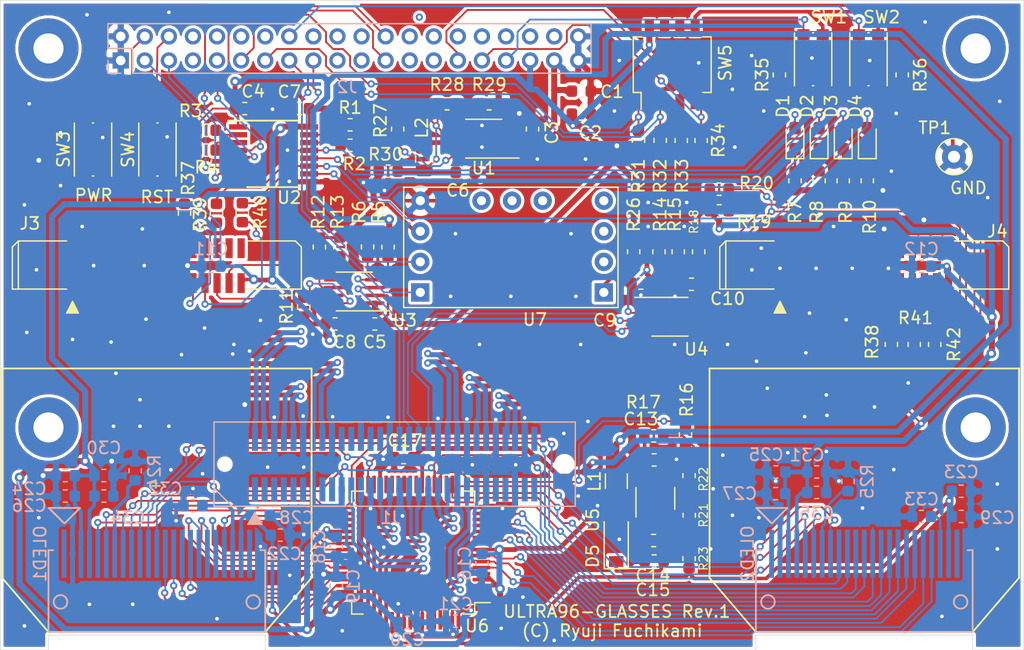
<source format=kicad_pcb>
(kicad_pcb (version 20171130) (host pcbnew "(5.1.5)-3")
  (layers (0 F.Cu signal) (31 B.Cu signal) (34 B.Paste user) (35 F.Paste user hide) (36 B.SilkS user) (37 F.SilkS user hide) (38 B.Mask user) (39 F.Mask user hide) (44 Edge.Cuts user))
  (net 0 "")
  (net 1 GND)
  (net 2 +5V)
  (net 3 +1V8)
  (net 4 +3V3)
  (net 5 /VCC_FB)
  (net 6 /VCC_OUT)
  (net 7 VCC)
  (net 8 /OLED0_VCOMH)
  (net 9 /OLED1_VCOMH)
  (net 10 /VCC_SW)
  (net 11 /HS_SPI1_MOSI)
  (net 12 /HS_CSI0_CLK_P)
  (net 13 "Net-(J1-Pad3)")
  (net 14 /HS_CSI0_CLK_N)
  (net 15 "Net-(J1-Pad5)")
  (net 16 /HS_SPI1_CS)
  (net 17 /HS_CSI0_D0_P)
  (net 18 /HS_SPI1_SCLK)
  (net 19 /HS_CSI0_D0_N)
  (net 20 /HS_SPI1_MISO)
  (net 21 /HS_CSI0_D1_P)
  (net 22 /HS_CSI0_MCLK)
  (net 23 /HS_CSI0_D1_N)
  (net 24 /HS_CSI1_MCLK)
  (net 25 /HS_CSI0_D2_P)
  (net 26 /HS_DSI_CLK_P)
  (net 27 /HS_CSI0_D2_N)
  (net 28 /HS_DSI_CLK_N)
  (net 29 /HS_CSI0_D3_P)
  (net 30 /HS_DSI_D0_P)
  (net 31 /HS_CSI0_D3_N)
  (net 32 /HS_DSI_D0_N)
  (net 33 /HS_I2C2_SCL)
  (net 34 /HS_DSI_D1_P)
  (net 35 /HS_I2C2_SDA)
  (net 36 /HS_DSI_D1_N)
  (net 37 /HS_I2C3_SCL)
  (net 38 /HS_I2C3_SDA)
  (net 39 /HS_DSI_D2_P)
  (net 40 /HS_DSI_D2_N)
  (net 41 /HS_CSI1_D0_P)
  (net 42 /HS_CSI1_D0_N)
  (net 43 /HS_DSI_D3_P)
  (net 44 /HS_DSI_D3_N)
  (net 45 /HS_CSI1_D1_P)
  (net 46 /HS_CSI1_D1_N)
  (net 47 /HS_USB2D3_P)
  (net 48 /HS_USB2D3_N)
  (net 49 /HS_CSI1_CLK_P)
  (net 50 /HS_CSI1_CLK_N)
  (net 51 "Net-(J1-Pad57)")
  (net 52 "Net-(J1-Pad59)")
  (net 53 "Net-(J1-Pad60)")
  (net 54 /VSYS_IN1)
  (net 55 /VSYS_IN0)
  (net 56 /LS_GPIO_15)
  (net 57 /LS_GPIO_8)
  (net 58 /LS_GPIO_14)
  (net 59 /LS_GPIO_7)
  (net 60 /LS_GPIO_13)
  (net 61 /LS_GPIO_6)
  (net 62 /LS_PS_GPIO_5)
  (net 63 /LS_PS_GPIO_4)
  (net 64 /LS_PS_GPIO_3)
  (net 65 /LS_PS_GPIO_2)
  (net 66 /LS_PS_GPIO_1)
  (net 67 /LS_PS_GPIO_0)
  (net 68 /LS_GPIO_12)
  (net 69 /LS_I2C1_SDA)
  (net 70 /LS_GPIO_11)
  (net 71 /LS_I2C1_SCL)
  (net 72 /LS_GPIO_10)
  (net 73 /LS_I2C0_SDA)
  (net 74 /LS_GPIO_9)
  (net 75 /LS_I2C0_SCL)
  (net 76 /LS_SPI0_MOSI)
  (net 77 /LS_GPIO_5)
  (net 78 /LS_SPI0_CS)
  (net 79 /LS_GPIO_4)
  (net 80 /LS_SPI0_MISO)
  (net 81 /LS_GPIO_3)
  (net 82 /LS_SPI0_SCLK)
  (net 83 /LS_GPIO_2)
  (net 84 /RST_PB_N)
  (net 85 /LS_GPIO_1)
  (net 86 /PWR_PB_N)
  (net 87 /LS_GPIO_0)
  (net 88 /CAM0_SDA)
  (net 89 /CAM0_SCL)
  (net 90 /CAM0_CLK)
  (net 91 /CAM0_GPIO)
  (net 92 /CAM1_GPIO)
  (net 93 /CAM1_CLK)
  (net 94 /CAM1_SCL)
  (net 95 /CAM1_SDA)
  (net 96 "Net-(OLED1-Pad23)")
  (net 97 /OLED0_D7)
  (net 98 /OLED0_D6)
  (net 99 /OLED0_D5)
  (net 100 /OLED0_D4)
  (net 101 /OLED0_D3)
  (net 102 /OLED0_D2)
  (net 103 /OLED0_D1)
  (net 104 /OLED0_D0)
  (net 105 /OLED0_RES)
  (net 106 /OLED0_CS)
  (net 107 /OLED0_IREF)
  (net 108 /OLED0_BS2)
  (net 109 /OLED0_BS1)
  (net 110 "Net-(OLED1-Pad1)")
  (net 111 "Net-(OLED2-Pad23)")
  (net 112 /OLED1_D7)
  (net 113 /OLED1_D6)
  (net 114 /OLED1_D5)
  (net 115 /OLED1_D4)
  (net 116 /OLED1_D3)
  (net 117 /OLED1_D2)
  (net 118 /OLED1_D1)
  (net 119 /OLED1_D0)
  (net 120 /OLED1_RES)
  (net 121 /OLED1_CS)
  (net 122 /OLED1_IREF)
  (net 123 /OLED1_BS2)
  (net 124 /OLED1_BS1)
  (net 125 "Net-(OLED2-Pad1)")
  (net 126 "Net-(R1-Pad1)")
  (net 127 "Net-(R2-Pad1)")
  (net 128 "Net-(R3-Pad1)")
  (net 129 "Net-(R4-Pad1)")
  (net 130 "Net-(R11-Pad2)")
  (net 131 /VCC_SHDN)
  (net 132 /PWR_EN)
  (net 133 "Net-(R18-Pad2)")
  (net 134 /OLED_DC)
  (net 135 /OLED_RW)
  (net 136 "Net-(U6-Pad31)")
  (net 137 /OLED_E)
  (net 138 "Net-(U6-Pad2)")
  (net 139 "Net-(U6-Pad55)")
  (net 140 "Net-(U6-Pad54)")
  (net 141 "Net-(U6-Pad29)")
  (net 142 "Net-(U6-Pad28)")
  (net 143 "Net-(U6-Pad27)")
  (net 144 "Net-(U6-Pad26)")
  (net 145 "Net-(U6-Pad25)")
  (net 146 "Net-(U6-Pad24)")
  (net 147 "Net-(U6-Pad22)")
  (net 148 "Net-(R26-Pad1)")
  (net 149 "Net-(U7-PadJ2-1)")
  (net 150 "Net-(U7-PadJ2-3)")
  (net 151 "Net-(U7-PadJ2-2)")
  (net 152 "Net-(U7-PadJ3-4)")
  (net 153 "Net-(U7-PadJ3-3)")
  (net 154 "Net-(U7-PadJ3-2)")
  (net 155 "Net-(C6-Pad1)")
  (net 156 "Net-(L2-Pad2)")
  (net 157 "Net-(R27-Pad1)")
  (net 158 "Net-(R28-Pad1)")
  (net 159 /LS_3V3_PS_GPIO_0)
  (net 160 "Net-(D2-Pad1)")
  (net 161 /LS_3V3_PS_GPIO_1)
  (net 162 "Net-(D3-Pad1)")
  (net 163 /LS_3V3_GPIO_0)
  (net 164 "Net-(D4-Pad1)")
  (net 165 /LS_3V3_GPIO_1)
  (net 166 "Net-(D1-Pad1)")
  (module TestPoint:TestPoint_Loop_D1.80mm_Drill1.0mm_Beaded (layer F.Cu) (at 179.2 113)
    (fp_text reference TP1 (at -1.6 -2.4) (layer F.SilkS))
    (fp_text value TP_GND)
    (pad 1 thru_hole circle (at 0 0) (size 2 2) (drill 1) (layers *.Cu *.Mask) (net 1 GND))
  )
  (module myfootprint:TPS62160DGK (layer F.Cu) (at 140.15 111.5 180)
    (fp_text reference U1 (at 0 -2.45 180) (layer F.SilkS))
    (fp_text value TPS62160DGK)
    (pad 1 smd roundrect (at -2.1125 -0.975 180) (size 1.625 0.45) (layers F.Cu F.Paste F.Mask) (net 1 GND))
    (pad 2 smd roundrect (at -2.1125 -0.325 180) (size 1.625 0.45) (layers F.Cu F.Paste F.Mask) (net 2 +5V))
    (pad 3 smd roundrect (at -2.1125 0.325 180) (size 1.625 0.45) (layers F.Cu F.Paste F.Mask) (net 2 +5V))
    (pad 4 smd roundrect (at -2.1125 0.975 180) (size 1.625 0.45) (layers F.Cu F.Paste F.Mask) (net 1 GND))
    (pad 5 smd roundrect (at 2.1125 0.975 180) (size 1.625 0.45) (layers F.Cu F.Paste F.Mask) (net 158 "Net-(R28-Pad1)"))
    (pad 6 smd roundrect (at 2.1125 0.325 180) (size 1.625 0.45) (layers F.Cu F.Paste F.Mask) (net 155 "Net-(C6-Pad1)"))
    (pad 7 smd roundrect (at 2.1125 -0.325 180) (size 1.625 0.45) (layers F.Cu F.Paste F.Mask) (net 156 "Net-(L2-Pad2)"))
    (pad 8 smd roundrect (at 2.1125 -0.975 180) (size 1.625 0.45) (layers F.Cu F.Paste F.Mask) (net 157 "Net-(R27-Pad1)"))
  )
  (module Resistor_SMD:R_0603_1608Metric (layer F.Cu) (at 125.2 125.5 90)
    (fp_text reference R11 (at 0 -1.43 90) (layer F.SilkS))
    (fp_text value 0)
    (pad 2 smd roundrect (at 0.7875 0 90) (size 0.875 0.95) (layers F.Cu F.Paste F.Mask) (net 130 "Net-(R11-Pad2)"))
    (pad 1 smd roundrect (at -0.7875 0 90) (size 0.875 0.95) (layers F.Cu F.Paste F.Mask) (net 4 +3V3))
  )
  (module Resistor_SMD:R_0603_1608Metric (layer F.Cu) (at 117.1 112.45 180)
    (fp_text reference R4 (at 0 -1.43) (layer F.SilkS))
    (fp_text value 0)
    (pad 2 smd roundrect (at 0.7875 0 180) (size 0.875 0.95) (layers F.Cu F.Paste F.Mask) (net 3 +1V8))
    (pad 1 smd roundrect (at -0.7875 0 180) (size 0.875 0.95) (layers F.Cu F.Paste F.Mask) (net 129 "Net-(R4-Pad1)"))
  )
  (module Resistor_SMD:R_0603_1608Metric (layer F.Cu) (at 117.1 110.8 180)
    (fp_text reference R3 (at 1.3 1.6) (layer F.SilkS))
    (fp_text value 0)
    (pad 2 smd roundrect (at 0.7875 0 180) (size 0.875 0.95) (layers F.Cu F.Paste F.Mask) (net 3 +1V8))
    (pad 1 smd roundrect (at -0.7875 0 180) (size 0.875 0.95) (layers F.Cu F.Paste F.Mask) (net 128 "Net-(R3-Pad1)"))
  )
  (module Resistor_SMD:R_0603_1608Metric (layer F.Cu) (at 129.05 112.05)
    (fp_text reference R2 (at 0.35 1.55) (layer F.SilkS))
    (fp_text value 0)
    (pad 2 smd roundrect (at 0.7875 0) (size 0.875 0.95) (layers F.Cu F.Paste F.Mask) (net 1 GND))
    (pad 1 smd roundrect (at -0.7875 0) (size 0.875 0.95) (layers F.Cu F.Paste F.Mask) (net 127 "Net-(R2-Pad1)"))
  )
  (module Resistor_SMD:R_0603_1608Metric (layer F.Cu) (at 129.05 110.35)
    (fp_text reference R1 (at 0 -1.43) (layer F.SilkS))
    (fp_text value 0)
    (pad 2 smd roundrect (at 0.7875 0) (size 0.875 0.95) (layers F.Cu F.Paste F.Mask) (net 1 GND))
    (pad 1 smd roundrect (at -0.7875 0) (size 0.875 0.95) (layers F.Cu F.Paste F.Mask) (net 126 "Net-(R1-Pad1)"))
  )
  (module LED_SMD:LED_0603_1608Metric_Pad1.05x0.95mm_HandSolder (layer F.Cu) (at 172 111.5 90)
    (fp_text reference D4 (at 2.7 -1 90) (layer F.SilkS))
    (fp_text value SML-512MWT86)
    (pad 2 smd roundrect (at 0.875 0 90) (size 1.05 0.95) (layers F.Cu F.Paste F.Mask) (net 165 /LS_3V3_GPIO_1))
    (pad 1 smd roundrect (at -0.875 0 90) (size 1.05 0.95) (layers F.Cu F.Paste F.Mask) (net 164 "Net-(D4-Pad1)"))
  )
  (module LED_SMD:LED_0603_1608Metric_Pad1.05x0.95mm_HandSolder (layer F.Cu) (at 170 111.5 90)
    (fp_text reference D3 (at 2.7 -1 90) (layer F.SilkS))
    (fp_text value SML-512MWT86)
    (pad 2 smd roundrect (at 0.875 0 90) (size 1.05 0.95) (layers F.Cu F.Paste F.Mask) (net 163 /LS_3V3_GPIO_0))
    (pad 1 smd roundrect (at -0.875 0 90) (size 1.05 0.95) (layers F.Cu F.Paste F.Mask) (net 162 "Net-(D3-Pad1)"))
  )
  (module LED_SMD:LED_0603_1608Metric_Pad1.05x0.95mm_HandSolder (layer F.Cu) (at 168 111.5 90)
    (fp_text reference D2 (at 2.7 -1 90) (layer F.SilkS))
    (fp_text value SML-512MWT86)
    (pad 2 smd roundrect (at 0.875 0 90) (size 1.05 0.95) (layers F.Cu F.Paste F.Mask) (net 161 /LS_3V3_PS_GPIO_1))
    (pad 1 smd roundrect (at -0.875 0 90) (size 1.05 0.95) (layers F.Cu F.Paste F.Mask) (net 160 "Net-(D2-Pad1)"))
  )
  (module LED_SMD:LED_0603_1608Metric_Pad1.05x0.95mm_HandSolder (layer F.Cu) (at 166 111.5 90)
    (fp_text reference D1 (at 2.7 -1 90) (layer F.SilkS))
    (fp_text value SML-512MWT86)
    (pad 2 smd roundrect (at 0.875 0 90) (size 1.05 0.95) (layers F.Cu F.Paste F.Mask) (net 159 /LS_3V3_PS_GPIO_0))
    (pad 1 smd roundrect (at -0.875 0 90) (size 1.05 0.95) (layers F.Cu F.Paste F.Mask) (net 166 "Net-(D1-Pad1)"))
  )
  (module Button_Switch_SMD:SW_DIP_SPSTx04_Slide_Omron_A6H-4101_W6.15mm_P1.27mm (layer F.Cu) (at 155.8 105.35 90)
    (fp_text reference SW5 (at 0.15 4.4 90) (layer F.SilkS))
    (fp_text value GDH04S04)
    (pad 8 smd rect (at 3.075 -1.905 90) (size 1.25 0.76) (layers F.Cu F.Paste F.Mask) (net 3 +1V8))
    (pad 4 smd rect (at -3.075 1.905 90) (size 1.25 0.76) (layers F.Cu F.Paste F.Mask) (net 59 /LS_GPIO_7))
    (pad 7 smd rect (at 3.075 -0.635 90) (size 1.25 0.76) (layers F.Cu F.Paste F.Mask) (net 3 +1V8))
    (pad 3 smd rect (at -3.075 0.635 90) (size 1.25 0.76) (layers F.Cu F.Paste F.Mask) (net 61 /LS_GPIO_6))
    (pad 6 smd rect (at 3.075 0.635 90) (size 1.25 0.76) (layers F.Cu F.Paste F.Mask) (net 3 +1V8))
    (pad 2 smd rect (at -3.075 -0.635 90) (size 1.25 0.76) (layers F.Cu F.Paste F.Mask) (net 77 /LS_GPIO_5))
    (pad 5 smd rect (at 3.075 1.905 90) (size 1.25 0.76) (layers F.Cu F.Paste F.Mask) (net 3 +1V8))
    (pad 1 smd rect (at -3.075 -1.905 90) (size 1.25 0.76) (layers F.Cu F.Paste F.Mask) (net 79 /LS_GPIO_4))
  )
  (module Button_Switch_SMD:SW_Push_1P1T_NO_CK_KMR2 (layer F.Cu) (at 113.05 112.4 90)
    (fp_text reference SW4 (at 0 -2.45 90) (layer F.SilkS))
    (fp_text value "KMR213G LFG")
    (pad 2 smd rect (at 2.05 0.8 90) (size 0.9 1) (layers F.Cu F.Paste F.Mask) (net 1 GND))
    (pad 1 smd rect (at 2.05 -0.8 90) (size 0.9 1) (layers F.Cu F.Paste F.Mask) (net 84 /RST_PB_N))
    (pad 2 smd rect (at -2.05 0.8 90) (size 0.9 1) (layers F.Cu F.Paste F.Mask) (net 1 GND))
    (pad 1 smd rect (at -2.05 -0.8 90) (size 0.9 1) (layers F.Cu F.Paste F.Mask) (net 84 /RST_PB_N))
  )
  (module Button_Switch_SMD:SW_Push_1P1T_NO_CK_KMR2 (layer F.Cu) (at 107.7 112.4 90)
    (fp_text reference SW3 (at 0 -2.45 90) (layer F.SilkS))
    (fp_text value "KMR213G LFG")
    (pad 2 smd rect (at 2.05 0.8 90) (size 0.9 1) (layers F.Cu F.Paste F.Mask) (net 1 GND))
    (pad 1 smd rect (at 2.05 -0.8 90) (size 0.9 1) (layers F.Cu F.Paste F.Mask) (net 86 /PWR_PB_N))
    (pad 2 smd rect (at -2.05 0.8 90) (size 0.9 1) (layers F.Cu F.Paste F.Mask) (net 1 GND))
    (pad 1 smd rect (at -2.05 -0.8 90) (size 0.9 1) (layers F.Cu F.Paste F.Mask) (net 86 /PWR_PB_N))
  )
  (module Resistor_SMD:R_0603_1608Metric (layer F.Cu) (at 177.6 128.6 270)
    (fp_text reference R42 (at 0 -1.6 90) (layer F.SilkS))
    (fp_text value <0>)
    (pad 2 smd roundrect (at 0.7875 0 270) (size 0.875 0.95) (layers F.Cu F.Paste F.Mask) (net 165 /LS_3V3_GPIO_1))
    (pad 1 smd roundrect (at -0.7875 0 270) (size 0.875 0.95) (layers F.Cu F.Paste F.Mask) (net 93 /CAM1_CLK))
  )
  (module Resistor_SMD:R_0603_1608Metric (layer F.Cu) (at 175.9 128.6 270)
    (fp_text reference R41 (at -2.2 -0.1 180) (layer F.SilkS))
    (fp_text value <0>)
    (pad 2 smd roundrect (at 0.7875 0 270) (size 0.875 0.95) (layers F.Cu F.Paste F.Mask) (net 161 /LS_3V3_PS_GPIO_1))
    (pad 1 smd roundrect (at -0.7875 0 270) (size 0.875 0.95) (layers F.Cu F.Paste F.Mask) (net 92 /CAM1_GPIO))
  )
  (module Resistor_SMD:R_0603_1608Metric (layer F.Cu) (at 120.1 117.65 90)
    (fp_text reference R40 (at 0.05 1.5 90) (layer F.SilkS))
    (fp_text value <0>)
    (pad 2 smd roundrect (at 0.7875 0 90) (size 0.875 0.95) (layers F.Cu F.Paste F.Mask) (net 163 /LS_3V3_GPIO_0))
    (pad 1 smd roundrect (at -0.7875 0 90) (size 0.875 0.95) (layers F.Cu F.Paste F.Mask) (net 90 /CAM0_CLK))
  )
  (module Resistor_SMD:R_0603_1608Metric (layer F.Cu) (at 117.95 117.7 90)
    (fp_text reference R39 (at -0.1 -1.35 90) (layer F.SilkS))
    (fp_text value <0>)
    (pad 2 smd roundrect (at 0.7875 0 90) (size 0.875 0.95) (layers F.Cu F.Paste F.Mask) (net 159 /LS_3V3_PS_GPIO_0))
    (pad 1 smd roundrect (at -0.7875 0 90) (size 0.875 0.95) (layers F.Cu F.Paste F.Mask) (net 91 /CAM0_GPIO))
  )
  (module Resistor_SMD:R_0603_1608Metric (layer F.Cu) (at 174 128.6 270)
    (fp_text reference R38 (at -0.2 1.6 90) (layer F.SilkS))
    (fp_text value 0)
    (pad 2 smd roundrect (at 0.7875 0 270) (size 0.875 0.95) (layers F.Cu F.Paste F.Mask) (net 4 +3V3))
    (pad 1 smd roundrect (at -0.7875 0 270) (size 0.875 0.95) (layers F.Cu F.Paste F.Mask) (net 92 /CAM1_GPIO))
  )
  (module Resistor_SMD:R_0603_1608Metric (layer F.Cu) (at 115.3 117.7 90)
    (fp_text reference R37 (at 2.9 0.3 90) (layer F.SilkS))
    (fp_text value 0)
    (pad 2 smd roundrect (at 0.7875 0 90) (size 0.875 0.95) (layers F.Cu F.Paste F.Mask) (net 4 +3V3))
    (pad 1 smd roundrect (at -0.7875 0 90) (size 0.875 0.95) (layers F.Cu F.Paste F.Mask) (net 91 /CAM0_GPIO))
  )
  (module Resistor_SMD:R_0603_1608Metric (layer F.Cu) (at 174.9 106.2 90)
    (fp_text reference R36 (at 0 1.5 90) (layer F.SilkS))
    (fp_text value 4.7k)
    (pad 2 smd roundrect (at 0.7875 0 90) (size 0.875 0.95) (layers F.Cu F.Paste F.Mask) (net 1 GND))
    (pad 1 smd roundrect (at -0.7875 0 90) (size 0.875 0.95) (layers F.Cu F.Paste F.Mask) (net 74 /LS_GPIO_9))
  )
  (module Resistor_SMD:R_0603_1608Metric (layer F.Cu) (at 164.7 106.2 90)
    (fp_text reference R35 (at 0 -1.43 90) (layer F.SilkS))
    (fp_text value 4.7k)
    (pad 2 smd roundrect (at 0.7875 0 90) (size 0.875 0.95) (layers F.Cu F.Paste F.Mask) (net 1 GND))
    (pad 1 smd roundrect (at -0.7875 0 90) (size 0.875 0.95) (layers F.Cu F.Paste F.Mask) (net 57 /LS_GPIO_8))
  )
  (module Resistor_SMD:R_0603_1608Metric (layer F.Cu) (at 158.2 111.65 270)
    (fp_text reference R34 (at 0 -1.43 90) (layer F.SilkS))
    (fp_text value 4.7k)
    (pad 2 smd roundrect (at 0.7875 0 270) (size 0.875 0.95) (layers F.Cu F.Paste F.Mask) (net 1 GND))
    (pad 1 smd roundrect (at -0.7875 0 270) (size 0.875 0.95) (layers F.Cu F.Paste F.Mask) (net 59 /LS_GPIO_7))
  )
  (module Resistor_SMD:R_0603_1608Metric (layer F.Cu) (at 156.55 111.65 270)
    (fp_text reference R33 (at 2.95 -0.05 90) (layer F.SilkS))
    (fp_text value 4.7k)
    (pad 2 smd roundrect (at 0.7875 0 270) (size 0.875 0.95) (layers F.Cu F.Paste F.Mask) (net 1 GND))
    (pad 1 smd roundrect (at -0.7875 0 270) (size 0.875 0.95) (layers F.Cu F.Paste F.Mask) (net 61 /LS_GPIO_6))
  )
  (module Resistor_SMD:R_0603_1608Metric (layer F.Cu) (at 154.8 111.6375 270)
    (fp_text reference R32 (at 2.9625 0 90) (layer F.SilkS))
    (fp_text value 4.7k)
    (pad 2 smd roundrect (at 0.7875 0 270) (size 0.875 0.95) (layers F.Cu F.Paste F.Mask) (net 1 GND))
    (pad 1 smd roundrect (at -0.7875 0 270) (size 0.875 0.95) (layers F.Cu F.Paste F.Mask) (net 77 /LS_GPIO_5))
  )
  (module Resistor_SMD:R_0603_1608Metric (layer F.Cu) (at 153 111.6375 270)
    (fp_text reference R31 (at 2.9625 0 90) (layer F.SilkS))
    (fp_text value 4.7k)
    (pad 2 smd roundrect (at 0.7875 0 270) (size 0.875 0.95) (layers F.Cu F.Paste F.Mask) (net 1 GND))
    (pad 1 smd roundrect (at -0.7875 0 270) (size 0.875 0.95) (layers F.Cu F.Paste F.Mask) (net 79 /LS_GPIO_4))
  )
  (module Resistor_SMD:R_0603_1608Metric (layer F.Cu) (at 172 115 90)
    (fp_text reference R10 (at -3 0.2 90) (layer F.SilkS))
    (fp_text value 10)
    (pad 2 smd roundrect (at 0.7875 0 90) (size 0.875 0.95) (layers F.Cu F.Paste F.Mask) (net 164 "Net-(D4-Pad1)"))
    (pad 1 smd roundrect (at -0.7875 0 90) (size 0.875 0.95) (layers F.Cu F.Paste F.Mask) (net 1 GND))
  )
  (module Resistor_SMD:R_0603_1608Metric (layer F.Cu) (at 170 115 90)
    (fp_text reference R9 (at -2.6 0.2 90) (layer F.SilkS))
    (fp_text value 10)
    (pad 2 smd roundrect (at 0.7875 0 90) (size 0.875 0.95) (layers F.Cu F.Paste F.Mask) (net 162 "Net-(D3-Pad1)"))
    (pad 1 smd roundrect (at -0.7875 0 90) (size 0.875 0.95) (layers F.Cu F.Paste F.Mask) (net 1 GND))
  )
  (module Resistor_SMD:R_0603_1608Metric (layer F.Cu) (at 168 115 90)
    (fp_text reference R8 (at -2.6 -0.2 90) (layer F.SilkS))
    (fp_text value 10)
    (pad 2 smd roundrect (at 0.7875 0 90) (size 0.875 0.95) (layers F.Cu F.Paste F.Mask) (net 160 "Net-(D2-Pad1)"))
    (pad 1 smd roundrect (at -0.7875 0 90) (size 0.875 0.95) (layers F.Cu F.Paste F.Mask) (net 1 GND))
  )
  (module Resistor_SMD:R_0603_1608Metric (layer F.Cu) (at 166 115 90)
    (fp_text reference R7 (at -2.6 0 90) (layer F.SilkS))
    (fp_text value 10)
    (pad 2 smd roundrect (at 0.7875 0 90) (size 0.875 0.95) (layers F.Cu F.Paste F.Mask) (net 166 "Net-(D1-Pad1)"))
    (pad 1 smd roundrect (at -0.7875 0 90) (size 0.875 0.95) (layers F.Cu F.Paste F.Mask) (net 1 GND))
  )
  (module Button_Switch_SMD:SW_Push_1P1T_NO_CK_KMR2 (layer F.Cu) (at 172.1 104.9 90)
    (fp_text reference SW2 (at 3.5 1.1 180) (layer F.SilkS))
    (fp_text value "KMR213G LFG")
    (pad 2 smd rect (at 2.05 0.8 90) (size 0.9 1) (layers F.Cu F.Paste F.Mask) (net 3 +1V8))
    (pad 1 smd rect (at 2.05 -0.8 90) (size 0.9 1) (layers F.Cu F.Paste F.Mask) (net 74 /LS_GPIO_9))
    (pad 2 smd rect (at -2.05 0.8 90) (size 0.9 1) (layers F.Cu F.Paste F.Mask) (net 3 +1V8))
    (pad 1 smd rect (at -2.05 -0.8 90) (size 0.9 1) (layers F.Cu F.Paste F.Mask) (net 74 /LS_GPIO_9))
  )
  (module Button_Switch_SMD:SW_Push_1P1T_NO_CK_KMR2 (layer F.Cu) (at 167.5 104.9 90)
    (fp_text reference SW1 (at 3.5 1.3 180) (layer F.SilkS))
    (fp_text value "KMR213G LFG")
    (pad 2 smd rect (at 2.05 0.8 90) (size 0.9 1) (layers F.Cu F.Paste F.Mask) (net 3 +1V8))
    (pad 1 smd rect (at 2.05 -0.8 90) (size 0.9 1) (layers F.Cu F.Paste F.Mask) (net 57 /LS_GPIO_8))
    (pad 2 smd rect (at -2.05 0.8 90) (size 0.9 1) (layers F.Cu F.Paste F.Mask) (net 3 +1V8))
    (pad 1 smd rect (at -2.05 -0.8 90) (size 0.9 1) (layers F.Cu F.Paste F.Mask) (net 57 /LS_GPIO_8))
  )
  (module Resistor_SMD:R_0603_1608Metric (layer F.Cu) (at 132.2125 114.2)
    (fp_text reference R30 (at -0.2125 -1.4) (layer F.SilkS))
    (fp_text value 0)
    (pad 2 smd roundrect (at 0.7875 0) (size 0.875 0.95) (layers F.Cu F.Paste F.Mask) (net 155 "Net-(C6-Pad1)"))
    (pad 1 smd roundrect (at -0.7875 0) (size 0.875 0.95) (layers F.Cu F.Paste F.Mask) (net 4 +3V3))
  )
  (module Resistor_SMD:R_0603_1608Metric (layer F.Cu) (at 140.6 108.6 180)
    (fp_text reference R29 (at 0 1.6) (layer F.SilkS))
    (fp_text value 180k)
    (pad 2 smd roundrect (at 0.7875 0 180) (size 0.875 0.95) (layers F.Cu F.Paste F.Mask) (net 158 "Net-(R28-Pad1)"))
    (pad 1 smd roundrect (at -0.7875 0 180) (size 0.875 0.95) (layers F.Cu F.Paste F.Mask) (net 1 GND))
  )
  (module Resistor_SMD:R_0603_1608Metric (layer F.Cu) (at 137.1 108.6 180)
    (fp_text reference R28 (at 0 1.6) (layer F.SilkS))
    (fp_text value 562k)
    (pad 2 smd roundrect (at 0.7875 0 180) (size 0.875 0.95) (layers F.Cu F.Paste F.Mask) (net 155 "Net-(C6-Pad1)"))
    (pad 1 smd roundrect (at -0.7875 0 180) (size 0.875 0.95) (layers F.Cu F.Paste F.Mask) (net 158 "Net-(R28-Pad1)"))
  )
  (module Resistor_SMD:R_0603_1608Metric (layer F.Cu) (at 133 110.7 90)
    (fp_text reference R27 (at 0.7 -1.43 90) (layer F.SilkS))
    (fp_text value 100k)
    (pad 2 smd roundrect (at 0.7875 0 90) (size 0.875 0.95) (layers F.Cu F.Paste F.Mask) (net 155 "Net-(C6-Pad1)"))
    (pad 1 smd roundrect (at -0.7875 0 90) (size 0.875 0.95) (layers F.Cu F.Paste F.Mask) (net 157 "Net-(R27-Pad1)"))
  )
  (module Inductor_SMD:L_0805_2012Metric (layer F.Cu) (at 135.2 113.2 90)
    (fp_text reference L2 (at 2.6 -0.2 90) (layer F.SilkS))
    (fp_text value "2.2uH  MLZ2012A2R2MT")
    (pad 2 smd roundrect (at 0.9375 0 90) (size 0.975 1.4) (layers F.Cu F.Paste F.Mask) (net 156 "Net-(L2-Pad2)"))
    (pad 1 smd roundrect (at -0.9375 0 90) (size 0.975 1.4) (layers F.Cu F.Paste F.Mask) (net 155 "Net-(C6-Pad1)"))
  )
  (module Capacitor_SMD:C_0603_1608Metric (layer F.Cu) (at 138.6125 114.3)
    (fp_text reference C6 (at -0.6125 1.5) (layer F.SilkS))
    (fp_text value 22uF)
    (pad 2 smd roundrect (at 0.7875 0) (size 0.875 0.95) (layers F.Cu F.Paste F.Mask) (net 1 GND))
    (pad 1 smd roundrect (at -0.7875 0) (size 0.875 0.95) (layers F.Cu F.Paste F.Mask) (net 155 "Net-(C6-Pad1)"))
  )
  (module Capacitor_SMD:C_0603_1608Metric (layer F.Cu) (at 144.2 110.7 90)
    (fp_text reference C3 (at -0.3 1.6 90) (layer F.SilkS))
    (fp_text value 10uF)
    (pad 2 smd roundrect (at 0.7875 0 90) (size 0.875 0.95) (layers F.Cu F.Paste F.Mask) (net 1 GND))
    (pad 1 smd roundrect (at -0.7875 0 90) (size 0.875 0.95) (layers F.Cu F.Paste F.Mask) (net 2 +5V))
  )
  (module myfootprint:SS-MPU-9250 (layer F.Cu) (at 142.5 121.735)
    (fp_text reference U7 (at 1.9 4.8) (layer F.SilkS))
    (fp_text value SS-MPU-9250)
    (pad J2-1 thru_hole circle (at 2.54 -5.08) (size 1.524 1.524) (drill 0.762) (layers *.Cu *.Mask) (net 149 "Net-(U7-PadJ2-1)"))
    (pad J2-3 thru_hole circle (at -2.54 -5.08) (size 1.524 1.524) (drill 0.762) (layers *.Cu *.Mask) (net 150 "Net-(U7-PadJ2-3)"))
    (pad J2-2 thru_hole circle (at 0 -5.08) (size 1.524 1.524) (drill 0.762) (layers *.Cu *.Mask) (net 151 "Net-(U7-PadJ2-2)"))
    (pad J3-4 thru_hole circle (at 7.62 -5.08) (size 1.524 1.524) (drill 0.762) (layers *.Cu *.Mask) (net 152 "Net-(U7-PadJ3-4)"))
    (pad J1-4 thru_hole circle (at -7.62 -5.08) (size 1.524 1.524) (drill 0.762) (layers *.Cu *.Mask) (net 1 GND))
    (pad J3-3 thru_hole circle (at 7.62 -2.54) (size 1.524 1.524) (drill 0.762) (layers *.Cu *.Mask) (net 153 "Net-(U7-PadJ3-3)"))
    (pad J1-3 thru_hole circle (at -7.62 -2.54) (size 1.524 1.524) (drill 0.762) (layers *.Cu *.Mask) (net 4 +3V3))
    (pad J3-2 thru_hole circle (at 7.62 0) (size 1.524 1.524) (drill 0.762) (layers *.Cu *.Mask) (net 154 "Net-(U7-PadJ3-2)"))
    (pad J1-2 thru_hole circle (at -7.62 0) (size 1.524 1.524) (drill 0.762) (layers *.Cu *.Mask) (net 73 /LS_I2C0_SDA))
    (pad J3-1 thru_hole rect (at 7.62 2.54) (size 1.524 1.524) (drill 0.762) (layers *.Cu *.Mask) (net 148 "Net-(R26-Pad1)"))
    (pad J1-1 thru_hole rect (at -7.62 2.54) (size 1.524 1.524) (drill 0.762) (layers *.Cu *.Mask) (net 75 /LS_I2C0_SCL))
  )
  (module Resistor_SMD:R_0603_1608Metric (layer F.Cu) (at 152.6 120.9 90)
    (fp_text reference R26 (at 3.1 0 90) (layer F.SilkS))
    (fp_text value 0)
    (pad 2 smd roundrect (at 0.7875 0 90) (size 0.875 0.95) (layers F.Cu F.Paste F.Mask) (net 3 +1V8))
    (pad 1 smd roundrect (at -0.7875 0 90) (size 0.875 0.95) (layers F.Cu F.Paste F.Mask) (net 148 "Net-(R26-Pad1)"))
  )
  (module myfootprint:UG-9664HDDAG01 (layer B.Cu) (at 171.75 146 270)
    (fp_text reference OLED2 (at 0 9.69 270) (layer B.SilkS) (effects (justify mirror)))
    (fp_text value UG-9664HDDAG01)
    (pad 23 smd rect (at 0 -7.7 270) (size 4 0.4) (layers B.Cu B.Paste B.Mask) (net 111 "Net-(OLED2-Pad23)"))
    (pad 22 smd rect (at 0 -7 270) (size 4 0.4) (layers B.Cu B.Paste B.Mask) (net 7 VCC))
    (pad 21 smd rect (at 0 -6.3 270) (size 4 0.4) (layers B.Cu B.Paste B.Mask) (net 9 /OLED1_VCOMH))
    (pad 20 smd rect (at 0 -5.6 270) (size 4 0.4) (layers B.Cu B.Paste B.Mask) (net 112 /OLED1_D7))
    (pad 19 smd rect (at 0 -4.9 270) (size 4 0.4) (layers B.Cu B.Paste B.Mask) (net 113 /OLED1_D6))
    (pad 18 smd rect (at 0 -4.2 270) (size 4 0.4) (layers B.Cu B.Paste B.Mask) (net 114 /OLED1_D5))
    (pad 17 smd rect (at 0 -3.5 270) (size 4 0.4) (layers B.Cu B.Paste B.Mask) (net 115 /OLED1_D4))
    (pad 16 smd rect (at 0 -2.8 270) (size 4 0.4) (layers B.Cu B.Paste B.Mask) (net 116 /OLED1_D3))
    (pad 15 smd rect (at 0 -2.1 270) (size 4 0.4) (layers B.Cu B.Paste B.Mask) (net 117 /OLED1_D2))
    (pad 14 smd rect (at 0 -1.4 270) (size 4 0.4) (layers B.Cu B.Paste B.Mask) (net 118 /OLED1_D1))
    (pad 13 smd rect (at 0 -0.7 270) (size 4 0.4) (layers B.Cu B.Paste B.Mask) (net 119 /OLED1_D0))
    (pad 12 smd rect (at 0 0 270) (size 4 0.4) (layers B.Cu B.Paste B.Mask) (net 137 /OLED_E))
    (pad 11 smd rect (at 0 0.7 270) (size 4 0.4) (layers B.Cu B.Paste B.Mask) (net 135 /OLED_RW))
    (pad 10 smd rect (at 0 1.4 270) (size 4 0.4) (layers B.Cu B.Paste B.Mask) (net 134 /OLED_DC))
    (pad 9 smd rect (at 0 2.1 270) (size 4 0.4) (layers B.Cu B.Paste B.Mask) (net 120 /OLED1_RES))
    (pad 8 smd rect (at 0 2.8 270) (size 4 0.4) (layers B.Cu B.Paste B.Mask) (net 121 /OLED1_CS))
    (pad 7 smd rect (at 0 3.5 270) (size 4 0.4) (layers B.Cu B.Paste B.Mask) (net 122 /OLED1_IREF))
    (pad 6 smd rect (at 0 4.2 270) (size 4 0.4) (layers B.Cu B.Paste B.Mask) (net 123 /OLED1_BS2))
    (pad 5 smd rect (at 0 4.9 270) (size 4 0.4) (layers B.Cu B.Paste B.Mask) (net 124 /OLED1_BS1))
    (pad 4 smd rect (at 0 5.6 270) (size 4 0.4) (layers B.Cu B.Paste B.Mask) (net 4 +3V3))
    (pad 3 smd rect (at 0 6.3 270) (size 4 0.4) (layers B.Cu B.Paste B.Mask) (net 4 +3V3))
    (pad 2 smd rect (at 0 7 270) (size 4 0.4) (layers B.Cu B.Paste B.Mask) (net 1 GND))
    (pad 1 smd rect (at 0 7.7 270) (size 4 0.4) (layers B.Cu B.Paste B.Mask) (net 125 "Net-(OLED2-Pad1)"))
  )
  (module myfootprint:UG-9664HDDAG01 (layer B.Cu) (at 113 146 270)
    (fp_text reference OLED1 (at 0 9.69 90) (layer B.SilkS) (effects (justify mirror)))
    (fp_text value UG-9664HDDAG01)
    (pad 23 smd rect (at 0 -7.7 270) (size 4 0.4) (layers B.Cu B.Paste B.Mask) (net 96 "Net-(OLED1-Pad23)"))
    (pad 22 smd rect (at 0 -7 270) (size 4 0.4) (layers B.Cu B.Paste B.Mask) (net 7 VCC))
    (pad 21 smd rect (at 0 -6.3 270) (size 4 0.4) (layers B.Cu B.Paste B.Mask) (net 8 /OLED0_VCOMH))
    (pad 20 smd rect (at 0 -5.6 270) (size 4 0.4) (layers B.Cu B.Paste B.Mask) (net 97 /OLED0_D7))
    (pad 19 smd rect (at 0 -4.9 270) (size 4 0.4) (layers B.Cu B.Paste B.Mask) (net 98 /OLED0_D6))
    (pad 18 smd rect (at 0 -4.2 270) (size 4 0.4) (layers B.Cu B.Paste B.Mask) (net 99 /OLED0_D5))
    (pad 17 smd rect (at 0 -3.5 270) (size 4 0.4) (layers B.Cu B.Paste B.Mask) (net 100 /OLED0_D4))
    (pad 16 smd rect (at 0 -2.8 270) (size 4 0.4) (layers B.Cu B.Paste B.Mask) (net 101 /OLED0_D3))
    (pad 15 smd rect (at 0 -2.1 270) (size 4 0.4) (layers B.Cu B.Paste B.Mask) (net 102 /OLED0_D2))
    (pad 14 smd rect (at 0 -1.4 270) (size 4 0.4) (layers B.Cu B.Paste B.Mask) (net 103 /OLED0_D1))
    (pad 13 smd rect (at 0 -0.7 270) (size 4 0.4) (layers B.Cu B.Paste B.Mask) (net 104 /OLED0_D0))
    (pad 12 smd rect (at 0 0 270) (size 4 0.4) (layers B.Cu B.Paste B.Mask) (net 137 /OLED_E))
    (pad 11 smd rect (at 0 0.7 270) (size 4 0.4) (layers B.Cu B.Paste B.Mask) (net 135 /OLED_RW))
    (pad 10 smd rect (at 0 1.4 270) (size 4 0.4) (layers B.Cu B.Paste B.Mask) (net 134 /OLED_DC))
    (pad 9 smd rect (at 0 2.1 270) (size 4 0.4) (layers B.Cu B.Paste B.Mask) (net 105 /OLED0_RES))
    (pad 8 smd rect (at 0 2.8 270) (size 4 0.4) (layers B.Cu B.Paste B.Mask) (net 106 /OLED0_CS))
    (pad 7 smd rect (at 0 3.5 270) (size 4 0.4) (layers B.Cu B.Paste B.Mask) (net 107 /OLED0_IREF))
    (pad 6 smd rect (at 0 4.2 270) (size 4 0.4) (layers B.Cu B.Paste B.Mask) (net 108 /OLED0_BS2))
    (pad 5 smd rect (at 0 4.9 270) (size 4 0.4) (layers B.Cu B.Paste B.Mask) (net 109 /OLED0_BS1))
    (pad 4 smd rect (at 0 5.6 270) (size 4 0.4) (layers B.Cu B.Paste B.Mask) (net 4 +3V3))
    (pad 3 smd rect (at 0 6.3 270) (size 4 0.4) (layers B.Cu B.Paste B.Mask) (net 4 +3V3))
    (pad 2 smd rect (at 0 7 270) (size 4 0.4) (layers B.Cu B.Paste B.Mask) (net 1 GND))
    (pad 1 smd rect (at 0 7.7 270) (size 4 0.4) (layers B.Cu B.Paste B.Mask) (net 110 "Net-(OLED1-Pad1)"))
  )
  (module Package_QFP:TQFP-64_10x10mm_P0.5mm (layer F.Cu) (at 134.29 145.9 180)
    (fp_text reference U6 (at -5.31 -6.1) (layer F.SilkS))
    (fp_text value BU90R104)
    (pad 64 smd roundrect (at -3.75 -5.6625 180) (size 0.3 1.475) (layers F.Cu F.Paste F.Mask) (net 4 +3V3))
    (pad 63 smd roundrect (at -3.25 -5.6625 180) (size 0.3 1.475) (layers F.Cu F.Paste F.Mask) (net 1 GND))
    (pad 62 smd roundrect (at -2.75 -5.6625 180) (size 0.3 1.475) (layers F.Cu F.Paste F.Mask) (net 43 /HS_DSI_D3_P))
    (pad 61 smd roundrect (at -2.25 -5.6625 180) (size 0.3 1.475) (layers F.Cu F.Paste F.Mask) (net 44 /HS_DSI_D3_N))
    (pad 60 smd roundrect (at -1.75 -5.6625 180) (size 0.3 1.475) (layers F.Cu F.Paste F.Mask) (net 39 /HS_DSI_D2_P))
    (pad 59 smd roundrect (at -1.25 -5.6625 180) (size 0.3 1.475) (layers F.Cu F.Paste F.Mask) (net 40 /HS_DSI_D2_N))
    (pad 58 smd roundrect (at -0.75 -5.6625 180) (size 0.3 1.475) (layers F.Cu F.Paste F.Mask) (net 1 GND))
    (pad 57 smd roundrect (at -0.25 -5.6625 180) (size 0.3 1.475) (layers F.Cu F.Paste F.Mask) (net 26 /HS_DSI_CLK_P))
    (pad 56 smd roundrect (at 0.25 -5.6625 180) (size 0.3 1.475) (layers F.Cu F.Paste F.Mask) (net 28 /HS_DSI_CLK_N))
    (pad 55 smd roundrect (at 0.75 -5.6625 180) (size 0.3 1.475) (layers F.Cu F.Paste F.Mask) (net 139 "Net-(U6-Pad55)"))
    (pad 54 smd roundrect (at 1.25 -5.6625 180) (size 0.3 1.475) (layers F.Cu F.Paste F.Mask) (net 140 "Net-(U6-Pad54)"))
    (pad 53 smd roundrect (at 1.75 -5.6625 180) (size 0.3 1.475) (layers F.Cu F.Paste F.Mask) (net 4 +3V3))
    (pad 52 smd roundrect (at 2.25 -5.6625 180) (size 0.3 1.475) (layers F.Cu F.Paste F.Mask) (net 34 /HS_DSI_D1_P))
    (pad 51 smd roundrect (at 2.75 -5.6625 180) (size 0.3 1.475) (layers F.Cu F.Paste F.Mask) (net 36 /HS_DSI_D1_N))
    (pad 50 smd roundrect (at 3.25 -5.6625 180) (size 0.3 1.475) (layers F.Cu F.Paste F.Mask) (net 30 /HS_DSI_D0_P))
    (pad 49 smd roundrect (at 3.75 -5.6625 180) (size 0.3 1.475) (layers F.Cu F.Paste F.Mask) (net 32 /HS_DSI_D0_N))
    (pad 48 smd roundrect (at 5.6625 -3.75 180) (size 1.475 0.3) (layers F.Cu F.Paste F.Mask) (net 4 +3V3))
    (pad 47 smd roundrect (at 5.6625 -3.25 180) (size 1.475 0.3) (layers F.Cu F.Paste F.Mask) (net 104 /OLED0_D0))
    (pad 46 smd roundrect (at 5.6625 -2.75 180) (size 1.475 0.3) (layers F.Cu F.Paste F.Mask) (net 103 /OLED0_D1))
    (pad 45 smd roundrect (at 5.6625 -2.25 180) (size 1.475 0.3) (layers F.Cu F.Paste F.Mask) (net 102 /OLED0_D2))
    (pad 44 smd roundrect (at 5.6625 -1.75 180) (size 1.475 0.3) (layers F.Cu F.Paste F.Mask) (net 1 GND))
    (pad 43 smd roundrect (at 5.6625 -1.25 180) (size 1.475 0.3) (layers F.Cu F.Paste F.Mask) (net 101 /OLED0_D3))
    (pad 42 smd roundrect (at 5.6625 -0.75 180) (size 1.475 0.3) (layers F.Cu F.Paste F.Mask) (net 100 /OLED0_D4))
    (pad 41 smd roundrect (at 5.6625 -0.25 180) (size 1.475 0.3) (layers F.Cu F.Paste F.Mask) (net 99 /OLED0_D5))
    (pad 40 smd roundrect (at 5.6625 0.25 180) (size 1.475 0.3) (layers F.Cu F.Paste F.Mask) (net 98 /OLED0_D6))
    (pad 39 smd roundrect (at 5.6625 0.75 180) (size 1.475 0.3) (layers F.Cu F.Paste F.Mask) (net 97 /OLED0_D7))
    (pad 38 smd roundrect (at 5.6625 1.25 180) (size 1.475 0.3) (layers F.Cu F.Paste F.Mask) (net 109 /OLED0_BS1))
    (pad 37 smd roundrect (at 5.6625 1.75 180) (size 1.475 0.3) (layers F.Cu F.Paste F.Mask) (net 4 +3V3))
    (pad 36 smd roundrect (at 5.6625 2.25 180) (size 1.475 0.3) (layers F.Cu F.Paste F.Mask) (net 108 /OLED0_BS2))
    (pad 35 smd roundrect (at 5.6625 2.75 180) (size 1.475 0.3) (layers F.Cu F.Paste F.Mask) (net 106 /OLED0_CS))
    (pad 34 smd roundrect (at 5.6625 3.25 180) (size 1.475 0.3) (layers F.Cu F.Paste F.Mask) (net 105 /OLED0_RES))
    (pad 33 smd roundrect (at 5.6625 3.75 180) (size 1.475 0.3) (layers F.Cu F.Paste F.Mask) (net 134 /OLED_DC))
    (pad 32 smd roundrect (at 3.75 5.6625 180) (size 0.3 1.475) (layers F.Cu F.Paste F.Mask) (net 135 /OLED_RW))
    (pad 31 smd roundrect (at 3.25 5.6625 180) (size 0.3 1.475) (layers F.Cu F.Paste F.Mask) (net 136 "Net-(U6-Pad31)"))
    (pad 30 smd roundrect (at 2.75 5.6625 180) (size 0.3 1.475) (layers F.Cu F.Paste F.Mask) (net 1 GND))
    (pad 29 smd roundrect (at 2.25 5.6625 180) (size 0.3 1.475) (layers F.Cu F.Paste F.Mask) (net 141 "Net-(U6-Pad29)"))
    (pad 28 smd roundrect (at 1.75 5.6625 180) (size 0.3 1.475) (layers F.Cu F.Paste F.Mask) (net 142 "Net-(U6-Pad28)"))
    (pad 27 smd roundrect (at 1.25 5.6625 180) (size 0.3 1.475) (layers F.Cu F.Paste F.Mask) (net 143 "Net-(U6-Pad27)"))
    (pad 26 smd roundrect (at 0.75 5.6625 180) (size 0.3 1.475) (layers F.Cu F.Paste F.Mask) (net 144 "Net-(U6-Pad26)"))
    (pad 25 smd roundrect (at 0.25 5.6625 180) (size 0.3 1.475) (layers F.Cu F.Paste F.Mask) (net 145 "Net-(U6-Pad25)"))
    (pad 24 smd roundrect (at -0.25 5.6625 180) (size 0.3 1.475) (layers F.Cu F.Paste F.Mask) (net 146 "Net-(U6-Pad24)"))
    (pad 23 smd roundrect (at -0.75 5.6625 180) (size 0.3 1.475) (layers F.Cu F.Paste F.Mask) (net 4 +3V3))
    (pad 22 smd roundrect (at -1.25 5.6625 180) (size 0.3 1.475) (layers F.Cu F.Paste F.Mask) (net 147 "Net-(U6-Pad22)"))
    (pad 21 smd roundrect (at -1.75 5.6625 180) (size 0.3 1.475) (layers F.Cu F.Paste F.Mask) (net 137 /OLED_E))
    (pad 20 smd roundrect (at -2.25 5.6625 180) (size 0.3 1.475) (layers F.Cu F.Paste F.Mask) (net 132 /PWR_EN))
    (pad 19 smd roundrect (at -2.75 5.6625 180) (size 0.3 1.475) (layers F.Cu F.Paste F.Mask) (net 124 /OLED1_BS1))
    (pad 18 smd roundrect (at -3.25 5.6625 180) (size 0.3 1.475) (layers F.Cu F.Paste F.Mask) (net 123 /OLED1_BS2))
    (pad 17 smd roundrect (at -3.75 5.6625 180) (size 0.3 1.475) (layers F.Cu F.Paste F.Mask) (net 121 /OLED1_CS))
    (pad 16 smd roundrect (at -5.6625 3.75 180) (size 1.475 0.3) (layers F.Cu F.Paste F.Mask) (net 1 GND))
    (pad 15 smd roundrect (at -5.6625 3.25 180) (size 1.475 0.3) (layers F.Cu F.Paste F.Mask) (net 120 /OLED1_RES))
    (pad 14 smd roundrect (at -5.6625 2.75 180) (size 1.475 0.3) (layers F.Cu F.Paste F.Mask) (net 119 /OLED1_D0))
    (pad 13 smd roundrect (at -5.6625 2.25 180) (size 1.475 0.3) (layers F.Cu F.Paste F.Mask) (net 118 /OLED1_D1))
    (pad 12 smd roundrect (at -5.6625 1.75 180) (size 1.475 0.3) (layers F.Cu F.Paste F.Mask) (net 117 /OLED1_D2))
    (pad 11 smd roundrect (at -5.6625 1.25 180) (size 1.475 0.3) (layers F.Cu F.Paste F.Mask) (net 116 /OLED1_D3))
    (pad 10 smd roundrect (at -5.6625 0.75 180) (size 1.475 0.3) (layers F.Cu F.Paste F.Mask) (net 115 /OLED1_D4))
    (pad 9 smd roundrect (at -5.6625 0.25 180) (size 1.475 0.3) (layers F.Cu F.Paste F.Mask) (net 4 +3V3))
    (pad 8 smd roundrect (at -5.6625 -0.25 180) (size 1.475 0.3) (layers F.Cu F.Paste F.Mask) (net 114 /OLED1_D5))
    (pad 7 smd roundrect (at -5.6625 -0.75 180) (size 1.475 0.3) (layers F.Cu F.Paste F.Mask) (net 113 /OLED1_D6))
    (pad 6 smd roundrect (at -5.6625 -1.25 180) (size 1.475 0.3) (layers F.Cu F.Paste F.Mask) (net 112 /OLED1_D7))
    (pad 5 smd roundrect (at -5.6625 -1.75 180) (size 1.475 0.3) (layers F.Cu F.Paste F.Mask) (net 4 +3V3))
    (pad 4 smd roundrect (at -5.6625 -2.25 180) (size 1.475 0.3) (layers F.Cu F.Paste F.Mask) (net 4 +3V3))
    (pad 3 smd roundrect (at -5.6625 -2.75 180) (size 1.475 0.3) (layers F.Cu F.Paste F.Mask) (net 4 +3V3))
    (pad 2 smd roundrect (at -5.6625 -3.25 180) (size 1.475 0.3) (layers F.Cu F.Paste F.Mask) (net 138 "Net-(U6-Pad2)"))
    (pad 1 smd roundrect (at -5.6625 -3.75 180) (size 1.475 0.3) (layers F.Cu F.Paste F.Mask) (net 1 GND))
  )
  (module Package_TO_SOT_SMD:SOT-23-5_HandSoldering (layer F.Cu) (at 154.4 141.4 90)
    (fp_text reference U5 (at -1.8 -5.2 90) (layer F.SilkS))
    (fp_text value " LM2733XMF")
    (pad 5 smd rect (at 1.35 -0.95 90) (size 1.56 0.65) (layers F.Cu F.Paste F.Mask) (net 2 +5V))
    (pad 4 smd rect (at 1.35 0.95 90) (size 1.56 0.65) (layers F.Cu F.Paste F.Mask) (net 131 /VCC_SHDN))
    (pad 3 smd rect (at -1.35 0.95 90) (size 1.56 0.65) (layers F.Cu F.Paste F.Mask) (net 5 /VCC_FB))
    (pad 2 smd rect (at -1.35 0 90) (size 1.56 0.65) (layers F.Cu F.Paste F.Mask) (net 1 GND))
    (pad 1 smd rect (at -1.35 -0.95 90) (size 1.56 0.65) (layers F.Cu F.Paste F.Mask) (net 10 /VCC_SW))
  )
  (module myfootprint:PCA9306DCTR (layer F.Cu) (at 155.61 126.3)
    (fp_text reference U4 (at 2.19 2.7) (layer F.SilkS))
    (fp_text value PCA9306DCTR)
    (pad 5 smd rect (at 1.7 0.975) (size 1.6 0.3) (layers F.Cu F.Paste F.Mask) (net 95 /CAM1_SDA))
    (pad 6 smd rect (at 1.7 0.325) (size 1.6 0.3) (layers F.Cu F.Paste F.Mask) (net 94 /CAM1_SCL))
    (pad 7 smd rect (at 1.7 -0.325) (size 1.6 0.3) (layers F.Cu F.Paste F.Mask) (net 4 +3V3))
    (pad 8 smd rect (at 1.7 -0.975) (size 1.6 0.3) (layers F.Cu F.Paste F.Mask) (net 133 "Net-(R18-Pad2)"))
    (pad 4 smd rect (at -1.7 0.975) (size 1.6 0.3) (layers F.Cu F.Paste F.Mask) (net 38 /HS_I2C3_SDA))
    (pad 3 smd rect (at -1.7 0.325) (size 1.6 0.3) (layers F.Cu F.Paste F.Mask) (net 37 /HS_I2C3_SCL))
    (pad 2 smd rect (at -1.7 -0.325) (size 1.6 0.3) (layers F.Cu F.Paste F.Mask) (net 3 +1V8))
    (pad 1 smd rect (at -1.7 -0.975) (size 1.6 0.3) (layers F.Cu F.Paste F.Mask) (net 1 GND))
  )
  (module myfootprint:PCA9306DCTR (layer F.Cu) (at 129.4 124.2 180)
    (fp_text reference U3 (at -4.2 -2.4) (layer F.SilkS))
    (fp_text value PCA9306DCTR)
    (pad 5 smd rect (at 1.7 0.975 180) (size 1.6 0.3) (layers F.Cu F.Paste F.Mask) (net 88 /CAM0_SDA))
    (pad 6 smd rect (at 1.7 0.325 180) (size 1.6 0.3) (layers F.Cu F.Paste F.Mask) (net 89 /CAM0_SCL))
    (pad 7 smd rect (at 1.7 -0.325 180) (size 1.6 0.3) (layers F.Cu F.Paste F.Mask) (net 4 +3V3))
    (pad 8 smd rect (at 1.7 -0.975 180) (size 1.6 0.3) (layers F.Cu F.Paste F.Mask) (net 130 "Net-(R11-Pad2)"))
    (pad 4 smd rect (at -1.7 0.975 180) (size 1.6 0.3) (layers F.Cu F.Paste F.Mask) (net 35 /HS_I2C2_SDA))
    (pad 3 smd rect (at -1.7 0.325 180) (size 1.6 0.3) (layers F.Cu F.Paste F.Mask) (net 33 /HS_I2C2_SCL))
    (pad 2 smd rect (at -1.7 -0.325 180) (size 1.6 0.3) (layers F.Cu F.Paste F.Mask) (net 3 +1V8))
    (pad 1 smd rect (at -1.7 -0.975 180) (size 1.6 0.3) (layers F.Cu F.Paste F.Mask) (net 1 GND))
  )
  (module Package_SO:TSSOP-16_4.4x5mm_P0.65mm (layer F.Cu) (at 122.7 112.8)
    (fp_text reference U2 (at 1.3 3.6) (layer F.SilkS))
    (fp_text value SN74AVC4T245PW)
    (pad 16 smd rect (at 2.95 -2.275) (size 1.5 0.45) (layers F.Cu F.Paste F.Mask) (net 4 +3V3))
    (pad 15 smd rect (at 2.95 -1.625) (size 1.5 0.45) (layers F.Cu F.Paste F.Mask) (net 126 "Net-(R1-Pad1)"))
    (pad 14 smd rect (at 2.95 -0.975) (size 1.5 0.45) (layers F.Cu F.Paste F.Mask) (net 127 "Net-(R2-Pad1)"))
    (pad 13 smd rect (at 2.95 -0.325) (size 1.5 0.45) (layers F.Cu F.Paste F.Mask) (net 159 /LS_3V3_PS_GPIO_0))
    (pad 12 smd rect (at 2.95 0.325) (size 1.5 0.45) (layers F.Cu F.Paste F.Mask) (net 161 /LS_3V3_PS_GPIO_1))
    (pad 11 smd rect (at 2.95 0.975) (size 1.5 0.45) (layers F.Cu F.Paste F.Mask) (net 163 /LS_3V3_GPIO_0))
    (pad 10 smd rect (at 2.95 1.625) (size 1.5 0.45) (layers F.Cu F.Paste F.Mask) (net 165 /LS_3V3_GPIO_1))
    (pad 9 smd rect (at 2.95 2.275) (size 1.5 0.45) (layers F.Cu F.Paste F.Mask) (net 1 GND))
    (pad 8 smd rect (at -2.95 2.275) (size 1.5 0.45) (layers F.Cu F.Paste F.Mask) (net 1 GND))
    (pad 7 smd rect (at -2.95 1.625) (size 1.5 0.45) (layers F.Cu F.Paste F.Mask) (net 85 /LS_GPIO_1))
    (pad 6 smd rect (at -2.95 0.975) (size 1.5 0.45) (layers F.Cu F.Paste F.Mask) (net 87 /LS_GPIO_0))
    (pad 5 smd rect (at -2.95 0.325) (size 1.5 0.45) (layers F.Cu F.Paste F.Mask) (net 66 /LS_PS_GPIO_1))
    (pad 4 smd rect (at -2.95 -0.325) (size 1.5 0.45) (layers F.Cu F.Paste F.Mask) (net 67 /LS_PS_GPIO_0))
    (pad 3 smd rect (at -2.95 -0.975) (size 1.5 0.45) (layers F.Cu F.Paste F.Mask) (net 129 "Net-(R4-Pad1)"))
    (pad 2 smd rect (at -2.95 -1.625) (size 1.5 0.45) (layers F.Cu F.Paste F.Mask) (net 128 "Net-(R3-Pad1)"))
    (pad 1 smd rect (at -2.95 -2.275) (size 1.5 0.45) (layers F.Cu F.Paste F.Mask) (net 3 +1V8))
  )
  (module Resistor_SMD:R_0603_1608Metric (layer B.Cu) (at 170.4 140 270)
    (fp_text reference R25 (at 0 -1.6 90) (layer B.SilkS) (effects (justify mirror)))
    (fp_text value 1.1M)
    (pad 2 smd roundrect (at 0.7875 0 270) (size 0.875 0.95) (layers B.Cu B.Paste B.Mask) (net 122 /OLED1_IREF))
    (pad 1 smd roundrect (at -0.7875 0 270) (size 0.875 0.95) (layers B.Cu B.Paste B.Mask) (net 1 GND))
  )
  (module Resistor_SMD:R_0603_1608Metric (layer B.Cu) (at 111.2 139.1 270)
    (fp_text reference R24 (at 0.1 -1.6 90) (layer B.SilkS) (effects (justify mirror)))
    (fp_text value 1.1M)
    (pad 2 smd roundrect (at 0.7875 0 270) (size 0.875 0.95) (layers B.Cu B.Paste B.Mask) (net 107 /OLED0_IREF))
    (pad 1 smd roundrect (at -0.7875 0 270) (size 0.875 0.95) (layers B.Cu B.Paste B.Mask) (net 1 GND))
  )
  (module Resistor_SMD:R_0603_1608Metric (layer F.Cu) (at 157.2 146.4 270)
    (fp_text reference R23 (at 0 -1.2 90) (layer F.SilkS) (effects (font (size 0.7 0.7) (thickness 0.1))))
    (fp_text value 0)
    (pad 2 smd roundrect (at 0.7875 0 270) (size 0.875 0.95) (layers F.Cu F.Paste F.Mask) (net 7 VCC))
    (pad 1 smd roundrect (at -0.7875 0 270) (size 0.875 0.95) (layers F.Cu F.Paste F.Mask) (net 6 /VCC_OUT))
  )
  (module Resistor_SMD:R_0603_1608Metric (layer F.Cu) (at 157.2 139.5 90)
    (fp_text reference R22 (at -0.3 1.2 90) (layer F.SilkS) (effects (font (size 0.7 0.7) (thickness 0.1))))
    (fp_text value 13.3k)
    (pad 2 smd roundrect (at 0.7875 0 90) (size 0.875 0.95) (layers F.Cu F.Paste F.Mask) (net 1 GND))
    (pad 1 smd roundrect (at -0.7875 0 90) (size 0.875 0.95) (layers F.Cu F.Paste F.Mask) (net 5 /VCC_FB))
  )
  (module Resistor_SMD:R_0603_1608Metric (layer F.Cu) (at 157.21 142.8 90)
    (fp_text reference R21 (at 0 1.19 90) (layer F.SilkS) (effects (font (size 0.7 0.7) (thickness 0.1))))
    (fp_text value 140k)
    (pad 2 smd roundrect (at 0.7875 0 90) (size 0.875 0.95) (layers F.Cu F.Paste F.Mask) (net 5 /VCC_FB))
    (pad 1 smd roundrect (at -0.7875 0 90) (size 0.875 0.95) (layers F.Cu F.Paste F.Mask) (net 6 /VCC_OUT))
  )
  (module Resistor_SMD:R_0603_1608Metric (layer F.Cu) (at 159.7 115.7)
    (fp_text reference R20 (at 3.1 -0.5) (layer F.SilkS))
    (fp_text value 4.7k)
    (pad 2 smd roundrect (at 0.7875 0) (size 0.875 0.95) (layers F.Cu F.Paste F.Mask) (net 95 /CAM1_SDA))
    (pad 1 smd roundrect (at -0.7875 0) (size 0.875 0.95) (layers F.Cu F.Paste F.Mask) (net 4 +3V3))
  )
  (module Resistor_SMD:R_0603_1608Metric (layer F.Cu) (at 159.7 117.5)
    (fp_text reference R19 (at 2.9 0.9) (layer F.SilkS))
    (fp_text value 4.7k)
    (pad 2 smd roundrect (at 0.7875 0) (size 0.875 0.95) (layers F.Cu F.Paste F.Mask) (net 94 /CAM1_SCL))
    (pad 1 smd roundrect (at -0.7875 0) (size 0.875 0.95) (layers F.Cu F.Paste F.Mask) (net 4 +3V3))
  )
  (module Resistor_SMD:R_0603_1608Metric (layer F.Cu) (at 158 120.9 270)
    (fp_text reference R18 (at -2.5 0.4 90) (layer F.SilkS) (effects (font (size 0.7 0.7) (thickness 0.1))))
    (fp_text value 0)
    (pad 2 smd roundrect (at 0.7875 0 270) (size 0.875 0.95) (layers F.Cu F.Paste F.Mask) (net 133 "Net-(R18-Pad2)"))
    (pad 1 smd roundrect (at -0.7875 0 270) (size 0.875 0.95) (layers F.Cu F.Paste F.Mask) (net 4 +3V3))
  )
  (module Resistor_SMD:R_0603_1608Metric (layer F.Cu) (at 154.27 136.2)
    (fp_text reference R17 (at -0.87 -2.8) (layer F.SilkS))
    (fp_text value 51k)
    (pad 2 smd roundrect (at 0.7875 0) (size 0.875 0.95) (layers F.Cu F.Paste F.Mask) (net 131 /VCC_SHDN))
    (pad 1 smd roundrect (at -0.7875 0) (size 0.875 0.95) (layers F.Cu F.Paste F.Mask) (net 2 +5V))
  )
  (module Resistor_SMD:R_0603_1608Metric (layer F.Cu) (at 156.9 136.1 270)
    (fp_text reference R16 (at -2.9 -0.1 90) (layer F.SilkS))
    (fp_text value 0)
    (pad 2 smd roundrect (at 0.7875 0 270) (size 0.875 0.95) (layers F.Cu F.Paste F.Mask) (net 131 /VCC_SHDN))
    (pad 1 smd roundrect (at -0.7875 0 270) (size 0.875 0.95) (layers F.Cu F.Paste F.Mask) (net 132 /PWR_EN))
  )
  (module Resistor_SMD:R_0603_1608Metric (layer F.Cu) (at 156.3 120.9 90)
    (fp_text reference R15 (at 3.1 -0.3 90) (layer F.SilkS))
    (fp_text value 4.7k)
    (pad 2 smd roundrect (at 0.7875 0 90) (size 0.875 0.95) (layers F.Cu F.Paste F.Mask) (net 3 +1V8))
    (pad 1 smd roundrect (at -0.7875 0 90) (size 0.875 0.95) (layers F.Cu F.Paste F.Mask) (net 38 /HS_I2C3_SDA))
  )
  (module Resistor_SMD:R_0603_1608Metric (layer F.Cu) (at 154.7 120.9 90)
    (fp_text reference R14 (at 3.1 0.1 90) (layer F.SilkS))
    (fp_text value 4.7k)
    (pad 2 smd roundrect (at 0.7875 0 90) (size 0.875 0.95) (layers F.Cu F.Paste F.Mask) (net 3 +1V8))
    (pad 1 smd roundrect (at -0.7875 0 90) (size 0.875 0.95) (layers F.Cu F.Paste F.Mask) (net 37 /HS_I2C3_SCL))
  )
  (module Resistor_SMD:R_0603_1608Metric (layer F.Cu) (at 128.2 120.5 270)
    (fp_text reference R13 (at -2.9 0.2 90) (layer F.SilkS))
    (fp_text value 4.7k)
    (pad 2 smd roundrect (at 0.7875 0 270) (size 0.875 0.95) (layers F.Cu F.Paste F.Mask) (net 88 /CAM0_SDA))
    (pad 1 smd roundrect (at -0.7875 0 270) (size 0.875 0.95) (layers F.Cu F.Paste F.Mask) (net 4 +3V3))
  )
  (module Resistor_SMD:R_0603_1608Metric (layer F.Cu) (at 126.5 120.5125 270)
    (fp_text reference R12 (at -2.9125 0.1 90) (layer F.SilkS))
    (fp_text value 4.7k)
    (pad 2 smd roundrect (at 0.7875 0 270) (size 0.875 0.95) (layers F.Cu F.Paste F.Mask) (net 89 /CAM0_SCL))
    (pad 1 smd roundrect (at -0.7875 0 270) (size 0.875 0.95) (layers F.Cu F.Paste F.Mask) (net 4 +3V3))
  )
  (module Resistor_SMD:R_0603_1608Metric (layer F.Cu) (at 130.5 120.5 90)
    (fp_text reference R6 (at 2.9 -0.7 90) (layer F.SilkS))
    (fp_text value 4.7k)
    (pad 2 smd roundrect (at 0.7875 0 90) (size 0.875 0.95) (layers F.Cu F.Paste F.Mask) (net 3 +1V8))
    (pad 1 smd roundrect (at -0.7875 0 90) (size 0.875 0.95) (layers F.Cu F.Paste F.Mask) (net 35 /HS_I2C2_SDA))
  )
  (module Resistor_SMD:R_0603_1608Metric (layer F.Cu) (at 132.2 120.5125 90)
    (fp_text reference R5 (at 2.9125 -0.8 90) (layer F.SilkS))
    (fp_text value 4.7k)
    (pad 2 smd roundrect (at 0.7875 0 90) (size 0.875 0.95) (layers F.Cu F.Paste F.Mask) (net 3 +1V8))
    (pad 1 smd roundrect (at -0.7875 0 90) (size 0.875 0.95) (layers F.Cu F.Paste F.Mask) (net 33 /HS_I2C2_SCL))
  )
  (module Inductor_SMD:L_1206_3216Metric_Pad1.42x1.75mm_HandSolder (layer F.Cu) (at 151.16 139.96 90)
    (fp_text reference L1 (at 0 -1.82 90) (layer F.SilkS))
    (fp_text value "10uH  CBC2518T100M")
    (pad 2 smd roundrect (at 1.4875 0 90) (size 1.425 1.75) (layers F.Cu F.Paste F.Mask) (roundrect_rratio 0.175439) (net 2 +5V))
    (pad 1 smd roundrect (at -1.4875 0 90) (size 1.425 1.75) (layers F.Cu F.Paste F.Mask) (roundrect_rratio 0.175439) (net 10 /VCC_SW))
  )
  (module Diode_SMD:D_SOD-123 (layer F.Cu) (at 151.15 144.99 90)
    (fp_text reference D5 (at -1.21 -1.95 90) (layer F.SilkS))
    (fp_text value MBR0520LT1G)
    (pad 2 smd rect (at 1.65 0 90) (size 0.9 1.2) (layers F.Cu F.Paste F.Mask) (net 10 /VCC_SW))
    (pad 1 smd rect (at -1.65 0 90) (size 0.9 1.2) (layers F.Cu F.Paste F.Mask) (net 6 /VCC_OUT))
  )
  (module Capacitor_SMD:C_0603_1608Metric (layer B.Cu) (at 167.8 140.9)
    (fp_text reference C35 (at 0 1.7) (layer B.SilkS) (effects (justify mirror)))
    (fp_text value 0.1uF)
    (pad 2 smd roundrect (at 0.7875 0) (size 0.875 0.95) (layers B.Cu B.Paste B.Mask) (net 1 GND))
    (pad 1 smd roundrect (at -0.7875 0) (size 0.875 0.95) (layers B.Cu B.Paste B.Mask) (net 4 +3V3))
  )
  (module Capacitor_SMD:C_0603_1608Metric (layer B.Cu) (at 108.6 141.2)
    (fp_text reference C34 (at 2 1.8) (layer B.SilkS) (effects (justify mirror)))
    (fp_text value 0.1uF)
    (pad 2 smd roundrect (at 0.7875 0) (size 0.875 0.95) (layers B.Cu B.Paste B.Mask) (net 1 GND))
    (pad 1 smd roundrect (at -0.7875 0) (size 0.875 0.95) (layers B.Cu B.Paste B.Mask) (net 4 +3V3))
  )
  (module Capacitor_SMD:C_0603_1608Metric (layer B.Cu) (at 176.5 142.9 180)
    (fp_text reference C33 (at 0 1.43) (layer B.SilkS) (effects (justify mirror)))
    (fp_text value "4.7uF 25V")
    (pad 2 smd roundrect (at 0.7875 0 180) (size 0.875 0.95) (layers B.Cu B.Paste B.Mask) (net 1 GND))
    (pad 1 smd roundrect (at -0.7875 0 180) (size 0.875 0.95) (layers B.Cu B.Paste B.Mask) (net 9 /OLED1_VCOMH))
  )
  (module Capacitor_SMD:C_0603_1608Metric (layer B.Cu) (at 116 142 180)
    (fp_text reference C32 (at 2.3125 1.4) (layer B.SilkS) (effects (justify mirror)))
    (fp_text value "4.7uF 25V")
    (pad 2 smd roundrect (at 0.7875 0 180) (size 0.875 0.95) (layers B.Cu B.Paste B.Mask) (net 1 GND))
    (pad 1 smd roundrect (at -0.7875 0 180) (size 0.875 0.95) (layers B.Cu B.Paste B.Mask) (net 8 /OLED0_VCOMH))
  )
  (module Capacitor_SMD:C_0603_1608Metric (layer B.Cu) (at 167.8 139.2)
    (fp_text reference C31 (at -0.8 -1.4) (layer B.SilkS) (effects (justify mirror)))
    (fp_text value 4.7uF)
    (pad 2 smd roundrect (at 0.7875 0) (size 0.875 0.95) (layers B.Cu B.Paste B.Mask) (net 1 GND))
    (pad 1 smd roundrect (at -0.7875 0) (size 0.875 0.95) (layers B.Cu B.Paste B.Mask) (net 4 +3V3))
  )
  (module Capacitor_SMD:C_0603_1608Metric (layer B.Cu) (at 108.6 139.5)
    (fp_text reference C30 (at 0 -2.3) (layer B.SilkS) (effects (justify mirror)))
    (fp_text value 4.7uF)
    (pad 2 smd roundrect (at 0.7875 0) (size 0.875 0.95) (layers B.Cu B.Paste B.Mask) (net 1 GND))
    (pad 1 smd roundrect (at -0.7875 0) (size 0.875 0.95) (layers B.Cu B.Paste B.Mask) (net 4 +3V3))
  )
  (module Capacitor_SMD:C_0603_1608Metric (layer B.Cu) (at 179.8 142.9)
    (fp_text reference C29 (at 3 0.1) (layer B.SilkS) (effects (justify mirror)))
    (fp_text value "0.1uF 25V")
    (pad 2 smd roundrect (at 0.7875 0) (size 0.875 0.95) (layers B.Cu B.Paste B.Mask) (net 1 GND))
    (pad 1 smd roundrect (at -0.7875 0) (size 0.875 0.95) (layers B.Cu B.Paste B.Mask) (net 7 VCC))
  )
  (module Capacitor_SMD:C_0603_1608Metric (layer B.Cu) (at 121.5875 142.8)
    (fp_text reference C28 (at 3.0125 0.2) (layer B.SilkS) (effects (justify mirror)))
    (fp_text value "0.1uF 25V")
    (pad 2 smd roundrect (at 0.7875 0) (size 0.875 0.95) (layers B.Cu B.Paste B.Mask) (net 1 GND))
    (pad 1 smd roundrect (at -0.7875 0) (size 0.875 0.95) (layers B.Cu B.Paste B.Mask) (net 7 VCC))
  )
  (module Capacitor_SMD:C_0603_1608Metric (layer B.Cu) (at 164.3875 141 180)
    (fp_text reference C27 (at 2.9875 0) (layer B.SilkS) (effects (justify mirror)))
    (fp_text value 0.1uF)
    (pad 2 smd roundrect (at 0.7875 0 180) (size 0.875 0.95) (layers B.Cu B.Paste B.Mask) (net 1 GND))
    (pad 1 smd roundrect (at -0.7875 0 180) (size 0.875 0.95) (layers B.Cu B.Paste B.Mask) (net 4 +3V3))
  )
  (module Capacitor_SMD:C_0603_1608Metric (layer B.Cu) (at 105.4 141.2 180)
    (fp_text reference C26 (at 3 -0.8) (layer B.SilkS) (effects (justify mirror)))
    (fp_text value 0.1uF)
    (pad 2 smd roundrect (at 0.7875 0 180) (size 0.875 0.95) (layers B.Cu B.Paste B.Mask) (net 1 GND))
    (pad 1 smd roundrect (at -0.7875 0 180) (size 0.875 0.95) (layers B.Cu B.Paste B.Mask) (net 4 +3V3))
  )
  (module Capacitor_SMD:C_0603_1608Metric (layer B.Cu) (at 164.4125 139.2 180)
    (fp_text reference C25 (at 0.8125 1.43) (layer B.SilkS) (effects (justify mirror)))
    (fp_text value 4.7uF)
    (pad 2 smd roundrect (at 0.7875 0 180) (size 0.875 0.95) (layers B.Cu B.Paste B.Mask) (net 1 GND))
    (pad 1 smd roundrect (at -0.7875 0 180) (size 0.875 0.95) (layers B.Cu B.Paste B.Mask) (net 4 +3V3))
  )
  (module Capacitor_SMD:C_0603_1608Metric (layer B.Cu) (at 105.4 139.5 180)
    (fp_text reference C24 (at 3 -1.1) (layer B.SilkS) (effects (justify mirror)))
    (fp_text value 4.7uF)
    (pad 2 smd roundrect (at 0.7875 0 180) (size 0.875 0.95) (layers B.Cu B.Paste B.Mask) (net 1 GND))
    (pad 1 smd roundrect (at -0.7875 0 180) (size 0.875 0.95) (layers B.Cu B.Paste B.Mask) (net 4 +3V3))
  )
  (module Capacitor_SMD:C_0603_1608Metric (layer B.Cu) (at 179.8 140.8)
    (fp_text reference C23 (at 0 -1.6) (layer B.SilkS) (effects (justify mirror)))
    (fp_text value "10uF 25V")
    (pad 2 smd roundrect (at 0.7875 0) (size 0.875 0.95) (layers B.Cu B.Paste B.Mask) (net 1 GND))
    (pad 1 smd roundrect (at -0.7875 0) (size 0.875 0.95) (layers B.Cu B.Paste B.Mask) (net 7 VCC))
  )
  (module Capacitor_SMD:C_0603_1608Metric (layer B.Cu) (at 123.25 144.45)
    (fp_text reference C22 (at 0.35 1.55) (layer B.SilkS) (effects (justify mirror)))
    (fp_text value "10uF 25V")
    (pad 2 smd roundrect (at 0.7875 0) (size 0.875 0.95) (layers B.Cu B.Paste B.Mask) (net 1 GND))
    (pad 1 smd roundrect (at -0.7875 0) (size 0.875 0.95) (layers B.Cu B.Paste B.Mask) (net 7 VCC))
  )
  (module Capacitor_SMD:C_0603_1608Metric (layer B.Cu) (at 137.8 151.6 180)
    (fp_text reference C21 (at 0 1.43) (layer B.SilkS) (effects (justify mirror)))
    (fp_text value 0.1uF)
    (pad 2 smd roundrect (at 0.7875 0 180) (size 0.875 0.95) (layers B.Cu B.Paste B.Mask) (net 1 GND))
    (pad 1 smd roundrect (at -0.7875 0 180) (size 0.875 0.95) (layers B.Cu B.Paste B.Mask) (net 4 +3V3))
  )
  (module Capacitor_SMD:C_0603_1608Metric (layer B.Cu) (at 133.8 151.7)
    (fp_text reference C20 (at 0 1.43) (layer B.SilkS) (effects (justify mirror)))
    (fp_text value 0.1uF)
    (pad 2 smd roundrect (at 0.7875 0) (size 0.875 0.95) (layers B.Cu B.Paste B.Mask) (net 1 GND))
    (pad 1 smd roundrect (at -0.7875 0) (size 0.875 0.95) (layers B.Cu B.Paste B.Mask) (net 4 +3V3))
  )
  (module Capacitor_SMD:C_0603_1608Metric (layer B.Cu) (at 127.9 148.7 90)
    (fp_text reference C19 (at 0 1.43 90) (layer B.SilkS) (effects (justify mirror)))
    (fp_text value 0.1uF)
    (pad 2 smd roundrect (at 0.7875 0 90) (size 0.875 0.95) (layers B.Cu B.Paste B.Mask) (net 1 GND))
    (pad 1 smd roundrect (at -0.7875 0 90) (size 0.875 0.95) (layers B.Cu B.Paste B.Mask) (net 4 +3V3))
  )
  (module Capacitor_SMD:C_0603_1608Metric (layer B.Cu) (at 127.9 145.4 270)
    (fp_text reference C18 (at 0 1.43 270) (layer B.SilkS) (effects (justify mirror)))
    (fp_text value 0.1uF)
    (pad 2 smd roundrect (at 0.7875 0 270) (size 0.875 0.95) (layers B.Cu B.Paste B.Mask) (net 1 GND))
    (pad 1 smd roundrect (at -0.7875 0 270) (size 0.875 0.95) (layers B.Cu B.Paste B.Mask) (net 4 +3V3))
  )
  (module Capacitor_SMD:C_0603_1608Metric (layer F.Cu) (at 133.5 138 180)
    (fp_text reference C17 (at -0.1 1.4) (layer F.SilkS))
    (fp_text value 0.1uF)
    (pad 2 smd roundrect (at 0.7875 0 180) (size 0.875 0.95) (layers F.Cu F.Paste F.Mask) (net 1 GND))
    (pad 1 smd roundrect (at -0.7875 0 180) (size 0.875 0.95) (layers F.Cu F.Paste F.Mask) (net 4 +3V3))
  )
  (module Capacitor_SMD:C_0603_1608Metric (layer B.Cu) (at 140 146.8 270)
    (fp_text reference C16 (at 0 1.43 270) (layer B.SilkS) (effects (justify mirror)))
    (fp_text value 0.1uF)
    (pad 2 smd roundrect (at 0.7875 0 270) (size 0.875 0.95) (layers B.Cu B.Paste B.Mask) (net 1 GND))
    (pad 1 smd roundrect (at -0.7875 0 270) (size 0.875 0.95) (layers B.Cu B.Paste B.Mask) (net 4 +3V3))
  )
  (module Capacitor_SMD:C_0603_1608Metric (layer F.Cu) (at 154.3 146.6 180)
    (fp_text reference C15 (at 0.1 -2.4) (layer F.SilkS))
    (fp_text value "4.7uF 25V")
    (pad 2 smd roundrect (at 0.7875 0 180) (size 0.875 0.95) (layers F.Cu F.Paste F.Mask) (net 1 GND))
    (pad 1 smd roundrect (at -0.7875 0 180) (size 0.875 0.95) (layers F.Cu F.Paste F.Mask) (net 6 /VCC_OUT))
  )
  (module Capacitor_SMD:C_0603_1608Metric (layer F.Cu) (at 154.26 144.9 180)
    (fp_text reference C14 (at 0.06 -2.9) (layer F.SilkS))
    (fp_text value 220pF/25V)
    (pad 2 smd roundrect (at 0.7875 0 180) (size 0.875 0.95) (layers F.Cu F.Paste F.Mask) (net 1 GND))
    (pad 1 smd roundrect (at -0.7875 0 180) (size 0.875 0.95) (layers F.Cu F.Paste F.Mask) (net 5 /VCC_FB))
  )
  (module Capacitor_SMD:C_0603_1608Metric (layer F.Cu) (at 154.3 138.2)
    (fp_text reference C13 (at -1.1 -3.4) (layer F.SilkS))
    (fp_text value 2.2uF)
    (pad 2 smd roundrect (at 0.7875 0) (size 0.875 0.95) (layers F.Cu F.Paste F.Mask) (net 1 GND))
    (pad 1 smd roundrect (at -0.7875 0) (size 0.875 0.95) (layers F.Cu F.Paste F.Mask) (net 2 +5V))
  )
  (module Capacitor_SMD:C_0603_1608Metric (layer B.Cu) (at 176.5 122.1 180)
    (fp_text reference C12 (at 0 1.43) (layer B.SilkS) (effects (justify mirror)))
    (fp_text value 0.1uF)
    (pad 2 smd roundrect (at 0.7875 0 180) (size 0.875 0.95) (layers B.Cu B.Paste B.Mask) (net 1 GND))
    (pad 1 smd roundrect (at -0.7875 0 180) (size 0.875 0.95) (layers B.Cu B.Paste B.Mask) (net 4 +3V3))
  )
  (module Capacitor_SMD:C_0603_1608Metric (layer B.Cu) (at 117.5 122.1 180)
    (fp_text reference C11 (at 0 1.43) (layer B.SilkS) (effects (justify mirror)))
    (fp_text value 0.1uF)
    (pad 2 smd roundrect (at 0.7875 0 180) (size 0.875 0.95) (layers B.Cu B.Paste B.Mask) (net 1 GND))
    (pad 1 smd roundrect (at -0.7875 0 180) (size 0.875 0.95) (layers B.Cu B.Paste B.Mask) (net 4 +3V3))
  )
  (module Capacitor_SMD:C_0603_1608Metric (layer F.Cu) (at 157.4 123.6 180)
    (fp_text reference C10 (at -3 -1.2) (layer F.SilkS))
    (fp_text value 0.1uF)
    (pad 2 smd roundrect (at 0.7875 0 180) (size 0.875 0.95) (layers F.Cu F.Paste F.Mask) (net 1 GND))
    (pad 1 smd roundrect (at -0.7875 0 180) (size 0.875 0.95) (layers F.Cu F.Paste F.Mask) (net 4 +3V3))
  )
  (module Capacitor_SMD:C_0603_1608Metric (layer F.Cu) (at 153.2 123.5 180)
    (fp_text reference C9 (at 3 -3.1) (layer F.SilkS))
    (fp_text value 0.1uF)
    (pad 2 smd roundrect (at 0.7875 0 180) (size 0.875 0.95) (layers F.Cu F.Paste F.Mask) (net 1 GND))
    (pad 1 smd roundrect (at -0.7875 0 180) (size 0.875 0.95) (layers F.Cu F.Paste F.Mask) (net 3 +1V8))
  )
  (module Capacitor_SMD:C_0603_1608Metric (layer F.Cu) (at 127.8 126.9)
    (fp_text reference C8 (at 0.8 1.5) (layer F.SilkS))
    (fp_text value 0.1uF)
    (pad 2 smd roundrect (at 0.7875 0) (size 0.875 0.95) (layers F.Cu F.Paste F.Mask) (net 1 GND))
    (pad 1 smd roundrect (at -0.7875 0) (size 0.875 0.95) (layers F.Cu F.Paste F.Mask) (net 4 +3V3))
  )
  (module Capacitor_SMD:C_0603_1608Metric (layer F.Cu) (at 124.85 109 180)
    (fp_text reference C7 (at 0.85 1.4) (layer F.SilkS))
    (fp_text value 0.1uF)
    (pad 2 smd roundrect (at 0.7875 0 180) (size 0.875 0.95) (layers F.Cu F.Paste F.Mask) (net 1 GND))
    (pad 1 smd roundrect (at -0.7875 0 180) (size 0.875 0.95) (layers F.Cu F.Paste F.Mask) (net 4 +3V3))
  )
  (module Capacitor_SMD:C_0603_1608Metric (layer F.Cu) (at 131.1 126.9 180)
    (fp_text reference C5 (at 0 -1.5) (layer F.SilkS))
    (fp_text value 0.1uF)
    (pad 2 smd roundrect (at 0.7875 0 180) (size 0.875 0.95) (layers F.Cu F.Paste F.Mask) (net 1 GND))
    (pad 1 smd roundrect (at -0.7875 0 180) (size 0.875 0.95) (layers F.Cu F.Paste F.Mask) (net 3 +1V8))
  )
  (module Capacitor_SMD:C_0603_1608Metric (layer F.Cu) (at 120.3 109)
    (fp_text reference C4 (at 0.7 -1.43) (layer F.SilkS))
    (fp_text value 0.1uF)
    (pad 2 smd roundrect (at 0.7875 0) (size 0.875 0.95) (layers F.Cu F.Paste F.Mask) (net 1 GND))
    (pad 1 smd roundrect (at -0.7875 0) (size 0.875 0.95) (layers F.Cu F.Paste F.Mask) (net 3 +1V8))
  )
  (module Capacitor_SMD:C_0603_1608Metric (layer F.Cu) (at 148.25 109.45)
    (fp_text reference C2 (at 0.75 1.55) (layer F.SilkS))
    (fp_text value 10uF)
    (pad 2 smd roundrect (at 0.7875 0) (size 0.875 0.95) (layers F.Cu F.Paste F.Mask) (net 1 GND))
    (pad 1 smd roundrect (at -0.7875 0) (size 0.875 0.95) (layers F.Cu F.Paste F.Mask) (net 3 +1V8))
  )
  (module Capacitor_SMD:C_0603_1608Metric (layer F.Cu) (at 148.25 107.55)
    (fp_text reference C1 (at 2.55 0.05) (layer F.SilkS))
    (fp_text value 10uF)
    (pad 2 smd roundrect (at 0.7875 0) (size 0.875 0.95) (layers F.Cu F.Paste F.Mask) (net 1 GND))
    (pad 1 smd roundrect (at -0.7875 0) (size 0.875 0.95) (layers F.Cu F.Paste F.Mask) (net 2 +5V))
  )
  (module Connector_PinSocket_2.00mm:PinSocket_2x20_P2.00mm_Vertical (layer B.Cu) (at 110 105 270)
    (fp_text reference J2 (at 2.2 -18.8 180) (layer B.SilkS) (effects (justify mirror)))
    (fp_text value 10075024-G01-20ULF)
    (pad 40 thru_hole oval (at -2 -38 270) (size 1.35 1.35) (drill 0.8) (layers *.Cu *.Mask) (net 1 GND))
    (pad 39 thru_hole oval (at 0 -38 270) (size 1.35 1.35) (drill 0.8) (layers *.Cu *.Mask) (net 1 GND))
    (pad 38 thru_hole oval (at -2 -36 270) (size 1.35 1.35) (drill 0.8) (layers *.Cu *.Mask) (net 54 /VSYS_IN1))
    (pad 37 thru_hole oval (at 0 -36 270) (size 1.35 1.35) (drill 0.8) (layers *.Cu *.Mask) (net 2 +5V))
    (pad 36 thru_hole oval (at -2 -34 270) (size 1.35 1.35) (drill 0.8) (layers *.Cu *.Mask) (net 55 /VSYS_IN0))
    (pad 35 thru_hole oval (at 0 -34 270) (size 1.35 1.35) (drill 0.8) (layers *.Cu *.Mask) (net 3 +1V8))
    (pad 34 thru_hole oval (at -2 -32 270) (size 1.35 1.35) (drill 0.8) (layers *.Cu *.Mask) (net 56 /LS_GPIO_15))
    (pad 33 thru_hole oval (at 0 -32 270) (size 1.35 1.35) (drill 0.8) (layers *.Cu *.Mask) (net 57 /LS_GPIO_8))
    (pad 32 thru_hole oval (at -2 -30 270) (size 1.35 1.35) (drill 0.8) (layers *.Cu *.Mask) (net 58 /LS_GPIO_14))
    (pad 31 thru_hole oval (at 0 -30 270) (size 1.35 1.35) (drill 0.8) (layers *.Cu *.Mask) (net 59 /LS_GPIO_7))
    (pad 30 thru_hole oval (at -2 -28 270) (size 1.35 1.35) (drill 0.8) (layers *.Cu *.Mask) (net 60 /LS_GPIO_13))
    (pad 29 thru_hole oval (at 0 -28 270) (size 1.35 1.35) (drill 0.8) (layers *.Cu *.Mask) (net 61 /LS_GPIO_6))
    (pad 28 thru_hole oval (at -2 -26 270) (size 1.35 1.35) (drill 0.8) (layers *.Cu *.Mask) (net 62 /LS_PS_GPIO_5))
    (pad 27 thru_hole oval (at 0 -26 270) (size 1.35 1.35) (drill 0.8) (layers *.Cu *.Mask) (net 63 /LS_PS_GPIO_4))
    (pad 26 thru_hole oval (at -2 -24 270) (size 1.35 1.35) (drill 0.8) (layers *.Cu *.Mask) (net 64 /LS_PS_GPIO_3))
    (pad 25 thru_hole oval (at 0 -24 270) (size 1.35 1.35) (drill 0.8) (layers *.Cu *.Mask) (net 65 /LS_PS_GPIO_2))
    (pad 24 thru_hole oval (at -2 -22 270) (size 1.35 1.35) (drill 0.8) (layers *.Cu *.Mask) (net 66 /LS_PS_GPIO_1))
    (pad 23 thru_hole oval (at 0 -22 270) (size 1.35 1.35) (drill 0.8) (layers *.Cu *.Mask) (net 67 /LS_PS_GPIO_0))
    (pad 22 thru_hole oval (at -2 -20 270) (size 1.35 1.35) (drill 0.8) (layers *.Cu *.Mask) (net 68 /LS_GPIO_12))
    (pad 21 thru_hole oval (at 0 -20 270) (size 1.35 1.35) (drill 0.8) (layers *.Cu *.Mask) (net 69 /LS_I2C1_SDA))
    (pad 20 thru_hole oval (at -2 -18 270) (size 1.35 1.35) (drill 0.8) (layers *.Cu *.Mask) (net 70 /LS_GPIO_11))
    (pad 19 thru_hole oval (at 0 -18 270) (size 1.35 1.35) (drill 0.8) (layers *.Cu *.Mask) (net 71 /LS_I2C1_SCL))
    (pad 18 thru_hole oval (at -2 -16 270) (size 1.35 1.35) (drill 0.8) (layers *.Cu *.Mask) (net 72 /LS_GPIO_10))
    (pad 17 thru_hole oval (at 0 -16 270) (size 1.35 1.35) (drill 0.8) (layers *.Cu *.Mask) (net 73 /LS_I2C0_SDA))
    (pad 16 thru_hole oval (at -2 -14 270) (size 1.35 1.35) (drill 0.8) (layers *.Cu *.Mask) (net 74 /LS_GPIO_9))
    (pad 15 thru_hole oval (at 0 -14 270) (size 1.35 1.35) (drill 0.8) (layers *.Cu *.Mask) (net 75 /LS_I2C0_SCL))
    (pad 14 thru_hole oval (at -2 -12 270) (size 1.35 1.35) (drill 0.8) (layers *.Cu *.Mask) (net 76 /LS_SPI0_MOSI))
    (pad 13 thru_hole oval (at 0 -12 270) (size 1.35 1.35) (drill 0.8) (layers *.Cu *.Mask) (net 77 /LS_GPIO_5))
    (pad 12 thru_hole oval (at -2 -10 270) (size 1.35 1.35) (drill 0.8) (layers *.Cu *.Mask) (net 78 /LS_SPI0_CS))
    (pad 11 thru_hole oval (at 0 -10 270) (size 1.35 1.35) (drill 0.8) (layers *.Cu *.Mask) (net 79 /LS_GPIO_4))
    (pad 10 thru_hole oval (at -2 -8 270) (size 1.35 1.35) (drill 0.8) (layers *.Cu *.Mask) (net 80 /LS_SPI0_MISO))
    (pad 9 thru_hole oval (at 0 -8 270) (size 1.35 1.35) (drill 0.8) (layers *.Cu *.Mask) (net 81 /LS_GPIO_3))
    (pad 8 thru_hole oval (at -2 -6 270) (size 1.35 1.35) (drill 0.8) (layers *.Cu *.Mask) (net 82 /LS_SPI0_SCLK))
    (pad 7 thru_hole oval (at 0 -6 270) (size 1.35 1.35) (drill 0.8) (layers *.Cu *.Mask) (net 83 /LS_GPIO_2))
    (pad 6 thru_hole oval (at -2 -4 270) (size 1.35 1.35) (drill 0.8) (layers *.Cu *.Mask) (net 84 /RST_PB_N))
    (pad 5 thru_hole oval (at 0 -4 270) (size 1.35 1.35) (drill 0.8) (layers *.Cu *.Mask) (net 85 /LS_GPIO_1))
    (pad 4 thru_hole oval (at -2 -2 270) (size 1.35 1.35) (drill 0.8) (layers *.Cu *.Mask) (net 86 /PWR_PB_N))
    (pad 3 thru_hole oval (at 0 -2 270) (size 1.35 1.35) (drill 0.8) (layers *.Cu *.Mask) (net 87 /LS_GPIO_0))
    (pad 2 thru_hole oval (at -2 0 270) (size 1.35 1.35) (drill 0.8) (layers *.Cu *.Mask) (net 1 GND))
    (pad 1 thru_hole rect (at 0 0 270) (size 1.35 1.35) (drill 0.8) (layers *.Cu *.Mask) (net 1 GND))
  )
  (module myfootprint:55510-140LF (layer F.Cu) (at 171.75 122 180)
    (fp_text reference J4 (at -11.05 2.8) (layer F.SilkS))
    (fp_text value 1-1734248-5)
    (pad 1 smd rect (at 7 -1.5 180) (size 0.6 1.65) (layers F.Cu F.Paste F.Mask) (net 1 GND))
    (pad 2 smd rect (at 6 -1.5 180) (size 0.6 1.65) (layers F.Cu F.Paste F.Mask) (net 42 /HS_CSI1_D0_N))
    (pad 3 smd rect (at 5 -1.5 180) (size 0.6 1.65) (layers F.Cu F.Paste F.Mask) (net 41 /HS_CSI1_D0_P))
    (pad 4 smd rect (at 4 -1.5 180) (size 0.6 1.65) (layers F.Cu F.Paste F.Mask) (net 1 GND))
    (pad 5 smd rect (at 3 -1.5 180) (size 0.6 1.65) (layers F.Cu F.Paste F.Mask) (net 46 /HS_CSI1_D1_N))
    (pad 6 smd rect (at 2 -1.5 180) (size 0.6 1.65) (layers F.Cu F.Paste F.Mask) (net 45 /HS_CSI1_D1_P))
    (pad 7 smd rect (at 1 -1.5 180) (size 0.6 1.65) (layers F.Cu F.Paste F.Mask) (net 1 GND))
    (pad 8 smd rect (at 0 -1.5 180) (size 0.6 1.65) (layers F.Cu F.Paste F.Mask) (net 50 /HS_CSI1_CLK_N))
    (pad 9 smd rect (at -1 -1.5 180) (size 0.6 1.65) (layers F.Cu F.Paste F.Mask) (net 49 /HS_CSI1_CLK_P))
    (pad 10 smd rect (at -2 -1.5 180) (size 0.6 1.65) (layers F.Cu F.Paste F.Mask) (net 1 GND))
    (pad 11 smd rect (at -3 -1.5 180) (size 0.6 1.65) (layers F.Cu F.Paste F.Mask) (net 92 /CAM1_GPIO))
    (pad 12 smd rect (at -4 -1.5 180) (size 0.6 1.65) (layers F.Cu F.Paste F.Mask) (net 93 /CAM1_CLK))
    (pad 13 smd rect (at -5 -1.5 180) (size 0.6 1.65) (layers F.Cu F.Paste F.Mask) (net 94 /CAM1_SCL))
    (pad 14 smd rect (at -6 -1.5 180) (size 0.6 1.65) (layers F.Cu F.Paste F.Mask) (net 95 /CAM1_SDA))
    (pad 15 smd rect (at -7 -1.5 180) (size 0.6 1.65) (layers F.Cu F.Paste F.Mask) (net 4 +3V3))
    (pad "" smd rect (at 7 1.4 180) (size 0.6 1.65) (layers F.Cu F.Paste F.Mask))
    (pad "" smd rect (at 6 1.4 180) (size 0.6 1.65) (layers F.Cu F.Paste F.Mask))
    (pad "" smd rect (at 5 1.4 180) (size 0.6 1.65) (layers F.Cu F.Paste F.Mask))
    (pad "" smd rect (at 4 1.4 180) (size 0.6 1.65) (layers F.Cu F.Paste F.Mask))
    (pad "" smd rect (at 3 1.4 180) (size 0.6 1.65) (layers F.Cu F.Paste F.Mask))
    (pad "" smd rect (at 2 1.4 180) (size 0.6 1.65) (layers F.Cu F.Paste F.Mask))
    (pad "" smd rect (at 1 1.4 180) (size 0.6 1.65) (layers F.Cu F.Paste F.Mask))
    (pad "" smd rect (at 0 1.4 180) (size 0.6 1.65) (layers F.Cu F.Paste F.Mask))
    (pad "" smd rect (at -1 1.4 180) (size 0.6 1.65) (layers F.Cu F.Paste F.Mask))
    (pad "" smd rect (at -2 1.4 180) (size 0.6 1.65) (layers F.Cu F.Paste F.Mask))
    (pad "" smd rect (at -3 1.4 180) (size 0.6 1.65) (layers F.Cu F.Paste F.Mask))
    (pad "" smd rect (at -4 1.4 180) (size 0.6 1.65) (layers F.Cu F.Paste F.Mask))
    (pad "" smd rect (at -5 1.4 180) (size 0.6 1.65) (layers F.Cu F.Paste F.Mask))
    (pad "" smd rect (at -6 1.4 180) (size 0.6 1.65) (layers F.Cu F.Paste F.Mask))
    (pad "" smd rect (at -7 1.4 180) (size 0.6 1.65) (layers F.Cu F.Paste F.Mask))
  )
  (module myfootprint:55510-140LF (layer F.Cu) (at 113 122 180)
    (fp_text reference J3 (at 10.55 3.45) (layer F.SilkS))
    (fp_text value 1-1734248-5)
    (pad "" smd rect (at -7 1.4 180) (size 0.6 1.65) (layers F.Cu F.Paste F.Mask))
    (pad "" smd rect (at -6 1.4 180) (size 0.6 1.65) (layers F.Cu F.Paste F.Mask))
    (pad "" smd rect (at -5 1.4 180) (size 0.6 1.65) (layers F.Cu F.Paste F.Mask))
    (pad "" smd rect (at -4 1.4 180) (size 0.6 1.65) (layers F.Cu F.Paste F.Mask))
    (pad "" smd rect (at -3 1.4 180) (size 0.6 1.65) (layers F.Cu F.Paste F.Mask))
    (pad "" smd rect (at -2 1.4 180) (size 0.6 1.65) (layers F.Cu F.Paste F.Mask))
    (pad "" smd rect (at -1 1.4 180) (size 0.6 1.65) (layers F.Cu F.Paste F.Mask))
    (pad "" smd rect (at 0 1.4 180) (size 0.6 1.65) (layers F.Cu F.Paste F.Mask))
    (pad "" smd rect (at 1 1.4 180) (size 0.6 1.65) (layers F.Cu F.Paste F.Mask))
    (pad "" smd rect (at 2 1.4 180) (size 0.6 1.65) (layers F.Cu F.Paste F.Mask))
    (pad "" smd rect (at 3 1.4 180) (size 0.6 1.65) (layers F.Cu F.Paste F.Mask))
    (pad "" smd rect (at 4 1.4 180) (size 0.6 1.65) (layers F.Cu F.Paste F.Mask))
    (pad "" smd rect (at 5 1.4 180) (size 0.6 1.65) (layers F.Cu F.Paste F.Mask))
    (pad "" smd rect (at 6 1.4 180) (size 0.6 1.65) (layers F.Cu F.Paste F.Mask))
    (pad "" smd rect (at 7 1.4 180) (size 0.6 1.65) (layers F.Cu F.Paste F.Mask))
    (pad 15 smd rect (at -7 -1.5 180) (size 0.6 1.65) (layers F.Cu F.Paste F.Mask) (net 4 +3V3))
    (pad 14 smd rect (at -6 -1.5 180) (size 0.6 1.65) (layers F.Cu F.Paste F.Mask) (net 88 /CAM0_SDA))
    (pad 13 smd rect (at -5 -1.5 180) (size 0.6 1.65) (layers F.Cu F.Paste F.Mask) (net 89 /CAM0_SCL))
    (pad 12 smd rect (at -4 -1.5 180) (size 0.6 1.65) (layers F.Cu F.Paste F.Mask) (net 90 /CAM0_CLK))
    (pad 11 smd rect (at -3 -1.5 180) (size 0.6 1.65) (layers F.Cu F.Paste F.Mask) (net 91 /CAM0_GPIO))
    (pad 10 smd rect (at -2 -1.5 180) (size 0.6 1.65) (layers F.Cu F.Paste F.Mask) (net 1 GND))
    (pad 9 smd rect (at -1 -1.5 180) (size 0.6 1.65) (layers F.Cu F.Paste F.Mask) (net 12 /HS_CSI0_CLK_P))
    (pad 8 smd rect (at 0 -1.5 180) (size 0.6 1.65) (layers F.Cu F.Paste F.Mask) (net 14 /HS_CSI0_CLK_N))
    (pad 7 smd rect (at 1 -1.5 180) (size 0.6 1.65) (layers F.Cu F.Paste F.Mask) (net 1 GND))
    (pad 6 smd rect (at 2 -1.5 180) (size 0.6 1.65) (layers F.Cu F.Paste F.Mask) (net 21 /HS_CSI0_D1_P))
    (pad 5 smd rect (at 3 -1.5 180) (size 0.6 1.65) (layers F.Cu F.Paste F.Mask) (net 23 /HS_CSI0_D1_N))
    (pad 4 smd rect (at 4 -1.5 180) (size 0.6 1.65) (layers F.Cu F.Paste F.Mask) (net 1 GND))
    (pad 3 smd rect (at 5 -1.5 180) (size 0.6 1.65) (layers F.Cu F.Paste F.Mask) (net 17 /HS_CSI0_D0_P))
    (pad 2 smd rect (at 6 -1.5 180) (size 0.6 1.65) (layers F.Cu F.Paste F.Mask) (net 19 /HS_CSI0_D0_N))
    (pad 1 smd rect (at 7 -1.5 180) (size 0.6 1.65) (layers F.Cu F.Paste F.Mask) (net 1 GND))
  )
  (module myfootprint:61083-063402LF (layer B.Cu) (at 132.75 138.55)
    (fp_text reference J1 (at -0.35 4.45) (layer B.SilkS) (effects (justify mirror)))
    (fp_text value 61083-063402LF)
    (pad 1 smd rect (at -11.6 2.1) (size 0.5 2) (layers B.Cu B.Paste B.Mask) (net 11 /HS_SPI1_MOSI))
    (pad 2 smd rect (at -11.6 -2.1) (size 0.5 2) (layers B.Cu B.Paste B.Mask) (net 12 /HS_CSI0_CLK_P))
    (pad 3 smd rect (at -10.8 2.1) (size 0.5 2) (layers B.Cu B.Paste B.Mask) (net 13 "Net-(J1-Pad3)"))
    (pad 4 smd rect (at -10.8 -2.1) (size 0.5 2) (layers B.Cu B.Paste B.Mask) (net 14 /HS_CSI0_CLK_N))
    (pad 5 smd rect (at -10 2.1) (size 0.5 2) (layers B.Cu B.Paste B.Mask) (net 15 "Net-(J1-Pad5)"))
    (pad 6 smd rect (at -10 -2.1) (size 0.5 2) (layers B.Cu B.Paste B.Mask) (net 1 GND))
    (pad 7 smd rect (at -9.2 2.1) (size 0.5 2) (layers B.Cu B.Paste B.Mask) (net 16 /HS_SPI1_CS))
    (pad 8 smd rect (at -9.2 -2.1) (size 0.5 2) (layers B.Cu B.Paste B.Mask) (net 17 /HS_CSI0_D0_P))
    (pad 9 smd rect (at -8.4 2.1) (size 0.5 2) (layers B.Cu B.Paste B.Mask) (net 18 /HS_SPI1_SCLK))
    (pad 10 smd rect (at -8.4 -2.1) (size 0.5 2) (layers B.Cu B.Paste B.Mask) (net 19 /HS_CSI0_D0_N))
    (pad 11 smd rect (at -7.6 2.1) (size 0.5 2) (layers B.Cu B.Paste B.Mask) (net 20 /HS_SPI1_MISO))
    (pad 12 smd rect (at -7.6 -2.1) (size 0.5 2) (layers B.Cu B.Paste B.Mask) (net 1 GND))
    (pad 13 smd rect (at -6.8 2.1) (size 0.5 2) (layers B.Cu B.Paste B.Mask) (net 1 GND))
    (pad 14 smd rect (at -6.8 -2.1) (size 0.5 2) (layers B.Cu B.Paste B.Mask) (net 21 /HS_CSI0_D1_P))
    (pad 15 smd rect (at -6 2.1) (size 0.5 2) (layers B.Cu B.Paste B.Mask) (net 22 /HS_CSI0_MCLK))
    (pad 16 smd rect (at -6 -2.1) (size 0.5 2) (layers B.Cu B.Paste B.Mask) (net 23 /HS_CSI0_D1_N))
    (pad 17 smd rect (at -5.2 2.1) (size 0.5 2) (layers B.Cu B.Paste B.Mask) (net 24 /HS_CSI1_MCLK))
    (pad 18 smd rect (at -5.2 -2.1) (size 0.5 2) (layers B.Cu B.Paste B.Mask) (net 1 GND))
    (pad 19 smd rect (at -4.4 2.1) (size 0.5 2) (layers B.Cu B.Paste B.Mask) (net 1 GND))
    (pad 20 smd rect (at -4.4 -2.1) (size 0.5 2) (layers B.Cu B.Paste B.Mask) (net 25 /HS_CSI0_D2_P))
    (pad 21 smd rect (at -3.6 2.1) (size 0.5 2) (layers B.Cu B.Paste B.Mask) (net 26 /HS_DSI_CLK_P))
    (pad 22 smd rect (at -3.6 -2.1) (size 0.5 2) (layers B.Cu B.Paste B.Mask) (net 27 /HS_CSI0_D2_N))
    (pad 23 smd rect (at -2.8 2.1) (size 0.5 2) (layers B.Cu B.Paste B.Mask) (net 28 /HS_DSI_CLK_N))
    (pad 24 smd rect (at -2.8 -2.1) (size 0.5 2) (layers B.Cu B.Paste B.Mask) (net 1 GND))
    (pad 25 smd rect (at -2 2.1) (size 0.5 2) (layers B.Cu B.Paste B.Mask) (net 1 GND))
    (pad 26 smd rect (at -2 -2.1) (size 0.5 2) (layers B.Cu B.Paste B.Mask) (net 29 /HS_CSI0_D3_P))
    (pad 27 smd rect (at -1.2 2.1) (size 0.5 2) (layers B.Cu B.Paste B.Mask) (net 30 /HS_DSI_D0_P))
    (pad 28 smd rect (at -1.2 -2.1) (size 0.5 2) (layers B.Cu B.Paste B.Mask) (net 31 /HS_CSI0_D3_N))
    (pad 29 smd rect (at -0.4 2.1) (size 0.5 2) (layers B.Cu B.Paste B.Mask) (net 32 /HS_DSI_D0_N))
    (pad 30 smd rect (at -0.4 -2.1) (size 0.5 2) (layers B.Cu B.Paste B.Mask) (net 1 GND))
    (pad 31 smd rect (at 0.4 2.1) (size 0.5 2) (layers B.Cu B.Paste B.Mask) (net 1 GND))
    (pad 32 smd rect (at 0.4 -2.1) (size 0.5 2) (layers B.Cu B.Paste B.Mask) (net 33 /HS_I2C2_SCL))
    (pad 33 smd rect (at 1.2 2.1) (size 0.5 2) (layers B.Cu B.Paste B.Mask) (net 34 /HS_DSI_D1_P))
    (pad 34 smd rect (at 1.2 -2.1) (size 0.5 2) (layers B.Cu B.Paste B.Mask) (net 35 /HS_I2C2_SDA))
    (pad 35 smd rect (at 2 2.1) (size 0.5 2) (layers B.Cu B.Paste B.Mask) (net 36 /HS_DSI_D1_N))
    (pad 36 smd rect (at 2 -2.1) (size 0.5 2) (layers B.Cu B.Paste B.Mask) (net 37 /HS_I2C3_SCL))
    (pad 37 smd rect (at 2.8 2.1) (size 0.5 2) (layers B.Cu B.Paste B.Mask) (net 1 GND))
    (pad 38 smd rect (at 2.8 -2.1) (size 0.5 2) (layers B.Cu B.Paste B.Mask) (net 38 /HS_I2C3_SDA))
    (pad 39 smd rect (at 3.6 2.1) (size 0.5 2) (layers B.Cu B.Paste B.Mask) (net 39 /HS_DSI_D2_P))
    (pad 40 smd rect (at 3.6 -2.1) (size 0.5 2) (layers B.Cu B.Paste B.Mask) (net 1 GND))
    (pad 41 smd rect (at 4.4 2.1) (size 0.5 2) (layers B.Cu B.Paste B.Mask) (net 40 /HS_DSI_D2_N))
    (pad 42 smd rect (at 4.4 -2.1) (size 0.5 2) (layers B.Cu B.Paste B.Mask) (net 41 /HS_CSI1_D0_P))
    (pad 43 smd rect (at 5.2 2.1) (size 0.5 2) (layers B.Cu B.Paste B.Mask) (net 1 GND))
    (pad 44 smd rect (at 5.2 -2.1) (size 0.5 2) (layers B.Cu B.Paste B.Mask) (net 42 /HS_CSI1_D0_N))
    (pad 45 smd rect (at 6 2.1) (size 0.5 2) (layers B.Cu B.Paste B.Mask) (net 43 /HS_DSI_D3_P))
    (pad 46 smd rect (at 6 -2.1) (size 0.5 2) (layers B.Cu B.Paste B.Mask) (net 1 GND))
    (pad 47 smd rect (at 6.8 2.1) (size 0.5 2) (layers B.Cu B.Paste B.Mask) (net 44 /HS_DSI_D3_N))
    (pad 48 smd rect (at 6.8 -2.1) (size 0.5 2) (layers B.Cu B.Paste B.Mask) (net 45 /HS_CSI1_D1_P))
    (pad 49 smd rect (at 7.6 2.1) (size 0.5 2) (layers B.Cu B.Paste B.Mask) (net 1 GND))
    (pad 50 smd rect (at 7.6 -2.1) (size 0.5 2) (layers B.Cu B.Paste B.Mask) (net 46 /HS_CSI1_D1_N))
    (pad 51 smd rect (at 8.4 2.1) (size 0.5 2) (layers B.Cu B.Paste B.Mask) (net 47 /HS_USB2D3_P))
    (pad 52 smd rect (at 8.4 -2.1) (size 0.5 2) (layers B.Cu B.Paste B.Mask) (net 1 GND))
    (pad 53 smd rect (at 9.2 2.1) (size 0.5 2) (layers B.Cu B.Paste B.Mask) (net 48 /HS_USB2D3_N))
    (pad 54 smd rect (at 9.2 -2.1) (size 0.5 2) (layers B.Cu B.Paste B.Mask) (net 49 /HS_CSI1_CLK_P))
    (pad 55 smd rect (at 10 2.1) (size 0.5 2) (layers B.Cu B.Paste B.Mask) (net 1 GND))
    (pad 56 smd rect (at 10 -2.1) (size 0.5 2) (layers B.Cu B.Paste B.Mask) (net 50 /HS_CSI1_CLK_N))
    (pad 57 smd rect (at 10.8 2.1) (size 0.5 2) (layers B.Cu B.Paste B.Mask) (net 51 "Net-(J1-Pad57)"))
    (pad 58 smd rect (at 10.8 -2.1) (size 0.5 2) (layers B.Cu B.Paste B.Mask) (net 1 GND))
    (pad 59 smd rect (at 11.6 2.1) (size 0.5 2) (layers B.Cu B.Paste B.Mask) (net 52 "Net-(J1-Pad59)"))
    (pad 60 smd rect (at 11.6 -2.1) (size 0.5 2) (layers B.Cu B.Paste B.Mask) (net 53 "Net-(J1-Pad60)"))
    (pad "" np_thru_hole circle (at -14.1 0) (size 0.8 0.8) (drill 0.8) (layers *.Cu *.Mask))
    (pad "" np_thru_hole circle (at 14.1 0) (size 1.2 1.2) (drill 1.2) (layers *.Cu *.Mask))
  )
  (module MountingHole:MountingHole_2.5mm_Pad (layer F.Cu) (at 181 135.5)
    (fp_text reference REF** hide)
    (fp_text value MountingHole_2.5mm_Pad)
    (pad 1 thru_hole circle (at 0 0) (size 5 5) (drill 2.5) (layers *.Cu *.Mask))
  )
  (module MountingHole:MountingHole_2.5mm_Pad (layer F.Cu) (at 181 104)
    (fp_text reference REF** hide)
    (fp_text value MountingHole_2.5mm_Pad)
    (pad 1 thru_hole circle (at 0 0) (size 5 5) (drill 2.5) (layers *.Cu *.Mask))
  )
  (module MountingHole:MountingHole_2.5mm_Pad (layer F.Cu) (at 104 135.5)
    (fp_text reference REF** hide)
    (fp_text value MountingHole_2.5mm_Pad)
    (pad 1 thru_hole circle (at 0 0) (size 5 5) (drill 2.5) (layers *.Cu *.Mask))
  )
  (module MountingHole:MountingHole_2.5mm_Pad (layer F.Cu) (at 104 104)
    (fp_text reference REF** hide)
    (fp_text value MountingHole_2.5mm_Pad)
    (pad 1 thru_hole circle (at 0 0) (size 5 5) (drill 2.5) (layers *.Cu *.Mask))
  )
  (gr_text GND (at 180.4 115.6) (layer F.SilkS) (effects (font (size 1 1))))
  (gr_text RST (at 113 116.35) (layer F.SilkS) (effects (font (size 1 1))))
  (gr_text PWR (at 107.75 116.2) (layer F.SilkS) (effects (font (size 1 1))))
  (gr_line (start 180.75 154) (end 185 154) (layer Edge.Cuts) (width 0.05))
  (gr_line (start 122 154) (end 162.75 154) (layer Edge.Cuts) (width 0.05))
  (gr_line (start 180.75 152.75) (end 180.75 154) (layer Edge.Cuts) (width 0.05))
  (gr_line (start 162.75 152.75) (end 180.75 152.75) (layer Edge.Cuts) (width 0.05))
  (gr_line (start 162.75 152.75) (end 162.75 154) (layer Edge.Cuts) (width 0.05))
  (gr_line (start 122 152.75) (end 122 154) (layer Edge.Cuts) (width 0.05))
  (gr_line (start 104 152.75) (end 122 152.75) (layer Edge.Cuts) (width 0.05))
  (gr_line (start 104 152.75) (end 104 154) (layer Edge.Cuts) (width 0.05))
  (gr_line (start 104 154) (end 100 154) (layer Edge.Cuts) (width 0.05))
  (gr_line (start 185 100) (end 185 154) (layer Edge.Cuts) (width 0.05))
  (gr_text "ULTRA96-GLASSES Rev.1\n(C) Ryuji Fuchikami " (at 151.2 151.6) (layer F.SilkS) (effects (font (size 1 1))))
  (gr_line (start 185 100) (end 100 100) (layer Edge.Cuts) (width 0.05))
  (gr_line (start 100 100) (end 100 154) (layer Edge.Cuts) (width 0.05))
  (via (at 134.8 101.4) (size 0.6) (drill 0.3) (layers F.Cu B.Cu) (net 0))
  (segment (start 143.5 136.5) (end 143.55 136.45) (width 0.2) (layer B.Cu) (net 1))
  (segment (start 153.5125 144.94) (end 153.4725 144.9) (width 0.3) (layer F.Cu) (net 1))
  (segment (start 153.5125 146.6) (end 153.5125 144.94) (width 0.3) (layer F.Cu) (net 1))
  (segment (start 154.4 143.9725) (end 154.4 142.75) (width 0.3) (layer F.Cu) (net 1))
  (segment (start 153.4725 144.9) (end 154.4 143.9725) (width 0.3) (layer F.Cu) (net 1))
  (segment (start 154.4 139.3625) (end 154.4 141.67) (width 0.3) (layer F.Cu) (net 1))
  (segment (start 155.0875 138.675) (end 154.4 139.3625) (width 0.3) (layer F.Cu) (net 1))
  (segment (start 154.4 141.67) (end 154.4 142.75) (width 0.3) (layer F.Cu) (net 1))
  (segment (start 155.0875 138.2) (end 155.0875 138.675) (width 0.3) (layer F.Cu) (net 1))
  (segment (start 155.6 138.7125) (end 155.0875 138.2) (width 0.3) (layer F.Cu) (net 1))
  (segment (start 157.2 138.7125) (end 155.6 138.7125) (width 0.3) (layer F.Cu) (net 1))
  (via (at 129.89 146.769983) (size 0.6) (drill 0.3) (layers F.Cu B.Cu) (net 1))
  (segment (start 130.3125 126.3125) (end 130.3125 126.9) (width 0.2) (layer F.Cu) (net 1))
  (segment (start 131.1 125.175) (end 131.1 125.525) (width 0.2) (layer F.Cu) (net 1))
  (segment (start 131.1 125.525) (end 130.3125 126.3125) (width 0.2) (layer F.Cu) (net 1))
  (segment (start 141.825 108.6) (end 141.3875 108.6) (width 0.3) (layer F.Cu) (net 1))
  (segment (start 143.325 108.6) (end 141.825 108.6) (width 0.3) (layer F.Cu) (net 1))
  (segment (start 144.2 109.475) (end 143.325 108.6) (width 0.3) (layer F.Cu) (net 1))
  (segment (start 144.2 109.9125) (end 144.2 109.475) (width 0.3) (layer F.Cu) (net 1))
  (segment (start 141.4 112.475) (end 142.2125 112.475) (width 0.3) (layer F.Cu) (net 1))
  (segment (start 141.378234 112.475) (end 141.4 112.475) (width 0.3) (layer F.Cu) (net 1))
  (segment (start 141.04999 112.146756) (end 141.378234 112.475) (width 0.3) (layer F.Cu) (net 1))
  (segment (start 141.3875 109.075) (end 141.04999 109.41251) (width 0.3) (layer F.Cu) (net 1))
  (segment (start 141.3875 108.6) (end 141.3875 109.075) (width 0.3) (layer F.Cu) (net 1))
  (segment (start 141.04999 109.41251) (end 141.04999 112.146756) (width 0.3) (layer F.Cu) (net 1))
  (segment (start 142.2125 109.425) (end 141.3875 108.6) (width 0.3) (layer F.Cu) (net 1))
  (segment (start 142.2125 110.525) (end 142.2125 109.425) (width 0.3) (layer F.Cu) (net 1))
  (segment (start 140.3875 114.3) (end 142.2125 112.475) (width 0.4) (layer F.Cu) (net 1))
  (segment (start 139.4 114.3) (end 140.3875 114.3) (width 0.4) (layer F.Cu) (net 1))
  (segment (start 168.5875 139.2) (end 168.5875 140.9) (width 0.3) (layer B.Cu) (net 1))
  (segment (start 164.75 142.15) (end 163.6 141) (width 0.3) (layer B.Cu) (net 1))
  (segment (start 164.75 146) (end 164.75 142.15) (width 0.3) (layer B.Cu) (net 1))
  (segment (start 163.6 139.225) (end 163.625 139.2) (width 0.3) (layer B.Cu) (net 1))
  (segment (start 163.6 141) (end 163.6 139.225) (width 0.3) (layer B.Cu) (net 1))
  (segment (start 168.5875 138.725) (end 168.5875 139.2) (width 0.3) (layer B.Cu) (net 1))
  (segment (start 163.625 139.2) (end 163.625 138.725) (width 0.3) (layer B.Cu) (net 1))
  (segment (start 180.5875 142.9) (end 180.5875 140.8) (width 0.3) (layer B.Cu) (net 1))
  (segment (start 178.16251 139.97499) (end 175.7125 142.425) (width 0.3) (layer B.Cu) (net 1))
  (segment (start 180.23749 139.97499) (end 178.16251 139.97499) (width 0.3) (layer B.Cu) (net 1))
  (segment (start 175.7125 142.425) (end 175.7125 142.9) (width 0.3) (layer B.Cu) (net 1))
  (segment (start 180.5875 140.325) (end 180.23749 139.97499) (width 0.3) (layer B.Cu) (net 1))
  (segment (start 180.5875 140.8) (end 180.5875 140.325) (width 0.3) (layer B.Cu) (net 1))
  (segment (start 174.0875 142.9) (end 170.4 139.2125) (width 0.3) (layer B.Cu) (net 1))
  (segment (start 175.7125 142.9) (end 174.0875 142.9) (width 0.3) (layer B.Cu) (net 1))
  (segment (start 168.6 139.2125) (end 168.5875 139.2) (width 0.3) (layer B.Cu) (net 1))
  (segment (start 170.4 139.2125) (end 168.6 139.2125) (width 0.3) (layer B.Cu) (net 1))
  (segment (start 124.025 144.45) (end 122.375 142.8) (width 0.3) (layer B.Cu) (net 1))
  (segment (start 124.0375 144.45) (end 124.025 144.45) (width 0.3) (layer B.Cu) (net 1))
  (segment (start 104.6125 141.2) (end 104.6125 139.5) (width 0.3) (layer B.Cu) (net 1))
  (segment (start 106 146) (end 106 143.2) (width 0.3) (layer B.Cu) (net 1))
  (segment (start 104.6125 141.8125) (end 104.6125 141.2) (width 0.3) (layer B.Cu) (net 1))
  (segment (start 106 143.2) (end 104.6125 141.8125) (width 0.3) (layer B.Cu) (net 1))
  (segment (start 110.575 138.3125) (end 109.3875 139.5) (width 0.3) (layer B.Cu) (net 1))
  (segment (start 111.2 138.3125) (end 110.575 138.3125) (width 0.3) (layer B.Cu) (net 1))
  (segment (start 109.3875 139.5) (end 109.3875 141.2) (width 0.3) (layer B.Cu) (net 1))
  (segment (start 138.050001 139.349999) (end 137.95 139.45) (width 0.2) (layer B.Cu) (net 1))
  (segment (start 137.95 139.45) (end 137.95 140.65) (width 0.2) (layer B.Cu) (net 1))
  (segment (start 140.249999 139.349999) (end 138.050001 139.349999) (width 0.2) (layer B.Cu) (net 1))
  (segment (start 140.35 139.45) (end 140.249999 139.349999) (width 0.2) (layer B.Cu) (net 1))
  (segment (start 142.440001 139.349999) (end 140.249999 139.349999) (width 0.2) (layer B.Cu) (net 1))
  (segment (start 142.75 139.659998) (end 142.440001 139.349999) (width 0.2) (layer B.Cu) (net 1))
  (segment (start 142.75 140.65) (end 142.75 139.659998) (width 0.2) (layer B.Cu) (net 1))
  (via (at 138.75 134.8) (size 0.6) (drill 0.3) (layers F.Cu B.Cu) (net 1))
  (via (at 141.15 134.85) (size 0.6) (drill 0.3) (layers F.Cu B.Cu) (net 1))
  (segment (start 138.75 134.8) (end 141.1 134.8) (width 0.2) (layer F.Cu) (net 1))
  (segment (start 141.1 134.8) (end 141.15 134.85) (width 0.2) (layer F.Cu) (net 1))
  (via (at 143.55 134.7) (size 0.6) (drill 0.3) (layers F.Cu B.Cu) (net 1))
  (segment (start 141.3 134.7) (end 141.15 134.85) (width 0.2) (layer F.Cu) (net 1))
  (segment (start 143.55 134.7) (end 141.3 134.7) (width 0.2) (layer F.Cu) (net 1))
  (via (at 136.35 134.75) (size 0.6) (drill 0.3) (layers F.Cu B.Cu) (net 1))
  (segment (start 136.4 134.8) (end 136.35 134.75) (width 0.2) (layer F.Cu) (net 1))
  (segment (start 138.75 134.8) (end 136.4 134.8) (width 0.2) (layer F.Cu) (net 1))
  (via (at 132.2 134.65) (size 0.6) (drill 0.3) (layers F.Cu B.Cu) (net 1))
  (segment (start 136.25 134.65) (end 136.35 134.75) (width 0.2) (layer F.Cu) (net 1))
  (segment (start 132.2 134.65) (end 136.25 134.65) (width 0.2) (layer F.Cu) (net 1))
  (segment (start 129.95 136.45) (end 129.95 135.25) (width 0.2) (layer B.Cu) (net 1))
  (segment (start 130.55 134.65) (end 131 134.65) (width 0.2) (layer B.Cu) (net 1))
  (segment (start 127.55 136.45) (end 127.55 135.15) (width 0.3) (layer B.Cu) (net 1))
  (segment (start 129.95 136.45) (end 129.95 134.8) (width 0.3) (layer B.Cu) (net 1))
  (segment (start 129.95 134.8) (end 130 134.75) (width 0.3) (layer B.Cu) (net 1))
  (segment (start 128.15 134.65) (end 131 134.65) (width 0.3) (layer B.Cu) (net 1))
  (segment (start 128.1 134.7) (end 128.15 134.65) (width 0.3) (layer B.Cu) (net 1))
  (segment (start 131 134.65) (end 132.2 134.65) (width 0.3) (layer B.Cu) (net 1))
  (segment (start 132.35 134.8) (end 132.2 134.65) (width 0.3) (layer B.Cu) (net 1))
  (segment (start 132.35 136.45) (end 132.35 134.8) (width 0.3) (layer B.Cu) (net 1))
  (segment (start 136.35 136.45) (end 136.35 134.75) (width 0.3) (layer B.Cu) (net 1))
  (segment (start 138.75 136.45) (end 138.75 134.8) (width 0.3) (layer B.Cu) (net 1))
  (segment (start 141.15 136.45) (end 141.15 134.85) (width 0.3) (layer B.Cu) (net 1))
  (segment (start 143.55 136.45) (end 143.55 134.7) (width 0.3) (layer B.Cu) (net 1))
  (via (at 125.15 134.55) (size 0.6) (drill 0.3) (layers F.Cu B.Cu) (net 1))
  (segment (start 125.15 136.45) (end 125.15 134.55) (width 0.3) (layer B.Cu) (net 1))
  (via (at 127.6 134.6) (size 0.6) (drill 0.3) (layers F.Cu B.Cu) (net 1))
  (segment (start 125.15 134.55) (end 127.55 134.55) (width 0.3) (layer F.Cu) (net 1))
  (segment (start 127.55 134.55) (end 127.6 134.6) (width 0.3) (layer F.Cu) (net 1))
  (segment (start 127.6 134.6) (end 127.95 134.6) (width 0.3) (layer B.Cu) (net 1))
  (segment (start 127.55 135.15) (end 127.95 134.6) (width 0.3) (layer B.Cu) (net 1))
  (segment (start 127.95 134.6) (end 128.05 134.65) (width 0.3) (layer B.Cu) (net 1))
  (via (at 122.75 134.65) (size 0.6) (drill 0.3) (layers F.Cu B.Cu) (net 1))
  (segment (start 122.75 136.45) (end 122.75 134.65) (width 0.3) (layer B.Cu) (net 1))
  (segment (start 125.05 134.65) (end 125.15 134.55) (width 0.3) (layer F.Cu) (net 1))
  (segment (start 122.75 134.65) (end 125.05 134.65) (width 0.3) (layer F.Cu) (net 1))
  (segment (start 125.95 141.95) (end 125.95 140.65) (width 0.3) (layer B.Cu) (net 1))
  (segment (start 126.000001 142.000001) (end 125.95 141.95) (width 0.3) (layer B.Cu) (net 1))
  (segment (start 128.299999 142.000001) (end 126.000001 142.000001) (width 0.3) (layer B.Cu) (net 1))
  (segment (start 128.35 141.95) (end 128.299999 142.000001) (width 0.3) (layer B.Cu) (net 1))
  (segment (start 128.35 140.65) (end 128.35 141.95) (width 0.3) (layer B.Cu) (net 1))
  (via (at 130.75 142.25) (size 0.6) (drill 0.3) (layers F.Cu B.Cu) (net 1))
  (segment (start 130.75 140.65) (end 130.75 142.25) (width 0.3) (layer B.Cu) (net 1))
  (segment (start 130.75 142.25) (end 131.174264 142.25) (width 0.3) (layer F.Cu) (net 1))
  (segment (start 131.174264 142.25) (end 131.54001 141.884254) (width 0.3) (layer F.Cu) (net 1))
  (segment (start 131.54 140.6) (end 131.54 139.6725) (width 0.3) (layer F.Cu) (net 1))
  (via (at 115.55 122.05) (size 0.8) (drill 0.4) (layers F.Cu B.Cu) (net 1))
  (segment (start 116.7125 122.1) (end 115.6 122.1) (width 0.3) (layer B.Cu) (net 1))
  (segment (start 115.6 122.1) (end 115.55 122.05) (width 0.3) (layer B.Cu) (net 1))
  (segment (start 115 122.6) (end 115 123.5) (width 0.3) (layer F.Cu) (net 1))
  (segment (start 115.55 122.05) (end 115 122.6) (width 0.3) (layer F.Cu) (net 1))
  (segment (start 112 122.375) (end 112 123.5) (width 0.3) (layer F.Cu) (net 1))
  (segment (start 112.325 122.05) (end 112 122.375) (width 0.3) (layer F.Cu) (net 1))
  (segment (start 109.325 122.05) (end 111.95 122.05) (width 0.3) (layer F.Cu) (net 1))
  (segment (start 109 122.375) (end 109.325 122.05) (width 0.3) (layer F.Cu) (net 1))
  (segment (start 109 123.5) (end 109 122.375) (width 0.3) (layer F.Cu) (net 1))
  (segment (start 115.55 122.05) (end 112.5 122.05) (width 0.3) (layer F.Cu) (net 1))
  (segment (start 112.5 122.05) (end 112.325 122.05) (width 0.3) (layer F.Cu) (net 1))
  (segment (start 106 122.375) (end 106 123.5) (width 0.3) (layer F.Cu) (net 1))
  (segment (start 106.325 122.05) (end 106 122.375) (width 0.3) (layer F.Cu) (net 1))
  (segment (start 109.325 122.05) (end 107.75 122.05) (width 0.3) (layer F.Cu) (net 1))
  (segment (start 109 126.702097) (end 109 123.5) (width 0.3) (layer F.Cu) (net 1))
  (segment (start 113.647913 131.35001) (end 109 126.702097) (width 0.3) (layer F.Cu) (net 1))
  (segment (start 125.15 134.125736) (end 125.75 133.525736) (width 0.3) (layer F.Cu) (net 1))
  (segment (start 125.15 134.55) (end 125.15 134.125736) (width 0.3) (layer F.Cu) (net 1))
  (segment (start 125.162012 131.35001) (end 113.647913 131.35001) (width 0.3) (layer F.Cu) (net 1))
  (segment (start 125.75 131.937998) (end 125.162012 131.35001) (width 0.3) (layer F.Cu) (net 1))
  (segment (start 125.75 133.525736) (end 125.75 131.937998) (width 0.3) (layer F.Cu) (net 1))
  (via (at 120.3 133.6) (size 0.8) (drill 0.4) (layers F.Cu B.Cu) (net 1))
  (segment (start 111.416434 133.6) (end 120.3 133.6) (width 0.1524) (layer F.Cu) (net 1))
  (segment (start 106 123.5) (end 106 128.183566) (width 0.1524) (layer F.Cu) (net 1))
  (segment (start 106 128.183566) (end 106 128.183566) (width 0.1524) (layer F.Cu) (net 1))
  (segment (start 122.124264 133.6) (end 120.865685 133.6) (width 0.1524) (layer F.Cu) (net 1))
  (segment (start 122.75 134.225736) (end 122.124264 133.6) (width 0.1524) (layer F.Cu) (net 1))
  (segment (start 120.865685 133.6) (end 120.3 133.6) (width 0.1524) (layer F.Cu) (net 1))
  (segment (start 122.75 134.65) (end 122.75 134.225736) (width 0.1524) (layer F.Cu) (net 1))
  (via (at 115.05 129.45) (size 0.6) (drill 0.3) (layers F.Cu B.Cu) (net 1))
  (segment (start 112 123.5) (end 112 126.4) (width 0.1524) (layer F.Cu) (net 1))
  (segment (start 112 126.4) (end 112.1 126.5) (width 0.1524) (layer F.Cu) (net 1))
  (segment (start 115.05 129.45) (end 119.25 129.45) (width 0.1524) (layer B.Cu) (net 1))
  (via (at 119.3 129.4) (size 0.6) (drill 0.3) (layers F.Cu B.Cu) (net 1))
  (segment (start 119.25 129.45) (end 119.3 129.4) (width 0.1524) (layer B.Cu) (net 1))
  (via (at 120.7 129.15) (size 0.6) (drill 0.3) (layers F.Cu B.Cu) (net 1))
  (segment (start 119.3 129.4) (end 120.45 129.4) (width 0.1524) (layer F.Cu) (net 1))
  (segment (start 120.45 129.4) (end 120.7 129.15) (width 0.1524) (layer F.Cu) (net 1))
  (segment (start 127.899999 134.300001) (end 127.6 134.6) (width 0.1524) (layer F.Cu) (net 1))
  (segment (start 128.576201 133.623799) (end 127.899999 134.300001) (width 0.1524) (layer F.Cu) (net 1))
  (segment (start 128.576201 129.676201) (end 128.576201 133.623799) (width 0.1524) (layer F.Cu) (net 1))
  (segment (start 128.05 129.15) (end 128.576201 129.676201) (width 0.1524) (layer F.Cu) (net 1))
  (via (at 125.95 127.75) (size 0.6) (drill 0.3) (layers F.Cu B.Cu) (net 1))
  (segment (start 126.6 128.4) (end 125.95 127.75) (width 0.1524) (layer F.Cu) (net 1))
  (segment (start 126.6 129.15) (end 126.6 128.4) (width 0.1524) (layer F.Cu) (net 1))
  (segment (start 126.6 129.15) (end 128.05 129.15) (width 0.1524) (layer F.Cu) (net 1))
  (segment (start 120.7 129.15) (end 126.6 129.15) (width 0.1524) (layer F.Cu) (net 1))
  (via (at 123.7 126.6) (size 0.6) (drill 0.3) (layers F.Cu B.Cu) (net 1))
  (segment (start 125.224264 126.6) (end 123.7 126.6) (width 0.1524) (layer B.Cu) (net 1))
  (segment (start 125.95 127.75) (end 125.95 127.325736) (width 0.1524) (layer B.Cu) (net 1))
  (segment (start 125.95 127.325736) (end 125.224264 126.6) (width 0.1524) (layer B.Cu) (net 1))
  (segment (start 136.35 134.75) (end 136.050001 134.450001) (width 0.1524) (layer F.Cu) (net 1))
  (segment (start 136.050001 134.450001) (end 136.050001 132.200001) (width 0.1524) (layer F.Cu) (net 1))
  (via (at 170.25 126.55) (size 0.6) (drill 0.3) (layers F.Cu B.Cu) (net 1))
  (segment (start 170.75 123.5) (end 170.75 126.05) (width 0.1524) (layer F.Cu) (net 1))
  (segment (start 170.75 126.05) (end 170.25 126.55) (width 0.1524) (layer F.Cu) (net 1))
  (via (at 166.9 129.3) (size 0.6) (drill 0.3) (layers F.Cu B.Cu) (net 1))
  (segment (start 170.25 126.55) (end 167.5 129.3) (width 0.1524) (layer B.Cu) (net 1))
  (segment (start 167.5 129.3) (end 166.9 129.3) (width 0.1524) (layer B.Cu) (net 1))
  (via (at 163.7 132.25) (size 0.6) (drill 0.3) (layers F.Cu B.Cu) (net 1))
  (segment (start 141 134.7) (end 141.15 134.85) (width 0.1524) (layer F.Cu) (net 1))
  (segment (start 140.823799 134.523799) (end 141.15 134.85) (width 0.1524) (layer B.Cu) (net 1))
  (segment (start 140.823799 132.573423) (end 140.823799 134.523799) (width 0.1524) (layer B.Cu) (net 1))
  (segment (start 163.7 132.25) (end 141.147222 132.25) (width 0.1524) (layer B.Cu) (net 1))
  (segment (start 141.147222 132.25) (end 140.823799 132.573423) (width 0.1524) (layer B.Cu) (net 1))
  (segment (start 164.750001 122.274999) (end 167.75 122.275) (width 0.4) (layer F.Cu) (net 1))
  (segment (start 164.75 123.5) (end 164.750001 122.274999) (width 0.4) (layer F.Cu) (net 1))
  (segment (start 170.75 122.275) (end 170.75 122.275) (width 0.4) (layer F.Cu) (net 1))
  (segment (start 167.75 122.275) (end 170.75 122.275) (width 0.4) (layer F.Cu) (net 1))
  (segment (start 173.75 122.275) (end 173.75 123.5) (width 0.4) (layer F.Cu) (net 1))
  (segment (start 170.75 122.275) (end 173.75 122.275) (width 0.4) (layer F.Cu) (net 1))
  (segment (start 175.7125 122.1) (end 173.925 122.1) (width 0.4) (layer B.Cu) (net 1))
  (via (at 173.75 122.275) (size 0.6) (drill 0.3) (layers F.Cu B.Cu) (net 1))
  (segment (start 173.925 122.1) (end 173.75 122.275) (width 0.4) (layer B.Cu) (net 1))
  (segment (start 117.38929 127.236952) (end 116.963048 127.236952) (width 0.1524) (layer F.Cu) (net 1))
  (segment (start 117.45151 126.684712) (end 117.38929 127.236952) (width 0.1524) (layer F.Cu) (net 1))
  (segment (start 117.498467 126.647265) (end 117.45151 126.684712) (width 0.1524) (layer F.Cu) (net 1))
  (segment (start 117.572515 126.435652) (end 117.498467 126.647265) (width 0.1524) (layer F.Cu) (net 1))
  (segment (start 117.626624 126.409595) (end 117.572515 126.435652) (width 0.1524) (layer F.Cu) (net 1))
  (segment (start 117.734627 126.237709) (end 117.626624 126.409595) (width 0.1524) (layer F.Cu) (net 1))
  (segment (start 115 126.05) (end 115 123.5) (width 0.1524) (layer F.Cu) (net 1))
  (segment (start 117.739111 126.218065) (end 117.734627 126.237709) (width 0.1524) (layer F.Cu) (net 1))
  (segment (start 120.457675 126.1) (end 120.208831 125.851156) (width 0.1524) (layer F.Cu) (net 1))
  (segment (start 121.1 126.1) (end 120.457675 126.1) (width 0.1524) (layer F.Cu) (net 1))
  (segment (start 116.186952 127.236952) (end 115 126.05) (width 0.1524) (layer F.Cu) (net 1))
  (segment (start 121.6 126.6) (end 121.1 126.1) (width 0.1524) (layer F.Cu) (net 1))
  (segment (start 120.208831 125.851156) (end 118.998844 125.851156) (width 0.1524) (layer F.Cu) (net 1))
  (segment (start 123.7 126.6) (end 121.6 126.6) (width 0.1524) (layer F.Cu) (net 1))
  (segment (start 117.956534 126.035664) (end 117.924918 126.101315) (width 0.1524) (layer F.Cu) (net 1))
  (segment (start 118.998844 125.851156) (end 118.97621 125.87379) (width 0.1524) (layer F.Cu) (net 1))
  (segment (start 118.483819 125.851156) (end 117.956534 126.035664) (width 0.1524) (layer F.Cu) (net 1))
  (segment (start 118.97621 125.87379) (end 118.530819 125.87379) (width 0.1524) (layer F.Cu) (net 1))
  (segment (start 118.530819 125.87379) (end 118.483819 125.851156) (width 0.1524) (layer F.Cu) (net 1))
  (segment (start 117.924918 126.101315) (end 117.739111 126.218065) (width 0.1524) (layer F.Cu) (net 1))
  (segment (start 140.35 143.806304) (end 138.55 145.606304) (width 0.1524) (layer B.Cu) (net 1))
  (segment (start 140.35 140.65) (end 140.35 143.806304) (width 0.1524) (layer B.Cu) (net 1))
  (segment (start 138.55 146.6125) (end 139.525 147.5875) (width 0.1524) (layer B.Cu) (net 1))
  (segment (start 139.525 147.5875) (end 140 147.5875) (width 0.1524) (layer B.Cu) (net 1))
  (segment (start 138.55 145.606304) (end 138.55 146.6125) (width 0.1524) (layer B.Cu) (net 1))
  (via (at 137.79 149.789824) (size 0.8) (drill 0.4) (layers F.Cu B.Cu) (net 1))
  (segment (start 137.950176 149.95) (end 137.79 149.789824) (width 0.1524) (layer B.Cu) (net 1))
  (segment (start 140 149.95) (end 137.950176 149.95) (width 0.1524) (layer B.Cu) (net 1))
  (segment (start 140 147.5875) (end 140 149.95) (width 0.5) (layer B.Cu) (net 1))
  (segment (start 138.93879 149.206719) (end 138.93879 142.792022) (width 0.1524) (layer F.Cu) (net 1))
  (segment (start 138.355685 149.789824) (end 138.93879 149.206719) (width 0.1524) (layer F.Cu) (net 1))
  (segment (start 137.79 149.789824) (end 138.355685 149.789824) (width 0.1524) (layer F.Cu) (net 1))
  (segment (start 138.355685 149.789824) (end 137.79 149.789824) (width 0.1524) (layer B.Cu) (net 1))
  (segment (start 140 148.145509) (end 138.355685 149.789824) (width 0.1524) (layer B.Cu) (net 1))
  (segment (start 140 147.5875) (end 140 148.145509) (width 0.1524) (layer B.Cu) (net 1))
  (segment (start 137.390001 149.389825) (end 137.79 149.789824) (width 0.1524) (layer B.Cu) (net 1))
  (segment (start 136.91379 148.913614) (end 137.390001 149.389825) (width 0.1524) (layer B.Cu) (net 1))
  (segment (start 136.91379 145.741012) (end 136.91379 148.913614) (width 0.1524) (layer B.Cu) (net 1))
  (segment (start 135.55 144.377222) (end 136.91379 145.741012) (width 0.1524) (layer B.Cu) (net 1))
  (segment (start 135.55 140.65) (end 135.55 144.377222) (width 0.1524) (layer B.Cu) (net 1))
  (segment (start 136.763799 147.786201) (end 136.91379 147.63621) (width 0.1524) (layer B.Cu) (net 1))
  (segment (start 129.89 146.769983) (end 130.906218 147.786201) (width 0.1524) (layer B.Cu) (net 1))
  (segment (start 138.776201 145.380103) (end 139.455127 144.701177) (width 0.1524) (layer B.Cu) (net 1))
  (segment (start 136.91379 148.546568) (end 137.923423 149.556201) (width 0.1524) (layer B.Cu) (net 1))
  (segment (start 136.91379 147.63621) (end 136.91379 148.546568) (width 0.1524) (layer B.Cu) (net 1))
  (segment (start 138.476577 149.556201) (end 138.776201 149.256577) (width 0.1524) (layer B.Cu) (net 1))
  (segment (start 137.923423 149.556201) (end 138.476577 149.556201) (width 0.1524) (layer B.Cu) (net 1))
  (segment (start 138.776201 149.256577) (end 138.776201 145.380103) (width 0.1524) (layer B.Cu) (net 1))
  (segment (start 130.75 142.25) (end 130.75 144.35) (width 0.1524) (layer B.Cu) (net 1))
  (via (at 131.85 145.45) (size 0.6) (drill 0.3) (layers F.Cu B.Cu) (net 1))
  (segment (start 130.75 144.35) (end 131.85 145.45) (width 0.1524) (layer B.Cu) (net 1))
  (via (at 133.4 142.85) (size 0.6) (drill 0.3) (layers F.Cu B.Cu) (net 1))
  (segment (start 133.4 144.892778) (end 133.4 142.85) (width 0.1524) (layer B.Cu) (net 1))
  (segment (start 131.85 145.45) (end 132.842778 145.45) (width 0.1524) (layer B.Cu) (net 1))
  (segment (start 132.842778 145.45) (end 133.4 144.892778) (width 0.1524) (layer B.Cu) (net 1))
  (segment (start 133.4 140.9) (end 133.15 140.65) (width 0.1524) (layer B.Cu) (net 1))
  (segment (start 133.4 142.85) (end 133.4 140.9) (width 0.1524) (layer B.Cu) (net 1))
  (via (at 109.25 138.3) (size 0.8) (drill 0.4) (layers F.Cu B.Cu) (net 1))
  (segment (start 109.3875 139.5) (end 109.3875 138.4375) (width 0.5) (layer B.Cu) (net 1))
  (segment (start 109.3875 138.4375) (end 109.25 138.3) (width 0.5) (layer B.Cu) (net 1))
  (via (at 103.55 139.5) (size 0.8) (drill 0.4) (layers F.Cu B.Cu) (net 1))
  (segment (start 109.25 138.3) (end 108.05 139.5) (width 0.5) (layer F.Cu) (net 1))
  (segment (start 108.05 139.5) (end 103.55 139.5) (width 0.5) (layer F.Cu) (net 1))
  (segment (start 103.55 139.5) (end 104.6125 139.5) (width 0.5) (layer B.Cu) (net 1))
  (segment (start 124.0375 143.975) (end 126.000001 142.012499) (width 0.3) (layer B.Cu) (net 1))
  (segment (start 126.000001 142.012499) (end 126.000001 142.000001) (width 0.3) (layer B.Cu) (net 1))
  (segment (start 124.0375 144.45) (end 124.0375 143.975) (width 0.3) (layer B.Cu) (net 1))
  (segment (start 137.79 149.789824) (end 137.79 149.96) (width 0.1524) (layer F.Cu) (net 1))
  (segment (start 137.54 151.1875) (end 137.54 151.925) (width 0.2) (layer F.Cu) (net 1))
  (segment (start 137.54 150.373998) (end 137.54 151.1875) (width 0.2) (layer F.Cu) (net 1))
  (segment (start 137.79 150.123998) (end 137.54 150.373998) (width 0.2) (layer F.Cu) (net 1))
  (segment (start 137.79 149.789824) (end 137.79 150.123998) (width 0.2) (layer F.Cu) (net 1))
  (via (at 137.6 152.7) (size 0.6) (drill 0.3) (layers F.Cu B.Cu) (net 1))
  (segment (start 126.900012 147.65) (end 126.85 147.700012) (width 0.3) (layer F.Cu) (net 1))
  (segment (start 128.6275 147.65) (end 126.900012 147.65) (width 0.3) (layer F.Cu) (net 1))
  (via (at 126.85 147.700012) (size 0.8) (drill 0.4) (layers F.Cu B.Cu) (net 1))
  (segment (start 126.85 147.7863) (end 126.85 147.700012) (width 0.3) (layer F.Cu) (net 1))
  (segment (start 129.8 147.65) (end 129.9 147.55) (width 0.3) (layer F.Cu) (net 1))
  (segment (start 128.6275 147.65) (end 129.8 147.65) (width 0.3) (layer F.Cu) (net 1))
  (segment (start 129.89 146.769983) (end 129.9 147.55) (width 0.3) (layer F.Cu) (net 1))
  (via (at 135.05 152.75) (size 0.6) (drill 0.3) (layers F.Cu B.Cu) (net 1))
  (segment (start 135.05 151.935) (end 135.05 152.325736) (width 0.2) (layer F.Cu) (net 1))
  (segment (start 135.04 151.925) (end 135.05 151.935) (width 0.2) (layer F.Cu) (net 1))
  (segment (start 135.05 152.325736) (end 135.05 152.75) (width 0.2) (layer F.Cu) (net 1))
  (segment (start 139.9525 142.15) (end 139.218312 142.15) (width 0.1524) (layer F.Cu) (net 1))
  (segment (start 138.93879 142.429522) (end 138.93879 142.96121) (width 0.1524) (layer F.Cu) (net 1))
  (segment (start 139.218312 142.15) (end 138.93879 142.429522) (width 0.1524) (layer F.Cu) (net 1))
  (via (at 141.702142 142.237947) (size 0.6) (drill 0.3) (layers F.Cu B.Cu) (net 1))
  (segment (start 140.198204 141.937948) (end 141.402143 141.937948) (width 0.2) (layer F.Cu) (net 1))
  (segment (start 142.75 140.65) (end 142.75 141.85) (width 0.2) (layer B.Cu) (net 1))
  (segment (start 139.9525 142.183652) (end 140.198204 141.937948) (width 0.2) (layer F.Cu) (net 1))
  (segment (start 140.737947 142.237947) (end 141.277878 142.237947) (width 0.2) (layer B.Cu) (net 1))
  (segment (start 140.35 140.65) (end 140.35 141.85) (width 0.2) (layer B.Cu) (net 1))
  (segment (start 142.75 141.85) (end 142.362053 142.237947) (width 0.2) (layer B.Cu) (net 1))
  (segment (start 141.277878 142.237947) (end 141.702142 142.237947) (width 0.2) (layer B.Cu) (net 1))
  (segment (start 140.35 141.85) (end 140.737947 142.237947) (width 0.2) (layer B.Cu) (net 1))
  (segment (start 142.362053 142.237947) (end 141.702142 142.237947) (width 0.2) (layer B.Cu) (net 1))
  (segment (start 141.402143 141.937948) (end 141.702142 142.237947) (width 0.2) (layer F.Cu) (net 1))
  (segment (start 131.54 140.2375) (end 131.54 141.49) (width 0.3) (layer F.Cu) (net 1))
  (segment (start 131.54 141.49) (end 131.55 141.5) (width 0.3) (layer F.Cu) (net 1))
  (segment (start 131.54001 141.884254) (end 131.55 141.5) (width 0.3) (layer F.Cu) (net 1))
  (segment (start 131.55 141.5) (end 131.54001 141.35) (width 0.3) (layer F.Cu) (net 1))
  (segment (start 127.55 136.45) (end 127.599988 136.499988) (width 0.2) (layer B.Cu) (net 1))
  (segment (start 127.599988 136.499988) (end 127.599988 136.899526) (width 0.2) (layer B.Cu) (net 1))
  (segment (start 127.599988 136.899526) (end 127.599988 137.32379) (width 0.2) (layer B.Cu) (net 1))
  (segment (start 125.95 140.65) (end 125.95 139.45) (width 0.2) (layer B.Cu) (net 1))
  (segment (start 131.54 139.1725) (end 132.7125 138) (width 0.3) (layer F.Cu) (net 1))
  (segment (start 131.54 140.2375) (end 131.54 139.1725) (width 0.3) (layer F.Cu) (net 1))
  (segment (start 137.95 139.35) (end 137.95 140.65) (width 0.3) (layer B.Cu) (net 1))
  (segment (start 136.35 137.75) (end 137.95 139.35) (width 0.3) (layer B.Cu) (net 1))
  (segment (start 136.35 136.45) (end 136.35 137.75) (width 0.3) (layer B.Cu) (net 1))
  (segment (start 127.55 137.530002) (end 127.55 136.45) (width 0.3) (layer B.Cu) (net 1))
  (segment (start 127.244002 138.35) (end 126.85 138.35) (width 0.3) (layer B.Cu) (net 1))
  (segment (start 128.35 139.455998) (end 127.244002 138.35) (width 0.3) (layer B.Cu) (net 1))
  (segment (start 128.35 140.65) (end 128.35 139.455998) (width 0.3) (layer B.Cu) (net 1))
  (segment (start 125.95 139.130002) (end 126.85 138.35) (width 0.3) (layer B.Cu) (net 1))
  (segment (start 126.85 138.35) (end 127.55 137.530002) (width 0.3) (layer B.Cu) (net 1))
  (segment (start 125.15 136.45) (end 125.15 137.75) (width 0.3) (layer B.Cu) (net 1))
  (segment (start 125.95 140.65) (end 125.9 139.4) (width 0.3) (layer B.Cu) (net 1))
  (segment (start 125.9 138.5) (end 125.9 139.4) (width 0.3) (layer B.Cu) (net 1))
  (segment (start 125.9 139.4) (end 125.95 139.130002) (width 0.3) (layer B.Cu) (net 1))
  (segment (start 122.75 137.75) (end 122.75 136.45) (width 0.3) (layer B.Cu) (net 1))
  (segment (start 125.55 138.15) (end 123.15 138.15) (width 0.3) (layer B.Cu) (net 1))
  (segment (start 125.55 138.15) (end 125.9 138.5) (width 0.3) (layer B.Cu) (net 1))
  (segment (start 125.15 137.75) (end 125.55 138.15) (width 0.3) (layer B.Cu) (net 1))
  (via (at 131.79914 138.14914) (size 0.6) (drill 0.3) (layers F.Cu B.Cu) (net 1))
  (segment (start 132.35 136.45) (end 132.35 137.59828) (width 0.3) (layer B.Cu) (net 1))
  (segment (start 132.35 137.59828) (end 131.79914 138.14914) (width 0.3) (layer B.Cu) (net 1))
  (segment (start 132.56336 138.14914) (end 132.7125 138) (width 0.3) (layer F.Cu) (net 1))
  (segment (start 131.79914 138.14914) (end 132.56336 138.14914) (width 0.3) (layer F.Cu) (net 1))
  (via (at 114.6 143.25) (size 0.6) (drill 0.3) (layers F.Cu B.Cu) (net 1))
  (via (at 124.486729 149.62621) (size 0.8) (drill 0.4) (layers F.Cu B.Cu) (net 1))
  (segment (start 124.0375 149.176981) (end 124.486729 149.62621) (width 0.3) (layer B.Cu) (net 1))
  (segment (start 126.85 147.700012) (end 124.923802 149.62621) (width 0.3) (layer F.Cu) (net 1))
  (segment (start 124.923802 149.62621) (end 124.486729 149.62621) (width 0.3) (layer F.Cu) (net 1))
  (segment (start 124.0375 147.7875) (end 124.0375 149.176981) (width 0.3) (layer B.Cu) (net 1))
  (segment (start 124.0375 144.45) (end 124.0375 147.7875) (width 0.3) (layer B.Cu) (net 1))
  (segment (start 114.6 143.25) (end 114.6 144.103114) (width 0.3) (layer F.Cu) (net 1))
  (segment (start 118.284386 147.7875) (end 124.0375 147.7875) (width 0.3) (layer F.Cu) (net 1))
  (via (at 124.0375 147.7875) (size 0.6) (drill 0.3) (layers F.Cu B.Cu) (net 1))
  (segment (start 114.6 144.103114) (end 118.284386 147.7875) (width 0.3) (layer F.Cu) (net 1))
  (via (at 156.15 138.15) (size 0.6) (drill 0.3) (layers F.Cu B.Cu) (net 1))
  (segment (start 155.0875 138.2) (end 156.1 138.2) (width 0.3) (layer F.Cu) (net 1))
  (segment (start 156.1 138.2) (end 156.15 138.15) (width 0.3) (layer F.Cu) (net 1))
  (segment (start 157.2 139.2) (end 163.625 139.2) (width 0.3) (layer B.Cu) (net 1))
  (segment (start 156.15 138.15) (end 157.2 139.2) (width 0.3) (layer B.Cu) (net 1))
  (via (at 168.6 137.5) (size 0.6) (drill 0.3) (layers F.Cu B.Cu) (net 1))
  (segment (start 168.5875 139.2) (end 168.5875 137.5125) (width 0.3) (layer B.Cu) (net 1))
  (segment (start 168.5875 137.5125) (end 168.6 137.5) (width 0.3) (layer B.Cu) (net 1))
  (segment (start 168.5875 139.2) (end 168.9 139.2) (width 0.4) (layer B.Cu) (net 1))
  (via (at 169.65 139.95) (size 0.6) (drill 0.3) (layers F.Cu B.Cu) (net 1))
  (segment (start 168.9 139.2) (end 169.65 139.95) (width 0.4) (layer B.Cu) (net 1))
  (via (at 164.4 139.95) (size 0.6) (drill 0.3) (layers F.Cu B.Cu) (net 1))
  (segment (start 169.65 139.95) (end 164.4 139.95) (width 0.4) (layer F.Cu) (net 1))
  (segment (start 164.375 139.95) (end 163.625 139.2) (width 0.4) (layer B.Cu) (net 1))
  (segment (start 164.4 139.95) (end 164.375 139.95) (width 0.4) (layer B.Cu) (net 1))
  (segment (start 168.6 137.5) (end 168.6 134.55) (width 0.3) (layer F.Cu) (net 1))
  (segment (start 166.4 132.25) (end 168.350001 134.200001) (width 0.3) (layer B.Cu) (net 1))
  (via (at 168.65 134.5) (size 0.6) (drill 0.3) (layers F.Cu B.Cu) (net 1))
  (segment (start 168.350001 134.200001) (end 168.65 134.5) (width 0.3) (layer B.Cu) (net 1))
  (segment (start 168.6 134.55) (end 168.65 134.5) (width 0.3) (layer F.Cu) (net 1))
  (segment (start 163.7 132.25) (end 166.4 132.25) (width 0.3) (layer B.Cu) (net 1))
  (segment (start 135.1 152.7) (end 135.05 152.75) (width 0.5) (layer B.Cu) (net 1))
  (segment (start 137.6 152.7) (end 135.1 152.7) (width 0.5) (layer B.Cu) (net 1))
  (segment (start 137.6 152.1875) (end 137.0125 151.6) (width 0.5) (layer B.Cu) (net 1))
  (segment (start 137.6 152.7) (end 137.6 152.1875) (width 0.5) (layer B.Cu) (net 1))
  (segment (start 134.5875 152.2875) (end 135.05 152.75) (width 0.5) (layer B.Cu) (net 1))
  (segment (start 134.5875 151.7) (end 134.5875 152.2875) (width 0.5) (layer B.Cu) (net 1))
  (via (at 133.05 150.15) (size 0.6) (drill 0.3) (layers F.Cu B.Cu) (net 1))
  (segment (start 134.5875 151.7) (end 134.5875 151.6875) (width 0.5) (layer B.Cu) (net 1))
  (segment (start 134.5875 151.6875) (end 133.05 150.15) (width 0.5) (layer B.Cu) (net 1))
  (segment (start 133.05 147.822402) (end 133.05 150.15) (width 0.5) (layer B.Cu) (net 1))
  (segment (start 133.013799 147.786201) (end 133.05 147.822402) (width 0.5) (layer B.Cu) (net 1))
  (segment (start 133.013799 147.786201) (end 136.763799 147.786201) (width 0.1524) (layer B.Cu) (net 1))
  (segment (start 130.906218 147.786201) (end 133.013799 147.786201) (width 0.1524) (layer B.Cu) (net 1))
  (segment (start 127.062488 147.9125) (end 126.85 147.700012) (width 0.5) (layer B.Cu) (net 1))
  (segment (start 127.9 147.9125) (end 127.062488 147.9125) (width 0.5) (layer B.Cu) (net 1))
  (segment (start 127.9 146.1875) (end 127.9 147.9125) (width 0.5) (layer B.Cu) (net 1))
  (segment (start 128.482483 146.769983) (end 127.9 146.1875) (width 0.5) (layer B.Cu) (net 1))
  (segment (start 129.89 146.769983) (end 128.482483 146.769983) (width 0.5) (layer B.Cu) (net 1))
  (via (at 116.8 139.35) (size 0.6) (drill 0.3) (layers F.Cu B.Cu) (net 1))
  (segment (start 122.9 137.9) (end 122.75 137.75) (width 0.3) (layer B.Cu) (net 1))
  (segment (start 123.15 138.15) (end 122.9 137.9) (width 0.3) (layer B.Cu) (net 1))
  (segment (start 110 105) (end 110 106.4) (width 0.5) (layer B.Cu) (net 1))
  (segment (start 103.2 119.735002) (end 103.2 115.32132) (width 0.5) (layer F.Cu) (net 1))
  (segment (start 103.2 115.32132) (end 103.2 113.3) (width 0.5) (layer F.Cu) (net 1))
  (segment (start 105.514998 122.05) (end 103.2 119.735002) (width 0.5) (layer F.Cu) (net 1))
  (segment (start 106.325 122.05) (end 105.514998 122.05) (width 0.5) (layer F.Cu) (net 1))
  (segment (start 130.3125 126.9) (end 128.4875 126.9) (width 0.2) (layer F.Cu) (net 1))
  (segment (start 129.45 131.9) (end 132.2 134.65) (width 0.5) (layer F.Cu) (net 1))
  (segment (start 129.45 126.9) (end 129.45 131.9) (width 0.5) (layer F.Cu) (net 1))
  (segment (start 129.45 126.9) (end 128.5875 126.9) (width 0.5) (layer F.Cu) (net 1))
  (segment (start 130.3125 126.9) (end 129.45 126.9) (width 0.5) (layer F.Cu) (net 1))
  (segment (start 149.0375 107.075) (end 149 107.0375) (width 0.5) (layer F.Cu) (net 1))
  (segment (start 149.0375 107.55) (end 149.0375 107.075) (width 0.5) (layer F.Cu) (net 1))
  (segment (start 149 106) (end 148 105) (width 0.5) (layer F.Cu) (net 1))
  (segment (start 149 107.0375) (end 149 106) (width 0.5) (layer F.Cu) (net 1))
  (segment (start 148 105) (end 148 103) (width 0.5) (layer F.Cu) (net 1))
  (segment (start 103.2 110.6) (end 103.2 113.2) (width 0.5) (layer B.Cu) (net 1))
  (segment (start 110 106.4) (end 107.4 106.4) (width 0.5) (layer B.Cu) (net 1))
  (segment (start 107.4 106.4) (end 103.2 110.6) (width 0.5) (layer B.Cu) (net 1))
  (segment (start 110 106.4) (end 108.5 107.9) (width 0.1524) (layer B.Cu) (net 1))
  (segment (start 108.5 110.975736) (end 108.5 111.4) (width 0.1524) (layer B.Cu) (net 1))
  (via (at 108.5 111.4) (size 0.6) (drill 0.3) (layers F.Cu B.Cu) (net 1))
  (segment (start 108.5 107.9) (end 108.5 110.975736) (width 0.1524) (layer B.Cu) (net 1))
  (segment (start 108.5 110.35) (end 108.5 111.4) (width 0.1524) (layer F.Cu) (net 1))
  (segment (start 108.5 114.45) (end 108.5 111.4) (width 0.1524) (layer F.Cu) (net 1))
  (segment (start 113.8 111.4) (end 113.85 111.35) (width 0.1524) (layer B.Cu) (net 1))
  (segment (start 108.5 111.4) (end 113.8 111.4) (width 0.1524) (layer B.Cu) (net 1))
  (via (at 113.85 111.35) (size 0.6) (drill 0.3) (layers F.Cu B.Cu) (net 1))
  (segment (start 113.85 110.35) (end 113.85 111.35) (width 0.1524) (layer F.Cu) (net 1))
  (segment (start 113.85 111.774264) (end 113.85 114.45) (width 0.1524) (layer F.Cu) (net 1))
  (segment (start 113.85 111.35) (end 113.85 111.774264) (width 0.1524) (layer F.Cu) (net 1))
  (segment (start 118.162001 115.400001) (end 116.950001 115.400001) (width 0.3) (layer F.Cu) (net 1))
  (segment (start 119.75 115.075) (end 118.487002 115.075) (width 0.3) (layer F.Cu) (net 1))
  (segment (start 118.487002 115.075) (end 118.162001 115.400001) (width 0.3) (layer F.Cu) (net 1))
  (segment (start 116 114.45) (end 113.85 114.45) (width 0.3) (layer F.Cu) (net 1))
  (segment (start 116.950001 115.400001) (end 116 114.45) (width 0.3) (layer F.Cu) (net 1))
  (segment (start 113.85 115.2) (end 113.85 114.45) (width 0.3) (layer F.Cu) (net 1))
  (segment (start 113.799999 115.250001) (end 113.85 115.2) (width 0.3) (layer F.Cu) (net 1))
  (segment (start 108.5 115.2) (end 108.550001 115.250001) (width 0.3) (layer F.Cu) (net 1))
  (segment (start 108.550001 115.250001) (end 113.799999 115.250001) (width 0.3) (layer F.Cu) (net 1))
  (segment (start 108.5 114.45) (end 108.5 115.2) (width 0.3) (layer F.Cu) (net 1))
  (via (at 123.85 112.45) (size 0.6) (drill 0.3) (layers F.Cu B.Cu) (net 1))
  (segment (start 119.75 115.075) (end 121.225 115.075) (width 0.3) (layer F.Cu) (net 1))
  (segment (start 121.225 115.075) (end 123.85 112.45) (width 0.3) (layer F.Cu) (net 1))
  (segment (start 123.85 112.45) (end 123.85 114.9) (width 0.3) (layer B.Cu) (net 1))
  (via (at 124 115.05) (size 0.6) (drill 0.3) (layers F.Cu B.Cu) (net 1))
  (segment (start 123.85 114.9) (end 124 115.05) (width 0.3) (layer B.Cu) (net 1))
  (segment (start 125.625 115.05) (end 125.65 115.075) (width 0.3) (layer F.Cu) (net 1))
  (segment (start 124 115.05) (end 125.625 115.05) (width 0.3) (layer F.Cu) (net 1))
  (segment (start 139.4 114.775) (end 139.4 114.3) (width 0.3) (layer F.Cu) (net 1))
  (segment (start 137.52 116.655) (end 139.4 114.775) (width 0.3) (layer F.Cu) (net 1))
  (segment (start 134.88 116.655) (end 137.52 116.655) (width 0.3) (layer F.Cu) (net 1))
  (segment (start 134.88 116.655) (end 132.755 116.655) (width 0.3) (layer F.Cu) (net 1))
  (segment (start 132.755 116.655) (end 131.9 115.8) (width 0.3) (layer F.Cu) (net 1))
  (via (at 131.9 115.8) (size 0.6) (drill 0.3) (layers F.Cu B.Cu) (net 1))
  (via (at 122.6 109.05) (size 0.6) (drill 0.3) (layers F.Cu B.Cu) (net 1))
  (segment (start 124.149999 110.175735) (end 123.024264 109.05) (width 0.3) (layer B.Cu) (net 1))
  (segment (start 123.024264 109.05) (end 122.6 109.05) (width 0.3) (layer B.Cu) (net 1))
  (segment (start 123.85 112.45) (end 124.149999 112.150001) (width 0.3) (layer B.Cu) (net 1))
  (segment (start 124.149999 112.150001) (end 124.149999 110.175735) (width 0.3) (layer B.Cu) (net 1))
  (segment (start 122.55 109) (end 122.6 109.05) (width 0.5) (layer F.Cu) (net 1))
  (segment (start 121.0875 109) (end 122.55 109) (width 0.5) (layer F.Cu) (net 1))
  (segment (start 122.65 109) (end 122.6 109.05) (width 0.5) (layer F.Cu) (net 1))
  (segment (start 124.0625 109) (end 122.65 109) (width 0.5) (layer F.Cu) (net 1))
  (segment (start 129.8375 110.825) (end 129.8375 112.05) (width 0.1524) (layer F.Cu) (net 1))
  (segment (start 129.8375 110.35) (end 129.8375 110.825) (width 0.1524) (layer F.Cu) (net 1))
  (segment (start 130.089884 115.075) (end 130.157443 115.142559) (width 0.3) (layer F.Cu) (net 1))
  (segment (start 131.9 115.8) (end 130.814884 115.8) (width 0.3) (layer B.Cu) (net 1))
  (segment (start 129.8375 112.05) (end 129.8375 114.822616) (width 0.1524) (layer F.Cu) (net 1))
  (segment (start 130.814884 115.8) (end 130.157443 115.142559) (width 0.3) (layer B.Cu) (net 1))
  (segment (start 129.8375 114.822616) (end 130.157443 115.142559) (width 0.1524) (layer F.Cu) (net 1))
  (via (at 130.157443 115.142559) (size 0.6) (drill 0.3) (layers F.Cu B.Cu) (net 1))
  (segment (start 125.65 115.075) (end 130.089884 115.075) (width 0.3) (layer F.Cu) (net 1))
  (segment (start 153.91 125.325) (end 153.91 124.9975) (width 0.4) (layer F.Cu) (net 1))
  (via (at 156.02861 124.6) (size 0.6) (drill 0.3) (layers F.Cu B.Cu) (net 1))
  (segment (start 156.6125 123.6) (end 156.6125 124.01611) (width 0.4) (layer F.Cu) (net 1))
  (segment (start 156.6125 124.01611) (end 156.02861 124.6) (width 0.4) (layer F.Cu) (net 1))
  (via (at 153.2 124.5) (size 0.6) (drill 0.3) (layers F.Cu B.Cu) (net 1))
  (segment (start 153.3 124.6) (end 153.2 124.5) (width 0.4) (layer B.Cu) (net 1))
  (segment (start 156.02861 124.6) (end 153.3 124.6) (width 0.4) (layer B.Cu) (net 1))
  (segment (start 153.91 124.9975) (end 153.2 124.5) (width 0.4) (layer F.Cu) (net 1))
  (segment (start 153.2 124.5) (end 152.4125 123.5) (width 0.4) (layer F.Cu) (net 1))
  (segment (start 153 112.425) (end 154.8 112.425) (width 0.5) (layer F.Cu) (net 1))
  (segment (start 156.5375 112.425) (end 156.55 112.4375) (width 0.5) (layer F.Cu) (net 1))
  (segment (start 154.8 112.425) (end 156.5375 112.425) (width 0.5) (layer F.Cu) (net 1))
  (segment (start 158.2 112.4375) (end 156.55 112.4375) (width 0.5) (layer F.Cu) (net 1))
  (segment (start 149.0375 109.925) (end 149.0375 109.45) (width 0.5) (layer F.Cu) (net 1))
  (segment (start 153 112.425) (end 151.5375 112.425) (width 0.5) (layer F.Cu) (net 1))
  (segment (start 158.675 112.4375) (end 158.2 112.4375) (width 0.1524) (layer F.Cu) (net 1))
  (segment (start 163.94879 105.68871) (end 163.94879 107.16371) (width 0.1524) (layer F.Cu) (net 1))
  (segment (start 164.225 105.4125) (end 163.94879 105.68871) (width 0.1524) (layer F.Cu) (net 1))
  (segment (start 163.94879 107.16371) (end 158.675 112.4375) (width 0.1524) (layer F.Cu) (net 1))
  (segment (start 164.7 105.4125) (end 164.225 105.4125) (width 0.1524) (layer F.Cu) (net 1))
  (segment (start 110 103) (end 110 105) (width 0.3) (layer F.Cu) (net 1))
  (segment (start 149.0375 109.45) (end 149.0375 107.55) (width 0.5) (layer F.Cu) (net 1))
  (segment (start 175.375 105.4125) (end 174.9 105.4125) (width 0.3) (layer F.Cu) (net 1))
  (segment (start 179.1 109.1375) (end 175.375 105.4125) (width 0.3) (layer F.Cu) (net 1))
  (segment (start 179.1 113.2) (end 179.1 109.1375) (width 0.3) (layer F.Cu) (net 1))
  (via (at 162.4136 122.4) (size 0.6) (drill 0.3) (layers F.Cu B.Cu) (net 1))
  (segment (start 164.750001 122.274999) (end 164.750001 122.274999) (width 0.3) (layer F.Cu) (net 1))
  (segment (start 162.538601 122.274999) (end 162.4136 122.4) (width 0.3) (layer F.Cu) (net 1))
  (segment (start 160.2136 124.6) (end 156.02861 124.6) (width 0.3) (layer B.Cu) (net 1))
  (segment (start 162.4136 122.4) (end 160.2136 124.6) (width 0.3) (layer B.Cu) (net 1))
  (segment (start 167.75 122.275) (end 167.75 122.275) (width 0.4) (layer F.Cu) (net 1))
  (segment (start 172 115.7875) (end 170 115.7875) (width 0.3) (layer F.Cu) (net 1))
  (segment (start 170 115.7875) (end 168 115.7875) (width 0.3) (layer F.Cu) (net 1))
  (segment (start 168 115.7875) (end 166 115.7875) (width 0.3) (layer F.Cu) (net 1))
  (via (at 173.3 115.8) (size 0.8) (drill 0.4) (layers F.Cu B.Cu) (net 1))
  (segment (start 172 115.7875) (end 173.2875 115.7875) (width 0.5) (layer F.Cu) (net 1))
  (segment (start 173.2875 115.7875) (end 173.3 115.8) (width 0.5) (layer F.Cu) (net 1))
  (segment (start 176.5 115.8) (end 179.1 113.2) (width 0.5) (layer B.Cu) (net 1))
  (via (at 173.4 119) (size 0.8) (drill 0.4) (layers F.Cu B.Cu) (net 1))
  (segment (start 173.75 122.275) (end 173.75 119.35) (width 0.5) (layer B.Cu) (net 1))
  (segment (start 173.75 119.35) (end 173.4 119) (width 0.5) (layer B.Cu) (net 1))
  (via (at 176.7 118.25) (size 0.8) (drill 0.4) (layers F.Cu B.Cu) (net 1))
  (segment (start 173.4 119) (end 175.95 119) (width 0.5) (layer F.Cu) (net 1))
  (segment (start 175.95 119) (end 176.7 118.25) (width 0.5) (layer F.Cu) (net 1))
  (segment (start 177.099999 116.699999) (end 176.3 115.9) (width 0.5) (layer B.Cu) (net 1))
  (segment (start 176.7 118.25) (end 177.099999 117.850001) (width 0.5) (layer B.Cu) (net 1))
  (segment (start 177.099999 117.850001) (end 177.099999 116.699999) (width 0.5) (layer B.Cu) (net 1))
  (segment (start 176.3 115.9) (end 176.5 115.8) (width 0.5) (layer B.Cu) (net 1))
  (segment (start 176.2 115.8) (end 176.3 115.9) (width 0.5) (layer B.Cu) (net 1))
  (segment (start 173.3 115.8) (end 176.2 115.8) (width 0.5) (layer B.Cu) (net 1))
  (segment (start 103.2 113.3) (end 103.2 113.2) (width 0.5) (layer F.Cu) (net 1))
  (via (at 103.2 113.3) (size 0.8) (drill 0.4) (layers F.Cu B.Cu) (net 1))
  (segment (start 137.929824 149.65) (end 137.79 149.789824) (width 0.2) (layer F.Cu) (net 1))
  (segment (start 139.9525 149.65) (end 137.929824 149.65) (width 0.2) (layer F.Cu) (net 1))
  (segment (start 144.2 109.9125) (end 143.6125 109.9125) (width 0.5) (layer F.Cu) (net 1))
  (via (at 143.1 109.4) (size 0.8) (drill 0.4) (layers F.Cu B.Cu) (net 1))
  (segment (start 143.6125 109.9125) (end 143.1 109.4) (width 0.5) (layer F.Cu) (net 1))
  (segment (start 143.1 109.4) (end 145.8 112.1) (width 0.5) (layer B.Cu) (net 1))
  (segment (start 145.8 112.1) (end 147.6 112.1) (width 0.5) (layer B.Cu) (net 1))
  (via (at 151.20625 112.09375) (size 0.8) (drill 0.4) (layers F.Cu B.Cu) (net 1))
  (segment (start 151.2 112.1) (end 151.20625 112.09375) (width 0.5) (layer B.Cu) (net 1))
  (segment (start 147.6 112.1) (end 151.2 112.1) (width 0.5) (layer B.Cu) (net 1))
  (segment (start 151.5375 112.425) (end 151.20625 112.09375) (width 0.5) (layer F.Cu) (net 1))
  (segment (start 151.20625 112.09375) (end 149.0375 109.925) (width 0.5) (layer F.Cu) (net 1))
  (via (at 102.4 108.6) (size 0.6) (drill 0.3) (layers F.Cu B.Cu) (net 1))
  (via (at 102 117) (size 0.6) (drill 0.3) (layers F.Cu B.Cu) (net 1))
  (via (at 105 115.4) (size 0.6) (drill 0.3) (layers F.Cu B.Cu) (net 1))
  (via (at 105 111) (size 0.6) (drill 0.3) (layers F.Cu B.Cu) (net 1))
  (via (at 103 122.4) (size 0.6) (drill 0.3) (layers F.Cu B.Cu) (net 1))
  (via (at 102.2 127.6) (size 0.6) (drill 0.3) (layers F.Cu B.Cu) (net 1))
  (via (at 109.4 135.4) (size 0.6) (drill 0.3) (layers F.Cu B.Cu) (net 1))
  (via (at 114 135.4) (size 0.6) (drill 0.3) (layers F.Cu B.Cu) (net 1))
  (via (at 111.6 135.4) (size 0.6) (drill 0.3) (layers F.Cu B.Cu) (net 1))
  (via (at 111 150.2) (size 0.6) (drill 0.3) (layers F.Cu B.Cu) (net 1))
  (via (at 103.2 143) (size 0.6) (drill 0.3) (layers F.Cu B.Cu) (net 1))
  (via (at 107.4 150.2) (size 0.6) (drill 0.3) (layers F.Cu B.Cu) (net 1))
  (via (at 102 152) (size 0.6) (drill 0.3) (layers F.Cu B.Cu) (net 1))
  (via (at 128.4 152.4) (size 0.6) (drill 0.3) (layers F.Cu B.Cu) (net 1))
  (via (at 118 151.4) (size 0.6) (drill 0.3) (layers F.Cu B.Cu) (net 1))
  (via (at 141.6 152.2) (size 0.6) (drill 0.3) (layers F.Cu B.Cu) (net 1))
  (via (at 143.4 149.6) (size 0.6) (drill 0.3) (layers F.Cu B.Cu) (net 1))
  (via (at 151.4 144.8) (size 0.6) (drill 0.3) (layers F.Cu B.Cu) (net 1))
  (via (at 149.6 142) (size 0.6) (drill 0.3) (layers F.Cu B.Cu) (net 1))
  (via (at 148 141.2) (size 0.6) (drill 0.3) (layers F.Cu B.Cu) (net 1))
  (via (at 159.2 140.6) (size 0.6) (drill 0.3) (layers F.Cu B.Cu) (net 1))
  (via (at 159 145.6) (size 0.6) (drill 0.3) (layers F.Cu B.Cu) (net 1))
  (via (at 163 143) (size 0.6) (drill 0.3) (layers F.Cu B.Cu) (net 1))
  (via (at 171.6 142.2) (size 0.6) (drill 0.3) (layers F.Cu B.Cu) (net 1))
  (via (at 174.2 139) (size 0.6) (drill 0.3) (layers F.Cu B.Cu) (net 1))
  (via (at 182.8 145.6) (size 0.6) (drill 0.3) (layers F.Cu B.Cu) (net 1))
  (via (at 178.2 151.2) (size 0.6) (drill 0.3) (layers F.Cu B.Cu) (net 1))
  (via (at 182.8 140.2) (size 0.6) (drill 0.3) (layers F.Cu B.Cu) (net 1))
  (via (at 168.6 132.8) (size 0.6) (drill 0.3) (layers F.Cu B.Cu) (net 1))
  (via (at 166.8 134.6) (size 0.6) (drill 0.3) (layers F.Cu B.Cu) (net 1))
  (via (at 175.4 131.8) (size 0.6) (drill 0.3) (layers F.Cu B.Cu) (net 1))
  (via (at 172.6 133.8) (size 0.6) (drill 0.3) (layers F.Cu B.Cu) (net 1))
  (via (at 167.2 126) (size 0.6) (drill 0.3) (layers F.Cu B.Cu) (net 1))
  (via (at 162.8 130) (size 0.6) (drill 0.3) (layers F.Cu B.Cu) (net 1))
  (via (at 139.8 128.6) (size 0.6) (drill 0.3) (layers F.Cu B.Cu) (net 1))
  (via (at 160.4 128.6) (size 0.6) (drill 0.3) (layers F.Cu B.Cu) (net 1))
  (via (at 148.2 128.6) (size 0.6) (drill 0.3) (layers F.Cu B.Cu) (net 1))
  (via (at 156 128.6) (size 0.6) (drill 0.3) (layers F.Cu B.Cu) (net 1))
  (via (at 148.8 135) (size 0.6) (drill 0.3) (layers F.Cu B.Cu) (net 1))
  (via (at 146.8 136) (size 0.6) (drill 0.3) (layers F.Cu B.Cu) (net 1))
  (via (at 160 137.8) (size 0.6) (drill 0.3) (layers F.Cu B.Cu) (net 1))
  (via (at 165.4 137.6) (size 0.6) (drill 0.3) (layers F.Cu B.Cu) (net 1))
  (via (at 160.8 142.8) (size 0.6) (drill 0.3) (layers F.Cu B.Cu) (net 1))
  (via (at 147.8 124.6) (size 0.6) (drill 0.3) (layers F.Cu B.Cu) (net 1))
  (via (at 142.4 124.6) (size 0.6) (drill 0.3) (layers F.Cu B.Cu) (net 1))
  (via (at 137.4 124.6) (size 0.6) (drill 0.3) (layers F.Cu B.Cu) (net 1))
  (via (at 137.8 119.4) (size 0.6) (drill 0.3) (layers F.Cu B.Cu) (net 1))
  (via (at 147.4 119.4) (size 0.6) (drill 0.3) (layers F.Cu B.Cu) (net 1))
  (via (at 144.6 113.2) (size 0.6) (drill 0.3) (layers F.Cu B.Cu) (net 1))
  (via (at 140 110.4) (size 0.6) (drill 0.3) (layers F.Cu B.Cu) (net 1))
  (via (at 140 112.2) (size 0.6) (drill 0.3) (layers F.Cu B.Cu) (net 1))
  (via (at 148.6 113.2) (size 0.6) (drill 0.3) (layers F.Cu B.Cu) (net 1))
  (via (at 153.8 116.8) (size 0.6) (drill 0.3) (layers F.Cu B.Cu) (net 1))
  (via (at 157 116.8) (size 0.6) (drill 0.3) (layers F.Cu B.Cu) (net 1))
  (via (at 174 114.2) (size 0.6) (drill 0.3) (layers F.Cu B.Cu) (net 1))
  (via (at 174.4 109.4) (size 0.6) (drill 0.3) (layers F.Cu B.Cu) (net 1))
  (via (at 182 116.4) (size 0.6) (drill 0.3) (layers F.Cu B.Cu) (net 1))
  (via (at 183 108.4) (size 0.6) (drill 0.3) (layers F.Cu B.Cu) (net 1))
  (via (at 176.8 101.8) (size 0.6) (drill 0.3) (layers F.Cu B.Cu) (net 1))
  (via (at 162.4 104.6) (size 0.6) (drill 0.3) (layers F.Cu B.Cu) (net 1))
  (via (at 167.4 104.8) (size 0.6) (drill 0.3) (layers F.Cu B.Cu) (net 1))
  (via (at 172.2 105) (size 0.6) (drill 0.3) (layers F.Cu B.Cu) (net 1))
  (via (at 158 105.2) (size 0.6) (drill 0.3) (layers F.Cu B.Cu) (net 1))
  (via (at 151 109.2) (size 0.6) (drill 0.3) (layers F.Cu B.Cu) (net 1))
  (via (at 151.4 105) (size 0.6) (drill 0.3) (layers F.Cu B.Cu) (net 1))
  (via (at 114 101) (size 0.6) (drill 0.3) (layers F.Cu B.Cu) (net 1))
  (via (at 107.2 101.2) (size 0.6) (drill 0.3) (layers F.Cu B.Cu) (net 1))
  (via (at 106.8 118.8) (size 0.6) (drill 0.3) (layers F.Cu B.Cu) (net 1))
  (via (at 111.8 119) (size 0.6) (drill 0.3) (layers F.Cu B.Cu) (net 1))
  (segment (start 111.95 122.05) (end 112.5 122.05) (width 0.3) (layer F.Cu) (net 1))
  (via (at 111.95 122.05) (size 0.6) (drill 0.3) (layers F.Cu B.Cu) (net 1))
  (segment (start 107.75 122.05) (end 106.325 122.05) (width 0.3) (layer F.Cu) (net 1))
  (via (at 107.75 122.05) (size 0.6) (drill 0.3) (layers F.Cu B.Cu) (net 1))
  (via (at 122.2 138.8) (size 0.6) (drill 0.3) (layers F.Cu B.Cu) (net 1))
  (via (at 125.2 138.8) (size 0.6) (drill 0.3) (layers F.Cu B.Cu) (net 1))
  (via (at 139.2 138.6) (size 0.6) (drill 0.3) (layers F.Cu B.Cu) (net 1))
  (via (at 142.8 138.6) (size 0.6) (drill 0.3) (layers F.Cu B.Cu) (net 1))
  (segment (start 143.55 137.85) (end 142.8 138.6) (width 0.2) (layer B.Cu) (net 1))
  (segment (start 143.55 136.45) (end 143.55 137.85) (width 0.2) (layer B.Cu) (net 1))
  (segment (start 142.75 138.65) (end 142.8 138.6) (width 0.2) (layer B.Cu) (net 1))
  (segment (start 142.75 140.65) (end 142.75 138.65) (width 0.2) (layer B.Cu) (net 1))
  (segment (start 139.5 138.6) (end 139.2 138.6) (width 0.2) (layer B.Cu) (net 1))
  (segment (start 140.35 139.45) (end 139.5 138.6) (width 0.2) (layer B.Cu) (net 1))
  (segment (start 140.35 140.65) (end 140.35 139.45) (width 0.2) (layer B.Cu) (net 1))
  (segment (start 139.624264 138.6) (end 139.2 138.6) (width 0.2) (layer B.Cu) (net 1))
  (segment (start 139.990002 138.6) (end 139.624264 138.6) (width 0.2) (layer B.Cu) (net 1))
  (segment (start 141.15 137.440002) (end 139.990002 138.6) (width 0.2) (layer B.Cu) (net 1))
  (segment (start 141.15 136.45) (end 141.15 137.440002) (width 0.2) (layer B.Cu) (net 1))
  (segment (start 138.75 138.15) (end 139.2 138.6) (width 0.2) (layer B.Cu) (net 1))
  (segment (start 138.75 136.45) (end 138.75 138.15) (width 0.2) (layer B.Cu) (net 1))
  (segment (start 170.75 122.275) (end 170.75 123.5) (width 0.4) (layer F.Cu) (net 1))
  (via (at 170.75 122.275) (size 0.6) (drill 0.3) (layers F.Cu B.Cu) (net 1))
  (segment (start 167.75 122.275) (end 167.75 123.5) (width 0.4) (layer F.Cu) (net 1))
  (via (at 167.75 122.275) (size 0.6) (drill 0.3) (layers F.Cu B.Cu) (net 1))
  (segment (start 164.750001 122.274999) (end 162.538601 122.274999) (width 0.3) (layer F.Cu) (net 1))
  (via (at 164.750001 122.274999) (size 0.6) (drill 0.3) (layers F.Cu B.Cu) (net 1))
  (via (at 169.2 118.8) (size 0.6) (drill 0.3) (layers F.Cu B.Cu) (net 1))
  (via (at 163.2 120.6) (size 0.6) (drill 0.3) (layers F.Cu B.Cu) (net 1))
  (via (at 153.8 118.8) (size 0.6) (drill 0.3) (layers F.Cu B.Cu) (net 1))
  (via (at 156.8 118.8) (size 0.6) (drill 0.3) (layers F.Cu B.Cu) (net 1))
  (via (at 161 112.2) (size 0.6) (drill 0.3) (layers F.Cu B.Cu) (net 1))
  (via (at 163.4 109.2) (size 0.6) (drill 0.3) (layers F.Cu B.Cu) (net 1))
  (via (at 160.8 107.4) (size 0.6) (drill 0.3) (layers F.Cu B.Cu) (net 1))
  (segment (start 112.1 126.5) (end 115.05 129.45) (width 0.1524) (layer F.Cu) (net 1))
  (via (at 112.1 126.5) (size 0.6) (drill 0.3) (layers F.Cu B.Cu) (net 1))
  (via (at 119.4 128.6) (size 0.6) (drill 0.3) (layers F.Cu B.Cu) (net 1))
  (segment (start 121.6 126.6) (end 121.6 126.6) (width 0.1524) (layer F.Cu) (net 1))
  (via (at 121.6 126.6) (size 0.6) (drill 0.3) (layers F.Cu B.Cu) (net 1))
  (segment (start 116.963048 127.236952) (end 116.186952 127.236952) (width 0.1524) (layer F.Cu) (net 1))
  (via (at 116.963048 127.236952) (size 0.6) (drill 0.3) (layers F.Cu B.Cu) (net 1))
  (via (at 109.2 128.4) (size 0.6) (drill 0.3) (layers F.Cu B.Cu) (net 1))
  (via (at 109.6 131) (size 0.6) (drill 0.3) (layers F.Cu B.Cu) (net 1))
  (via (at 111.6 133.2) (size 0.6) (drill 0.3) (layers F.Cu B.Cu) (net 1))
  (segment (start 106 128.183566) (end 111.416434 133.6) (width 0.1524) (layer F.Cu) (net 1))
  (via (at 106 128.183566) (size 0.6) (drill 0.3) (layers F.Cu B.Cu) (net 1))
  (segment (start 167.75 125.45) (end 167.2 126) (width 0.1524) (layer F.Cu) (net 1))
  (segment (start 167.75 123.5) (end 167.75 125.45) (width 0.1524) (layer F.Cu) (net 1))
  (segment (start 166.8 126) (end 167.2 126) (width 0.1524) (layer F.Cu) (net 1))
  (segment (start 162.8 130) (end 166.8 126) (width 0.1524) (layer F.Cu) (net 1))
  (segment (start 136.47379 130.52621) (end 135.4 131.6) (width 0.1524) (layer F.Cu) (net 1))
  (segment (start 162.27379 130.52621) (end 136.47379 130.52621) (width 0.1524) (layer F.Cu) (net 1))
  (segment (start 162.8 130) (end 162.27379 130.52621) (width 0.1524) (layer F.Cu) (net 1))
  (segment (start 136.050001 132.200001) (end 135.4 131.6) (width 0.1524) (layer F.Cu) (net 1))
  (segment (start 163.7 131.9) (end 163.7 132.25) (width 0.1524) (layer F.Cu) (net 1))
  (segment (start 166.9 129.3) (end 166.3 129.3) (width 0.1524) (layer F.Cu) (net 1))
  (segment (start 166.3 129.3) (end 163.7 131.9) (width 0.1524) (layer F.Cu) (net 1))
  (via (at 121.6 145.4) (size 0.6) (drill 0.3) (layers F.Cu B.Cu) (net 1))
  (via (at 125.2 144.4) (size 0.6) (drill 0.3) (layers F.Cu B.Cu) (net 1))
  (via (at 146 153.2) (size 0.6) (drill 0.3) (layers F.Cu B.Cu) (net 1))
  (segment (start 144.22379 134.02621) (end 143.55 134.7) (width 0.1524) (layer F.Cu) (net 1))
  (segment (start 165.071518 134.02621) (end 144.22379 134.02621) (width 0.1524) (layer F.Cu) (net 1))
  (segment (start 169.603216 129.494512) (end 165.071518 134.02621) (width 0.1524) (layer F.Cu) (net 1))
  (segment (start 169.89773 129.2) (end 169.603216 129.494512) (width 0.1524) (layer F.Cu) (net 1))
  (segment (start 170.748613 129.396386) (end 170.340819 129.2) (width 0.1524) (layer F.Cu) (net 1))
  (segment (start 171.028424 129.427471) (end 170.805306 129.376548) (width 0.1524) (layer F.Cu) (net 1))
  (segment (start 171.079273 129.39552) (end 171.028424 129.427471) (width 0.1524) (layer F.Cu) (net 1))
  (segment (start 172.010603 128.952604) (end 171.831679 129.095292) (width 0.1524) (layer F.Cu) (net 1))
  (segment (start 173.02621 127.936997) (end 172.010603 128.952604) (width 0.1524) (layer F.Cu) (net 1))
  (segment (start 171.605654 129.251276) (end 171.573701 129.302129) (width 0.1524) (layer F.Cu) (net 1))
  (segment (start 173.02621 125.20119) (end 173.02621 127.936997) (width 0.1524) (layer F.Cu) (net 1))
  (segment (start 173.75 124.4774) (end 173.02621 125.20119) (width 0.1524) (layer F.Cu) (net 1))
  (segment (start 171.831679 129.095292) (end 171.811841 129.151984) (width 0.1524) (layer F.Cu) (net 1))
  (segment (start 171.308123 129.39552) (end 171.079273 129.39552) (width 0.1524) (layer F.Cu) (net 1))
  (segment (start 173.75 123.5) (end 173.75 124.4774) (width 0.1524) (layer F.Cu) (net 1))
  (segment (start 171.811841 129.151984) (end 171.605654 129.251276) (width 0.1524) (layer F.Cu) (net 1))
  (segment (start 170.340819 129.2) (end 169.89773 129.2) (width 0.1524) (layer F.Cu) (net 1))
  (segment (start 170.805306 129.376548) (end 170.748613 129.396386) (width 0.1524) (layer F.Cu) (net 1))
  (segment (start 171.350592 129.353051) (end 171.308123 129.39552) (width 0.1524) (layer F.Cu) (net 1))
  (segment (start 171.573701 129.302129) (end 171.350592 129.353051) (width 0.1524) (layer F.Cu) (net 1))
  (segment (start 161.178482 128.97379) (end 164.75 125.402272) (width 0.1524) (layer F.Cu) (net 1))
  (segment (start 135.976568 128.97379) (end 161.178482 128.97379) (width 0.1524) (layer F.Cu) (net 1))
  (segment (start 134.923799 131.073799) (end 134.923799 129.073423) (width 0.1524) (layer F.Cu) (net 1))
  (segment (start 164.75 125.402272) (end 164.75 123.5) (width 0.1524) (layer F.Cu) (net 1))
  (segment (start 135.4 131.6) (end 134.923799 131.073799) (width 0.1524) (layer F.Cu) (net 1))
  (segment (start 134.923799 129.073423) (end 135.223423 128.773799) (width 0.1524) (layer F.Cu) (net 1))
  (segment (start 135.223423 128.773799) (end 135.776577 128.773799) (width 0.1524) (layer F.Cu) (net 1))
  (segment (start 135.776577 128.773799) (end 135.976568 128.97379) (width 0.1524) (layer F.Cu) (net 1))
  (segment (start 114.775 142) (end 114.6 142.175) (width 0.3) (layer B.Cu) (net 1))
  (segment (start 115.2125 142) (end 114.775 142) (width 0.3) (layer B.Cu) (net 1))
  (segment (start 114.6 142.175) (end 114.6 143.25) (width 0.3) (layer B.Cu) (net 1))
  (segment (start 110.575 138.3125) (end 113.4625 138.3125) (width 0.5) (layer B.Cu) (net 1))
  (segment (start 116.8 139.35) (end 114.5 139.35) (width 0.5) (layer F.Cu) (net 1))
  (segment (start 113.869175 138.719175) (end 114.169174 139.019174) (width 0.5) (layer B.Cu) (net 1))
  (segment (start 113.4625 138.3125) (end 113.869175 138.719175) (width 0.5) (layer B.Cu) (net 1))
  (segment (start 114.5 139.35) (end 114.169174 139.019174) (width 0.5) (layer F.Cu) (net 1))
  (via (at 114.169174 139.019174) (size 0.6) (drill 0.3) (layers F.Cu B.Cu) (net 1))
  (segment (start 120.266209 139.473789) (end 121.839998 137.9) (width 0.5) (layer B.Cu) (net 1))
  (segment (start 121.839998 137.9) (end 122.9 137.9) (width 0.5) (layer B.Cu) (net 1))
  (segment (start 117.224264 139.35) (end 117.348053 139.473789) (width 0.5) (layer B.Cu) (net 1))
  (segment (start 117.348053 139.473789) (end 120.266209 139.473789) (width 0.5) (layer B.Cu) (net 1))
  (segment (start 116.8 139.35) (end 117.224264 139.35) (width 0.5) (layer B.Cu) (net 1))
  (via (at 116 140.576211) (size 0.6) (drill 0.3) (layers F.Cu B.Cu) (net 1))
  (segment (start 115.2125 142) (end 115.2125 141.363711) (width 0.3) (layer B.Cu) (net 1))
  (segment (start 115.2125 141.363711) (end 116 140.576211) (width 0.3) (layer B.Cu) (net 1))
  (segment (start 116 140.15) (end 116.8 139.35) (width 0.3) (layer F.Cu) (net 1))
  (segment (start 116 140.576211) (end 116 140.15) (width 0.3) (layer F.Cu) (net 1))
  (segment (start 152.025 140.05) (end 152.825 140.05) (width 0.3) (layer F.Cu) (net 2))
  (segment (start 151.16 139.185) (end 152.025 140.05) (width 0.3) (layer F.Cu) (net 2))
  (segment (start 152.825 140.05) (end 153.45 140.05) (width 0.3) (layer F.Cu) (net 2))
  (segment (start 151.16 138.4725) (end 151.16 139.185) (width 0.3) (layer F.Cu) (net 2))
  (segment (start 153.45 138.2625) (end 153.5125 138.2) (width 0.3) (layer F.Cu) (net 2))
  (segment (start 153.45 140.05) (end 153.45 138.2625) (width 0.3) (layer F.Cu) (net 2))
  (segment (start 153.5125 136.23) (end 153.4825 136.2) (width 0.3) (layer F.Cu) (net 2))
  (segment (start 153.5125 138.2) (end 153.5125 136.23) (width 0.3) (layer F.Cu) (net 2))
  (segment (start 143.8625 111.825) (end 144.2 111.4875) (width 0.3) (layer F.Cu) (net 2))
  (segment (start 142.2125 111.825) (end 143.8625 111.825) (width 0.3) (layer F.Cu) (net 2))
  (segment (start 144.675 111.4875) (end 144.2 111.4875) (width 0.5) (layer F.Cu) (net 2))
  (segment (start 146 110.1625) (end 144.675 111.4875) (width 0.5) (layer F.Cu) (net 2))
  (via (at 151.5 136.55) (size 0.8) (drill 0.4) (layers F.Cu B.Cu) (net 2))
  (segment (start 151.16 138.4725) (end 151.16 136.89) (width 0.5) (layer F.Cu) (net 2))
  (segment (start 151.16 136.89) (end 151.5 136.55) (width 0.5) (layer F.Cu) (net 2))
  (segment (start 143.8875 111.175) (end 144.2 111.4875) (width 0.3) (layer F.Cu) (net 2))
  (segment (start 142.2125 111.175) (end 143.8875 111.175) (width 0.3) (layer F.Cu) (net 2))
  (segment (start 146.674999 105.674999) (end 146 105) (width 0.5) (layer B.Cu) (net 2))
  (segment (start 147.025 107.55) (end 146.925 107.45) (width 0.5) (layer F.Cu) (net 2))
  (segment (start 147.4625 107.55) (end 147.025 107.55) (width 0.5) (layer F.Cu) (net 2))
  (segment (start 146.925 107.45) (end 146 107.45) (width 0.5) (layer F.Cu) (net 2))
  (segment (start 146 105) (end 146 107.45) (width 0.5) (layer F.Cu) (net 2))
  (segment (start 146 107.45) (end 146 110.1625) (width 0.5) (layer F.Cu) (net 2))
  (segment (start 147.15 106.15) (end 146 105) (width 0.5) (layer B.Cu) (net 2))
  (segment (start 150.25 103.25) (end 150.25 106.15) (width 0.5) (layer B.Cu) (net 2))
  (segment (start 150.7 102.8) (end 150.25 103.25) (width 0.5) (layer B.Cu) (net 2))
  (segment (start 152.2 135.85) (end 174.55 135.85) (width 0.5) (layer B.Cu) (net 2))
  (segment (start 174.55 135.85) (end 183.500001 126.899999) (width 0.5) (layer B.Cu) (net 2))
  (segment (start 150.25 106.15) (end 147.15 106.15) (width 0.5) (layer B.Cu) (net 2))
  (segment (start 174.75 102.8) (end 150.7 102.8) (width 0.5) (layer B.Cu) (net 2))
  (segment (start 151.5 136.55) (end 152.2 135.85) (width 0.5) (layer B.Cu) (net 2))
  (segment (start 183.500001 111.550001) (end 174.75 102.8) (width 0.5) (layer B.Cu) (net 2))
  (segment (start 183.500001 126.899999) (end 183.500001 111.550001) (width 0.5) (layer B.Cu) (net 2))
  (via (at 152.14 125.86) (size 0.6) (drill 0.3) (layers F.Cu B.Cu) (net 3))
  (segment (start 153.91 125.975) (end 152.255 125.975) (width 0.1524) (layer F.Cu) (net 3))
  (segment (start 152.255 125.975) (end 152.14 125.86) (width 0.1524) (layer F.Cu) (net 3))
  (segment (start 132.1875 119.7125) (end 132.2 119.725) (width 0.25) (layer F.Cu) (net 3))
  (segment (start 130.5 119.7125) (end 132.1875 119.7125) (width 0.25) (layer F.Cu) (net 3))
  (segment (start 132.200001 124.625001) (end 132.1 124.525) (width 0.2) (layer F.Cu) (net 3))
  (segment (start 132.1 124.525) (end 131.1 124.525) (width 0.2) (layer F.Cu) (net 3))
  (segment (start 132.200001 126.112499) (end 132.200001 124.625001) (width 0.2) (layer F.Cu) (net 3))
  (segment (start 131.8875 126.425) (end 132.200001 126.112499) (width 0.2) (layer F.Cu) (net 3))
  (segment (start 131.8875 126.9) (end 131.8875 126.425) (width 0.2) (layer F.Cu) (net 3))
  (via (at 132.3 118.2) (size 0.8) (drill 0.4) (layers F.Cu B.Cu) (net 3))
  (segment (start 132.3 119.625) (end 132.2 119.725) (width 0.5) (layer F.Cu) (net 3))
  (segment (start 132.3 118.2) (end 132.3 119.625) (width 0.5) (layer F.Cu) (net 3))
  (segment (start 144 105) (end 144 107.410002) (width 0.5) (layer B.Cu) (net 3))
  (segment (start 119.75 109.2375) (end 119.5125 109) (width 0.2) (layer F.Cu) (net 3))
  (segment (start 119.75 110.525) (end 119.75 109.2375) (width 0.2) (layer F.Cu) (net 3))
  (segment (start 154.7 120.1125) (end 156.3 120.1125) (width 0.3) (layer F.Cu) (net 3))
  (segment (start 116.3125 110.325) (end 116.3125 110.8) (width 0.1524) (layer F.Cu) (net 3))
  (segment (start 117.6375 109) (end 116.3125 110.325) (width 0.1524) (layer F.Cu) (net 3))
  (segment (start 119.5125 109) (end 117.6375 109) (width 0.1524) (layer F.Cu) (net 3))
  (segment (start 116.3125 111.275) (end 116.3125 112.45) (width 0.1524) (layer F.Cu) (net 3))
  (segment (start 116.3125 110.8) (end 116.3125 111.275) (width 0.1524) (layer F.Cu) (net 3))
  (via (at 119.5 106.75) (size 0.8) (drill 0.4) (layers F.Cu B.Cu) (net 3))
  (segment (start 119.75 108.625) (end 119.5 108.375) (width 0.4) (layer F.Cu) (net 3))
  (segment (start 119.5 108.375) (end 119.5 107.315685) (width 0.4) (layer F.Cu) (net 3))
  (segment (start 119.5 107.315685) (end 119.5 106.75) (width 0.4) (layer F.Cu) (net 3))
  (segment (start 132.3 118.2) (end 128.12621 118.2) (width 0.5) (layer B.Cu) (net 3))
  (segment (start 126 116.07379) (end 126 109.218436) (width 0.5) (layer B.Cu) (net 3))
  (segment (start 128.12621 118.2) (end 126 116.07379) (width 0.5) (layer B.Cu) (net 3))
  (segment (start 127.150001 106.849999) (end 127.25 106.75) (width 0.5) (layer B.Cu) (net 3))
  (segment (start 126 109.218436) (end 127.150001 108.068435) (width 0.5) (layer B.Cu) (net 3))
  (segment (start 127.150001 108.068435) (end 127.150001 106.849999) (width 0.5) (layer B.Cu) (net 3))
  (segment (start 144 107.410002) (end 144.536212 107.410002) (width 0.5) (layer B.Cu) (net 3))
  (via (at 147.55 110.42379) (size 0.6) (drill 0.3) (layers F.Cu B.Cu) (net 3))
  (segment (start 147.4625 110.33629) (end 147.55 110.42379) (width 0.5) (layer F.Cu) (net 3))
  (segment (start 147.250001 110.123791) (end 147.55 110.42379) (width 0.5) (layer B.Cu) (net 3))
  (segment (start 144.536212 107.410002) (end 147.250001 110.123791) (width 0.5) (layer B.Cu) (net 3))
  (segment (start 147.4625 109.45) (end 147.4625 110.33629) (width 0.5) (layer F.Cu) (net 3))
  (segment (start 152.6 115.8) (end 152.6 120.1125) (width 0.5) (layer F.Cu) (net 3))
  (segment (start 152.6 114.9) (end 152.6 115.8) (width 0.5) (layer F.Cu) (net 3))
  (segment (start 147.55 110.42379) (end 148.12379 110.42379) (width 0.5) (layer F.Cu) (net 3))
  (segment (start 153.9875 123.025) (end 153.7 122.7375) (width 0.4) (layer F.Cu) (net 3))
  (segment (start 152.6 120.1125) (end 153.7 120.1) (width 0.3) (layer F.Cu) (net 3))
  (segment (start 153.9875 123.5) (end 153.9875 123.025) (width 0.4) (layer F.Cu) (net 3))
  (segment (start 153.7 120.1) (end 154.7 120.1125) (width 0.3) (layer F.Cu) (net 3))
  (segment (start 144 107.410002) (end 142.789998 106.2) (width 0.5) (layer B.Cu) (net 3))
  (segment (start 127.8 106.2) (end 127.25 106.75) (width 0.5) (layer B.Cu) (net 3))
  (segment (start 142.789998 106.2) (end 127.8 106.2) (width 0.5) (layer B.Cu) (net 3))
  (segment (start 120.515685 106.3) (end 120.065685 106.75) (width 0.5) (layer B.Cu) (net 3))
  (segment (start 127.25 106.75) (end 126.8 106.3) (width 0.5) (layer B.Cu) (net 3))
  (segment (start 120.065685 106.75) (end 119.5 106.75) (width 0.5) (layer B.Cu) (net 3))
  (segment (start 126.8 106.3) (end 120.515685 106.3) (width 0.5) (layer B.Cu) (net 3))
  (segment (start 153.895 102.275) (end 157.705 102.275) (width 0.1524) (layer F.Cu) (net 3))
  (segment (start 172.9 102.85) (end 172.9 106.95) (width 0.1524) (layer F.Cu) (net 3))
  (segment (start 168.3 102.85) (end 168.3 106.95) (width 0.1524) (layer F.Cu) (net 3))
  (segment (start 157.705 101.4976) (end 158.3026 100.9) (width 0.1524) (layer F.Cu) (net 3))
  (segment (start 157.705 102.275) (end 157.705 101.4976) (width 0.1524) (layer F.Cu) (net 3))
  (segment (start 168.3 102.2476) (end 168.3 102.85) (width 0.1524) (layer F.Cu) (net 3))
  (segment (start 166.952778 100.9) (end 168.3 102.247222) (width 0.1524) (layer F.Cu) (net 3))
  (segment (start 168.3 102.247222) (end 168.3 102.2476) (width 0.1524) (layer F.Cu) (net 3))
  (segment (start 158.3026 100.9) (end 166.952778 100.9) (width 0.1524) (layer F.Cu) (net 3))
  (segment (start 172.9 102.2476) (end 172.9 102.85) (width 0.1524) (layer F.Cu) (net 3))
  (segment (start 171.5524 100.9) (end 172.9 102.2476) (width 0.1524) (layer F.Cu) (net 3))
  (segment (start 166.952778 100.9) (end 171.5524 100.9) (width 0.1524) (layer F.Cu) (net 3))
  (via (at 153.9 103.7) (size 0.6) (drill 0.3) (layers F.Cu B.Cu) (net 3))
  (segment (start 147.55 110.42379) (end 153.9 104.07379) (width 0.5) (layer B.Cu) (net 3))
  (segment (start 153.9 104.07379) (end 153.9 103.7) (width 0.5) (layer B.Cu) (net 3))
  (segment (start 153.9 102.28) (end 153.895 102.275) (width 0.5) (layer F.Cu) (net 3))
  (segment (start 153.9 103.7) (end 153.9 102.28) (width 0.5) (layer F.Cu) (net 3))
  (segment (start 153.895 102.275) (end 155.165 102.275) (width 0.3) (layer F.Cu) (net 3))
  (segment (start 155.925 102.275) (end 157.705 102.275) (width 0.3) (layer F.Cu) (net 3))
  (segment (start 155.925 102.275) (end 156.435 102.275) (width 0.3) (layer F.Cu) (net 3))
  (segment (start 155.165 102.275) (end 155.925 102.275) (width 0.3) (layer F.Cu) (net 3))
  (segment (start 168.3 102.1) (end 168.3 102.85) (width 0.3) (layer F.Cu) (net 3))
  (segment (start 167.149999 100.949999) (end 168.3 102.1) (width 0.3) (layer F.Cu) (net 3))
  (segment (start 157.705 101.35) (end 158.105001 100.949999) (width 0.3) (layer F.Cu) (net 3))
  (segment (start 157.705 102.275) (end 157.705 101.35) (width 0.3) (layer F.Cu) (net 3))
  (segment (start 171.749999 100.949999) (end 166.849999 100.949999) (width 0.3) (layer F.Cu) (net 3))
  (segment (start 172.9 102.85) (end 172.9 102.1) (width 0.3) (layer F.Cu) (net 3))
  (segment (start 172.9 102.1) (end 171.749999 100.949999) (width 0.3) (layer F.Cu) (net 3))
  (segment (start 158.105001 100.949999) (end 166.849999 100.949999) (width 0.3) (layer F.Cu) (net 3))
  (segment (start 166.849999 100.949999) (end 167.149999 100.949999) (width 0.3) (layer F.Cu) (net 3))
  (segment (start 137.4 126.9) (end 151 113.3) (width 0.5) (layer F.Cu) (net 3))
  (segment (start 131.8875 126.9) (end 137.4 126.9) (width 0.5) (layer F.Cu) (net 3))
  (segment (start 148.12379 110.42379) (end 151 113.3) (width 0.5) (layer F.Cu) (net 3))
  (segment (start 151 113.3) (end 152.6 114.9) (width 0.5) (layer F.Cu) (net 3))
  (via (at 153.7 122.4) (size 0.6) (drill 0.3) (layers F.Cu B.Cu) (net 3))
  (segment (start 152.14 123.96) (end 153.7 122.4) (width 0.2) (layer B.Cu) (net 3))
  (segment (start 152.14 125.86) (end 152.14 123.96) (width 0.2) (layer B.Cu) (net 3))
  (segment (start 153.7 122.7375) (end 153.7 122.4) (width 0.4) (layer F.Cu) (net 3))
  (segment (start 153.7 122.4) (end 153.7 120.1) (width 0.4) (layer F.Cu) (net 3))
  (segment (start 106.87 145.83) (end 106.7 146) (width 0.1524) (layer B.Cu) (net 4))
  (segment (start 158.41 125.975) (end 158.6 125.785) (width 0.3) (layer F.Cu) (net 4))
  (segment (start 157.31 125.975) (end 158.41 125.975) (width 0.3) (layer F.Cu) (net 4))
  (segment (start 158.1875 124.075) (end 158.1875 123.6) (width 0.3) (layer F.Cu) (net 4))
  (segment (start 158.6 124.4875) (end 158.1875 124.075) (width 0.3) (layer F.Cu) (net 4))
  (segment (start 158.6 125.785) (end 158.6 124.4875) (width 0.3) (layer F.Cu) (net 4))
  (segment (start 158.475 117.5) (end 158.9125 117.5) (width 0.3) (layer F.Cu) (net 4))
  (segment (start 158 117.975) (end 158.475 117.5) (width 0.3) (layer F.Cu) (net 4))
  (segment (start 158 120.1125) (end 158 117.975) (width 0.3) (layer F.Cu) (net 4))
  (segment (start 158.9125 115.7) (end 158.9125 117.5) (width 0.3) (layer F.Cu) (net 4))
  (via (at 127.4 150.6) (size 0.8) (drill 0.4) (layers F.Cu B.Cu) (net 4))
  (segment (start 128.1875 119.725) (end 128.2 119.7125) (width 0.25) (layer F.Cu) (net 4))
  (segment (start 126.5 119.725) (end 128.1875 119.725) (width 0.25) (layer F.Cu) (net 4))
  (segment (start 126.7 124.525) (end 127.7 124.525) (width 0.2) (layer F.Cu) (net 4))
  (segment (start 126.599999 124.625001) (end 126.7 124.525) (width 0.2) (layer F.Cu) (net 4))
  (segment (start 126.599999 126.112499) (end 126.599999 124.625001) (width 0.2) (layer F.Cu) (net 4))
  (segment (start 126.9125 126.425) (end 126.599999 126.112499) (width 0.2) (layer F.Cu) (net 4))
  (segment (start 126.9125 126.9) (end 126.9125 126.425) (width 0.2) (layer F.Cu) (net 4))
  (segment (start 128.675 119.7125) (end 128.2 119.7125) (width 0.5) (layer F.Cu) (net 4))
  (segment (start 131.425 116.9625) (end 128.675 119.7125) (width 0.5) (layer F.Cu) (net 4))
  (segment (start 165.45 141.275) (end 165.175 141) (width 0.3) (layer B.Cu) (net 4))
  (segment (start 165.45 146) (end 165.45 141.275) (width 0.3) (layer B.Cu) (net 4))
  (segment (start 166.575 140.9) (end 167.0125 140.9) (width 0.3) (layer B.Cu) (net 4))
  (segment (start 166.15 141.325) (end 166.575 140.9) (width 0.3) (layer B.Cu) (net 4))
  (segment (start 166.15 146) (end 166.15 141.325) (width 0.3) (layer B.Cu) (net 4))
  (segment (start 167.0125 140.9) (end 167.0125 139.2) (width 0.3) (layer B.Cu) (net 4))
  (segment (start 165.175 139.225) (end 165.2 139.2) (width 0.3) (layer B.Cu) (net 4))
  (segment (start 165.175 141) (end 165.175 139.225) (width 0.3) (layer B.Cu) (net 4))
  (segment (start 106.7 146) (end 106.7 142.45) (width 0.3) (layer B.Cu) (net 4))
  (segment (start 106.1875 141.9375) (end 106.1875 141.2) (width 0.3) (layer B.Cu) (net 4))
  (segment (start 106.7 142.45) (end 106.1875 141.9375) (width 0.3) (layer B.Cu) (net 4))
  (segment (start 106.1875 141.2) (end 106.1875 139.5) (width 0.3) (layer B.Cu) (net 4))
  (segment (start 107.8125 139.5) (end 107.8125 141.2) (width 0.3) (layer B.Cu) (net 4))
  (segment (start 107.8125 139.5) (end 106.1875 139.5) (width 0.3) (layer B.Cu) (net 4))
  (segment (start 107.8 142) (end 107.8 141.2125) (width 0.3) (layer B.Cu) (net 4))
  (segment (start 107.8 141.2125) (end 107.8125 141.2) (width 0.3) (layer B.Cu) (net 4))
  (segment (start 107.4 146) (end 107.4 142.4) (width 0.3) (layer B.Cu) (net 4))
  (segment (start 107.4 142.4) (end 107.8 142) (width 0.3) (layer B.Cu) (net 4))
  (via (at 121.05 123.2) (size 0.8) (drill 0.4) (layers F.Cu B.Cu) (net 4))
  (segment (start 118.2875 122.1) (end 119.95 122.1) (width 0.3) (layer B.Cu) (net 4))
  (segment (start 119.95 122.1) (end 121.05 123.2) (width 0.3) (layer B.Cu) (net 4))
  (segment (start 120.3 123.2) (end 120 123.5) (width 0.3) (layer F.Cu) (net 4))
  (segment (start 121.05 123.2) (end 120.3 123.2) (width 0.3) (layer F.Cu) (net 4))
  (via (at 178.6 122.1) (size 0.6) (drill 0.3) (layers F.Cu B.Cu) (net 4))
  (segment (start 178.75 123.5) (end 178.75 122.25) (width 0.4) (layer F.Cu) (net 4))
  (segment (start 178.75 122.25) (end 178.6 122.1) (width 0.4) (layer F.Cu) (net 4))
  (segment (start 178.6 122.1) (end 177.2875 122.1) (width 0.4) (layer B.Cu) (net 4))
  (segment (start 125.65 109.0125) (end 125.6375 109) (width 0.2) (layer F.Cu) (net 4))
  (segment (start 125.65 110.525) (end 125.65 109.0125) (width 0.2) (layer F.Cu) (net 4))
  (via (at 116.5 116.95) (size 0.6) (drill 0.3) (layers F.Cu B.Cu) (net 4))
  (segment (start 115.3 116.9125) (end 116.4625 116.9125) (width 0.1524) (layer F.Cu) (net 4))
  (segment (start 116.4625 116.9125) (end 116.5 116.95) (width 0.1524) (layer F.Cu) (net 4))
  (segment (start 118.2875 118.7375) (end 118.2875 122.1) (width 0.1524) (layer B.Cu) (net 4))
  (segment (start 116.5 116.95) (end 118.2875 118.7375) (width 0.1524) (layer B.Cu) (net 4))
  (via (at 127.35 128.25) (size 0.8) (drill 0.4) (layers F.Cu B.Cu) (net 4))
  (segment (start 127.0125 126.9) (end 127.0125 127.9125) (width 0.4) (layer F.Cu) (net 4))
  (segment (start 127.0125 127.9125) (end 127.35 128.25) (width 0.4) (layer F.Cu) (net 4))
  (segment (start 122.915685 123.25) (end 122.6 123.25) (width 0.4) (layer B.Cu) (net 4))
  (segment (start 127.35 128.25) (end 127.35 127.684315) (width 0.4) (layer B.Cu) (net 4))
  (via (at 122.6 123.25) (size 0.8) (drill 0.4) (layers F.Cu B.Cu) (net 4))
  (segment (start 127.35 127.684315) (end 122.915685 123.25) (width 0.4) (layer B.Cu) (net 4))
  (segment (start 121.1 123.25) (end 121.05 123.2) (width 0.4) (layer F.Cu) (net 4))
  (segment (start 122.6 123.25) (end 121.1 123.25) (width 0.4) (layer F.Cu) (net 4))
  (segment (start 125.8125 126.9) (end 125.2 126.2875) (width 0.4) (layer F.Cu) (net 4))
  (segment (start 127.0125 126.9) (end 125.8125 126.9) (width 0.4) (layer F.Cu) (net 4))
  (segment (start 139.368312 148.1625) (end 139.8025 148.1625) (width 0.1524) (layer F.Cu) (net 4))
  (via (at 107.05 138.3) (size 0.8) (drill 0.4) (layers F.Cu B.Cu) (net 4))
  (segment (start 107.8125 139.5) (end 107.8125 139.0625) (width 0.5) (layer B.Cu) (net 4))
  (segment (start 107.8125 139.0625) (end 107.05 138.3) (width 0.5) (layer B.Cu) (net 4))
  (via (at 101.6 139.65) (size 0.8) (drill 0.4) (layers F.Cu B.Cu) (net 4))
  (segment (start 106.134316 138.649999) (end 102.600001 138.649999) (width 0.5) (layer F.Cu) (net 4))
  (segment (start 102.600001 138.649999) (end 101.6 139.65) (width 0.5) (layer F.Cu) (net 4))
  (segment (start 107.05 138.3) (end 106.484315 138.3) (width 0.5) (layer F.Cu) (net 4))
  (segment (start 106.484315 138.3) (end 106.134316 138.649999) (width 0.5) (layer F.Cu) (net 4))
  (segment (start 101.6 139.65) (end 101.6 148.35) (width 0.5) (layer B.Cu) (net 4))
  (segment (start 101.6 148.35) (end 101.6 148.5) (width 0.5) (layer B.Cu) (net 4))
  (segment (start 105.37499 152.27499) (end 125.47501 152.27499) (width 0.5) (layer B.Cu) (net 4))
  (segment (start 101.6 148.5) (end 105.37499 152.27499) (width 0.5) (layer B.Cu) (net 4))
  (via (at 125.47501 152.27499) (size 0.8) (drill 0.4) (layers F.Cu B.Cu) (net 4))
  (segment (start 127.15 150.6) (end 125.47501 152.27499) (width 0.5) (layer F.Cu) (net 4))
  (segment (start 127.4 150.6) (end 127.15 150.6) (width 0.5) (layer F.Cu) (net 4))
  (segment (start 117.35 116.1) (end 116.5 116.95) (width 0.5) (layer B.Cu) (net 4))
  (segment (start 122.6 116.1) (end 117.35 116.1) (width 0.5) (layer B.Cu) (net 4))
  (segment (start 122.6 123.25) (end 122.6 116.1) (width 0.5) (layer B.Cu) (net 4))
  (segment (start 116.5 116.95) (end 105.3 116.95) (width 0.5) (layer B.Cu) (net 4))
  (segment (start 105.3 116.95) (end 104.3 117.95) (width 0.5) (layer B.Cu) (net 4))
  (segment (start 104.3 117.95) (end 104.3 129.75) (width 0.5) (layer B.Cu) (net 4))
  (segment (start 107.05 132.5) (end 107.05 138.3) (width 0.5) (layer B.Cu) (net 4))
  (segment (start 104.3 129.75) (end 107.05 132.5) (width 0.5) (layer B.Cu) (net 4))
  (segment (start 127.6775 150.6) (end 128.6275 149.65) (width 0.3) (layer F.Cu) (net 4))
  (segment (start 127.4 150.6) (end 127.6775 150.6) (width 0.3) (layer F.Cu) (net 4))
  (via (at 141.45 145.65) (size 0.8) (drill 0.4) (layers F.Cu B.Cu) (net 4))
  (segment (start 141.0875 146.0125) (end 141.45 145.65) (width 0.3) (layer B.Cu) (net 4))
  (segment (start 140 146.0125) (end 141.0875 146.0125) (width 0.3) (layer B.Cu) (net 4))
  (segment (start 139.9525 145.65) (end 141.45 145.65) (width 0.3) (layer F.Cu) (net 4))
  (segment (start 141.45 148.85) (end 141.5 148.9) (width 0.5) (layer B.Cu) (net 4))
  (segment (start 141.45 145.65) (end 141.45 148.85) (width 0.5) (layer B.Cu) (net 4))
  (via (at 141.5 148.9) (size 0.8) (drill 0.4) (layers F.Cu B.Cu) (net 4))
  (segment (start 140.75 148.15) (end 141.5 148.9) (width 0.3) (layer F.Cu) (net 4))
  (segment (start 139.9525 148.15) (end 140.75 148.15) (width 0.3) (layer F.Cu) (net 4))
  (segment (start 141.25 148.65) (end 141.5 148.9) (width 0.3) (layer F.Cu) (net 4))
  (segment (start 139.9525 148.65) (end 141.25 148.65) (width 0.3) (layer F.Cu) (net 4))
  (segment (start 140.25 147.65) (end 141.5 148.9) (width 0.3) (layer F.Cu) (net 4))
  (segment (start 139.9525 147.65) (end 140.25 147.65) (width 0.3) (layer F.Cu) (net 4))
  (segment (start 135.04 138.7525) (end 134.2875 138) (width 0.3) (layer F.Cu) (net 4))
  (segment (start 135.04 140.2375) (end 135.04 138.7525) (width 0.3) (layer F.Cu) (net 4))
  (segment (start 146.440857 145.545145) (end 148.750001 143.236001) (width 0.4) (layer F.Cu) (net 4))
  (segment (start 142.868853 145.545145) (end 146.440857 145.545145) (width 0.4) (layer F.Cu) (net 4))
  (segment (start 141.45 145.65) (end 142.763998 145.65) (width 0.4) (layer F.Cu) (net 4))
  (segment (start 148.750001 143.236001) (end 148.750001 139.563999) (width 0.4) (layer F.Cu) (net 4))
  (segment (start 142.763998 145.65) (end 142.868853 145.545145) (width 0.4) (layer F.Cu) (net 4))
  (segment (start 148.750001 139.563999) (end 148.386001 139.199999) (width 0.4) (layer F.Cu) (net 4))
  (segment (start 165.2 139.2) (end 167.0125 139.2) (width 0.4) (layer B.Cu) (net 4))
  (segment (start 168.35 136.6) (end 175.05 136.6) (width 0.5) (layer B.Cu) (net 4))
  (segment (start 167.0125 139.2) (end 167.0125 137.9375) (width 0.5) (layer B.Cu) (net 4))
  (segment (start 167.0125 137.9375) (end 168.35 136.6) (width 0.5) (layer B.Cu) (net 4))
  (segment (start 138.5875 151.6) (end 138.5875 151.125) (width 0.5) (layer B.Cu) (net 4))
  (segment (start 138.5875 152.075) (end 138.5875 151.6) (width 0.5) (layer B.Cu) (net 4))
  (segment (start 138.5875 152.822502) (end 138.5875 152.075) (width 0.5) (layer B.Cu) (net 4))
  (segment (start 137.910001 153.500001) (end 138.5875 152.822502) (width 0.5) (layer B.Cu) (net 4))
  (segment (start 134.337501 153.500001) (end 137.910001 153.500001) (width 0.5) (layer B.Cu) (net 4))
  (segment (start 133.0125 152.175) (end 134.337501 153.500001) (width 0.5) (layer B.Cu) (net 4))
  (segment (start 133.0125 151.7) (end 133.0125 152.175) (width 0.5) (layer B.Cu) (net 4))
  (segment (start 132.54 151.5625) (end 132.54 152.49) (width 0.3) (layer F.Cu) (net 4))
  (via (at 132.85 152.8) (size 0.6) (drill 0.3) (layers F.Cu B.Cu) (net 4))
  (segment (start 132.54 152.49) (end 132.85 152.8) (width 0.3) (layer F.Cu) (net 4))
  (segment (start 132.85 151.8625) (end 133.0125 151.7) (width 0.3) (layer B.Cu) (net 4))
  (segment (start 132.85 152.8) (end 132.85 151.8625) (width 0.3) (layer B.Cu) (net 4))
  (segment (start 127.4 149.9875) (end 127.9 149.4875) (width 0.5) (layer B.Cu) (net 4))
  (segment (start 127.4 150.6) (end 127.4 149.9875) (width 0.5) (layer B.Cu) (net 4))
  (segment (start 130.6875 149.5) (end 132.9125 151.725) (width 0.5) (layer B.Cu) (net 4))
  (segment (start 128.3875 149.5) (end 130.6875 149.5) (width 0.5) (layer B.Cu) (net 4))
  (segment (start 128.375 149.4875) (end 128.3875 149.5) (width 0.5) (layer B.Cu) (net 4))
  (segment (start 127.9 149.4875) (end 128.375 149.4875) (width 0.5) (layer B.Cu) (net 4))
  (segment (start 130.7 109) (end 125.6375 109) (width 0.5) (layer F.Cu) (net 4))
  (segment (start 131.425 114.2) (end 131.25 114.025) (width 0.5) (layer F.Cu) (net 4))
  (segment (start 131.25 109.55) (end 130.7 109) (width 0.5) (layer F.Cu) (net 4))
  (segment (start 131.25 114.025) (end 131.25 109.55) (width 0.5) (layer F.Cu) (net 4))
  (segment (start 122.6 111.3) (end 122.850001 111.049999) (width 0.5) (layer B.Cu) (net 4))
  (segment (start 122.850001 111.049999) (end 123.25 110.65) (width 0.5) (layer B.Cu) (net 4))
  (via (at 123.25 110.65) (size 0.8) (drill 0.4) (layers F.Cu B.Cu) (net 4))
  (segment (start 122.6 116.1) (end 122.6 111.3) (width 0.5) (layer B.Cu) (net 4))
  (segment (start 123.4 110.5) (end 123.25 110.65) (width 0.5) (layer F.Cu) (net 4))
  (segment (start 125.65 110.499999) (end 125.649999 110.5) (width 0.5) (layer F.Cu) (net 4))
  (segment (start 125.649999 110.5) (end 123.4 110.5) (width 0.5) (layer F.Cu) (net 4))
  (segment (start 132.172502 116.9625) (end 131.425 116.9625) (width 0.3) (layer F.Cu) (net 4))
  (segment (start 134.405002 119.195) (end 132.172502 116.9625) (width 0.3) (layer F.Cu) (net 4))
  (segment (start 134.88 119.195) (end 134.405002 119.195) (width 0.3) (layer F.Cu) (net 4))
  (via (at 182.3 129.35) (size 0.8) (drill 0.4) (layers F.Cu B.Cu) (net 4))
  (segment (start 131.425 114.675) (end 130.999998 115.100002) (width 0.5) (layer F.Cu) (net 4))
  (segment (start 130.999998 115.100002) (end 130.999998 116.537498) (width 0.5) (layer F.Cu) (net 4))
  (segment (start 130.999998 116.537498) (end 131.425 116.9625) (width 0.5) (layer F.Cu) (net 4))
  (segment (start 131.425 114.2) (end 131.425 114.675) (width 0.5) (layer F.Cu) (net 4))
  (segment (start 158.625 123.6) (end 158.1875 123.6) (width 0.4) (layer F.Cu) (net 4))
  (segment (start 158.87501 123.34999) (end 158.625 123.6) (width 0.4) (layer F.Cu) (net 4))
  (segment (start 158.87501 120.51251) (end 158.87501 123.34999) (width 0.4) (layer F.Cu) (net 4))
  (segment (start 158.475 120.1125) (end 158.87501 120.51251) (width 0.4) (layer F.Cu) (net 4))
  (segment (start 158 120.1125) (end 158.475 120.1125) (width 0.4) (layer F.Cu) (net 4))
  (via (at 159.7 119) (size 0.6) (drill 0.3) (layers F.Cu B.Cu) (net 4))
  (segment (start 159.7 118.2875) (end 158.9125 117.5) (width 0.5) (layer F.Cu) (net 4))
  (segment (start 159.7 119) (end 159.7 118.2875) (width 0.5) (layer F.Cu) (net 4))
  (via (at 176.475 135.175) (size 0.6) (drill 0.3) (layers F.Cu B.Cu) (net 4))
  (segment (start 174 132.7) (end 176.475 135.175) (width 0.1524) (layer F.Cu) (net 4))
  (segment (start 174 129.3875) (end 174 132.7) (width 0.1524) (layer F.Cu) (net 4))
  (segment (start 175.05 136.6) (end 176.475 135.175) (width 0.5) (layer B.Cu) (net 4))
  (segment (start 176.475 135.175) (end 182.3 129.35) (width 0.5) (layer B.Cu) (net 4))
  (segment (start 160 118.7) (end 167.6 118.7) (width 0.5) (layer B.Cu) (net 4))
  (segment (start 167.6 118.7) (end 167.8 118.7) (width 0.5) (layer B.Cu) (net 4))
  (segment (start 159.7 119) (end 160 118.7) (width 0.5) (layer B.Cu) (net 4))
  (via (at 182.35 126.3) (size 0.8) (drill 0.4) (layers F.Cu B.Cu) (net 4))
  (segment (start 182.35 129.3) (end 182.3 129.35) (width 0.5) (layer F.Cu) (net 4))
  (segment (start 182.35 126.3) (end 182.35 129.3) (width 0.5) (layer F.Cu) (net 4))
  (segment (start 178.6 122.55) (end 178.6 122.1) (width 0.5) (layer B.Cu) (net 4))
  (segment (start 182.35 126.3) (end 178.6 122.55) (width 0.5) (layer B.Cu) (net 4))
  (segment (start 168.35 136.6) (end 168.1 136.6) (width 0.5) (layer B.Cu) (net 4))
  (via (at 149.2 138.4) (size 0.6) (drill 0.3) (layers F.Cu B.Cu) (net 4))
  (segment (start 150.908002 138.4) (end 149.2 138.4) (width 0.5) (layer B.Cu) (net 4))
  (segment (start 168.1 136.6) (end 152.708002 136.6) (width 0.5) (layer B.Cu) (net 4))
  (segment (start 152.708002 136.6) (end 150.908002 138.4) (width 0.5) (layer B.Cu) (net 4))
  (segment (start 148.886001 138.699999) (end 148.386001 139.199999) (width 0.5) (layer F.Cu) (net 4))
  (segment (start 148.900001 138.699999) (end 148.886001 138.699999) (width 0.5) (layer F.Cu) (net 4))
  (segment (start 149.2 138.4) (end 148.900001 138.699999) (width 0.5) (layer F.Cu) (net 4))
  (segment (start 168.5 117.8) (end 167.6 118.7) (width 0.5) (layer B.Cu) (net 4))
  (segment (start 174.4 117.8) (end 168.5 117.8) (width 0.5) (layer B.Cu) (net 4))
  (segment (start 182.35 126.3) (end 182.35 120.45) (width 0.5) (layer B.Cu) (net 4))
  (segment (start 182.35 120.45) (end 180.65 120.45) (width 0.5) (layer B.Cu) (net 4))
  (segment (start 180.65 120.45) (end 179.3 119.1) (width 0.5) (layer B.Cu) (net 4))
  (segment (start 179.3 119.1) (end 175.7 119.1) (width 0.5) (layer B.Cu) (net 4))
  (segment (start 175.7 119.1) (end 174.4 117.8) (width 0.5) (layer B.Cu) (net 4))
  (via (at 139.1 150.7) (size 0.6) (drill 0.3) (layers F.Cu B.Cu) (net 4))
  (segment (start 138.5875 151.2125) (end 139.1 150.7) (width 0.5) (layer B.Cu) (net 4))
  (segment (start 138.5875 151.6) (end 138.5875 151.2125) (width 0.5) (layer B.Cu) (net 4))
  (segment (start 138.04 150.91) (end 138.3 150.65) (width 0.3) (layer F.Cu) (net 4))
  (segment (start 138.04 151.925) (end 138.04 150.91) (width 0.3) (layer F.Cu) (net 4))
  (segment (start 139 150.6) (end 139.1 150.7) (width 0.5) (layer F.Cu) (net 4))
  (segment (start 138.3 150.65) (end 138.35 150.6) (width 0.5) (layer F.Cu) (net 4))
  (segment (start 138.35 150.6) (end 139 150.6) (width 0.5) (layer F.Cu) (net 4))
  (segment (start 141.5 149.465685) (end 141.5 148.9) (width 0.5) (layer F.Cu) (net 4))
  (segment (start 141.5 149.615685) (end 141.5 149.465685) (width 0.5) (layer F.Cu) (net 4))
  (segment (start 140.615685 150.5) (end 141.5 149.615685) (width 0.5) (layer F.Cu) (net 4))
  (segment (start 139.1 150.7) (end 139.3 150.5) (width 0.5) (layer F.Cu) (net 4))
  (segment (start 139.3 150.5) (end 140.615685 150.5) (width 0.5) (layer F.Cu) (net 4))
  (segment (start 135.04999 137.25001) (end 134.3 138) (width 0.4) (layer F.Cu) (net 4))
  (segment (start 146.369999 139.550001) (end 144.819998 138) (width 0.4) (layer F.Cu) (net 4))
  (segment (start 148.386001 139.199999) (end 147.680003 139.199999) (width 0.4) (layer F.Cu) (net 4))
  (segment (start 144.423464 138) (end 143.673474 137.25001) (width 0.4) (layer F.Cu) (net 4))
  (segment (start 143.673474 137.25001) (end 135.04999 137.25001) (width 0.4) (layer F.Cu) (net 4))
  (segment (start 147.330001 139.550001) (end 146.369999 139.550001) (width 0.4) (layer F.Cu) (net 4))
  (segment (start 147.680003 139.199999) (end 147.330001 139.550001) (width 0.4) (layer F.Cu) (net 4))
  (segment (start 144.819998 138) (end 144.423464 138) (width 0.4) (layer F.Cu) (net 4))
  (segment (start 127.9 144.6125) (end 127.425 144.6125) (width 0.5) (layer B.Cu) (net 4))
  (segment (start 128.6275 144.15) (end 127.263268 144.15) (width 0.3) (layer F.Cu) (net 4))
  (via (at 127.106634 143.993366) (size 0.6) (drill 0.3) (layers F.Cu B.Cu) (net 4))
  (segment (start 127.106634 144.294134) (end 127.106634 143.993366) (width 0.5) (layer B.Cu) (net 4))
  (segment (start 125.47501 145.62499) (end 127.106634 143.993366) (width 0.5) (layer B.Cu) (net 4))
  (segment (start 127.263268 144.15) (end 127.106634 143.993366) (width 0.3) (layer F.Cu) (net 4))
  (segment (start 127.425 144.6125) (end 127.106634 144.294134) (width 0.5) (layer B.Cu) (net 4))
  (segment (start 125.47501 152.27499) (end 125.47501 145.62499) (width 0.5) (layer B.Cu) (net 4))
  (segment (start 156.4725 142.75) (end 157.21 142.0125) (width 0.3) (layer F.Cu) (net 5))
  (segment (start 155.35 142.75) (end 156.4725 142.75) (width 0.3) (layer F.Cu) (net 5))
  (segment (start 157.2 142.0025) (end 157.21 142.0125) (width 0.3) (layer F.Cu) (net 5))
  (segment (start 157.2 140.2875) (end 157.2 142.0025) (width 0.3) (layer F.Cu) (net 5))
  (segment (start 155.35 144.5975) (end 155.35 142.75) (width 0.3) (layer F.Cu) (net 5))
  (segment (start 155.0475 144.9) (end 155.35 144.5975) (width 0.3) (layer F.Cu) (net 5))
  (segment (start 157.2 143.5975) (end 157.21 143.5875) (width 0.3) (layer F.Cu) (net 6))
  (segment (start 157.2 145.6125) (end 157.2 143.5975) (width 0.3) (layer F.Cu) (net 6))
  (segment (start 156.2125 146.6) (end 157.2 145.6125) (width 0.3) (layer F.Cu) (net 6))
  (segment (start 155.0875 146.6) (end 156.2125 146.6) (width 0.3) (layer F.Cu) (net 6))
  (segment (start 155.0875 147.075) (end 155.0875 146.6) (width 0.3) (layer F.Cu) (net 6))
  (segment (start 154.73749 147.42501) (end 155.0875 147.075) (width 0.3) (layer F.Cu) (net 6))
  (segment (start 151.18501 147.42501) (end 154.73749 147.42501) (width 0.3) (layer F.Cu) (net 6))
  (segment (start 151.15 147.39) (end 151.18501 147.42501) (width 0.3) (layer F.Cu) (net 6))
  (segment (start 151.15 146.64) (end 151.15 147.39) (width 0.3) (layer F.Cu) (net 6))
  (segment (start 178.75 141.65) (end 178.8 141.6) (width 0.3) (layer B.Cu) (net 7))
  (via (at 178.8 141.6) (size 0.6) (drill 0.3) (layers F.Cu B.Cu) (net 7))
  (segment (start 178.75 146) (end 178.75 141.65) (width 0.3) (layer B.Cu) (net 7))
  (segment (start 178.8 141.0125) (end 179.0125 140.8) (width 0.3) (layer B.Cu) (net 7))
  (segment (start 178.8 141.6) (end 178.8 141.0125) (width 0.3) (layer B.Cu) (net 7))
  (segment (start 179.0125 142.9) (end 179.0125 140.8) (width 0.3) (layer B.Cu) (net 7))
  (segment (start 122.45 144.45) (end 120.8 142.8) (width 0.3) (layer B.Cu) (net 7))
  (segment (start 122.4625 144.45) (end 122.45 144.45) (width 0.3) (layer B.Cu) (net 7))
  (segment (start 120 143.7) (end 120 146) (width 0.3) (layer B.Cu) (net 7))
  (segment (start 120 143.1625) (end 120 143.7) (width 0.3) (layer B.Cu) (net 7))
  (segment (start 120.3625 142.8) (end 120 143.1625) (width 0.3) (layer B.Cu) (net 7))
  (segment (start 120.8 142.8) (end 120.3625 142.8) (width 0.3) (layer B.Cu) (net 7))
  (segment (start 157.2 147.625) (end 157.625002 148.050002) (width 0.3) (layer F.Cu) (net 7))
  (segment (start 173.2125 147.1875) (end 178.500001 141.899999) (width 0.3) (layer F.Cu) (net 7))
  (segment (start 157.625002 148.050002) (end 163.612002 148.050002) (width 0.3) (layer F.Cu) (net 7))
  (segment (start 164.474504 147.1875) (end 173.2125 147.1875) (width 0.3) (layer F.Cu) (net 7))
  (segment (start 178.500001 141.899999) (end 178.8 141.6) (width 0.3) (layer F.Cu) (net 7))
  (segment (start 163.612002 148.050002) (end 164.474504 147.1875) (width 0.3) (layer F.Cu) (net 7))
  (segment (start 157.2 147.1875) (end 157.2 147.625) (width 0.3) (layer F.Cu) (net 7))
  (via (at 122.6 150.7) (size 0.6) (drill 0.3) (layers F.Cu B.Cu) (net 7))
  (segment (start 122.6 144.5875) (end 122.4625 144.45) (width 0.3) (layer B.Cu) (net 7))
  (segment (start 122.6 150.7) (end 122.6 144.5875) (width 0.3) (layer B.Cu) (net 7))
  (segment (start 125.35 153.45) (end 122.6 150.7) (width 0.3) (layer F.Cu) (net 7))
  (segment (start 142.55 153.45) (end 125.35 153.45) (width 0.3) (layer F.Cu) (net 7))
  (segment (start 148.07498 147.92502) (end 142.55 153.45) (width 0.3) (layer F.Cu) (net 7))
  (segment (start 157.2 147.625) (end 156.89998 147.92502) (width 0.3) (layer F.Cu) (net 7))
  (segment (start 156.89998 147.92502) (end 148.07498 147.92502) (width 0.3) (layer F.Cu) (net 7))
  (segment (start 119.3 142.4) (end 118.9 142) (width 0.3) (layer B.Cu) (net 8))
  (segment (start 119.3 146) (end 119.3 142.4) (width 0.3) (layer B.Cu) (net 8))
  (segment (start 118.9 142) (end 116.7875 142) (width 0.3) (layer B.Cu) (net 8))
  (segment (start 177.725 142.9) (end 177.2875 142.9) (width 0.2) (layer B.Cu) (net 9))
  (segment (start 178.05 143.225) (end 177.725 142.9) (width 0.2) (layer B.Cu) (net 9))
  (segment (start 178.05 146) (end 178.05 143.225) (width 0.2) (layer B.Cu) (net 9))
  (segment (start 152.825 142.75) (end 153.45 142.75) (width 0.3) (layer F.Cu) (net 10))
  (segment (start 151.75 142.75) (end 152.825 142.75) (width 0.3) (layer F.Cu) (net 10))
  (segment (start 151.16 142.16) (end 151.75 142.75) (width 0.3) (layer F.Cu) (net 10))
  (segment (start 151.16 141.4475) (end 151.16 142.16) (width 0.3) (layer F.Cu) (net 10))
  (segment (start 151.15 141.4575) (end 151.16 141.4475) (width 0.3) (layer F.Cu) (net 10))
  (segment (start 151.15 143.34) (end 151.15 141.4575) (width 0.3) (layer F.Cu) (net 10))
  (segment (start 152.86 143.34) (end 153.45 142.75) (width 0.3) (layer F.Cu) (net 10))
  (segment (start 151.15 143.34) (end 152.86 143.34) (width 0.3) (layer F.Cu) (net 10))
  (via (at 124.97 127.52) (size 0.6) (drill 0.3) (layers F.Cu B.Cu) (net 12))
  (segment (start 124.97 127.52) (end 124.87 127.62) (width 0.4) (layer B.Cu) (net 12))
  (segment (start 124.87 127.62) (end 123.455734 127.62) (width 0.4) (layer B.Cu) (net 12))
  (segment (start 123.455734 127.62) (end 121.25 129.825734) (width 0.4) (layer B.Cu) (net 12))
  (segment (start 121.25 134.849999) (end 121.15 134.949999) (width 0.4) (layer B.Cu) (net 12))
  (segment (start 121.15 134.949999) (end 121.15 136.45) (width 0.4) (layer B.Cu) (net 12))
  (segment (start 121.25 129.825734) (end 121.25 134.849999) (width 0.4) (layer B.Cu) (net 12))
  (segment (start 120.484267 127.097138) (end 120.484267 127.442089) (width 0.4) (layer F.Cu) (net 12))
  (segment (start 120.46589 126.934039) (end 120.484267 127.097138) (width 0.4) (layer F.Cu) (net 12))
  (segment (start 120.208299 126.524086) (end 120.324357 126.640144) (width 0.4) (layer F.Cu) (net 12))
  (segment (start 120.069325 126.436763) (end 120.208299 126.524086) (width 0.4) (layer F.Cu) (net 12))
  (segment (start 119.751305 126.364176) (end 119.914404 126.382553) (width 0.4) (layer F.Cu) (net 12))
  (segment (start 118.3 126.42) (end 118.454921 126.36579) (width 0.4) (layer F.Cu) (net 12))
  (segment (start 118.159487 126.516339) (end 118.298461 126.429016) (width 0.4) (layer F.Cu) (net 12))
  (segment (start 118.454127 126.382553) (end 118.617226 126.364176) (width 0.4) (layer F.Cu) (net 12))
  (segment (start 118.044174 126.640144) (end 118.160232 126.524086) (width 0.4) (layer F.Cu) (net 12))
  (segment (start 117.956851 126.779118) (end 118.044174 126.640144) (width 0.4) (layer F.Cu) (net 12))
  (segment (start 120.41168 126.779118) (end 120.46589 126.934039) (width 0.4) (layer F.Cu) (net 12))
  (segment (start 117.902641 126.934039) (end 117.956851 126.779118) (width 0.4) (layer F.Cu) (net 12))
  (segment (start 117.884265 127.097138) (end 117.902641 126.934039) (width 0.4) (layer F.Cu) (net 12))
  (segment (start 117.862176 128.697912) (end 117.862176 127.92) (width 0.4) (layer F.Cu) (net 12))
  (segment (start 117.844557 128.775104) (end 117.857715 128.7375) (width 0.4) (layer F.Cu) (net 12))
  (segment (start 117.823361 128.808837) (end 117.844557 128.775104) (width 0.4) (layer F.Cu) (net 12))
  (segment (start 117.795191 128.837007) (end 117.823361 128.808837) (width 0.4) (layer F.Cu) (net 12))
  (segment (start 116.389591 128.03494) (end 116.443801 128.189861) (width 0.4) (layer F.Cu) (net 12))
  (segment (start 117.723854 128.871361) (end 117.761458 128.858203) (width 0.4) (layer F.Cu) (net 12))
  (segment (start 116.302268 127.895966) (end 116.389591 128.03494) (width 0.4) (layer F.Cu) (net 12))
  (segment (start 118.617226 126.35) (end 119.751305 126.35) (width 0.4) (layer F.Cu) (net 12))
  (segment (start 114 123.5) (end 114 124.737501) (width 0.4) (layer F.Cu) (net 12))
  (segment (start 116.047236 127.692585) (end 116.18621 127.779908) (width 0.4) (layer F.Cu) (net 12))
  (segment (start 116.18621 127.779908) (end 116.302268 127.895966) (width 0.4) (layer F.Cu) (net 12))
  (segment (start 115.892315 127.638375) (end 116.047236 127.692585) (width 0.4) (layer F.Cu) (net 12))
  (segment (start 117.857715 128.7375) (end 117.862176 128.697912) (width 0.4) (layer F.Cu) (net 12))
  (segment (start 115.729216 127.619999) (end 115.892315 127.638375) (width 0.4) (layer F.Cu) (net 12))
  (segment (start 117.761458 128.858203) (end 117.795191 128.837007) (width 0.4) (layer F.Cu) (net 12))
  (segment (start 114 124.737501) (end 113.8 124.937501) (width 0.4) (layer F.Cu) (net 12))
  (segment (start 113.8 125.735734) (end 115.684266 127.619999) (width 0.4) (layer F.Cu) (net 12))
  (segment (start 117.884265 127.92) (end 117.884265 127.097138) (width 0.4) (layer F.Cu) (net 12))
  (segment (start 115.684266 127.619999) (end 115.729216 127.619999) (width 0.4) (layer F.Cu) (net 12))
  (segment (start 113.8 124.937501) (end 113.8 125.735734) (width 0.4) (layer F.Cu) (net 12))
  (segment (start 116.443801 128.189861) (end 116.462178 128.35296) (width 0.4) (layer F.Cu) (net 12))
  (segment (start 116.462178 128.35296) (end 116.462178 128.697912) (width 0.4) (layer F.Cu) (net 12))
  (segment (start 116.562895 128.858203) (end 116.600499 128.871361) (width 0.4) (layer F.Cu) (net 12))
  (segment (start 116.462178 128.697912) (end 116.466638 128.7375) (width 0.4) (layer F.Cu) (net 12))
  (segment (start 116.466638 128.7375) (end 116.479796 128.775104) (width 0.4) (layer F.Cu) (net 12))
  (segment (start 117.684266 128.875822) (end 117.723854 128.871361) (width 0.4) (layer F.Cu) (net 12))
  (segment (start 119.914404 126.382553) (end 120.069325 126.436763) (width 0.4) (layer F.Cu) (net 12))
  (segment (start 116.479796 128.775104) (end 116.500992 128.808837) (width 0.4) (layer F.Cu) (net 12))
  (segment (start 116.500992 128.808837) (end 116.529162 128.837007) (width 0.4) (layer F.Cu) (net 12))
  (segment (start 116.529162 128.837007) (end 116.562895 128.858203) (width 0.4) (layer F.Cu) (net 12))
  (segment (start 117.862176 127.92) (end 117.884265 127.92) (width 0.4) (layer F.Cu) (net 12))
  (segment (start 116.600499 128.871361) (end 116.640088 128.875822) (width 0.4) (layer F.Cu) (net 12))
  (segment (start 120.324357 126.640144) (end 120.41168 126.779118) (width 0.4) (layer F.Cu) (net 12))
  (segment (start 116.640088 128.875822) (end 117.684266 128.875822) (width 0.4) (layer F.Cu) (net 12))
  (segment (start 120.484267 127.442089) (end 120.488727 127.481678) (width 0.4) (layer F.Cu) (net 12))
  (segment (start 120.488727 127.481678) (end 120.501885 127.519282) (width 0.4) (layer F.Cu) (net 12))
  (segment (start 120.501885 127.519282) (end 120.523081 127.553015) (width 0.4) (layer F.Cu) (net 12))
  (segment (start 120.523081 127.553015) (end 120.551251 127.581185) (width 0.4) (layer F.Cu) (net 12))
  (segment (start 120.551251 127.581185) (end 120.584984 127.602381) (width 0.4) (layer F.Cu) (net 12))
  (segment (start 120.584984 127.602381) (end 120.622588 127.615539) (width 0.4) (layer F.Cu) (net 12))
  (segment (start 120.622588 127.615539) (end 120.662177 127.619999) (width 0.4) (layer F.Cu) (net 12))
  (segment (start 120.662177 127.619999) (end 124.87 127.62) (width 0.4) (layer F.Cu) (net 12))
  (segment (start 124.87 127.62) (end 124.97 127.52) (width 0.4) (layer F.Cu) (net 12))
  (via (at 124.97 128.32) (size 0.6) (drill 0.3) (layers F.Cu B.Cu) (net 14))
  (segment (start 124.87 128.22) (end 123.704266 128.22) (width 0.4) (layer B.Cu) (net 14))
  (segment (start 124.97 128.32) (end 124.87 128.22) (width 0.4) (layer B.Cu) (net 14))
  (segment (start 121.95 134.949999) (end 121.95 136.45) (width 0.4) (layer B.Cu) (net 14))
  (segment (start 121.85 134.849999) (end 121.95 134.949999) (width 0.4) (layer B.Cu) (net 14))
  (segment (start 121.85 130.074266) (end 121.85 134.849999) (width 0.4) (layer B.Cu) (net 14))
  (segment (start 123.704266 128.22) (end 121.85 130.074266) (width 0.4) (layer B.Cu) (net 14))
  (segment (start 124.87 128.22) (end 124.97 128.32) (width 0.4) (layer F.Cu) (net 14))
  (segment (start 120.617226 128.220001) (end 124.87 128.22) (width 0.4) (layer F.Cu) (net 14))
  (segment (start 120.454127 128.201625) (end 120.617226 128.220001) (width 0.4) (layer F.Cu) (net 14))
  (segment (start 120.299206 128.147415) (end 120.454127 128.201625) (width 0.4) (layer F.Cu) (net 14))
  (segment (start 120.160232 128.060092) (end 120.299206 128.147415) (width 0.4) (layer F.Cu) (net 14))
  (segment (start 120.044174 127.944034) (end 120.160232 128.060092) (width 0.4) (layer F.Cu) (net 14))
  (segment (start 119.956851 127.80506) (end 120.044174 127.944034) (width 0.4) (layer F.Cu) (net 14))
  (segment (start 119.902641 127.650139) (end 119.956851 127.80506) (width 0.4) (layer F.Cu) (net 14))
  (segment (start 119.884265 127.48704) (end 119.902641 127.650139) (width 0.4) (layer F.Cu) (net 14))
  (segment (start 119.884265 127.142088) (end 119.884265 127.48704) (width 0.4) (layer F.Cu) (net 14))
  (segment (start 119.879804 127.1025) (end 119.884265 127.142088) (width 0.4) (layer F.Cu) (net 14))
  (segment (start 119.866646 127.064896) (end 119.879804 127.1025) (width 0.4) (layer F.Cu) (net 14))
  (segment (start 119.84545 127.031163) (end 119.866646 127.064896) (width 0.4) (layer F.Cu) (net 14))
  (segment (start 119.81728 127.002993) (end 119.84545 127.031163) (width 0.4) (layer F.Cu) (net 14))
  (segment (start 119.783547 126.981797) (end 119.81728 127.002993) (width 0.4) (layer F.Cu) (net 14))
  (segment (start 118.669794 126.984461) (end 118.709383 126.98) (width 0.4) (layer F.Cu) (net 14))
  (segment (start 118.047236 129.403237) (end 118.18621 129.315914) (width 0.4) (layer F.Cu) (net 14))
  (segment (start 118.511044 127.91) (end 118.533133 127.91) (width 0.4) (layer F.Cu) (net 14))
  (segment (start 118.488727 127.1025) (end 118.501885 127.064896) (width 0.4) (layer F.Cu) (net 14))
  (segment (start 118.5 127.14) (end 118.50446 127.100412) (width 0.4) (layer F.Cu) (net 14))
  (segment (start 119.745943 126.968639) (end 119.783547 126.981797) (width 0.4) (layer F.Cu) (net 14))
  (segment (start 118.389591 129.060882) (end 118.443801 128.905961) (width 0.4) (layer F.Cu) (net 14))
  (segment (start 116.595137 129.475824) (end 117.729216 129.475824) (width 0.4) (layer F.Cu) (net 14))
  (segment (start 118.518804 127.063733) (end 118.54 127.03) (width 0.4) (layer F.Cu) (net 14))
  (segment (start 119.706355 126.964178) (end 119.745943 126.968639) (width 0.4) (layer F.Cu) (net 14))
  (segment (start 116.022085 129.199856) (end 116.138143 129.315914) (width 0.4) (layer F.Cu) (net 14))
  (segment (start 118.51 128.762862) (end 118.51 127.94) (width 0.4) (layer F.Cu) (net 14))
  (segment (start 115.934762 129.060882) (end 116.022085 129.199856) (width 0.4) (layer F.Cu) (net 14))
  (segment (start 118.443801 128.905961) (end 118.462178 128.742862) (width 0.4) (layer F.Cu) (net 14))
  (segment (start 113 123.5) (end 113 124.737501) (width 0.4) (layer F.Cu) (net 14))
  (segment (start 113 124.737501) (end 113.2 124.937501) (width 0.4) (layer F.Cu) (net 14))
  (segment (start 113.2 124.937501) (end 113.2 125.984266) (width 0.4) (layer F.Cu) (net 14))
  (segment (start 113.2 125.984266) (end 115.435734 128.22) (width 0.4) (layer F.Cu) (net 14))
  (segment (start 115.435734 128.22) (end 115.684266 128.220001) (width 0.4) (layer F.Cu) (net 14))
  (segment (start 116.432038 129.457447) (end 116.595137 129.475824) (width 0.4) (layer F.Cu) (net 14))
  (segment (start 115.684266 128.220001) (end 115.723854 128.224461) (width 0.4) (layer F.Cu) (net 14))
  (segment (start 115.723854 128.224461) (end 115.761458 128.237619) (width 0.4) (layer F.Cu) (net 14))
  (segment (start 115.761458 128.237619) (end 115.795191 128.258815) (width 0.4) (layer F.Cu) (net 14))
  (segment (start 115.795191 128.258815) (end 115.823361 128.286985) (width 0.4) (layer F.Cu) (net 14))
  (segment (start 118.59 126.99) (end 118.627604 126.976842) (width 0.4) (layer F.Cu) (net 14))
  (segment (start 115.823361 128.286985) (end 115.844557 128.320718) (width 0.4) (layer F.Cu) (net 14))
  (segment (start 116.277117 129.403237) (end 116.432038 129.457447) (width 0.4) (layer F.Cu) (net 14))
  (segment (start 115.844557 128.320718) (end 115.857715 128.358322) (width 0.4) (layer F.Cu) (net 14))
  (segment (start 118.551251 127.002993) (end 118.584984 126.981797) (width 0.4) (layer F.Cu) (net 14))
  (segment (start 115.857715 128.358322) (end 115.862176 128.397911) (width 0.4) (layer F.Cu) (net 14))
  (segment (start 118.523081 127.031163) (end 118.551251 127.002993) (width 0.4) (layer F.Cu) (net 14))
  (segment (start 115.862176 128.397911) (end 115.862176 128.742862) (width 0.4) (layer F.Cu) (net 14))
  (segment (start 117.892315 129.457447) (end 118.047236 129.403237) (width 0.4) (layer F.Cu) (net 14))
  (segment (start 115.862176 128.742862) (end 115.880552 128.905961) (width 0.4) (layer F.Cu) (net 14))
  (segment (start 118.18621 129.315914) (end 118.302268 129.199856) (width 0.4) (layer F.Cu) (net 14))
  (segment (start 115.880552 128.905961) (end 115.934762 129.060882) (width 0.4) (layer F.Cu) (net 14))
  (segment (start 118.302268 129.199856) (end 118.389591 129.060882) (width 0.4) (layer F.Cu) (net 14))
  (segment (start 116.138143 129.315914) (end 116.277117 129.403237) (width 0.4) (layer F.Cu) (net 14))
  (segment (start 117.729216 129.475824) (end 117.892315 129.457447) (width 0.4) (layer F.Cu) (net 14))
  (segment (start 118.52 127.917912) (end 118.52 127.14) (width 0.4) (layer F.Cu) (net 14))
  (segment (start 118.662177 126.97) (end 119.706355 126.97) (width 0.4) (layer F.Cu) (net 14))
  (via (at 124.95 132.1) (size 0.6) (drill 0.3) (layers F.Cu B.Cu) (net 17))
  (segment (start 124.95 132.1) (end 124.85 132.2) (width 0.4) (layer B.Cu) (net 17))
  (segment (start 124.85 132.2) (end 124.375734 132.2) (width 0.4) (layer B.Cu) (net 17))
  (segment (start 123.65 132.925734) (end 123.65 134.849999) (width 0.4) (layer B.Cu) (net 17))
  (segment (start 124.375734 132.2) (end 123.65 132.925734) (width 0.4) (layer B.Cu) (net 17))
  (segment (start 123.65 134.849999) (end 123.55 134.949999) (width 0.4) (layer B.Cu) (net 17))
  (segment (start 123.55 134.949999) (end 123.55 136.45) (width 0.4) (layer B.Cu) (net 17))
  (segment (start 108.866367 129.493441) (end 108.886488 129.503131) (width 0.4) (layer F.Cu) (net 17))
  (segment (start 108.848907 129.479517) (end 108.866367 129.493441) (width 0.4) (layer F.Cu) (net 17))
  (segment (start 124.85 132.2) (end 124.95 132.1) (width 0.4) (layer F.Cu) (net 17))
  (segment (start 107.999999 128.630609) (end 108.848907 129.479517) (width 0.4) (layer F.Cu) (net 17))
  (segment (start 107.976385 128.593028) (end 107.986075 128.613149) (width 0.4) (layer F.Cu) (net 17))
  (segment (start 107.971416 128.571255) (end 107.976385 128.593028) (width 0.4) (layer F.Cu) (net 17))
  (segment (start 107.986075 128.507029) (end 107.976385 128.52715) (width 0.4) (layer F.Cu) (net 17))
  (segment (start 107.999999 128.489569) (end 107.986075 128.507029) (width 0.4) (layer F.Cu) (net 17))
  (segment (start 107.971416 128.548923) (end 107.971416 128.571255) (width 0.4) (layer F.Cu) (net 17))
  (segment (start 108.212132 128.277437) (end 107.999999 128.489569) (width 0.4) (layer F.Cu) (net 17))
  (segment (start 108.429681 127.708834) (end 108.429681 127.85647) (width 0.4) (layer F.Cu) (net 17))
  (segment (start 107.8 126.875734) (end 108.240723 127.316457) (width 0.4) (layer F.Cu) (net 17))
  (segment (start 108.396829 128.000405) (end 108.332772 128.13342) (width 0.4) (layer F.Cu) (net 17))
  (segment (start 107.8 124.937501) (end 107.8 126.875734) (width 0.4) (layer F.Cu) (net 17))
  (segment (start 108.240723 128.248847) (end 108.212132 128.277437) (width 0.4) (layer F.Cu) (net 17))
  (segment (start 108 123.5) (end 108 124.737501) (width 0.4) (layer F.Cu) (net 17))
  (segment (start 108.396829 127.564899) (end 108.429681 127.708834) (width 0.4) (layer F.Cu) (net 17))
  (segment (start 108.240723 127.316457) (end 108.332772 127.431884) (width 0.4) (layer F.Cu) (net 17))
  (segment (start 107.976385 128.52715) (end 107.971416 128.548923) (width 0.4) (layer F.Cu) (net 17))
  (segment (start 108 124.737501) (end 107.8 124.937501) (width 0.4) (layer F.Cu) (net 17))
  (segment (start 108.332772 127.431884) (end 108.396829 127.564899) (width 0.4) (layer F.Cu) (net 17))
  (segment (start 110.163059 129.238793) (end 113.124266 132.2) (width 0.4) (layer F.Cu) (net 17))
  (segment (start 108.429681 127.85647) (end 108.396829 128.000405) (width 0.4) (layer F.Cu) (net 17))
  (segment (start 107.986075 128.613149) (end 107.999999 128.630609) (width 0.4) (layer F.Cu) (net 17))
  (segment (start 108.332772 128.13342) (end 108.240723 128.248847) (width 0.4) (layer F.Cu) (net 17))
  (segment (start 109.914617 129.082687) (end 110.047633 129.146744) (width 0.4) (layer F.Cu) (net 17))
  (segment (start 108.886488 129.503131) (end 108.908261 129.5081) (width 0.4) (layer F.Cu) (net 17))
  (segment (start 110.047633 129.146744) (end 110.163059 129.238793) (width 0.4) (layer F.Cu) (net 17))
  (segment (start 108.908261 129.5081) (end 108.930593 129.5081) (width 0.4) (layer F.Cu) (net 17))
  (segment (start 108.930593 129.5081) (end 108.952366 129.503131) (width 0.4) (layer F.Cu) (net 17))
  (segment (start 109.770683 129.049835) (end 109.914617 129.082687) (width 0.4) (layer F.Cu) (net 17))
  (segment (start 108.952366 129.503131) (end 108.972486 129.493441) (width 0.4) (layer F.Cu) (net 17))
  (segment (start 108.972486 129.493441) (end 108.989947 129.479517) (width 0.4) (layer F.Cu) (net 17))
  (segment (start 108.989947 129.479517) (end 109.23067 129.238793) (width 0.4) (layer F.Cu) (net 17))
  (segment (start 109.23067 129.238793) (end 109.346096 129.146744) (width 0.4) (layer F.Cu) (net 17))
  (segment (start 109.346096 129.146744) (end 109.479112 129.082687) (width 0.4) (layer F.Cu) (net 17))
  (segment (start 109.479112 129.082687) (end 109.623046 129.049835) (width 0.4) (layer F.Cu) (net 17))
  (segment (start 109.623046 129.049835) (end 109.770683 129.049835) (width 0.4) (layer F.Cu) (net 17))
  (segment (start 113.124266 132.2) (end 124.85 132.2) (width 0.4) (layer F.Cu) (net 17))
  (via (at 124.95 132.9) (size 0.6) (drill 0.3) (layers F.Cu B.Cu) (net 19))
  (segment (start 124.85 132.8) (end 124.624266 132.8) (width 0.4) (layer B.Cu) (net 19))
  (segment (start 124.95 132.9) (end 124.85 132.8) (width 0.4) (layer B.Cu) (net 19))
  (segment (start 124.35 134.949999) (end 124.35 136.45) (width 0.4) (layer B.Cu) (net 19))
  (segment (start 124.25 134.849999) (end 124.35 134.949999) (width 0.4) (layer B.Cu) (net 19))
  (segment (start 124.25 133.174266) (end 124.25 134.849999) (width 0.4) (layer B.Cu) (net 19))
  (segment (start 124.624266 132.8) (end 124.25 133.174266) (width 0.4) (layer B.Cu) (net 19))
  (segment (start 124.85 132.8) (end 124.95 132.9) (width 0.4) (layer F.Cu) (net 19))
  (segment (start 112.875734 132.8) (end 124.85 132.8) (width 0.4) (layer F.Cu) (net 19))
  (segment (start 109.729804 129.668036) (end 109.749925 129.677726) (width 0.4) (layer F.Cu) (net 19))
  (segment (start 109.708031 129.663067) (end 109.729804 129.668036) (width 0.4) (layer F.Cu) (net 19))
  (segment (start 109.685699 129.663067) (end 109.708031 129.663067) (width 0.4) (layer F.Cu) (net 19))
  (segment (start 109.626345 129.69165) (end 109.643805 129.677726) (width 0.4) (layer F.Cu) (net 19))
  (segment (start 109.385622 129.932373) (end 109.414213 129.903783) (width 0.4) (layer F.Cu) (net 19))
  (segment (start 109.270196 130.024423) (end 109.385622 129.932373) (width 0.4) (layer F.Cu) (net 19))
  (segment (start 109.13718 130.08848) (end 109.270196 130.024423) (width 0.4) (layer F.Cu) (net 19))
  (segment (start 108.993245 130.121332) (end 109.13718 130.08848) (width 0.4) (layer F.Cu) (net 19))
  (segment (start 108.845609 130.121332) (end 108.993245 130.121332) (width 0.4) (layer F.Cu) (net 19))
  (segment (start 108.701675 130.08848) (end 108.845609 130.121332) (width 0.4) (layer F.Cu) (net 19))
  (segment (start 108.568659 130.024423) (end 108.701675 130.08848) (width 0.4) (layer F.Cu) (net 19))
  (segment (start 108.453232 129.932373) (end 108.568659 130.024423) (width 0.4) (layer F.Cu) (net 19))
  (segment (start 107.547143 129.026284) (end 108.453232 129.932373) (width 0.4) (layer F.Cu) (net 19))
  (segment (start 107.455094 128.910858) (end 107.547143 129.026284) (width 0.4) (layer F.Cu) (net 19))
  (segment (start 107.391037 128.777842) (end 107.455094 128.910858) (width 0.4) (layer F.Cu) (net 19))
  (segment (start 107.358185 128.633908) (end 107.391037 128.777842) (width 0.4) (layer F.Cu) (net 19))
  (segment (start 107.358185 128.486271) (end 107.358185 128.633908) (width 0.4) (layer F.Cu) (net 19))
  (segment (start 107.455094 128.209321) (end 107.391037 128.342337) (width 0.4) (layer F.Cu) (net 19))
  (segment (start 107.787867 127.853172) (end 107.547143 128.093895) (width 0.4) (layer F.Cu) (net 19))
  (segment (start 107.81148 127.815591) (end 107.801791 127.835712) (width 0.4) (layer F.Cu) (net 19))
  (segment (start 107.81645 127.793818) (end 107.81148 127.815591) (width 0.4) (layer F.Cu) (net 19))
  (segment (start 109.414213 129.903783) (end 109.626345 129.69165) (width 0.4) (layer F.Cu) (net 19))
  (segment (start 107.2 124.937501) (end 107.2 127.124266) (width 0.4) (layer F.Cu) (net 19))
  (segment (start 107.391037 128.342337) (end 107.358185 128.486271) (width 0.4) (layer F.Cu) (net 19))
  (segment (start 107.2 127.124266) (end 107.787867 127.712132) (width 0.4) (layer F.Cu) (net 19))
  (segment (start 109.643805 129.677726) (end 109.663926 129.668036) (width 0.4) (layer F.Cu) (net 19))
  (segment (start 107.547143 128.093895) (end 107.455094 128.209321) (width 0.4) (layer F.Cu) (net 19))
  (segment (start 109.767385 129.69165) (end 112.875734 132.8) (width 0.4) (layer F.Cu) (net 19))
  (segment (start 107 124.737501) (end 107.2 124.937501) (width 0.4) (layer F.Cu) (net 19))
  (segment (start 107.81148 127.749713) (end 107.81645 127.771486) (width 0.4) (layer F.Cu) (net 19))
  (segment (start 109.749925 129.677726) (end 109.767385 129.69165) (width 0.4) (layer F.Cu) (net 19))
  (segment (start 107.801791 127.729592) (end 107.81148 127.749713) (width 0.4) (layer F.Cu) (net 19))
  (segment (start 109.663926 129.668036) (end 109.685699 129.663067) (width 0.4) (layer F.Cu) (net 19))
  (segment (start 107.81645 127.771486) (end 107.81645 127.793818) (width 0.4) (layer F.Cu) (net 19))
  (segment (start 107.801791 127.835712) (end 107.787867 127.853172) (width 0.4) (layer F.Cu) (net 19))
  (segment (start 107 123.5) (end 107 124.737501) (width 0.4) (layer F.Cu) (net 19))
  (segment (start 107.787867 127.712132) (end 107.801791 127.729592) (width 0.4) (layer F.Cu) (net 19))
  (segment (start 111 124.737501) (end 110.8 124.937501) (width 0.4) (layer F.Cu) (net 21))
  (segment (start 110.8 124.937501) (end 110.8 126.875734) (width 0.4) (layer F.Cu) (net 21))
  (segment (start 111 123.5) (end 111 124.737501) (width 0.4) (layer F.Cu) (net 21))
  (segment (start 114.124266 130.2) (end 127.9 130.2) (width 0.4) (layer F.Cu) (net 21))
  (segment (start 127.9 130.2) (end 128 130.1) (width 0.4) (layer F.Cu) (net 21))
  (via (at 128 130.1) (size 0.6) (drill 0.3) (layers F.Cu B.Cu) (net 21))
  (segment (start 110.8 126.875734) (end 114.124266 130.2) (width 0.4) (layer F.Cu) (net 21))
  (segment (start 128 130.1) (end 127.9 130.2) (width 0.4) (layer B.Cu) (net 21))
  (segment (start 127.9 130.2) (end 127.625734 130.2) (width 0.4) (layer B.Cu) (net 21))
  (segment (start 126.05 131.775734) (end 126.05 134.849999) (width 0.4) (layer B.Cu) (net 21))
  (segment (start 127.625734 130.2) (end 126.05 131.775734) (width 0.4) (layer B.Cu) (net 21))
  (segment (start 126.05 134.849999) (end 125.95 134.949999) (width 0.4) (layer B.Cu) (net 21))
  (segment (start 125.95 134.949999) (end 125.95 136.45) (width 0.4) (layer B.Cu) (net 21))
  (segment (start 110.2 124.937501) (end 110.2 127.124266) (width 0.4) (layer F.Cu) (net 23))
  (segment (start 110 123.5) (end 110 124.737501) (width 0.4) (layer F.Cu) (net 23))
  (segment (start 110 124.737501) (end 110.2 124.937501) (width 0.4) (layer F.Cu) (net 23))
  (segment (start 127.9 130.8) (end 128 130.9) (width 0.4) (layer F.Cu) (net 23))
  (segment (start 113.875734 130.8) (end 127.9 130.8) (width 0.4) (layer F.Cu) (net 23))
  (segment (start 110.2 127.124266) (end 113.875734 130.8) (width 0.4) (layer F.Cu) (net 23))
  (via (at 128 130.9) (size 0.6) (drill 0.3) (layers F.Cu B.Cu) (net 23))
  (segment (start 127.9 130.8) (end 127.874266 130.8) (width 0.4) (layer B.Cu) (net 23))
  (segment (start 128 130.9) (end 127.9 130.8) (width 0.4) (layer B.Cu) (net 23))
  (segment (start 126.75 134.949999) (end 126.75 136.45) (width 0.4) (layer B.Cu) (net 23))
  (segment (start 126.65 132.024266) (end 126.65 134.849999) (width 0.4) (layer B.Cu) (net 23))
  (segment (start 126.65 134.849999) (end 126.75 134.949999) (width 0.4) (layer B.Cu) (net 23))
  (segment (start 127.874266 130.8) (end 126.65 132.024266) (width 0.4) (layer B.Cu) (net 23))
  (segment (start 129.3 141.55) (end 129.15 141.4) (width 0.3) (layer B.Cu) (net 26))
  (segment (start 129.15 141.4) (end 129.15 140.65) (width 0.3) (layer B.Cu) (net 26))
  (segment (start 129.15 142.150001) (end 129.3 142.300001) (width 0.3) (layer B.Cu) (net 26))
  (segment (start 129.15 140.65) (end 129.15 142.150001) (width 0.3) (layer B.Cu) (net 26))
  (segment (start 129.3 142.300001) (end 129.3 145.053554) (width 0.3) (layer B.Cu) (net 26))
  (via (at 135.16 147.21) (size 0.6) (drill 0.3) (layers F.Cu B.Cu) (net 26))
  (segment (start 129.3 145.053554) (end 131.306446 147.06) (width 0.3) (layer B.Cu) (net 26))
  (segment (start 135.01 147.06) (end 135.16 147.21) (width 0.3) (layer B.Cu) (net 26))
  (segment (start 131.306446 147.06) (end 135.01 147.06) (width 0.3) (layer B.Cu) (net 26))
  (segment (start 135.067107 147.21) (end 134.54 147.737107) (width 0.3) (layer F.Cu) (net 26))
  (segment (start 135.16 147.21) (end 135.067107 147.21) (width 0.3) (layer F.Cu) (net 26))
  (segment (start 134.54 147.737107) (end 134.54 151.925) (width 0.3) (layer F.Cu) (net 26))
  (segment (start 129.95 141.4) (end 129.95 140.65) (width 0.3) (layer B.Cu) (net 28))
  (segment (start 129.8 141.55) (end 129.95 141.4) (width 0.3) (layer B.Cu) (net 28))
  (segment (start 129.8 142.300001) (end 129.8 144.846446) (width 0.3) (layer B.Cu) (net 28))
  (segment (start 129.95 140.65) (end 129.95 142.150001) (width 0.3) (layer B.Cu) (net 28))
  (segment (start 129.95 142.150001) (end 129.8 142.300001) (width 0.3) (layer B.Cu) (net 28))
  (segment (start 135.01 146.56) (end 135.16 146.41) (width 0.3) (layer B.Cu) (net 28))
  (segment (start 129.8 144.846446) (end 131.513554 146.56) (width 0.3) (layer B.Cu) (net 28))
  (via (at 135.16 146.41) (size 0.6) (drill 0.3) (layers F.Cu B.Cu) (net 28))
  (segment (start 131.513554 146.56) (end 135.01 146.56) (width 0.3) (layer B.Cu) (net 28))
  (segment (start 134.509999 147.060001) (end 134.04 147.53) (width 0.3) (layer F.Cu) (net 28))
  (segment (start 134.04 147.53) (end 134.04 151.925) (width 0.3) (layer F.Cu) (net 28))
  (segment (start 134.509999 146.897999) (end 134.509999 147.060001) (width 0.3) (layer F.Cu) (net 28))
  (segment (start 135.16 146.41) (end 135.010001 146.559999) (width 0.3) (layer F.Cu) (net 28))
  (segment (start 134.847999 146.559999) (end 134.509999 146.897999) (width 0.3) (layer F.Cu) (net 28))
  (segment (start 135.010001 146.559999) (end 134.847999 146.559999) (width 0.3) (layer F.Cu) (net 28))
  (segment (start 131.463554 144.58) (end 132.56 144.58) (width 0.3) (layer F.Cu) (net 30))
  (segment (start 131.04 145.003554) (end 131.463554 144.58) (width 0.3) (layer F.Cu) (net 30))
  (segment (start 132.56 144.58) (end 132.71 144.73) (width 0.3) (layer F.Cu) (net 30))
  (segment (start 131.04 151.925) (end 131.04 145.003554) (width 0.3) (layer F.Cu) (net 30))
  (via (at 132.71 144.73) (size 0.6) (drill 0.3) (layers F.Cu B.Cu) (net 30))
  (segment (start 132.059999 144.079999) (end 131.7 143.72) (width 0.3) (layer B.Cu) (net 30))
  (segment (start 132.397999 144.580001) (end 132.059999 144.242001) (width 0.3) (layer B.Cu) (net 30))
  (segment (start 132.71 144.73) (end 132.560001 144.580001) (width 0.3) (layer B.Cu) (net 30))
  (segment (start 131.7 143.72) (end 131.7 142.300001) (width 0.3) (layer B.Cu) (net 30))
  (segment (start 132.059999 144.242001) (end 132.059999 144.079999) (width 0.3) (layer B.Cu) (net 30))
  (segment (start 132.560001 144.580001) (end 132.397999 144.580001) (width 0.3) (layer B.Cu) (net 30))
  (segment (start 131.55 142.150001) (end 131.55 140.65) (width 0.3) (layer B.Cu) (net 30))
  (segment (start 131.7 142.300001) (end 131.55 142.150001) (width 0.3) (layer B.Cu) (net 30))
  (segment (start 132.56 144.08) (end 132.71 143.93) (width 0.3) (layer F.Cu) (net 32))
  (segment (start 131.256446 144.08) (end 132.56 144.08) (width 0.3) (layer F.Cu) (net 32))
  (segment (start 130.54 144.796446) (end 131.256446 144.08) (width 0.3) (layer F.Cu) (net 32))
  (segment (start 130.54 151.925) (end 130.54 144.796446) (width 0.3) (layer F.Cu) (net 32))
  (via (at 132.71 143.93) (size 0.6) (drill 0.3) (layers F.Cu B.Cu) (net 32))
  (segment (start 132.35 142.150001) (end 132.35 140.65) (width 0.3) (layer B.Cu) (net 32))
  (segment (start 132.2 142.300001) (end 132.35 142.150001) (width 0.3) (layer B.Cu) (net 32))
  (segment (start 132.2 143.512893) (end 132.2 142.300001) (width 0.3) (layer B.Cu) (net 32))
  (segment (start 132.71 143.93) (end 132.617107 143.93) (width 0.3) (layer B.Cu) (net 32))
  (segment (start 132.617107 143.93) (end 132.2 143.512893) (width 0.3) (layer B.Cu) (net 32))
  (segment (start 132.0524 123.875) (end 131.1 123.875) (width 0.1524) (layer F.Cu) (net 33))
  (segment (start 132.2 123.7274) (end 132.0524 123.875) (width 0.1524) (layer F.Cu) (net 33))
  (segment (start 132.2 121.3) (end 132.2 123.7274) (width 0.1524) (layer F.Cu) (net 33))
  (segment (start 129.825006 123.875) (end 129.717561 123.982445) (width 0.1524) (layer F.Cu) (net 33))
  (segment (start 131.1 123.875) (end 129.825006 123.875) (width 0.1524) (layer F.Cu) (net 33))
  (segment (start 133.15 127.414884) (end 130.01756 124.282444) (width 0.1524) (layer B.Cu) (net 33))
  (segment (start 130.01756 124.282444) (end 129.717561 123.982445) (width 0.1524) (layer B.Cu) (net 33))
  (via (at 129.717561 123.982445) (size 0.6) (drill 0.3) (layers F.Cu B.Cu) (net 33))
  (segment (start 133.15 136.45) (end 133.15 127.414884) (width 0.1524) (layer B.Cu) (net 33))
  (segment (start 132.04 151.925) (end 132.04 147.073554) (width 0.3) (layer F.Cu) (net 34))
  (segment (start 133.673554 145.44) (end 134.96 145.44) (width 0.3) (layer F.Cu) (net 34))
  (via (at 135.11 145.59) (size 0.6) (drill 0.3) (layers F.Cu B.Cu) (net 34))
  (segment (start 132.04 147.073554) (end 133.673554 145.44) (width 0.3) (layer F.Cu) (net 34))
  (segment (start 134.96 145.44) (end 135.11 145.59) (width 0.3) (layer F.Cu) (net 34))
  (segment (start 134.459999 144.939999) (end 134.1 144.58) (width 0.3) (layer B.Cu) (net 34))
  (segment (start 134.459999 145.102001) (end 134.459999 144.939999) (width 0.3) (layer B.Cu) (net 34))
  (segment (start 135.11 145.59) (end 134.960001 145.440001) (width 0.3) (layer B.Cu) (net 34))
  (segment (start 134.960001 145.440001) (end 134.797999 145.440001) (width 0.3) (layer B.Cu) (net 34))
  (segment (start 134.797999 145.440001) (end 134.459999 145.102001) (width 0.3) (layer B.Cu) (net 34))
  (segment (start 133.95 142.150001) (end 133.95 140.65) (width 0.3) (layer B.Cu) (net 34))
  (segment (start 134.1 144.58) (end 134.1 142.300001) (width 0.3) (layer B.Cu) (net 34))
  (segment (start 134.1 142.300001) (end 133.95 142.150001) (width 0.3) (layer B.Cu) (net 34))
  (segment (start 134 136.4) (end 133.95 136.45) (width 0.2) (layer B.Cu) (net 35))
  (segment (start 130.5 122.625) (end 131.1 123.225) (width 0.1524) (layer F.Cu) (net 35))
  (segment (start 130.5 121.2875) (end 130.5 122.625) (width 0.1524) (layer F.Cu) (net 35))
  (via (at 129.7 123.15) (size 0.6) (drill 0.3) (layers F.Cu B.Cu) (net 35))
  (segment (start 131.1 123.225) (end 129.775 123.225) (width 0.1524) (layer F.Cu) (net 35))
  (segment (start 129.775 123.225) (end 129.7 123.15) (width 0.1524) (layer F.Cu) (net 35))
  (segment (start 133.95 135.2976) (end 133.95 136.45) (width 0.1524) (layer B.Cu) (net 35))
  (segment (start 133.502411 134.850011) (end 133.95 135.2976) (width 0.1524) (layer B.Cu) (net 35))
  (segment (start 133.502411 126.952411) (end 133.502411 134.850011) (width 0.1524) (layer B.Cu) (net 35))
  (segment (start 129.7 123.15) (end 133.502411 126.952411) (width 0.1524) (layer B.Cu) (net 35))
  (segment (start 131.54 151.925) (end 131.54 146.866446) (width 0.3) (layer F.Cu) (net 36))
  (segment (start 134.96 144.94) (end 135.11 144.79) (width 0.3) (layer F.Cu) (net 36))
  (segment (start 131.54 146.866446) (end 133.466446 144.94) (width 0.3) (layer F.Cu) (net 36))
  (segment (start 133.466446 144.94) (end 134.96 144.94) (width 0.3) (layer F.Cu) (net 36))
  (via (at 135.11 144.79) (size 0.6) (drill 0.3) (layers F.Cu B.Cu) (net 36))
  (segment (start 134.75 142.150001) (end 134.75 140.65) (width 0.3) (layer B.Cu) (net 36))
  (segment (start 134.6 144.372893) (end 134.6 142.300001) (width 0.3) (layer B.Cu) (net 36))
  (segment (start 134.6 142.300001) (end 134.75 142.150001) (width 0.3) (layer B.Cu) (net 36))
  (segment (start 135.11 144.79) (end 135.017107 144.79) (width 0.3) (layer B.Cu) (net 36))
  (segment (start 135.017107 144.79) (end 134.6 144.372893) (width 0.3) (layer B.Cu) (net 36))
  (via (at 151.47 126.62) (size 0.6) (drill 0.3) (layers F.Cu B.Cu) (net 37))
  (segment (start 153.91 126.625) (end 151.475 126.625) (width 0.1524) (layer F.Cu) (net 37))
  (segment (start 151.475 126.625) (end 151.47 126.62) (width 0.1524) (layer F.Cu) (net 37))
  (segment (start 155.1 122.125) (end 154.7 121.6875) (width 0.1524) (layer F.Cu) (net 37))
  (segment (start 155.1 126.3874) (end 155.1 122.125) (width 0.1524) (layer F.Cu) (net 37))
  (segment (start 153.91 126.625) (end 154.8624 126.625) (width 0.1524) (layer F.Cu) (net 37))
  (segment (start 154.8624 126.625) (end 155.1 126.3874) (width 0.1524) (layer F.Cu) (net 37))
  (segment (start 151.47 126.62) (end 150.88 126.03) (width 0.1524) (layer B.Cu) (net 37))
  (segment (start 134.75 135.2976) (end 134.75 136.45) (width 0.1524) (layer B.Cu) (net 37))
  (segment (start 136.281617 126.03) (end 133.854822 128.456795) (width 0.1524) (layer B.Cu) (net 37))
  (segment (start 133.854822 134.402422) (end 134.75 135.2976) (width 0.1524) (layer B.Cu) (net 37))
  (segment (start 133.854822 128.456795) (end 133.854822 134.402422) (width 0.1524) (layer B.Cu) (net 37))
  (segment (start 150.88 126.03) (end 136.281617 126.03) (width 0.1524) (layer B.Cu) (net 37))
  (via (at 151.62 127.51) (size 0.6) (drill 0.3) (layers F.Cu B.Cu) (net 38))
  (segment (start 153.91 127.275) (end 151.855 127.275) (width 0.1524) (layer F.Cu) (net 38))
  (segment (start 151.855 127.275) (end 151.62 127.51) (width 0.1524) (layer F.Cu) (net 38))
  (segment (start 150.6 127.51) (end 149.55 126.46) (width 0.1524) (layer B.Cu) (net 38))
  (segment (start 151.62 127.51) (end 150.6 127.51) (width 0.1524) (layer B.Cu) (net 38))
  (segment (start 149.55 126.46) (end 149.56 126.46) (width 0.1524) (layer B.Cu) (net 38))
  (segment (start 154.8624 127.275) (end 153.91 127.275) (width 0.1524) (layer F.Cu) (net 38))
  (segment (start 155.45241 126.68499) (end 154.8624 127.275) (width 0.1524) (layer F.Cu) (net 38))
  (segment (start 155.45241 122.56009) (end 155.45241 126.68499) (width 0.1524) (layer F.Cu) (net 38))
  (segment (start 156.3 121.6875) (end 156.325 121.6875) (width 0.1524) (layer F.Cu) (net 38))
  (segment (start 156.325 121.6875) (end 155.45241 122.56009) (width 0.1524) (layer F.Cu) (net 38))
  (segment (start 135.55 136.45) (end 135.55 132.189997) (width 0.1524) (layer B.Cu) (net 38))
  (segment (start 135.55 132.189997) (end 134.207233 130.84723) (width 0.1524) (layer B.Cu) (net 38))
  (segment (start 136.350001 126.46) (end 149.55 126.46) (width 0.1524) (layer B.Cu) (net 38))
  (segment (start 134.207233 130.84723) (end 134.207233 128.602768) (width 0.1524) (layer B.Cu) (net 38))
  (segment (start 134.207233 128.602768) (end 136.350001 126.46) (width 0.1524) (layer B.Cu) (net 38))
  (segment (start 136.04 151.925) (end 136.04 148.493554) (width 0.3) (layer F.Cu) (net 39))
  (segment (start 136.04 148.493554) (end 136.56 147.973554) (width 0.3) (layer F.Cu) (net 39))
  (segment (start 136.56 147.973554) (end 136.56 144.293554) (width 0.3) (layer F.Cu) (net 39))
  (via (at 137.66 143.87) (size 0.6) (drill 0.3) (layers F.Cu B.Cu) (net 39))
  (segment (start 137.133554 143.72) (end 137.51 143.72) (width 0.3) (layer F.Cu) (net 39))
  (segment (start 137.51 143.72) (end 137.66 143.87) (width 0.3) (layer F.Cu) (net 39))
  (segment (start 136.56 144.293554) (end 137.133554 143.72) (width 0.3) (layer F.Cu) (net 39))
  (segment (start 137.009999 143.219999) (end 136.5 142.71) (width 0.3) (layer B.Cu) (net 39))
  (segment (start 137.347999 143.720001) (end 137.009999 143.382001) (width 0.3) (layer B.Cu) (net 39))
  (segment (start 137.66 143.87) (end 137.510001 143.720001) (width 0.3) (layer B.Cu) (net 39))
  (segment (start 137.510001 143.720001) (end 137.347999 143.720001) (width 0.3) (layer B.Cu) (net 39))
  (segment (start 137.009999 143.382001) (end 137.009999 143.219999) (width 0.3) (layer B.Cu) (net 39))
  (segment (start 136.5 142.71) (end 136.5 142.300001) (width 0.3) (layer B.Cu) (net 39))
  (segment (start 136.5 142.300001) (end 136.35 142.150001) (width 0.3) (layer B.Cu) (net 39))
  (segment (start 136.35 142.150001) (end 136.35 140.65) (width 0.3) (layer B.Cu) (net 39))
  (segment (start 135.54 151.925) (end 135.54 148.286446) (width 0.3) (layer F.Cu) (net 40))
  (segment (start 135.54 148.286446) (end 136.06 147.766446) (width 0.3) (layer F.Cu) (net 40))
  (segment (start 136.06 147.766446) (end 136.06 144.086446) (width 0.3) (layer F.Cu) (net 40))
  (segment (start 136.06 144.086446) (end 136.926446 143.22) (width 0.3) (layer F.Cu) (net 40))
  (via (at 137.66 143.07) (size 0.6) (drill 0.3) (layers F.Cu B.Cu) (net 40))
  (segment (start 136.926446 143.22) (end 137.51 143.22) (width 0.3) (layer F.Cu) (net 40))
  (segment (start 137.51 143.22) (end 137.66 143.07) (width 0.3) (layer F.Cu) (net 40))
  (segment (start 137.15 142.150001) (end 137.15 140.65) (width 0.3) (layer B.Cu) (net 40))
  (segment (start 137 142.300001) (end 137.15 142.150001) (width 0.3) (layer B.Cu) (net 40))
  (segment (start 137 142.502893) (end 137 142.300001) (width 0.3) (layer B.Cu) (net 40))
  (segment (start 137.567107 143.07) (end 137 142.502893) (width 0.3) (layer B.Cu) (net 40))
  (segment (start 137.66 143.07) (end 137.567107 143.07) (width 0.3) (layer B.Cu) (net 40))
  (segment (start 166.55 124.225) (end 166.55 125.124266) (width 0.4) (layer F.Cu) (net 41))
  (segment (start 166.75 123.5) (end 166.75 124.025) (width 0.4) (layer F.Cu) (net 41))
  (segment (start 166.75 124.025) (end 166.55 124.225) (width 0.4) (layer F.Cu) (net 41))
  (via (at 135.5 130.15) (size 0.6) (drill 0.3) (layers F.Cu B.Cu) (net 41))
  (segment (start 161.624266 130.05) (end 135.6 130.05) (width 0.4) (layer F.Cu) (net 41))
  (segment (start 166.55 125.124266) (end 161.624266 130.05) (width 0.4) (layer F.Cu) (net 41))
  (segment (start 135.6 130.05) (end 135.5 130.15) (width 0.4) (layer F.Cu) (net 41))
  (segment (start 135.5 130.15) (end 135.6 130.05) (width 0.4) (layer B.Cu) (net 41))
  (segment (start 135.6 130.05) (end 136.125734 130.05) (width 0.4) (layer B.Cu) (net 41))
  (segment (start 137.25 131.174266) (end 137.25 134.849999) (width 0.4) (layer B.Cu) (net 41))
  (segment (start 137.25 134.849999) (end 137.15 134.949999) (width 0.4) (layer B.Cu) (net 41))
  (segment (start 137.15 134.949999) (end 137.15 136.45) (width 0.4) (layer B.Cu) (net 41))
  (segment (start 136.125734 130.05) (end 137.25 131.174266) (width 0.4) (layer B.Cu) (net 41))
  (segment (start 165.95 124.225) (end 165.95 124.875734) (width 0.4) (layer F.Cu) (net 42))
  (segment (start 165.75 124.025) (end 165.95 124.225) (width 0.4) (layer F.Cu) (net 42))
  (segment (start 165.75 123.5) (end 165.75 124.025) (width 0.4) (layer F.Cu) (net 42))
  (segment (start 135.6 129.45) (end 135.5 129.35) (width 0.4) (layer F.Cu) (net 42))
  (segment (start 161.375734 129.45) (end 135.6 129.45) (width 0.4) (layer F.Cu) (net 42))
  (segment (start 165.95 124.875734) (end 161.375734 129.45) (width 0.4) (layer F.Cu) (net 42))
  (via (at 135.5 129.35) (size 0.6) (drill 0.3) (layers F.Cu B.Cu) (net 42))
  (segment (start 135.5 129.35) (end 135.6 129.45) (width 0.4) (layer B.Cu) (net 42))
  (segment (start 135.6 129.45) (end 136.374266 129.45) (width 0.4) (layer B.Cu) (net 42))
  (segment (start 137.85 134.849999) (end 137.95 134.949999) (width 0.4) (layer B.Cu) (net 42))
  (segment (start 137.85 130.925734) (end 137.85 134.849999) (width 0.4) (layer B.Cu) (net 42))
  (segment (start 137.95 134.949999) (end 137.95 136.45) (width 0.4) (layer B.Cu) (net 42))
  (segment (start 136.374266 129.45) (end 137.85 130.925734) (width 0.4) (layer B.Cu) (net 42))
  (segment (start 138.05 148.83) (end 138.2 148.98) (width 0.3) (layer F.Cu) (net 43))
  (segment (start 137.04 149.453554) (end 137.663554 148.83) (width 0.3) (layer F.Cu) (net 43))
  (segment (start 137.04 151.925) (end 137.04 149.453554) (width 0.3) (layer F.Cu) (net 43))
  (segment (start 137.663554 148.83) (end 138.05 148.83) (width 0.3) (layer F.Cu) (net 43))
  (via (at 138.2 148.98) (size 0.6) (drill 0.3) (layers F.Cu B.Cu) (net 43))
  (segment (start 138.2 148.98) (end 138.050001 148.830001) (width 0.3) (layer B.Cu) (net 43))
  (segment (start 137.887999 148.830001) (end 137.549999 148.492001) (width 0.3) (layer B.Cu) (net 43))
  (segment (start 138.050001 148.830001) (end 137.887999 148.830001) (width 0.3) (layer B.Cu) (net 43))
  (segment (start 137.549999 148.492001) (end 137.549999 148.329999) (width 0.3) (layer B.Cu) (net 43))
  (segment (start 137.549999 148.329999) (end 137.34 148.12) (width 0.3) (layer B.Cu) (net 43))
  (segment (start 137.34 148.12) (end 137.34 145.506446) (width 0.3) (layer B.Cu) (net 43))
  (segment (start 138.9 143.946446) (end 138.9 142.300001) (width 0.3) (layer B.Cu) (net 43))
  (segment (start 138.75 142.150001) (end 138.75 140.65) (width 0.3) (layer B.Cu) (net 43))
  (segment (start 137.34 145.506446) (end 138.9 143.946446) (width 0.3) (layer B.Cu) (net 43))
  (segment (start 138.9 142.300001) (end 138.75 142.150001) (width 0.3) (layer B.Cu) (net 43))
  (segment (start 137.456446 148.33) (end 138.05 148.33) (width 0.3) (layer F.Cu) (net 44))
  (segment (start 138.05 148.33) (end 138.2 148.18) (width 0.3) (layer F.Cu) (net 44))
  (segment (start 136.54 149.246446) (end 137.456446 148.33) (width 0.3) (layer F.Cu) (net 44))
  (segment (start 136.54 151.925) (end 136.54 149.246446) (width 0.3) (layer F.Cu) (net 44))
  (via (at 138.2 148.18) (size 0.6) (drill 0.3) (layers F.Cu B.Cu) (net 44))
  (segment (start 138.107107 148.18) (end 137.84 147.912893) (width 0.3) (layer B.Cu) (net 44))
  (segment (start 138.2 148.18) (end 138.107107 148.18) (width 0.3) (layer B.Cu) (net 44))
  (segment (start 137.84 147.912893) (end 137.84 145.713554) (width 0.3) (layer B.Cu) (net 44))
  (segment (start 139.55 142.150001) (end 139.55 140.65) (width 0.3) (layer B.Cu) (net 44))
  (segment (start 139.4 142.300001) (end 139.55 142.150001) (width 0.3) (layer B.Cu) (net 44))
  (segment (start 139.4 144.153554) (end 139.4 142.300001) (width 0.3) (layer B.Cu) (net 44))
  (segment (start 137.84 145.713554) (end 139.4 144.153554) (width 0.3) (layer B.Cu) (net 44))
  (via (at 138.95 132.15) (size 0.6) (drill 0.3) (layers F.Cu B.Cu) (net 45))
  (segment (start 138.95 132.15) (end 139.05 132.05) (width 0.4) (layer B.Cu) (net 45))
  (segment (start 139.05 132.05) (end 139.125734 132.05) (width 0.4) (layer B.Cu) (net 45))
  (segment (start 139.125734 132.05) (end 139.7 132.624266) (width 0.4) (layer B.Cu) (net 45))
  (segment (start 139.7 132.624266) (end 139.7 134.75) (width 0.4) (layer B.Cu) (net 45))
  (segment (start 139.55 134.9) (end 139.7 134.75) (width 0.4) (layer B.Cu) (net 45))
  (segment (start 139.55 136.45) (end 139.55 134.9) (width 0.4) (layer B.Cu) (net 45))
  (segment (start 168.302506 128.183516) (end 168.15043 128.256751) (width 0.4) (layer F.Cu) (net 45))
  (segment (start 169.174267 127.33848) (end 168.434473 128.078275) (width 0.4) (layer F.Cu) (net 45))
  (segment (start 168.434473 128.078275) (end 168.302506 128.183516) (width 0.4) (layer F.Cu) (net 45))
  (segment (start 169.206953 127.305793) (end 169.174267 127.33848) (width 0.4) (layer F.Cu) (net 45))
  (segment (start 169.312194 127.173825) (end 169.206953 127.305793) (width 0.4) (layer F.Cu) (net 45))
  (segment (start 169.38543 127.02175) (end 169.312194 127.173825) (width 0.4) (layer F.Cu) (net 45))
  (segment (start 169.75 123.5) (end 169.75 124.025) (width 0.4) (layer F.Cu) (net 45))
  (segment (start 169.42299 126.688397) (end 169.42299 126.857189) (width 0.4) (layer F.Cu) (net 45))
  (segment (start 169.312194 126.371761) (end 169.38543 126.523838) (width 0.4) (layer F.Cu) (net 45))
  (segment (start 168.962133 125.994975) (end 169.206953 126.239795) (width 0.4) (layer F.Cu) (net 45))
  (segment (start 168.962133 125.712133) (end 168.93421 125.747148) (width 0.4) (layer F.Cu) (net 45))
  (segment (start 168.93421 125.747148) (end 168.914778 125.787498) (width 0.4) (layer F.Cu) (net 45))
  (segment (start 162.624266 132.05) (end 139.05 132.05) (width 0.4) (layer F.Cu) (net 45))
  (segment (start 169.206953 126.239795) (end 169.312194 126.371761) (width 0.4) (layer F.Cu) (net 45))
  (segment (start 169.55 125.124266) (end 168.962133 125.712133) (width 0.4) (layer F.Cu) (net 45))
  (segment (start 169.38543 126.523838) (end 169.42299 126.688397) (width 0.4) (layer F.Cu) (net 45))
  (segment (start 167.123656 127.833455) (end 167.08864 127.805532) (width 0.4) (layer F.Cu) (net 45))
  (segment (start 169.42299 126.857189) (end 169.38543 127.02175) (width 0.4) (layer F.Cu) (net 45))
  (segment (start 168.904813 125.83116) (end 168.904813 125.875946) (width 0.4) (layer F.Cu) (net 45))
  (segment (start 168.914778 125.787498) (end 168.904813 125.83116) (width 0.4) (layer F.Cu) (net 45))
  (segment (start 168.93421 125.95996) (end 168.962133 125.994975) (width 0.4) (layer F.Cu) (net 45))
  (segment (start 169.75 124.025) (end 169.55 124.225) (width 0.4) (layer F.Cu) (net 45))
  (segment (start 168.904813 125.875946) (end 168.914779 125.919608) (width 0.4) (layer F.Cu) (net 45))
  (segment (start 169.55 124.225) (end 169.55 125.124266) (width 0.4) (layer F.Cu) (net 45))
  (segment (start 168.914779 125.919608) (end 168.93421 125.95996) (width 0.4) (layer F.Cu) (net 45))
  (segment (start 167.048291 127.7861) (end 167.004627 127.776135) (width 0.4) (layer F.Cu) (net 45))
  (segment (start 168.15043 128.256751) (end 167.985871 128.29431) (width 0.4) (layer F.Cu) (net 45))
  (segment (start 167.985871 128.29431) (end 167.817079 128.29431) (width 0.4) (layer F.Cu) (net 45))
  (segment (start 167.500442 128.183515) (end 167.368475 128.078275) (width 0.4) (layer F.Cu) (net 45))
  (segment (start 167.817079 128.29431) (end 167.652518 128.256752) (width 0.4) (layer F.Cu) (net 45))
  (segment (start 167.652518 128.256752) (end 167.500442 128.183515) (width 0.4) (layer F.Cu) (net 45))
  (segment (start 167.368475 128.078275) (end 167.335788 128.045587) (width 0.4) (layer F.Cu) (net 45))
  (segment (start 167.335788 128.045587) (end 167.123656 127.833455) (width 0.4) (layer F.Cu) (net 45))
  (segment (start 167.08864 127.805532) (end 167.048291 127.7861) (width 0.4) (layer F.Cu) (net 45))
  (segment (start 167.004627 127.776135) (end 166.959841 127.776135) (width 0.4) (layer F.Cu) (net 45))
  (segment (start 166.959841 127.776135) (end 166.916179 127.786101) (width 0.4) (layer F.Cu) (net 45))
  (segment (start 166.916179 127.786101) (end 166.875828 127.805532) (width 0.4) (layer F.Cu) (net 45))
  (segment (start 166.875828 127.805532) (end 166.840814 127.833455) (width 0.4) (layer F.Cu) (net 45))
  (segment (start 166.840814 127.833455) (end 166.133706 128.54056) (width 0.4) (layer F.Cu) (net 45))
  (segment (start 166.133706 128.54056) (end 162.624266 132.05) (width 0.4) (layer F.Cu) (net 45))
  (segment (start 139.05 132.05) (end 138.95 132.15) (width 0.4) (layer F.Cu) (net 45))
  (via (at 138.95 131.35) (size 0.6) (drill 0.3) (layers F.Cu B.Cu) (net 46))
  (segment (start 139.05 131.45) (end 138.95 131.35) (width 0.4) (layer B.Cu) (net 46))
  (segment (start 140.35 136.45) (end 140.35 135.05) (width 0.4) (layer B.Cu) (net 46))
  (segment (start 140.3 135) (end 140.3 132.375734) (width 0.4) (layer B.Cu) (net 46))
  (segment (start 140.35 135.05) (end 140.3 135) (width 0.4) (layer B.Cu) (net 46))
  (segment (start 140.3 132.375734) (end 139.374266 131.45) (width 0.4) (layer B.Cu) (net 46))
  (segment (start 139.374266 131.45) (end 139.05 131.45) (width 0.4) (layer B.Cu) (net 46))
  (segment (start 139.05 131.45) (end 138.95 131.35) (width 0.4) (layer F.Cu) (net 46))
  (segment (start 166.73328 127.198025) (end 166.581203 127.271263) (width 0.4) (layer F.Cu) (net 46))
  (segment (start 166.897839 127.160467) (end 166.73328 127.198025) (width 0.4) (layer F.Cu) (net 46))
  (segment (start 167.231192 127.198025) (end 167.066631 127.160467) (width 0.4) (layer F.Cu) (net 46))
  (segment (start 167.515235 127.376502) (end 167.383267 127.271263) (width 0.4) (layer F.Cu) (net 46))
  (segment (start 167.835419 127.668677) (end 167.795068 127.649246) (width 0.4) (layer F.Cu) (net 46))
  (segment (start 167.879081 127.678643) (end 167.835419 127.668677) (width 0.4) (layer F.Cu) (net 46))
  (segment (start 167.967531 127.668676) (end 167.923867 127.678643) (width 0.4) (layer F.Cu) (net 46))
  (segment (start 168.750001 126.914215) (end 168.042896 127.621321) (width 0.4) (layer F.Cu) (net 46))
  (segment (start 167.066631 127.160467) (end 166.897839 127.160467) (width 0.4) (layer F.Cu) (net 46))
  (segment (start 168.777926 126.879199) (end 168.750001 126.914215) (width 0.4) (layer F.Cu) (net 46))
  (segment (start 168.797357 126.838848) (end 168.777926 126.879199) (width 0.4) (layer F.Cu) (net 46))
  (segment (start 168.807323 126.795186) (end 168.797357 126.838848) (width 0.4) (layer F.Cu) (net 46))
  (segment (start 168.00788 127.649246) (end 167.967531 127.668676) (width 0.4) (layer F.Cu) (net 46))
  (segment (start 168.807323 126.7504) (end 168.807323 126.795186) (width 0.4) (layer F.Cu) (net 46))
  (segment (start 167.795068 127.649246) (end 167.760054 127.621321) (width 0.4) (layer F.Cu) (net 46))
  (segment (start 168.797356 126.706738) (end 168.807323 126.7504) (width 0.4) (layer F.Cu) (net 46))
  (segment (start 162.375734 131.45) (end 139.05 131.45) (width 0.4) (layer F.Cu) (net 46))
  (segment (start 168.777926 126.666387) (end 168.797356 126.706738) (width 0.4) (layer F.Cu) (net 46))
  (segment (start 165.709441 128.116295) (end 162.375734 131.45) (width 0.4) (layer F.Cu) (net 46))
  (segment (start 168.750001 126.631373) (end 168.777926 126.666387) (width 0.4) (layer F.Cu) (net 46))
  (segment (start 168.505181 126.386553) (end 168.750001 126.631373) (width 0.4) (layer F.Cu) (net 46))
  (segment (start 168.399942 126.254585) (end 168.505181 126.386553) (width 0.4) (layer F.Cu) (net 46))
  (segment (start 168.326704 126.10251) (end 168.399942 126.254585) (width 0.4) (layer F.Cu) (net 46))
  (segment (start 166.416548 127.40919) (end 165.709441 128.116295) (width 0.4) (layer F.Cu) (net 46))
  (segment (start 168.289146 125.937949) (end 168.326704 126.10251) (width 0.4) (layer F.Cu) (net 46))
  (segment (start 166.449237 127.376502) (end 166.416548 127.40919) (width 0.4) (layer F.Cu) (net 46))
  (segment (start 168.289146 125.769157) (end 168.289146 125.937949) (width 0.4) (layer F.Cu) (net 46))
  (segment (start 167.383267 127.271263) (end 167.231192 127.198025) (width 0.4) (layer F.Cu) (net 46))
  (segment (start 168.326704 125.604598) (end 168.289146 125.769157) (width 0.4) (layer F.Cu) (net 46))
  (segment (start 168.399942 125.452521) (end 168.326704 125.604598) (width 0.4) (layer F.Cu) (net 46))
  (segment (start 168.042896 127.621321) (end 168.00788 127.649246) (width 0.4) (layer F.Cu) (net 46))
  (segment (start 166.581203 127.271263) (end 166.449237 127.376502) (width 0.4) (layer F.Cu) (net 46))
  (segment (start 167.923867 127.678643) (end 167.879081 127.678643) (width 0.4) (layer F.Cu) (net 46))
  (segment (start 168.75 123.5) (end 168.75 124.025) (width 0.4) (layer F.Cu) (net 46))
  (segment (start 167.760054 127.621321) (end 167.515235 127.376502) (width 0.4) (layer F.Cu) (net 46))
  (segment (start 168.75 124.025) (end 168.95 124.225) (width 0.4) (layer F.Cu) (net 46))
  (segment (start 168.95 124.225) (end 168.95 124.875734) (width 0.4) (layer F.Cu) (net 46))
  (segment (start 168.95 124.875734) (end 168.505181 125.320555) (width 0.4) (layer F.Cu) (net 46))
  (segment (start 168.505181 125.320555) (end 168.399942 125.452521) (width 0.4) (layer F.Cu) (net 46))
  (via (at 141.4 133.65) (size 0.6) (drill 0.3) (layers F.Cu B.Cu) (net 49))
  (segment (start 141.4 133.65) (end 141.5 133.55) (width 0.4) (layer B.Cu) (net 49))
  (segment (start 142.099999 136.300001) (end 141.95 136.45) (width 0.4) (layer B.Cu) (net 49))
  (segment (start 141.5 133.55) (end 141.625734 133.55) (width 0.4) (layer B.Cu) (net 49))
  (segment (start 142.099999 135.129999) (end 142.099999 136.300001) (width 0.4) (layer B.Cu) (net 49))
  (segment (start 142.15 134.074266) (end 142.15 135.079998) (width 0.4) (layer B.Cu) (net 49))
  (segment (start 141.625734 133.55) (end 142.15 134.074266) (width 0.4) (layer B.Cu) (net 49))
  (segment (start 142.15 135.079998) (end 142.099999 135.129999) (width 0.4) (layer B.Cu) (net 49))
  (segment (start 171.427506 128.808516) (end 171.27543 128.881751) (width 0.4) (layer F.Cu) (net 49))
  (segment (start 171.559473 128.703275) (end 171.427506 128.808516) (width 0.4) (layer F.Cu) (net 49))
  (segment (start 172.437194 127.798825) (end 172.331953 127.930793) (width 0.4) (layer F.Cu) (net 49))
  (segment (start 172.54799 127.313397) (end 172.54799 127.482189) (width 0.4) (layer F.Cu) (net 49))
  (segment (start 172.51043 127.148838) (end 172.54799 127.313397) (width 0.4) (layer F.Cu) (net 49))
  (segment (start 172.331953 126.864795) (end 172.437194 126.996761) (width 0.4) (layer F.Cu) (net 49))
  (segment (start 172.331953 127.930793) (end 172.299267 127.96348) (width 0.4) (layer F.Cu) (net 49))
  (segment (start 172.087133 126.619975) (end 172.331953 126.864795) (width 0.4) (layer F.Cu) (net 49))
  (segment (start 172.55 125.874266) (end 172.087133 126.337133) (width 0.4) (layer F.Cu) (net 49))
  (segment (start 172.75 123.5) (end 172.75 124.737501) (width 0.4) (layer F.Cu) (net 49))
  (segment (start 172.299267 127.96348) (end 171.559473 128.703275) (width 0.4) (layer F.Cu) (net 49))
  (segment (start 172.75 124.737501) (end 172.55 124.937501) (width 0.4) (layer F.Cu) (net 49))
  (segment (start 170.460788 128.670587) (end 170.248656 128.458455) (width 0.4) (layer F.Cu) (net 49))
  (segment (start 172.51043 127.64675) (end 172.437194 127.798825) (width 0.4) (layer F.Cu) (net 49))
  (segment (start 172.029813 126.500946) (end 172.039779 126.544608) (width 0.4) (layer F.Cu) (net 49))
  (segment (start 172.05921 126.372148) (end 172.039778 126.412498) (width 0.4) (layer F.Cu) (net 49))
  (segment (start 172.437194 126.996761) (end 172.51043 127.148838) (width 0.4) (layer F.Cu) (net 49))
  (segment (start 172.039778 126.412498) (end 172.029813 126.45616) (width 0.4) (layer F.Cu) (net 49))
  (segment (start 172.087133 126.337133) (end 172.05921 126.372148) (width 0.4) (layer F.Cu) (net 49))
  (segment (start 172.029813 126.45616) (end 172.029813 126.500946) (width 0.4) (layer F.Cu) (net 49))
  (segment (start 172.54799 127.482189) (end 172.51043 127.64675) (width 0.4) (layer F.Cu) (net 49))
  (segment (start 169.965814 128.458455) (end 169.258706 129.16556) (width 0.4) (layer F.Cu) (net 49))
  (segment (start 172.55 124.937501) (end 172.55 125.874266) (width 0.4) (layer F.Cu) (net 49))
  (segment (start 172.05921 126.58496) (end 172.087133 126.619975) (width 0.4) (layer F.Cu) (net 49))
  (segment (start 171.27543 128.881751) (end 171.110871 128.91931) (width 0.4) (layer F.Cu) (net 49))
  (segment (start 170.777518 128.881752) (end 170.625442 128.808515) (width 0.4) (layer F.Cu) (net 49))
  (segment (start 171.110871 128.91931) (end 170.942079 128.91931) (width 0.4) (layer F.Cu) (net 49))
  (segment (start 170.625442 128.808515) (end 170.493475 128.703275) (width 0.4) (layer F.Cu) (net 49))
  (segment (start 170.942079 128.91931) (end 170.777518 128.881752) (width 0.4) (layer F.Cu) (net 49))
  (segment (start 170.248656 128.458455) (end 170.21364 128.430532) (width 0.4) (layer F.Cu) (net 49))
  (segment (start 170.493475 128.703275) (end 170.460788 128.670587) (width 0.4) (layer F.Cu) (net 49))
  (segment (start 170.21364 128.430532) (end 170.173291 128.4111) (width 0.4) (layer F.Cu) (net 49))
  (segment (start 170.173291 128.4111) (end 170.129627 128.401135) (width 0.4) (layer F.Cu) (net 49))
  (segment (start 170.000828 128.430532) (end 169.965814 128.458455) (width 0.4) (layer F.Cu) (net 49))
  (segment (start 170.129627 128.401135) (end 170.084841 128.401135) (width 0.4) (layer F.Cu) (net 49))
  (segment (start 170.084841 128.401135) (end 170.041179 128.411101) (width 0.4) (layer F.Cu) (net 49))
  (segment (start 170.041179 128.411101) (end 170.000828 128.430532) (width 0.4) (layer F.Cu) (net 49))
  (segment (start 169.258706 129.16556) (end 164.874266 133.55) (width 0.4) (layer F.Cu) (net 49))
  (segment (start 164.874266 133.55) (end 141.5 133.55) (width 0.4) (layer F.Cu) (net 49))
  (segment (start 141.5 133.55) (end 141.4 133.65) (width 0.4) (layer F.Cu) (net 49))
  (segment (start 172.039779 126.544608) (end 172.05921 126.58496) (width 0.4) (layer F.Cu) (net 49))
  (via (at 141.4 132.85) (size 0.6) (drill 0.3) (layers F.Cu B.Cu) (net 50))
  (segment (start 142.75 136.25) (end 142.75 136.45) (width 0.4) (layer B.Cu) (net 50))
  (segment (start 141.4 132.85) (end 141.5 132.95) (width 0.4) (layer B.Cu) (net 50))
  (segment (start 141.5 132.95) (end 141.874266 132.95) (width 0.4) (layer B.Cu) (net 50))
  (segment (start 142.75 133.825734) (end 142.75 136.25) (width 0.4) (layer B.Cu) (net 50))
  (segment (start 141.874266 132.95) (end 142.75 133.825734) (width 0.4) (layer B.Cu) (net 50))
  (segment (start 141.5 132.95) (end 141.4 132.85) (width 0.4) (layer F.Cu) (net 50))
  (segment (start 164.625734 132.95) (end 141.5 132.95) (width 0.4) (layer F.Cu) (net 50))
  (segment (start 169.541548 128.03419) (end 168.834441 128.741295) (width 0.4) (layer F.Cu) (net 50))
  (segment (start 169.574237 128.001502) (end 169.541548 128.03419) (width 0.4) (layer F.Cu) (net 50))
  (segment (start 169.706203 127.896263) (end 169.574237 128.001502) (width 0.4) (layer F.Cu) (net 50))
  (segment (start 170.191631 127.785467) (end 170.022839 127.785467) (width 0.4) (layer F.Cu) (net 50))
  (segment (start 170.356192 127.823025) (end 170.191631 127.785467) (width 0.4) (layer F.Cu) (net 50))
  (segment (start 170.508267 127.896263) (end 170.356192 127.823025) (width 0.4) (layer F.Cu) (net 50))
  (segment (start 170.640235 128.001502) (end 170.508267 127.896263) (width 0.4) (layer F.Cu) (net 50))
  (segment (start 170.885054 128.246321) (end 170.640235 128.001502) (width 0.4) (layer F.Cu) (net 50))
  (segment (start 170.920068 128.274246) (end 170.885054 128.246321) (width 0.4) (layer F.Cu) (net 50))
  (segment (start 171.048867 128.303643) (end 171.004081 128.303643) (width 0.4) (layer F.Cu) (net 50))
  (segment (start 171.092531 128.293676) (end 171.048867 128.303643) (width 0.4) (layer F.Cu) (net 50))
  (segment (start 171.167896 128.246321) (end 171.13288 128.274246) (width 0.4) (layer F.Cu) (net 50))
  (segment (start 171.902926 127.504199) (end 171.875001 127.539215) (width 0.4) (layer F.Cu) (net 50))
  (segment (start 171.922357 127.463848) (end 171.902926 127.504199) (width 0.4) (layer F.Cu) (net 50))
  (segment (start 171.932323 127.3754) (end 171.932323 127.420186) (width 0.4) (layer F.Cu) (net 50))
  (segment (start 171.922356 127.331738) (end 171.932323 127.3754) (width 0.4) (layer F.Cu) (net 50))
  (segment (start 171.875001 127.256373) (end 171.902926 127.291387) (width 0.4) (layer F.Cu) (net 50))
  (segment (start 171.630181 127.011553) (end 171.875001 127.256373) (width 0.4) (layer F.Cu) (net 50))
  (segment (start 171.414146 126.562949) (end 171.451704 126.72751) (width 0.4) (layer F.Cu) (net 50))
  (segment (start 171.414146 126.394157) (end 171.414146 126.562949) (width 0.4) (layer F.Cu) (net 50))
  (segment (start 171.451704 126.229598) (end 171.414146 126.394157) (width 0.4) (layer F.Cu) (net 50))
  (segment (start 170.022839 127.785467) (end 169.85828 127.823025) (width 0.4) (layer F.Cu) (net 50))
  (segment (start 171.451704 126.72751) (end 171.524942 126.879585) (width 0.4) (layer F.Cu) (net 50))
  (segment (start 171.902926 127.291387) (end 171.922356 127.331738) (width 0.4) (layer F.Cu) (net 50))
  (segment (start 171.13288 128.274246) (end 171.092531 128.293676) (width 0.4) (layer F.Cu) (net 50))
  (segment (start 171.004081 128.303643) (end 170.960419 128.293677) (width 0.4) (layer F.Cu) (net 50))
  (segment (start 171.524942 126.879585) (end 171.630181 127.011553) (width 0.4) (layer F.Cu) (net 50))
  (segment (start 171.875001 127.539215) (end 171.167896 128.246321) (width 0.4) (layer F.Cu) (net 50))
  (segment (start 171.75 123.5) (end 171.75 124.737501) (width 0.4) (layer F.Cu) (net 50))
  (segment (start 169.85828 127.823025) (end 169.706203 127.896263) (width 0.4) (layer F.Cu) (net 50))
  (segment (start 168.834441 128.741295) (end 164.625734 132.95) (width 0.4) (layer F.Cu) (net 50))
  (segment (start 171.932323 127.420186) (end 171.922357 127.463848) (width 0.4) (layer F.Cu) (net 50))
  (segment (start 171.95 124.937501) (end 171.95 125.625734) (width 0.4) (layer F.Cu) (net 50))
  (segment (start 170.960419 128.293677) (end 170.920068 128.274246) (width 0.4) (layer F.Cu) (net 50))
  (segment (start 171.75 124.737501) (end 171.95 124.937501) (width 0.4) (layer F.Cu) (net 50))
  (segment (start 171.95 125.625734) (end 171.630181 125.945555) (width 0.4) (layer F.Cu) (net 50))
  (segment (start 171.630181 125.945555) (end 171.524942 126.077521) (width 0.4) (layer F.Cu) (net 50))
  (segment (start 171.524942 126.077521) (end 171.451704 126.229598) (width 0.4) (layer F.Cu) (net 50))
  (via (at 166.8 101.6) (size 0.6) (drill 0.3) (layers F.Cu B.Cu) (net 57))
  (segment (start 166.7 102.85) (end 166.7 101.7) (width 0.1524) (layer F.Cu) (net 57))
  (segment (start 166.7 101.7) (end 166.8 101.6) (width 0.1524) (layer F.Cu) (net 57))
  (segment (start 142.951201 104.048799) (end 142.674999 104.325001) (width 0.1524) (layer B.Cu) (net 57))
  (segment (start 142.951201 102.641021) (end 142.951201 104.048799) (width 0.1524) (layer B.Cu) (net 57))
  (segment (start 142.674999 104.325001) (end 142 105) (width 0.1524) (layer B.Cu) (net 57))
  (segment (start 143.992222 101.6) (end 142.951201 102.641021) (width 0.1524) (layer B.Cu) (net 57))
  (segment (start 166.8 101.6) (end 143.992222 101.6) (width 0.1524) (layer B.Cu) (net 57))
  (segment (start 166.7 102.85) (end 166.7 106.95) (width 0.1524) (layer F.Cu) (net 57))
  (segment (start 164.7375 106.95) (end 164.7 106.9875) (width 0.1524) (layer F.Cu) (net 57))
  (segment (start 166.7 106.95) (end 164.7375 106.95) (width 0.1524) (layer F.Cu) (net 57))
  (segment (start 150.248799 102.048799) (end 154.9 106.7) (width 0.1524) (layer F.Cu) (net 59))
  (segment (start 147.543423 102.048799) (end 150.248799 102.048799) (width 0.1524) (layer F.Cu) (net 59))
  (segment (start 140.951201 104.048799) (end 146.456577 104.048799) (width 0.1524) (layer F.Cu) (net 59))
  (via (at 154.9 106.7) (size 0.6) (drill 0.3) (layers F.Cu B.Cu) (net 59))
  (segment (start 140 105) (end 140.951201 104.048799) (width 0.1524) (layer F.Cu) (net 59))
  (segment (start 146.456577 104.048799) (end 147.048799 103.456577) (width 0.1524) (layer F.Cu) (net 59))
  (segment (start 147.048799 102.543423) (end 147.543423 102.048799) (width 0.1524) (layer F.Cu) (net 59))
  (segment (start 147.048799 103.456577) (end 147.048799 102.543423) (width 0.1524) (layer F.Cu) (net 59))
  (via (at 158.2 109.7) (size 0.6) (drill 0.3) (layers F.Cu B.Cu) (net 59))
  (segment (start 154.9 106.7) (end 157.9 109.7) (width 0.1524) (layer B.Cu) (net 59))
  (segment (start 157.9 109.7) (end 158.2 109.7) (width 0.1524) (layer B.Cu) (net 59))
  (segment (start 158.2 108.92) (end 157.705 108.425) (width 0.1524) (layer F.Cu) (net 59))
  (segment (start 158.2 109.7) (end 158.2 108.92) (width 0.1524) (layer F.Cu) (net 59))
  (segment (start 158.2 110.8625) (end 158.2 109.7) (width 0.1524) (layer F.Cu) (net 59))
  (segment (start 137.048799 103.456577) (end 137.048799 102.543423) (width 0.1524) (layer F.Cu) (net 61))
  (segment (start 138 105) (end 138 104.407778) (width 0.1524) (layer F.Cu) (net 61))
  (segment (start 137.048799 102.543423) (end 138.792222 100.8) (width 0.1524) (layer F.Cu) (net 61))
  (segment (start 138 104.407778) (end 137.048799 103.456577) (width 0.1524) (layer F.Cu) (net 61))
  (segment (start 138.792222 100.8) (end 150.1 100.8) (width 0.1524) (layer F.Cu) (net 61))
  (segment (start 156.435 107.135) (end 156.435 108.425) (width 0.1524) (layer F.Cu) (net 61))
  (segment (start 150.1 100.8) (end 156.435 107.135) (width 0.1524) (layer F.Cu) (net 61))
  (segment (start 156.55 108.54) (end 156.435 108.425) (width 0.1524) (layer F.Cu) (net 61))
  (segment (start 156.55 110.8625) (end 156.55 108.54) (width 0.1524) (layer F.Cu) (net 61))
  (segment (start 119.75 113.125) (end 120.6524 113.125) (width 0.1524) (layer F.Cu) (net 66))
  (via (at 121.1 113) (size 0.6) (drill 0.3) (layers F.Cu B.Cu) (net 66))
  (segment (start 119.875 113) (end 119.75 113.125) (width 0.1524) (layer F.Cu) (net 66))
  (segment (start 121.1 113) (end 119.875 113) (width 0.1524) (layer F.Cu) (net 66))
  (segment (start 116.95 108.85) (end 116.95 108.15) (width 0.1524) (layer B.Cu) (net 66))
  (segment (start 121.1 113) (end 116.95 108.85) (width 0.1524) (layer B.Cu) (net 66))
  (via (at 116.95 108.15) (size 0.6) (drill 0.3) (layers F.Cu B.Cu) (net 66))
  (segment (start 132 103) (end 129.495178 100.495178) (width 0.1524) (layer F.Cu) (net 66))
  (segment (start 122.095454 100.5) (end 117.6 100.5) (width 0.1524) (layer F.Cu) (net 66))
  (segment (start 117.6 100.5) (end 117 101.1) (width 0.1524) (layer F.Cu) (net 66))
  (segment (start 116.95 107.725736) (end 116.95 108.15) (width 0.1524) (layer F.Cu) (net 66))
  (segment (start 129.495178 100.495178) (end 122.100275 100.495179) (width 0.1524) (layer F.Cu) (net 66))
  (segment (start 122.100275 100.495179) (end 122.095454 100.5) (width 0.1524) (layer F.Cu) (net 66))
  (segment (start 117 107.675736) (end 116.95 107.725736) (width 0.1524) (layer F.Cu) (net 66))
  (segment (start 117 101.1) (end 117 107.675736) (width 0.1524) (layer F.Cu) (net 66))
  (via (at 118.05 108.15) (size 0.6) (drill 0.3) (layers F.Cu B.Cu) (net 67))
  (via (at 121.6 112.15) (size 0.6) (drill 0.3) (layers F.Cu B.Cu) (net 67))
  (segment (start 118.05 108.15) (end 121.6 111.7) (width 0.1524) (layer B.Cu) (net 67))
  (segment (start 121.6 111.7) (end 121.6 112.15) (width 0.1524) (layer B.Cu) (net 67))
  (segment (start 120.6524 112.475) (end 119.75 112.475) (width 0.1524) (layer F.Cu) (net 67))
  (segment (start 120.850736 112.475) (end 120.6524 112.475) (width 0.1524) (layer F.Cu) (net 67))
  (segment (start 121.175736 112.15) (end 120.850736 112.475) (width 0.1524) (layer F.Cu) (net 67))
  (segment (start 121.6 112.15) (end 121.175736 112.15) (width 0.1524) (layer F.Cu) (net 67))
  (segment (start 129.260189 100.852411) (end 125.758573 100.852411) (width 0.1524) (layer F.Cu) (net 67))
  (segment (start 118.951201 106.098799) (end 118.05 107) (width 0.1524) (layer F.Cu) (net 67))
  (segment (start 125.753751 100.847589) (end 122.246249 100.847589) (width 0.1524) (layer F.Cu) (net 67))
  (segment (start 130.951201 103.951201) (end 130.951201 102.543423) (width 0.1524) (layer F.Cu) (net 67))
  (segment (start 118.05 107.725736) (end 118.05 108.15) (width 0.1524) (layer F.Cu) (net 67))
  (segment (start 130.951201 102.543423) (end 129.260189 100.852411) (width 0.1524) (layer F.Cu) (net 67))
  (segment (start 122.241427 100.852411) (end 120.047589 100.852411) (width 0.1524) (layer F.Cu) (net 67))
  (segment (start 125.758573 100.852411) (end 125.753751 100.847589) (width 0.1524) (layer F.Cu) (net 67))
  (segment (start 122.246249 100.847589) (end 122.241427 100.852411) (width 0.1524) (layer F.Cu) (net 67))
  (segment (start 132 105) (end 130.951201 103.951201) (width 0.1524) (layer F.Cu) (net 67))
  (segment (start 118.951201 101.948799) (end 118.951201 106.098799) (width 0.1524) (layer F.Cu) (net 67))
  (segment (start 120.047589 100.852411) (end 118.951201 101.948799) (width 0.1524) (layer F.Cu) (net 67))
  (segment (start 118.05 107) (end 118.05 107.725736) (width 0.1524) (layer F.Cu) (net 67))
  (via (at 126.4 107.65) (size 0.6) (drill 0.3) (layers F.Cu B.Cu) (net 73))
  (segment (start 126.100001 107.350001) (end 126.4 107.65) (width 0.1524) (layer F.Cu) (net 73))
  (segment (start 126 105) (end 126 107.25) (width 0.1524) (layer F.Cu) (net 73))
  (segment (start 126 107.25) (end 126.100001 107.350001) (width 0.1524) (layer F.Cu) (net 73))
  (segment (start 125.45 117.25) (end 125.45 109.024264) (width 0.1524) (layer B.Cu) (net 73))
  (segment (start 134.88 121.735) (end 129.935 121.735) (width 0.1524) (layer B.Cu) (net 73))
  (segment (start 126.4 108.074264) (end 126.4 107.65) (width 0.1524) (layer B.Cu) (net 73))
  (segment (start 125.45 109.024264) (end 126.4 108.074264) (width 0.1524) (layer B.Cu) (net 73))
  (segment (start 129.935 121.735) (end 125.45 117.25) (width 0.1524) (layer B.Cu) (net 73))
  (segment (start 171.3 106.95) (end 171.3 102.85) (width 0.1524) (layer F.Cu) (net 74))
  (via (at 171.3 101.7) (size 0.6) (drill 0.3) (layers F.Cu B.Cu) (net 74))
  (segment (start 170.875736 101.7) (end 171.3 101.7) (width 0.1524) (layer B.Cu) (net 74))
  (segment (start 169.675736 100.5) (end 170.875736 101.7) (width 0.1524) (layer B.Cu) (net 74))
  (segment (start 124 103) (end 126.5 100.5) (width 0.1524) (layer B.Cu) (net 74))
  (segment (start 126.5 100.5) (end 169.675736 100.5) (width 0.1524) (layer B.Cu) (net 74))
  (segment (start 171.3 102.85) (end 171.3 101.7) (width 0.1524) (layer F.Cu) (net 74))
  (segment (start 171.3 107.5524) (end 171.3 106.95) (width 0.1524) (layer F.Cu) (net 74))
  (segment (start 171.423801 107.676201) (end 171.3 107.5524) (width 0.1524) (layer F.Cu) (net 74))
  (segment (start 174.648799 107.676201) (end 171.423801 107.676201) (width 0.1524) (layer F.Cu) (net 74))
  (segment (start 174.9 107.425) (end 174.648799 107.676201) (width 0.1524) (layer F.Cu) (net 74))
  (segment (start 174.9 106.9875) (end 174.9 107.425) (width 0.1524) (layer F.Cu) (net 74))
  (segment (start 125.55 106.55) (end 125.55 107.650004) (width 0.1524) (layer F.Cu) (net 75))
  (via (at 125.55 107.650004) (size 0.6) (drill 0.3) (layers F.Cu B.Cu) (net 75))
  (segment (start 124 105) (end 125.55 106.55) (width 0.1524) (layer F.Cu) (net 75))
  (segment (start 125.049999 108.150005) (end 125.250001 107.950003) (width 0.1524) (layer B.Cu) (net 75))
  (segment (start 125.250001 107.950003) (end 125.55 107.650004) (width 0.1524) (layer B.Cu) (net 75))
  (segment (start 125.049999 117.449999) (end 125.049999 108.150005) (width 0.1524) (layer B.Cu) (net 75))
  (segment (start 134.88 124.275) (end 131.875 124.275) (width 0.1524) (layer B.Cu) (net 75))
  (segment (start 131.875 124.275) (end 125.049999 117.449999) (width 0.1524) (layer B.Cu) (net 75))
  (segment (start 122.951201 104.048799) (end 126.456577 104.048799) (width 0.1524) (layer F.Cu) (net 77))
  (segment (start 127.048799 104.641021) (end 127.048799 105.456577) (width 0.1524) (layer F.Cu) (net 77))
  (via (at 130.8 107.8) (size 0.6) (drill 0.3) (layers F.Cu B.Cu) (net 77))
  (segment (start 122 105) (end 122.951201 104.048799) (width 0.1524) (layer F.Cu) (net 77))
  (segment (start 129.392222 107.8) (end 130.8 107.8) (width 0.1524) (layer F.Cu) (net 77))
  (segment (start 126.456577 104.048799) (end 127.048799 104.641021) (width 0.1524) (layer F.Cu) (net 77))
  (segment (start 127.048799 105.456577) (end 129.392222 107.8) (width 0.1524) (layer F.Cu) (net 77))
  (via (at 154.8 109.7) (size 0.6) (drill 0.3) (layers F.Cu B.Cu) (net 77))
  (segment (start 153.147599 111.352401) (end 154.8 109.7) (width 0.1524) (layer B.Cu) (net 77))
  (segment (start 146.699844 111.352401) (end 153.147599 111.352401) (width 0.1524) (layer B.Cu) (net 77))
  (segment (start 130.8 107.8) (end 143.147444 107.8) (width 0.1524) (layer B.Cu) (net 77))
  (segment (start 143.147444 107.8) (end 146.699844 111.352401) (width 0.1524) (layer B.Cu) (net 77))
  (segment (start 154.8 108.79) (end 155.165 108.425) (width 0.1524) (layer F.Cu) (net 77))
  (segment (start 154.8 109.7) (end 154.8 108.79) (width 0.1524) (layer F.Cu) (net 77))
  (segment (start 154.8 109.7) (end 154.8 110.85) (width 0.1524) (layer F.Cu) (net 77))
  (via (at 130.8 106.95) (size 0.6) (drill 0.3) (layers F.Cu B.Cu) (net 79))
  (segment (start 151.700009 110.999991) (end 153 109.7) (width 0.1524) (layer B.Cu) (net 79))
  (segment (start 146.845817 110.999991) (end 151.700009 110.999991) (width 0.1524) (layer B.Cu) (net 79))
  (segment (start 130.8 106.95) (end 142.795826 106.95) (width 0.1524) (layer B.Cu) (net 79))
  (via (at 153 109.7) (size 0.6) (drill 0.3) (layers F.Cu B.Cu) (net 79))
  (segment (start 142.795826 106.95) (end 146.845817 110.999991) (width 0.1524) (layer B.Cu) (net 79))
  (segment (start 153 109.7) (end 153 110.85) (width 0.1524) (layer F.Cu) (net 79))
  (segment (start 153 109.275736) (end 153 109.7) (width 0.1524) (layer F.Cu) (net 79))
  (segment (start 153 108.7876) (end 153 109.275736) (width 0.1524) (layer F.Cu) (net 79))
  (segment (start 153.3626 108.425) (end 153 108.7876) (width 0.1524) (layer F.Cu) (net 79))
  (segment (start 153.895 108.425) (end 153.3626 108.425) (width 0.1524) (layer F.Cu) (net 79))
  (segment (start 130.542222 106.95) (end 130.8 106.95) (width 0.1524) (layer F.Cu) (net 79))
  (segment (start 129.048799 105.456577) (end 130.542222 106.95) (width 0.1524) (layer F.Cu) (net 79))
  (segment (start 128.456577 104.048799) (end 129.048799 104.641021) (width 0.1524) (layer F.Cu) (net 79))
  (segment (start 127.048799 103.456577) (end 127.641021 104.048799) (width 0.1524) (layer F.Cu) (net 79))
  (segment (start 125.607778 101.2) (end 127.048799 102.641021) (width 0.1524) (layer F.Cu) (net 79))
  (segment (start 122.392222 101.2) (end 125.607778 101.2) (width 0.1524) (layer F.Cu) (net 79))
  (segment (start 121.048799 102.543423) (end 122.392222 101.2) (width 0.1524) (layer F.Cu) (net 79))
  (segment (start 127.048799 102.641021) (end 127.048799 103.456577) (width 0.1524) (layer F.Cu) (net 79))
  (segment (start 121.048799 103.951201) (end 121.048799 102.543423) (width 0.1524) (layer F.Cu) (net 79))
  (segment (start 127.641021 104.048799) (end 128.456577 104.048799) (width 0.1524) (layer F.Cu) (net 79))
  (segment (start 120 105) (end 121.048799 103.951201) (width 0.1524) (layer F.Cu) (net 79))
  (segment (start 129.048799 104.641021) (end 129.048799 105.456577) (width 0.1524) (layer F.Cu) (net 79))
  (segment (start 114 103) (end 113.048799 103.951201) (width 0.1524) (layer F.Cu) (net 84))
  (segment (start 112.25 114.45) (end 112.25 107.35) (width 0.1524) (layer F.Cu) (net 84))
  (segment (start 113.048799 103.951201) (end 113 106.6) (width 0.1524) (layer F.Cu) (net 84))
  (segment (start 112.25 107.35) (end 113 106.6) (width 0.1524) (layer F.Cu) (net 84))
  (via (at 117.85 114.75) (size 0.6) (drill 0.3) (layers F.Cu B.Cu) (net 85))
  (segment (start 118.175 114.425) (end 119.75 114.425) (width 0.1524) (layer F.Cu) (net 85))
  (segment (start 117.85 114.75) (end 118.175 114.425) (width 0.1524) (layer F.Cu) (net 85))
  (segment (start 114 106.398384) (end 117.85 110.248384) (width 0.1524) (layer B.Cu) (net 85))
  (segment (start 117.85 114.325736) (end 117.85 114.75) (width 0.1524) (layer B.Cu) (net 85))
  (segment (start 114 105) (end 114 106.398384) (width 0.1524) (layer B.Cu) (net 85))
  (segment (start 117.85 110.248384) (end 117.85 114.325736) (width 0.1524) (layer B.Cu) (net 85))
  (segment (start 110.951201 104.048799) (end 110.951201 107.248799) (width 0.1524) (layer F.Cu) (net 86))
  (segment (start 112 103) (end 110.951201 104.048799) (width 0.1524) (layer F.Cu) (net 86))
  (segment (start 106.9 110.35) (end 106.9 114.45) (width 0.1524) (layer F.Cu) (net 86))
  (segment (start 106.9 109.7476) (end 106.9 110.35) (width 0.1524) (layer F.Cu) (net 86))
  (segment (start 109.398801 107.248799) (end 106.9 109.7476) (width 0.1524) (layer F.Cu) (net 86))
  (segment (start 110.951201 107.248799) (end 109.398801 107.248799) (width 0.1524) (layer F.Cu) (net 86))
  (via (at 117.05 113.9) (size 0.6) (drill 0.3) (layers F.Cu B.Cu) (net 87))
  (segment (start 112 105) (end 117.05 110.05) (width 0.1524) (layer B.Cu) (net 87))
  (segment (start 117.05 110.05) (end 117.05 113.9) (width 0.1524) (layer B.Cu) (net 87))
  (segment (start 119.625 113.9) (end 119.75 113.775) (width 0.1524) (layer F.Cu) (net 87))
  (segment (start 117.05 113.9) (end 119.625 113.9) (width 0.1524) (layer F.Cu) (net 87))
  (segment (start 127.7 123.225) (end 127.7 122.7) (width 0.1524) (layer F.Cu) (net 88))
  (segment (start 128.2 122.2) (end 128.2 121.2875) (width 0.1524) (layer F.Cu) (net 88))
  (segment (start 127.7 122.7) (end 128.2 122.2) (width 0.1524) (layer F.Cu) (net 88))
  (segment (start 119 122.5226) (end 119 123.5) (width 0.1524) (layer F.Cu) (net 88))
  (segment (start 119.5226 122) (end 119 122.5226) (width 0.1524) (layer F.Cu) (net 88))
  (segment (start 123.2 122) (end 119.5226 122) (width 0.1524) (layer F.Cu) (net 88))
  (segment (start 127.4125 120.5) (end 124.7 120.5) (width 0.1524) (layer F.Cu) (net 88))
  (segment (start 128.3 121.1875) (end 128.2 121.2875) (width 0.1524) (layer F.Cu) (net 88))
  (segment (start 128.2 121.2875) (end 127.4125 120.5) (width 0.1524) (layer F.Cu) (net 88))
  (segment (start 124.7 120.5) (end 123.2 122) (width 0.1524) (layer F.Cu) (net 88))
  (segment (start 118 124.5) (end 118 123.5) (width 0.1524) (layer F.Cu) (net 89))
  (segment (start 118.3 124.8) (end 118 124.5) (width 0.1524) (layer F.Cu) (net 89))
  (segment (start 123.21 124.8) (end 118.3 124.8) (width 0.1524) (layer F.Cu) (net 89))
  (segment (start 126.7476 123.875) (end 127.7 123.875) (width 0.1524) (layer F.Cu) (net 89))
  (segment (start 126.5 123.6274) (end 126.7476 123.875) (width 0.1524) (layer F.Cu) (net 89))
  (segment (start 126.5 121.3) (end 126.5 123.6274) (width 0.1524) (layer F.Cu) (net 89))
  (segment (start 126.0375 122.2) (end 125.8 122.2) (width 0.1524) (layer F.Cu) (net 89))
  (segment (start 126.5 121.3) (end 126.5 121.7375) (width 0.1524) (layer F.Cu) (net 89))
  (segment (start 126.5 121.7375) (end 126.0375 122.2) (width 0.1524) (layer F.Cu) (net 89))
  (segment (start 125.81 122.2) (end 125.8 122.2) (width 0.1524) (layer F.Cu) (net 89))
  (segment (start 125.8 122.2) (end 123.21 124.8) (width 0.1524) (layer F.Cu) (net 89))
  (via (at 117 125.25) (size 0.6) (drill 0.3) (layers F.Cu B.Cu) (net 90))
  (segment (start 117 123.5) (end 117 125.25) (width 0.1524) (layer F.Cu) (net 90))
  (segment (start 121.726201 119.876201) (end 121.25 119.4) (width 0.1524) (layer B.Cu) (net 90))
  (segment (start 121.726201 123.524577) (end 121.726201 119.876201) (width 0.1524) (layer B.Cu) (net 90))
  (segment (start 117 125.25) (end 120.000778 125.25) (width 0.1524) (layer B.Cu) (net 90))
  (via (at 121.25 119.4) (size 0.6) (drill 0.3) (layers F.Cu B.Cu) (net 90))
  (segment (start 120.000778 125.25) (end 121.726201 123.524577) (width 0.1524) (layer B.Cu) (net 90))
  (segment (start 120.575 118.4375) (end 120.1 118.4375) (width 0.1524) (layer F.Cu) (net 90))
  (segment (start 121.25 118.975736) (end 120.711764 118.4375) (width 0.1524) (layer F.Cu) (net 90))
  (segment (start 120.711764 118.4375) (end 120.575 118.4375) (width 0.1524) (layer F.Cu) (net 90))
  (segment (start 121.25 119.4) (end 121.25 118.975736) (width 0.1524) (layer F.Cu) (net 90))
  (via (at 115.75 125.2) (size 0.6) (drill 0.3) (layers F.Cu B.Cu) (net 91))
  (segment (start 116 123.5) (end 116 124.95) (width 0.1524) (layer F.Cu) (net 91))
  (segment (start 116 124.95) (end 115.75 125.2) (width 0.1524) (layer F.Cu) (net 91))
  (segment (start 117.42621 119.52621) (end 116.6 118.7) (width 0.1524) (layer B.Cu) (net 91))
  (via (at 116.6 118.7) (size 0.6) (drill 0.3) (layers F.Cu B.Cu) (net 91))
  (segment (start 115.75 125.2) (end 117.42621 123.52379) (width 0.1524) (layer B.Cu) (net 91))
  (segment (start 117.42621 123.52379) (end 117.42621 119.52621) (width 0.1524) (layer B.Cu) (net 91))
  (segment (start 117.7375 118.7) (end 117.95 118.4875) (width 0.1524) (layer F.Cu) (net 91))
  (segment (start 116.6 118.7) (end 117.7375 118.7) (width 0.1524) (layer F.Cu) (net 91))
  (segment (start 115.5125 118.7) (end 115.3 118.4875) (width 0.1524) (layer F.Cu) (net 91))
  (segment (start 116.6 118.7) (end 115.5125 118.7) (width 0.1524) (layer F.Cu) (net 91))
  (segment (start 175.9 127.8125) (end 173.6125 127.8125) (width 0.1524) (layer F.Cu) (net 92))
  (segment (start 174.75 124.4774) (end 174.75 123.5) (width 0.1524) (layer F.Cu) (net 92))
  (segment (start 174.75 126.625) (end 174.75 124.4774) (width 0.1524) (layer F.Cu) (net 92))
  (segment (start 174 127.375) (end 174.75 126.625) (width 0.1524) (layer F.Cu) (net 92))
  (segment (start 174 127.8125) (end 174 127.375) (width 0.1524) (layer F.Cu) (net 92))
  (segment (start 175.75 126.4375) (end 177.125 127.8125) (width 0.1524) (layer F.Cu) (net 93))
  (segment (start 177.125 127.8125) (end 177.6 127.8125) (width 0.1524) (layer F.Cu) (net 93))
  (segment (start 175.75 123.5) (end 175.75 126.4375) (width 0.1524) (layer F.Cu) (net 93))
  (segment (start 159.575 126.625) (end 161.3 124.9) (width 0.1524) (layer F.Cu) (net 94))
  (segment (start 161.3 119.4) (end 163.5 117.2) (width 0.1524) (layer F.Cu) (net 94))
  (segment (start 157.31 126.625) (end 159.575 126.625) (width 0.1524) (layer F.Cu) (net 94))
  (segment (start 161.3 124.9) (end 161.3 119.4) (width 0.1524) (layer F.Cu) (net 94))
  (segment (start 160.925 117.5) (end 161.225 117.2) (width 0.1524) (layer F.Cu) (net 94))
  (segment (start 161.225 117.2) (end 163.5 117.2) (width 0.1524) (layer F.Cu) (net 94))
  (segment (start 160.4875 117.5) (end 160.925 117.5) (width 0.1524) (layer F.Cu) (net 94))
  (segment (start 179 126.6) (end 177.6 126.6) (width 0.1524) (layer F.Cu) (net 94))
  (segment (start 180.2 125.4) (end 179 126.6) (width 0.1524) (layer F.Cu) (net 94))
  (segment (start 176.75 124.4774) (end 176.75 123.5) (width 0.1524) (layer F.Cu) (net 94))
  (segment (start 180.2 118.698384) (end 180.2 125.4) (width 0.1524) (layer F.Cu) (net 94))
  (segment (start 177.6 126.6) (end 176.75 125.75) (width 0.1524) (layer F.Cu) (net 94))
  (segment (start 178.701616 117.2) (end 180.2 118.698384) (width 0.1524) (layer F.Cu) (net 94))
  (segment (start 164.552786 117.2) (end 178.701616 117.2) (width 0.1524) (layer F.Cu) (net 94))
  (segment (start 176.75 125.75) (end 176.75 124.4774) (width 0.1524) (layer F.Cu) (net 94))
  (segment (start 164.328987 116.976201) (end 164.552786 117.2) (width 0.1524) (layer F.Cu) (net 94))
  (segment (start 163.5 117.2) (end 163.723799 116.976201) (width 0.1524) (layer F.Cu) (net 94))
  (segment (start 163.723799 116.976201) (end 164.328987 116.976201) (width 0.1524) (layer F.Cu) (net 94))
  (segment (start 160.4875 115.7) (end 163 115.7) (width 0.1524) (layer F.Cu) (net 95))
  (segment (start 163.05 115.7) (end 163.65 116.3) (width 0.1524) (layer F.Cu) (net 95))
  (via (at 163.65 116.3) (size 0.6) (drill 0.3) (layers F.Cu B.Cu) (net 95))
  (via (at 164.05241 117.552402) (size 0.6) (drill 0.3) (layers F.Cu B.Cu) (net 95))
  (segment (start 163.65 116.3) (end 164.05241 116.70241) (width 0.1524) (layer B.Cu) (net 95))
  (segment (start 164 117.55241) (end 164.052402 117.55241) (width 0.1524) (layer F.Cu) (net 95))
  (segment (start 164.052402 117.55241) (end 164.05241 117.552402) (width 0.1524) (layer F.Cu) (net 95))
  (segment (start 164.05241 116.70241) (end 164.05241 117.552402) (width 0.1524) (layer B.Cu) (net 95))
  (segment (start 177.75 125.15) (end 177.75 123.5) (width 0.1524) (layer F.Cu) (net 95))
  (segment (start 161.8374 119.6626) (end 163.94759 117.55241) (width 0.1524) (layer F.Cu) (net 95))
  (segment (start 178.35241 117.55241) (end 179.7 118.9) (width 0.1524) (layer F.Cu) (net 95))
  (segment (start 161.8374 124.9626) (end 161.8374 119.6626) (width 0.1524) (layer F.Cu) (net 95))
  (segment (start 179.7 118.9) (end 179.7 125) (width 0.1524) (layer F.Cu) (net 95))
  (segment (start 163.94759 117.55241) (end 178.35241 117.55241) (width 0.1524) (layer F.Cu) (net 95))
  (segment (start 159.525 127.275) (end 161.8374 124.9626) (width 0.1524) (layer F.Cu) (net 95))
  (segment (start 179.7 125) (end 178.9 125.8) (width 0.1524) (layer F.Cu) (net 95))
  (segment (start 178.9 125.8) (end 178.2 125.8) (width 0.1524) (layer F.Cu) (net 95))
  (segment (start 157.31 127.275) (end 159.525 127.275) (width 0.1524) (layer F.Cu) (net 95))
  (segment (start 178.2 125.6) (end 177.75 125.15) (width 0.1524) (layer F.Cu) (net 95))
  (segment (start 178.2 125.8) (end 178.2 125.6) (width 0.1524) (layer F.Cu) (net 95))
  (via (at 118.62 143.228601) (size 0.6) (drill 0.3) (layers F.Cu B.Cu) (net 97))
  (segment (start 118.62 145.98) (end 118.6 146) (width 0.1524) (layer B.Cu) (net 97))
  (segment (start 118.63 143.74) (end 118.62 145.98) (width 0.1524) (layer B.Cu) (net 97))
  (segment (start 118.62 143.73) (end 118.62 143.228601) (width 0.1524) (layer B.Cu) (net 97))
  (segment (start 118.63 143.74) (end 118.62 143.73) (width 0.1524) (layer B.Cu) (net 97))
  (segment (start 118.998601 142.85) (end 118.919999 142.928602) (width 0.1524) (layer F.Cu) (net 97))
  (segment (start 124.65 142.85) (end 118.998601 142.85) (width 0.1524) (layer F.Cu) (net 97))
  (segment (start 128.6275 145.15) (end 126.95 145.15) (width 0.1524) (layer F.Cu) (net 97))
  (segment (start 118.919999 142.928602) (end 118.62 143.228601) (width 0.1524) (layer F.Cu) (net 97))
  (segment (start 126.95 145.15) (end 124.65 142.85) (width 0.1524) (layer F.Cu) (net 97))
  (segment (start 117.84 146.06) (end 117.9 146) (width 0.1524) (layer B.Cu) (net 98))
  (segment (start 117.63 143.24) (end 117.84 146.06) (width 0.1524) (layer B.Cu) (net 98))
  (via (at 117.63 143.24) (size 0.6) (drill 0.3) (layers F.Cu B.Cu) (net 98))
  (segment (start 126.454068 145.65) (end 128.6275 145.65) (width 0.1524) (layer F.Cu) (net 98))
  (segment (start 117.63 145.23) (end 118.54759 146.14759) (width 0.1524) (layer F.Cu) (net 98))
  (segment (start 126.04518 145.65) (end 126.454068 145.65) (width 0.1524) (layer F.Cu) (net 98))
  (segment (start 117.63 143.24) (end 117.63 145.23) (width 0.1524) (layer F.Cu) (net 98))
  (segment (start 118.54759 146.14759) (end 125.54759 146.14759) (width 0.1524) (layer F.Cu) (net 98))
  (segment (start 125.54759 146.14759) (end 126.04518 145.65) (width 0.1524) (layer F.Cu) (net 98))
  (via (at 116.708635 143.241365) (size 0.6) (drill 0.3) (layers F.Cu B.Cu) (net 99))
  (segment (start 116.708635 143.356235) (end 116.708635 143.241365) (width 0.1524) (layer B.Cu) (net 99))
  (segment (start 117.2 146) (end 117.2 143.8476) (width 0.1524) (layer B.Cu) (net 99))
  (segment (start 117.2 143.8476) (end 116.708635 143.356235) (width 0.1524) (layer B.Cu) (net 99))
  (segment (start 116.708635 144.907018) (end 118.301617 146.5) (width 0.1524) (layer F.Cu) (net 99))
  (segment (start 116.708635 143.241365) (end 116.708635 144.907018) (width 0.1524) (layer F.Cu) (net 99))
  (segment (start 118.301617 146.5) (end 121.25 146.5) (width 0.1524) (layer F.Cu) (net 99))
  (segment (start 121.25 146.5) (end 121.1475 146.5125) (width 0.1524) (layer F.Cu) (net 99))
  (segment (start 116.5 146.81) (end 116.5 146) (width 0.1524) (layer B.Cu) (net 100))
  (segment (start 116.5 146) (end 116.5 143.8476) (width 0.1524) (layer B.Cu) (net 100))
  (via (at 115.65 143.25) (size 0.6) (drill 0.3) (layers F.Cu B.Cu) (net 100))
  (segment (start 116.5 143.8476) (end 115.9024 143.25) (width 0.1524) (layer B.Cu) (net 100))
  (segment (start 115.9024 143.25) (end 115.65 143.25) (width 0.1524) (layer B.Cu) (net 100))
  (via (at 115.8 148.799999) (size 0.6) (drill 0.3) (layers F.Cu B.Cu) (net 101))
  (segment (start 115.8 146) (end 115.8 148.799999) (width 0.1524) (layer B.Cu) (net 101))
  (via (at 115.1 149.3) (size 0.6) (drill 0.3) (layers F.Cu B.Cu) (net 102))
  (segment (start 115.1 146) (end 115.1 149.3) (width 0.1524) (layer B.Cu) (net 102))
  (via (at 114.4 148.65) (size 0.6) (drill 0.3) (layers F.Cu B.Cu) (net 103))
  (segment (start 114.4 146) (end 114.4 148.65) (width 0.1524) (layer B.Cu) (net 103))
  (segment (start 113.7 149.2) (end 113.65 149.25) (width 0.1524) (layer B.Cu) (net 104))
  (segment (start 113.7 146) (end 113.7 149.2) (width 0.1524) (layer B.Cu) (net 104))
  (via (at 113.65 149.25) (size 0.6) (drill 0.3) (layers F.Cu B.Cu) (net 104))
  (segment (start 110.6 140.4875) (end 111.2 139.8875) (width 0.3) (layer B.Cu) (net 107))
  (segment (start 110.6 141.26685) (end 110.6 140.4875) (width 0.3) (layer B.Cu) (net 107))
  (segment (start 109.5 142.36685) (end 110.6 141.26685) (width 0.3) (layer B.Cu) (net 107))
  (segment (start 109.5 146) (end 109.5 142.36685) (width 0.3) (layer B.Cu) (net 107))
  (segment (start 108.8 142.750006) (end 108.799994 142.75) (width 0.1524) (layer B.Cu) (net 108))
  (segment (start 108.8 146) (end 108.8 142.750006) (width 0.1524) (layer B.Cu) (net 108))
  (via (at 108.799994 142.75) (size 0.6) (drill 0.3) (layers F.Cu B.Cu) (net 108))
  (via (at 108.100004 143.4) (size 0.6) (drill 0.3) (layers F.Cu B.Cu) (net 109))
  (segment (start 108.1 146) (end 108.1 143.400004) (width 0.1524) (layer B.Cu) (net 109))
  (segment (start 108.1 143.400004) (end 108.100004 143.4) (width 0.1524) (layer B.Cu) (net 109))
  (segment (start 121.35 146.6) (end 121.25 146.5) (width 0.1524) (layer F.Cu) (net 99))
  (segment (start 128.55371 146.22379) (end 127.819522 146.22379) (width 0.1524) (layer F.Cu) (net 99))
  (segment (start 128.6275 146.15) (end 128.55371 146.22379) (width 0.1524) (layer F.Cu) (net 99))
  (segment (start 127.819522 146.22379) (end 127.774334 146.268978) (width 0.1524) (layer F.Cu) (net 99))
  (segment (start 125.902454 146.6) (end 121.35 146.6) (width 0.1524) (layer F.Cu) (net 99))
  (segment (start 127.774334 146.268978) (end 126.233475 146.268978) (width 0.1524) (layer F.Cu) (net 99))
  (segment (start 126.233475 146.268978) (end 125.902454 146.6) (width 0.1524) (layer F.Cu) (net 99))
  (segment (start 118.1125 147.0125) (end 115.65 144.55) (width 0.1524) (layer F.Cu) (net 100))
  (segment (start 128.6275 146.65) (end 127.89 146.65) (width 0.1524) (layer F.Cu) (net 100))
  (segment (start 115.65 144.55) (end 115.65 143.674264) (width 0.1524) (layer F.Cu) (net 100))
  (segment (start 127.89 146.65) (end 127.861388 146.621388) (width 0.1524) (layer F.Cu) (net 100))
  (segment (start 127.861388 146.621388) (end 126.379448 146.621388) (width 0.1524) (layer F.Cu) (net 100))
  (segment (start 115.65 143.674264) (end 115.65 143.25) (width 0.1524) (layer F.Cu) (net 100))
  (segment (start 126.379448 146.621388) (end 125.99988 147.000956) (width 0.1524) (layer F.Cu) (net 100))
  (segment (start 125.99988 147.000956) (end 118.1125 147.0125) (width 0.1524) (layer F.Cu) (net 100))
  (segment (start 116.15 148.8) (end 115.800001 148.8) (width 0.1524) (layer F.Cu) (net 101))
  (segment (start 116.3 148.95) (end 116.15 148.8) (width 0.1524) (layer F.Cu) (net 101))
  (segment (start 127.40078 147.15) (end 127.224578 146.973798) (width 0.1524) (layer F.Cu) (net 101))
  (segment (start 128.6275 147.15) (end 127.40078 147.15) (width 0.1524) (layer F.Cu) (net 101))
  (segment (start 127.224578 146.973798) (end 126.525422 146.973798) (width 0.1524) (layer F.Cu) (net 101))
  (segment (start 126.525422 146.973798) (end 124.54922 148.95) (width 0.1524) (layer F.Cu) (net 101))
  (segment (start 115.800001 148.8) (end 115.8 148.799999) (width 0.1524) (layer F.Cu) (net 101))
  (segment (start 124.54922 148.95) (end 116.3 148.95) (width 0.1524) (layer F.Cu) (net 101))
  (segment (start 119.374353 149.302411) (end 119.079175 149.597589) (width 0.1524) (layer F.Cu) (net 102))
  (segment (start 115.397589 149.597589) (end 115.1 149.3) (width 0.1524) (layer F.Cu) (net 102))
  (segment (start 127.40079 148.15) (end 126.148379 149.402411) (width 0.1524) (layer F.Cu) (net 102))
  (segment (start 126.148379 149.402411) (end 125.750354 149.402411) (width 0.1524) (layer F.Cu) (net 102))
  (segment (start 125.750354 149.402411) (end 124.850353 150.302412) (width 0.1524) (layer F.Cu) (net 102))
  (segment (start 128.6275 148.15) (end 127.40079 148.15) (width 0.1524) (layer F.Cu) (net 102))
  (segment (start 119.079175 149.597589) (end 115.397589 149.597589) (width 0.1524) (layer F.Cu) (net 102))
  (segment (start 123.16215 149.302411) (end 119.374353 149.302411) (width 0.1524) (layer F.Cu) (net 102))
  (segment (start 124.162151 150.302412) (end 123.16215 149.302411) (width 0.1524) (layer F.Cu) (net 102))
  (segment (start 124.850353 150.302412) (end 124.162151 150.302412) (width 0.1524) (layer F.Cu) (net 102))
  (segment (start 119.895178 149.654822) (end 119.6 149.95) (width 0.1524) (layer F.Cu) (net 103))
  (segment (start 126.785178 149.754822) (end 125.896327 149.754822) (width 0.1524) (layer F.Cu) (net 103))
  (segment (start 114.4 149.074264) (end 114.4 148.65) (width 0.1524) (layer F.Cu) (net 103))
  (segment (start 114.4 149.701616) (end 114.4 149.074264) (width 0.1524) (layer F.Cu) (net 103))
  (segment (start 124.996327 150.654822) (end 124.016177 150.654822) (width 0.1524) (layer F.Cu) (net 103))
  (segment (start 127.89 148.65) (end 126.785178 149.754822) (width 0.1524) (layer F.Cu) (net 103))
  (segment (start 128.6275 148.65) (end 127.89 148.65) (width 0.1524) (layer F.Cu) (net 103))
  (segment (start 125.896327 149.754822) (end 124.996327 150.654822) (width 0.1524) (layer F.Cu) (net 103))
  (segment (start 119.6 149.95) (end 114.648384 149.95) (width 0.1524) (layer F.Cu) (net 103))
  (segment (start 124.016177 150.654822) (end 123.016177 149.654822) (width 0.1524) (layer F.Cu) (net 103))
  (segment (start 114.648384 149.95) (end 114.4 149.701616) (width 0.1524) (layer F.Cu) (net 103))
  (segment (start 123.016177 149.654822) (end 119.895178 149.654822) (width 0.1524) (layer F.Cu) (net 103))
  (segment (start 128.6275 149.15) (end 127.888384 149.15) (width 0.1524) (layer F.Cu) (net 104))
  (segment (start 119.99 150.35) (end 114.325736 150.35) (width 0.1524) (layer F.Cu) (net 104))
  (segment (start 113.65 149.674264) (end 113.65 149.25) (width 0.1524) (layer F.Cu) (net 104))
  (segment (start 126.0423 150.107233) (end 125.142301 151.007232) (width 0.1524) (layer F.Cu) (net 104))
  (segment (start 127.888384 149.15) (end 126.931151 150.107233) (width 0.1524) (layer F.Cu) (net 104))
  (segment (start 125.142301 151.007232) (end 123.870203 151.007232) (width 0.1524) (layer F.Cu) (net 104))
  (segment (start 114.325736 150.35) (end 113.65 149.674264) (width 0.1524) (layer F.Cu) (net 104))
  (segment (start 122.870204 150.007233) (end 120.332767 150.007233) (width 0.1524) (layer F.Cu) (net 104))
  (segment (start 120.332767 150.007233) (end 119.99 150.35) (width 0.1524) (layer F.Cu) (net 104))
  (segment (start 126.931151 150.107233) (end 126.0423 150.107233) (width 0.1524) (layer F.Cu) (net 104))
  (segment (start 123.870203 151.007232) (end 122.870204 150.007233) (width 0.1524) (layer F.Cu) (net 104))
  (via (at 112 140.999998) (size 0.6) (drill 0.3) (layers F.Cu B.Cu) (net 105))
  (segment (start 128.6275 142.65) (end 127.399548 142.65) (width 0.1524) (layer F.Cu) (net 105))
  (segment (start 125.901959 141.152411) (end 112.576677 141.152411) (width 0.1524) (layer F.Cu) (net 105))
  (segment (start 112.424264 140.999998) (end 112 140.999998) (width 0.1524) (layer F.Cu) (net 105))
  (segment (start 127.399548 142.65) (end 125.901959 141.152411) (width 0.1524) (layer F.Cu) (net 105))
  (segment (start 112.576677 141.152411) (end 112.424264 140.999998) (width 0.1524) (layer F.Cu) (net 105))
  (segment (start 110.9 146) (end 110.9 142.924262) (width 0.1524) (layer B.Cu) (net 105))
  (segment (start 111.700001 141.299997) (end 112 140.999998) (width 0.1524) (layer B.Cu) (net 105))
  (segment (start 110.9 142.924262) (end 111.700001 142.124261) (width 0.1524) (layer B.Cu) (net 105))
  (segment (start 111.700001 142.124261) (end 111.700001 141.299997) (width 0.1524) (layer B.Cu) (net 105))
  (segment (start 110.2 146) (end 110.2 142.8) (width 0.1524) (layer B.Cu) (net 106))
  (segment (start 111.399999 141.600001) (end 111.299999 141.700001) (width 0.1524) (layer F.Cu) (net 106))
  (segment (start 110.2 142.8) (end 111 142) (width 0.1524) (layer B.Cu) (net 106))
  (segment (start 127.651164 143.15) (end 127.565918 143.064754) (width 0.1524) (layer F.Cu) (net 106))
  (via (at 111 142) (size 0.6) (drill 0.3) (layers F.Cu B.Cu) (net 106))
  (segment (start 127.315918 143.064754) (end 125.851165 141.600001) (width 0.1524) (layer F.Cu) (net 106))
  (segment (start 127.565918 143.064754) (end 127.315918 143.064754) (width 0.1524) (layer F.Cu) (net 106))
  (segment (start 128.6275 143.15) (end 127.651164 143.15) (width 0.1524) (layer F.Cu) (net 106))
  (segment (start 125.851165 141.600001) (end 111.399999 141.600001) (width 0.1524) (layer F.Cu) (net 106))
  (segment (start 111.299999 141.700001) (end 111 142) (width 0.1524) (layer F.Cu) (net 106))
  (segment (start 128.6275 143.65) (end 127.616046 143.65) (width 0.1524) (layer F.Cu) (net 108))
  (segment (start 125.75278 142) (end 113.65278 142) (width 0.1524) (layer F.Cu) (net 108))
  (segment (start 112.90278 142.75) (end 109.224258 142.75) (width 0.1524) (layer F.Cu) (net 108))
  (segment (start 109.224258 142.75) (end 108.799994 142.75) (width 0.1524) (layer F.Cu) (net 108))
  (segment (start 113.65278 142) (end 112.90278 142.75) (width 0.1524) (layer F.Cu) (net 108))
  (segment (start 127.169945 143.417165) (end 125.75278 142) (width 0.1524) (layer F.Cu) (net 108))
  (segment (start 127.616046 143.65) (end 127.383211 143.417165) (width 0.1524) (layer F.Cu) (net 108))
  (segment (start 127.383211 143.417165) (end 127.169945 143.417165) (width 0.1524) (layer F.Cu) (net 108))
  (segment (start 128.6275 144.65) (end 127.402778 144.65) (width 0.1524) (layer F.Cu) (net 109))
  (segment (start 127.402778 144.65) (end 127.376577 144.676201) (width 0.1524) (layer F.Cu) (net 109))
  (segment (start 127.39553 144.65) (end 126.948384 144.65) (width 0.1524) (layer F.Cu) (net 109))
  (segment (start 124.698384 142.4) (end 113.751164 142.4) (width 0.1524) (layer F.Cu) (net 109))
  (segment (start 126.948384 144.65) (end 124.698384 142.4) (width 0.1524) (layer F.Cu) (net 109))
  (segment (start 108.524268 143.4) (end 108.100004 143.4) (width 0.1524) (layer F.Cu) (net 109))
  (segment (start 112.751164 143.4) (end 108.524268 143.4) (width 0.1524) (layer F.Cu) (net 109))
  (segment (start 113.751164 142.4) (end 112.751164 143.4) (width 0.1524) (layer F.Cu) (net 109))
  (via (at 142.593867 148.323) (size 0.6) (drill 0.3) (layers F.Cu B.Cu) (net 112))
  (segment (start 139.9525 147.15) (end 141.420867 147.15) (width 0.1524) (layer F.Cu) (net 112))
  (segment (start 141.420867 147.15) (end 142.593867 148.323) (width 0.1524) (layer F.Cu) (net 112))
  (segment (start 142.593867 148.4) (end 142.593867 148.323) (width 0.1524) (layer B.Cu) (net 112))
  (segment (start 144 148.4) (end 142.593867 148.4) (width 0.1524) (layer B.Cu) (net 112))
  (segment (start 177.35 149.946768) (end 174.847978 152.44879) (width 0.1524) (layer B.Cu) (net 112))
  (segment (start 177.35 146) (end 177.35 149.946768) (width 0.1524) (layer B.Cu) (net 112))
  (segment (start 174.847978 152.44879) (end 162.625235 152.44879) (width 0.1524) (layer B.Cu) (net 112))
  (segment (start 162.307154 152.766871) (end 148.366871 152.766871) (width 0.1524) (layer B.Cu) (net 112))
  (segment (start 148.366871 152.766871) (end 144 148.4) (width 0.1524) (layer B.Cu) (net 112))
  (segment (start 162.625235 152.44879) (end 162.307154 152.766871) (width 0.1524) (layer B.Cu) (net 112))
  (via (at 142.95 147.55) (size 0.6) (drill 0.3) (layers F.Cu B.Cu) (net 113))
  (segment (start 141.17016 146.797589) (end 142.197589 146.797589) (width 0.1524) (layer F.Cu) (net 113))
  (segment (start 142.650001 147.250001) (end 142.95 147.55) (width 0.1524) (layer F.Cu) (net 113))
  (segment (start 141.022571 146.65) (end 141.17016 146.797589) (width 0.1524) (layer F.Cu) (net 113))
  (segment (start 142.197589 146.797589) (end 142.650001 147.250001) (width 0.1524) (layer F.Cu) (net 113))
  (segment (start 139.9525 146.65) (end 141.022571 146.65) (width 0.1524) (layer F.Cu) (net 113))
  (segment (start 143.249999 147.849999) (end 142.95 147.55) (width 0.1524) (layer B.Cu) (net 113))
  (segment (start 144.249999 147.849999) (end 143.249999 147.849999) (width 0.1524) (layer B.Cu) (net 113))
  (segment (start 176.65 150.148384) (end 174.702005 152.096379) (width 0.1524) (layer B.Cu) (net 113))
  (segment (start 162.161181 152.41446) (end 148.81446 152.41446) (width 0.1524) (layer B.Cu) (net 113))
  (segment (start 176.65 146) (end 176.65 150.148384) (width 0.1524) (layer B.Cu) (net 113))
  (segment (start 148.81446 152.41446) (end 144.249999 147.849999) (width 0.1524) (layer B.Cu) (net 113))
  (segment (start 174.702005 152.096379) (end 162.479261 152.09638) (width 0.1524) (layer B.Cu) (net 113))
  (segment (start 162.479261 152.09638) (end 162.161181 152.41446) (width 0.1524) (layer B.Cu) (net 113))
  (segment (start 143.500002 146.549996) (end 143.200003 146.249997) (width 0.1524) (layer B.Cu) (net 114))
  (via (at 143.200003 146.249997) (size 0.6) (drill 0.3) (layers F.Cu B.Cu) (net 114))
  (segment (start 175.95 146) (end 175.95 148.95) (width 0.1524) (layer B.Cu) (net 114))
  (segment (start 175.95 148.95) (end 173.15603 151.74397) (width 0.1524) (layer B.Cu) (net 114))
  (segment (start 148.693976 151.74397) (end 143.500002 146.549996) (width 0.1524) (layer B.Cu) (net 114))
  (segment (start 173.15603 151.74397) (end 148.693976 151.74397) (width 0.1524) (layer B.Cu) (net 114))
  (segment (start 141.168545 146.29759) (end 141.270955 146.4) (width 0.1524) (layer F.Cu) (net 114))
  (segment (start 140.970955 146.15) (end 141.118544 146.297589) (width 0.1524) (layer F.Cu) (net 114))
  (segment (start 141.270955 146.4) (end 142.625736 146.4) (width 0.1524) (layer F.Cu) (net 114))
  (segment (start 139.9525 146.15) (end 140.970955 146.15) (width 0.1524) (layer F.Cu) (net 114))
  (segment (start 142.775739 146.249997) (end 143.200003 146.249997) (width 0.1524) (layer F.Cu) (net 114))
  (segment (start 142.625736 146.4) (end 142.775739 146.249997) (width 0.1524) (layer F.Cu) (net 114))
  (segment (start 141.118544 146.297589) (end 141.168545 146.29759) (width 0.1524) (layer F.Cu) (net 114))
  (segment (start 175.25 146) (end 175.25 148.891913) (width 0.1524) (layer B.Cu) (net 115))
  (via (at 142.325737 144.846103) (size 0.6) (drill 0.3) (layers F.Cu B.Cu) (net 115))
  (segment (start 142.2 145) (end 142.325737 144.874263) (width 0.1524) (layer F.Cu) (net 115))
  (segment (start 141.125423 144.923799) (end 141.823777 144.923799) (width 0.1524) (layer F.Cu) (net 115))
  (segment (start 143.153431 145.673797) (end 142.625736 145.146102) (width 0.1524) (layer B.Cu) (net 115))
  (segment (start 141.901473 144.846103) (end 142.325737 144.846103) (width 0.1524) (layer F.Cu) (net 115))
  (segment (start 149.194341 151.391559) (end 143.476579 145.673797) (width 0.1524) (layer B.Cu) (net 115))
  (segment (start 141.823777 144.923799) (end 141.901473 144.846103) (width 0.1524) (layer F.Cu) (net 115))
  (segment (start 143.476579 145.673797) (end 143.153431 145.673797) (width 0.1524) (layer B.Cu) (net 115))
  (segment (start 142.625736 145.146102) (end 142.325737 144.846103) (width 0.1524) (layer B.Cu) (net 115))
  (segment (start 175.25 148.891913) (end 172.750354 151.391559) (width 0.1524) (layer B.Cu) (net 115))
  (segment (start 172.750354 151.391559) (end 149.194341 151.391559) (width 0.1524) (layer B.Cu) (net 115))
  (segment (start 142.325737 144.874263) (end 142.325737 144.846103) (width 0.1524) (layer F.Cu) (net 115))
  (segment (start 139.9525 145.15) (end 140.899222 145.15) (width 0.1524) (layer F.Cu) (net 115))
  (segment (start 140.899222 145.15) (end 141.125423 144.923799) (width 0.1524) (layer F.Cu) (net 115))
  (segment (start 139.9525 144.65) (end 140.900838 144.65) (width 0.1524) (layer F.Cu) (net 116))
  (segment (start 142.825449 144.524174) (end 143.125448 144.824173) (width 0.1524) (layer F.Cu) (net 116))
  (segment (start 172.604381 151.039148) (end 149.340314 151.039148) (width 0.1524) (layer B.Cu) (net 116))
  (segment (start 142.570471 144.269196) (end 142.825449 144.524174) (width 0.1524) (layer F.Cu) (net 116))
  (via (at 143.125448 144.824173) (size 0.6) (drill 0.3) (layers F.Cu B.Cu) (net 116))
  (segment (start 141.728026 144.269196) (end 142.570471 144.269196) (width 0.1524) (layer F.Cu) (net 116))
  (segment (start 174.55 146) (end 174.55 149.093529) (width 0.1524) (layer B.Cu) (net 116))
  (segment (start 140.900838 144.65) (end 141.02945 144.521388) (width 0.1524) (layer F.Cu) (net 116))
  (segment (start 143.425447 145.174281) (end 143.425447 145.124172) (width 0.1524) (layer B.Cu) (net 116))
  (segment (start 174.55 149.093529) (end 172.604381 151.039148) (width 0.1524) (layer B.Cu) (net 116))
  (segment (start 143.622552 145.321386) (end 143.572552 145.321386) (width 0.1524) (layer B.Cu) (net 116))
  (segment (start 143.425447 145.124172) (end 143.125448 144.824173) (width 0.1524) (layer B.Cu) (net 116))
  (segment (start 141.02945 144.521388) (end 141.475834 144.521388) (width 0.1524) (layer F.Cu) (net 116))
  (segment (start 149.340314 151.039148) (end 143.622552 145.321386) (width 0.1524) (layer B.Cu) (net 116))
  (segment (start 143.572552 145.321386) (end 143.425447 145.174281) (width 0.1524) (layer B.Cu) (net 116))
  (segment (start 141.475834 144.521388) (end 141.728026 144.269196) (width 0.1524) (layer F.Cu) (net 116))
  (segment (start 141.582053 143.916785) (end 142.77583 143.916786) (width 0.1524) (layer F.Cu) (net 117))
  (segment (start 141.348838 144.15) (end 141.582053 143.916785) (width 0.1524) (layer F.Cu) (net 117))
  (segment (start 173.85 146) (end 173.85 149.195149) (width 0.1524) (layer B.Cu) (net 117))
  (segment (start 173.85 149.195149) (end 172.358411 150.686737) (width 0.1524) (layer B.Cu) (net 117))
  (segment (start 143.946917 145.147367) (end 143.946917 144.845144) (width 0.1524) (layer B.Cu) (net 117))
  (segment (start 149.486287 150.686737) (end 143.946917 145.147367) (width 0.1524) (layer B.Cu) (net 117))
  (segment (start 143.774008 144.247971) (end 143.946917 144.42088) (width 0.1524) (layer F.Cu) (net 117))
  (segment (start 143.946917 144.42088) (end 143.946917 144.845144) (width 0.1524) (layer F.Cu) (net 117))
  (segment (start 172.358411 150.686737) (end 149.486287 150.686737) (width 0.1524) (layer B.Cu) (net 117))
  (via (at 143.946917 144.845144) (size 0.6) (drill 0.3) (layers F.Cu B.Cu) (net 117))
  (segment (start 139.9525 144.15) (end 141.348838 144.15) (width 0.1524) (layer F.Cu) (net 117))
  (segment (start 143.107015 144.247971) (end 143.774008 144.247971) (width 0.1524) (layer F.Cu) (net 117))
  (segment (start 142.77583 143.916786) (end 143.107015 144.247971) (width 0.1524) (layer F.Cu) (net 117))
  (segment (start 140.821022 143.518978) (end 142.806967 143.518978) (width 0.1524) (layer F.Cu) (net 118))
  (segment (start 142.806967 143.518978) (end 142.956359 143.369586) (width 0.1524) (layer F.Cu) (net 118))
  (via (at 142.956359 143.369586) (size 0.6) (drill 0.3) (layers F.Cu B.Cu) (net 118))
  (segment (start 140.69 143.65) (end 140.821022 143.518978) (width 0.1524) (layer F.Cu) (net 118))
  (segment (start 139.9525 143.65) (end 140.69 143.65) (width 0.1524) (layer F.Cu) (net 118))
  (segment (start 173.15 149.396764) (end 172.212438 150.334326) (width 0.1524) (layer B.Cu) (net 118))
  (segment (start 144.523118 145.225187) (end 144.523118 144.568567) (width 0.1524) (layer B.Cu) (net 118))
  (segment (start 173.15 146) (end 173.15 149.396764) (width 0.1524) (layer B.Cu) (net 118))
  (segment (start 149.632257 150.334326) (end 144.523118 145.225187) (width 0.1524) (layer B.Cu) (net 118))
  (segment (start 143.256358 143.669585) (end 142.956359 143.369586) (width 0.1524) (layer B.Cu) (net 118))
  (segment (start 144.523118 144.568567) (end 143.624136 143.669585) (width 0.1524) (layer B.Cu) (net 118))
  (segment (start 143.624136 143.669585) (end 143.256358 143.669585) (width 0.1524) (layer B.Cu) (net 118))
  (segment (start 172.212438 150.334326) (end 149.632257 150.334326) (width 0.1524) (layer B.Cu) (net 118))
  (segment (start 172.45 146) (end 172.45 143.8476) (width 0.1524) (layer B.Cu) (net 119))
  (segment (start 140.706568 143.166568) (end 142.334767 143.166568) (width 0.1524) (layer F.Cu) (net 119))
  (segment (start 139.9525 143.15) (end 140.69 143.15) (width 0.1524) (layer F.Cu) (net 119))
  (segment (start 142.334767 143.166568) (end 142.830265 142.67107) (width 0.1524) (layer F.Cu) (net 119))
  (via (at 143.346352 142.67107) (size 0.6) (drill 0.3) (layers F.Cu B.Cu) (net 119))
  (segment (start 142.922088 142.67107) (end 143.346352 142.67107) (width 0.1524) (layer F.Cu) (net 119))
  (segment (start 142.830265 142.67107) (end 142.922088 142.67107) (width 0.1524) (layer F.Cu) (net 119))
  (segment (start 140.69 143.15) (end 140.706568 143.166568) (width 0.1524) (layer F.Cu) (net 119))
  (segment (start 144.875529 145.079214) (end 144.875528 144.422593) (width 0.1524) (layer B.Cu) (net 119))
  (segment (start 172.004847 149.981915) (end 149.77823 149.981915) (width 0.1524) (layer B.Cu) (net 119))
  (segment (start 143.646351 142.971069) (end 143.346352 142.67107) (width 0.1524) (layer B.Cu) (net 119))
  (segment (start 149.77823 149.981915) (end 144.875529 145.079214) (width 0.1524) (layer B.Cu) (net 119))
  (segment (start 144.875528 144.422593) (end 143.646351 143.193416) (width 0.1524) (layer B.Cu) (net 119))
  (segment (start 172.45 146) (end 172.45 149.536762) (width 0.1524) (layer B.Cu) (net 119))
  (segment (start 172.45 149.536762) (end 172.004847 149.981915) (width 0.1524) (layer B.Cu) (net 119))
  (segment (start 143.646351 143.193416) (end 143.646351 142.971069) (width 0.1524) (layer B.Cu) (net 119))
  (segment (start 146.208969 143.827049) (end 146.508968 144.127048) (width 0.1524) (layer F.Cu) (net 120))
  (segment (start 141.186798 142.65) (end 141.350955 142.814157) (width 0.1524) (layer F.Cu) (net 120))
  (segment (start 141.350955 142.814157) (end 142.188794 142.814157) (width 0.1524) (layer F.Cu) (net 120))
  (segment (start 142.908082 142.094869) (end 144.476789 142.094869) (width 0.1524) (layer F.Cu) (net 120))
  (segment (start 142.188794 142.814157) (end 142.908082 142.094869) (width 0.1524) (layer F.Cu) (net 120))
  (segment (start 169.65 146) (end 169.65 148.1524) (width 0.1524) (layer B.Cu) (net 120))
  (segment (start 169.65 148.1524) (end 169.3024 148.5) (width 0.1524) (layer B.Cu) (net 120))
  (segment (start 146.808967 144.427047) (end 146.508968 144.127048) (width 0.1524) (layer B.Cu) (net 120))
  (segment (start 144.476789 142.094869) (end 146.208969 143.827049) (width 0.1524) (layer F.Cu) (net 120))
  (segment (start 139.9525 142.65) (end 141.186798 142.65) (width 0.1524) (layer F.Cu) (net 120))
  (via (at 146.508968 144.127048) (size 0.6) (drill 0.3) (layers F.Cu B.Cu) (net 120))
  (segment (start 169.3024 148.5) (end 150.88192 148.5) (width 0.1524) (layer B.Cu) (net 120))
  (segment (start 150.88192 148.5) (end 146.808967 144.427047) (width 0.1524) (layer B.Cu) (net 120))
  (via (at 169.3 143.2) (size 0.6) (drill 0.3) (layers F.Cu B.Cu) (net 121))
  (segment (start 168.95 146) (end 168.95 143.55) (width 0.1524) (layer B.Cu) (net 121))
  (segment (start 168.95 143.55) (end 169.3 143.2) (width 0.1524) (layer B.Cu) (net 121))
  (segment (start 163.399999 145.100001) (end 163.1 145.4) (width 0.1524) (layer F.Cu) (net 121))
  (segment (start 168.2 142.1) (end 166.4 142.1) (width 0.1524) (layer F.Cu) (net 121))
  (via (at 163.1 145.4) (size 0.6) (drill 0.3) (layers F.Cu B.Cu) (net 121))
  (segment (start 166.4 142.1) (end 163.399999 145.100001) (width 0.1524) (layer F.Cu) (net 121))
  (segment (start 169.3 143.2) (end 168.2 142.1) (width 0.1524) (layer F.Cu) (net 121))
  (via (at 146.35 141.15) (size 0.6) (drill 0.3) (layers F.Cu B.Cu) (net 121))
  (segment (start 146.649999 141.449999) (end 146.35 141.15) (width 0.1524) (layer B.Cu) (net 121))
  (segment (start 152.3 147.1) (end 146.649999 141.449999) (width 0.1524) (layer B.Cu) (net 121))
  (segment (start 163.1 145.4) (end 161.4 147.1) (width 0.1524) (layer B.Cu) (net 121))
  (segment (start 161.4 147.1) (end 152.3 147.1) (width 0.1524) (layer B.Cu) (net 121))
  (segment (start 138.04 140.6) (end 138.04 140.2375) (width 0.1524) (layer F.Cu) (net 121))
  (segment (start 138.04 140.2375) (end 138.19 140.3875) (width 0.1524) (layer F.Cu) (net 121))
  (segment (start 138.19 140.3875) (end 145.5875 140.3875) (width 0.1524) (layer F.Cu) (net 121))
  (segment (start 145.5875 140.3875) (end 146.050001 140.850001) (width 0.1524) (layer F.Cu) (net 121))
  (segment (start 146.050001 140.850001) (end 146.35 141.15) (width 0.1524) (layer F.Cu) (net 121))
  (segment (start 168.25 143.738002) (end 168.500001 143.488001) (width 0.2) (layer B.Cu) (net 122))
  (segment (start 168.500001 142.212499) (end 169.925 140.7875) (width 0.2) (layer B.Cu) (net 122))
  (segment (start 168.500001 143.488001) (end 168.500001 142.212499) (width 0.2) (layer B.Cu) (net 122))
  (segment (start 169.925 140.7875) (end 170.4 140.7875) (width 0.2) (layer B.Cu) (net 122))
  (segment (start 168.25 146) (end 168.25 143.738002) (width 0.2) (layer B.Cu) (net 122))
  (segment (start 167.55 143.25) (end 167.9 142.9) (width 0.1524) (layer B.Cu) (net 123))
  (segment (start 167.55 146) (end 167.55 143.25) (width 0.1524) (layer B.Cu) (net 123))
  (via (at 167.9 142.9) (size 0.6) (drill 0.3) (layers F.Cu B.Cu) (net 123))
  (via (at 163.15 147.35) (size 0.6) (drill 0.3) (layers F.Cu B.Cu) (net 123))
  (segment (start 163.45 147.35) (end 163.15 147.35) (width 0.1524) (layer F.Cu) (net 123))
  (segment (start 167.9 142.9) (end 163.45 147.35) (width 0.1524) (layer F.Cu) (net 123))
  (via (at 146.268922 142.133806) (size 0.6) (drill 0.3) (layers F.Cu B.Cu) (net 123))
  (segment (start 139.784839 140.947589) (end 145.082705 140.947589) (width 0.1524) (layer F.Cu) (net 123))
  (segment (start 145.082705 140.947589) (end 146.268922 142.133806) (width 0.1524) (layer F.Cu) (net 123))
  (segment (start 139.394928 141.3375) (end 139.784839 140.947589) (width 0.1524) (layer F.Cu) (net 123))
  (segment (start 137.54 141.3375) (end 139.394928 141.3375) (width 0.1524) (layer F.Cu) (net 123))
  (segment (start 137.54 140.6) (end 137.54 141.3375) (width 0.1524) (layer F.Cu) (net 123))
  (segment (start 163.15 147.35) (end 162.445179 148.054821) (width 0.1524) (layer B.Cu) (net 123))
  (segment (start 151.273117 148.054821) (end 146.268922 143.050626) (width 0.1524) (layer B.Cu) (net 123))
  (segment (start 146.268922 142.55807) (end 146.268922 142.133806) (width 0.1524) (layer B.Cu) (net 123))
  (segment (start 146.268922 143.050626) (end 146.268922 142.55807) (width 0.1524) (layer B.Cu) (net 123))
  (segment (start 162.445179 148.054821) (end 151.273117 148.054821) (width 0.1524) (layer B.Cu) (net 123))
  (via (at 166.8 142.9) (size 0.6) (drill 0.3) (layers F.Cu B.Cu) (net 124))
  (segment (start 166.85 146) (end 166.85 142.95) (width 0.1524) (layer B.Cu) (net 124))
  (segment (start 166.85 142.95) (end 166.8 142.9) (width 0.1524) (layer B.Cu) (net 124))
  (segment (start 163.4 146.3) (end 163.1 146.3) (width 0.1524) (layer F.Cu) (net 124))
  (via (at 163.1 146.3) (size 0.6) (drill 0.3) (layers F.Cu B.Cu) (net 124))
  (segment (start 166.8 142.9) (end 163.4 146.3) (width 0.1524) (layer F.Cu) (net 124))
  (segment (start 151.752411 147.702411) (end 147.799999 143.749999) (width 0.1524) (layer B.Cu) (net 124))
  (segment (start 161.697589 147.702411) (end 151.752411 147.702411) (width 0.1524) (layer B.Cu) (net 124))
  (segment (start 147.799999 143.749999) (end 147.5 143.45) (width 0.1524) (layer B.Cu) (net 124))
  (via (at 147.5 143.45) (size 0.6) (drill 0.3) (layers F.Cu B.Cu) (net 124))
  (segment (start 163.1 146.3) (end 161.697589 147.702411) (width 0.1524) (layer B.Cu) (net 124))
  (segment (start 144.632338 141.35) (end 146.732338 143.45) (width 0.1524) (layer F.Cu) (net 124))
  (segment (start 137.04 141.3375) (end 137.42629 141.72379) (width 0.1524) (layer F.Cu) (net 124))
  (segment (start 137.04 140.6) (end 137.04 141.3375) (width 0.1524) (layer F.Cu) (net 124))
  (segment (start 137.42629 141.72379) (end 139.507022 141.72379) (width 0.1524) (layer F.Cu) (net 124))
  (segment (start 146.732338 143.45) (end 147.075736 143.45) (width 0.1524) (layer F.Cu) (net 124))
  (segment (start 139.507022 141.72379) (end 139.880812 141.35) (width 0.1524) (layer F.Cu) (net 124))
  (segment (start 147.075736 143.45) (end 147.5 143.45) (width 0.1524) (layer F.Cu) (net 124))
  (segment (start 139.880812 141.35) (end 144.632338 141.35) (width 0.1524) (layer F.Cu) (net 124))
  (segment (start 127.4375 111.175) (end 128.2625 110.35) (width 0.1524) (layer F.Cu) (net 126))
  (segment (start 125.65 111.175) (end 127.4375 111.175) (width 0.1524) (layer F.Cu) (net 126))
  (segment (start 127.8875 112.05) (end 128.2625 112.05) (width 0.1524) (layer F.Cu) (net 127))
  (segment (start 125.65 111.825) (end 127.6625 111.825) (width 0.1524) (layer F.Cu) (net 127))
  (segment (start 127.6625 111.825) (end 127.8875 112.05) (width 0.1524) (layer F.Cu) (net 127))
  (segment (start 118.2625 111.175) (end 117.8875 110.8) (width 0.1524) (layer F.Cu) (net 128))
  (segment (start 119.75 111.175) (end 118.2625 111.175) (width 0.1524) (layer F.Cu) (net 128))
  (segment (start 118.0375 111.825) (end 117.8875 111.975) (width 0.1524) (layer F.Cu) (net 129))
  (segment (start 117.8875 111.975) (end 117.8875 112.45) (width 0.1524) (layer F.Cu) (net 129))
  (segment (start 119.75 111.825) (end 118.0375 111.825) (width 0.1524) (layer F.Cu) (net 129))
  (via (at 129.05 125) (size 0.6) (drill 0.3) (layers F.Cu B.Cu) (net 130))
  (segment (start 127.7 125.175) (end 128.875 125.175) (width 0.1524) (layer F.Cu) (net 130))
  (segment (start 128.875 125.175) (end 129.05 125) (width 0.1524) (layer F.Cu) (net 130))
  (via (at 125.7 123.55) (size 0.6) (drill 0.3) (layers F.Cu B.Cu) (net 130))
  (segment (start 129.05 125) (end 127.6 123.55) (width 0.1524) (layer B.Cu) (net 130))
  (segment (start 127.6 123.55) (end 125.7 123.55) (width 0.1524) (layer B.Cu) (net 130))
  (segment (start 125.675 124.7125) (end 125.2 124.7125) (width 0.1524) (layer F.Cu) (net 130))
  (segment (start 125.7 124.6875) (end 125.675 124.7125) (width 0.1524) (layer F.Cu) (net 130))
  (segment (start 125.7 123.55) (end 125.7 124.6875) (width 0.1524) (layer F.Cu) (net 130))
  (segment (start 156.7 136.2) (end 155.0575 136.2) (width 0.1524) (layer F.Cu) (net 131))
  (segment (start 158.25 137.75) (end 156.7 136.2) (width 0.1524) (layer F.Cu) (net 131))
  (segment (start 158.25 139.5) (end 158.25 137.75) (width 0.1524) (layer F.Cu) (net 131))
  (segment (start 155.35 140.05) (end 155.9 139.5) (width 0.1524) (layer F.Cu) (net 131))
  (segment (start 155.9 139.5) (end 158.25 139.5) (width 0.1524) (layer F.Cu) (net 131))
  (segment (start 156.9 136.45) (end 156.9 136.8875) (width 0.1524) (layer F.Cu) (net 131))
  (segment (start 156.65 136.2) (end 156.9 136.45) (width 0.1524) (layer F.Cu) (net 131))
  (segment (start 155.0575 136.2) (end 156.65 136.2) (width 0.1524) (layer F.Cu) (net 131))
  (segment (start 157.375 136.8875) (end 158.2375 137.75) (width 0.1524) (layer F.Cu) (net 131))
  (segment (start 158.2375 137.75) (end 158.25 137.75) (width 0.1524) (layer F.Cu) (net 131))
  (segment (start 156.9 136.8875) (end 157.375 136.8875) (width 0.1524) (layer F.Cu) (net 131))
  (via (at 148.05 139.9) (size 0.6) (drill 0.3) (layers F.Cu B.Cu) (net 132))
  (via (at 155.1 134.976201) (size 0.6) (drill 0.3) (layers F.Cu B.Cu) (net 132))
  (segment (start 156.563701 134.976201) (end 156.9 135.3125) (width 0.1524) (layer F.Cu) (net 132))
  (segment (start 155.1 134.976201) (end 156.563701 134.976201) (width 0.1524) (layer F.Cu) (net 132))
  (segment (start 148.05 139.9) (end 148.05 136.95) (width 0.1524) (layer B.Cu) (net 132))
  (segment (start 150.023799 134.976201) (end 155.1 134.976201) (width 0.1524) (layer B.Cu) (net 132))
  (segment (start 148.05 136.95) (end 150.023799 134.976201) (width 0.1524) (layer B.Cu) (net 132))
  (segment (start 136.54 140.6) (end 136.54 139.8625) (width 0.1524) (layer F.Cu) (net 132))
  (segment (start 138.260476 139.223792) (end 139.062895 140.026211) (width 0.1524) (layer F.Cu) (net 132))
  (segment (start 136.54 140.2375) (end 136.54 139.5) (width 0.1524) (layer F.Cu) (net 132))
  (segment (start 136.54 139.5) (end 136.816208 139.223792) (width 0.1524) (layer F.Cu) (net 132))
  (segment (start 147.923789 140.026211) (end 148.05 139.9) (width 0.1524) (layer F.Cu) (net 132))
  (segment (start 139.062895 140.026211) (end 147.923789 140.026211) (width 0.1524) (layer F.Cu) (net 132))
  (segment (start 136.816208 139.223792) (end 138.260476 139.223792) (width 0.1524) (layer F.Cu) (net 132))
  (segment (start 157.525 121.6875) (end 158 121.6875) (width 0.1524) (layer F.Cu) (net 133))
  (segment (start 157.47379 121.73871) (end 157.525 121.6875) (width 0.1524) (layer F.Cu) (net 133))
  (segment (start 157.47379 123.913692) (end 157.47379 121.73871) (width 0.1524) (layer F.Cu) (net 133))
  (segment (start 157.31 124.077482) (end 157.47379 123.913692) (width 0.1524) (layer F.Cu) (net 133))
  (segment (start 157.31 125.325) (end 157.31 124.077482) (width 0.1524) (layer F.Cu) (net 133))
  (via (at 115.45 137.35) (size 0.6) (drill 0.3) (layers F.Cu B.Cu) (net 134))
  (segment (start 170.35 148.35) (end 169.795178 148.904822) (width 0.1524) (layer B.Cu) (net 134))
  (segment (start 145.789258 137.318105) (end 145.789258 136.893841) (width 0.1524) (layer B.Cu) (net 134))
  (via (at 145.789258 136.893841) (size 0.6) (drill 0.3) (layers F.Cu B.Cu) (net 134))
  (segment (start 145.789258 138.928854) (end 145.789258 137.318105) (width 0.1524) (layer B.Cu) (net 134))
  (segment (start 150.254822 148.904822) (end 145.932758 144.582758) (width 0.1524) (layer B.Cu) (net 134))
  (segment (start 145.932758 143.984671) (end 145.58102 143.632933) (width 0.1524) (layer B.Cu) (net 134))
  (segment (start 169.795178 148.904822) (end 150.254822 148.904822) (width 0.1524) (layer B.Cu) (net 134))
  (segment (start 145.316805 136.421388) (end 145.489259 136.593842) (width 0.1524) (layer F.Cu) (net 134))
  (segment (start 131.752778 136.5) (end 131.83139 136.421388) (width 0.1524) (layer F.Cu) (net 134))
  (segment (start 145.932758 144.582758) (end 145.932758 143.984671) (width 0.1524) (layer B.Cu) (net 134))
  (segment (start 145.581021 139.137091) (end 145.789258 138.928854) (width 0.1524) (layer B.Cu) (net 134))
  (segment (start 131.83139 136.421388) (end 145.316805 136.421388) (width 0.1524) (layer F.Cu) (net 134))
  (segment (start 145.58102 143.632933) (end 145.581021 139.137091) (width 0.1524) (layer B.Cu) (net 134))
  (segment (start 145.489259 136.593842) (end 145.789258 136.893841) (width 0.1524) (layer F.Cu) (net 134))
  (segment (start 170.35 146) (end 170.35 148.35) (width 0.1524) (layer B.Cu) (net 134))
  (segment (start 116 136.8) (end 115.749999 137.050001) (width 0.1524) (layer F.Cu) (net 134))
  (segment (start 131.752778 136.5) (end 131.452778 136.8) (width 0.1524) (layer F.Cu) (net 134))
  (segment (start 115.749999 137.050001) (end 115.45 137.35) (width 0.1524) (layer F.Cu) (net 134))
  (segment (start 131.452778 136.8) (end 116 136.8) (width 0.1524) (layer F.Cu) (net 134))
  (segment (start 131.06797 136.8) (end 131.452778 136.8) (width 0.1524) (layer F.Cu) (net 134))
  (segment (start 129.187006 138.680964) (end 131.06797 136.8) (width 0.1524) (layer F.Cu) (net 134))
  (segment (start 128.6275 142.15) (end 129.187006 141.590494) (width 0.1524) (layer F.Cu) (net 134))
  (segment (start 129.187006 141.590494) (end 129.187006 138.680964) (width 0.1524) (layer F.Cu) (net 134))
  (segment (start 115.45 138.553232) (end 115.45 137.774264) (width 0.1524) (layer B.Cu) (net 134))
  (segment (start 112.295179 142.104821) (end 112.29518 141.708052) (width 0.1524) (layer B.Cu) (net 134))
  (segment (start 111.6 146) (end 111.6 142.8) (width 0.1524) (layer B.Cu) (net 134))
  (segment (start 115.45 137.774264) (end 115.45 137.35) (width 0.1524) (layer B.Cu) (net 134))
  (segment (start 112.29518 141.708052) (end 115.45 138.553232) (width 0.1524) (layer B.Cu) (net 134))
  (segment (start 111.6 142.8) (end 112.295179 142.104821) (width 0.1524) (layer B.Cu) (net 134))
  (segment (start 145.580348 144.130645) (end 145.228611 143.778908) (width 0.1524) (layer B.Cu) (net 135))
  (segment (start 145.580349 144.787266) (end 145.580348 144.130645) (width 0.1524) (layer B.Cu) (net 135))
  (segment (start 170.702407 149.277093) (end 150.070176 149.277093) (width 0.1524) (layer B.Cu) (net 135))
  (segment (start 171.05 148.9295) (end 170.702407 149.277093) (width 0.1524) (layer B.Cu) (net 135))
  (segment (start 150.070176 149.277093) (end 145.580349 144.787266) (width 0.1524) (layer B.Cu) (net 135))
  (segment (start 171.05 146) (end 171.05 148.9295) (width 0.1524) (layer B.Cu) (net 135))
  (segment (start 145.228611 139.478611) (end 145.228611 139.283065) (width 0.1524) (layer B.Cu) (net 135))
  (segment (start 145.228611 143.778908) (end 145.228611 139.478611) (width 0.1524) (layer B.Cu) (net 135))
  (via (at 116.5 137.4) (size 0.6) (drill 0.3) (layers F.Cu B.Cu) (net 135))
  (via (at 130.65962 138.47379) (size 0.6) (drill 0.3) (layers F.Cu B.Cu) (net 135))
  (via (at 128.826158 137.967408) (size 0.6) (drill 0.3) (layers F.Cu B.Cu) (net 135))
  (segment (start 145.100011 137.29999) (end 144.57382 136.773799) (width 0.1524) (layer F.Cu) (net 135))
  (segment (start 130.959619 138.173791) (end 130.65962 138.47379) (width 0.1524) (layer F.Cu) (net 135))
  (segment (start 145.228611 139.478611) (end 145.228611 137.852854) (width 0.1524) (layer B.Cu) (net 135))
  (via (at 145.100011 137.29999) (size 0.6) (drill 0.3) (layers F.Cu B.Cu) (net 135))
  (segment (start 132.359611 136.773799) (end 130.959619 138.173791) (width 0.1524) (layer F.Cu) (net 135))
  (segment (start 144.57382 136.773799) (end 132.359611 136.773799) (width 0.1524) (layer F.Cu) (net 135))
  (segment (start 145.228611 137.852854) (end 145.100011 137.724254) (width 0.1524) (layer B.Cu) (net 135))
  (segment (start 130.153238 137.967408) (end 130.65962 138.47379) (width 0.1524) (layer B.Cu) (net 135))
  (segment (start 128.826158 137.967408) (end 130.153238 137.967408) (width 0.1524) (layer B.Cu) (net 135))
  (segment (start 145.100011 137.724254) (end 145.100011 137.29999) (width 0.1524) (layer B.Cu) (net 135))
  (segment (start 130.54 139.5) (end 130.54 140.2375) (width 0.1524) (layer F.Cu) (net 135))
  (segment (start 130.54 139.017674) (end 130.54 139.5) (width 0.1524) (layer F.Cu) (net 135))
  (segment (start 130.65962 138.898054) (end 130.54 139.017674) (width 0.1524) (layer F.Cu) (net 135))
  (segment (start 130.65962 138.47379) (end 130.65962 138.898054) (width 0.1524) (layer F.Cu) (net 135))
  (segment (start 128.05875 137.2) (end 128.826158 137.967408) (width 0.1524) (layer F.Cu) (net 135))
  (segment (start 116.5 137.4) (end 116.7 137.2) (width 0.1524) (layer F.Cu) (net 135))
  (segment (start 116.7 137.2) (end 128.05875 137.2) (width 0.1524) (layer F.Cu) (net 135))
  (segment (start 112.64759 141.854026) (end 116.5 138.001616) (width 0.1524) (layer B.Cu) (net 135))
  (segment (start 112.3 142.601616) (end 112.647589 142.254027) (width 0.1524) (layer B.Cu) (net 135))
  (segment (start 116.5 137.824264) (end 116.5 137.4) (width 0.1524) (layer B.Cu) (net 135))
  (segment (start 112.3 146) (end 112.3 142.601616) (width 0.1524) (layer B.Cu) (net 135))
  (segment (start 112.647589 142.254027) (end 112.64759 141.854026) (width 0.1524) (layer B.Cu) (net 135))
  (segment (start 116.5 138.001616) (end 116.5 137.824264) (width 0.1524) (layer B.Cu) (net 135))
  (via (at 144.6 138.85) (size 0.6) (drill 0.3) (layers F.Cu B.Cu) (net 137))
  (segment (start 144.8762 139.5262) (end 144.8762 139.7238) (width 0.1524) (layer B.Cu) (net 137))
  (segment (start 144.8762 143.924881) (end 144.8762 139.1262) (width 0.1524) (layer B.Cu) (net 137))
  (segment (start 145.227938 144.276619) (end 144.8762 143.924881) (width 0.1524) (layer B.Cu) (net 137))
  (segment (start 171.75 146) (end 171.75 148.727884) (width 0.1524) (layer B.Cu) (net 137))
  (segment (start 171.75 148.727884) (end 170.84838 149.629504) (width 0.1524) (layer B.Cu) (net 137))
  (segment (start 170.84838 149.629504) (end 149.924203 149.629504) (width 0.1524) (layer B.Cu) (net 137))
  (segment (start 149.924203 149.629504) (end 145.227938 144.933239) (width 0.1524) (layer B.Cu) (net 137))
  (segment (start 144.8762 139.1262) (end 144.6 138.85) (width 0.1524) (layer B.Cu) (net 137))
  (segment (start 145.227938 144.933239) (end 145.227938 144.276619) (width 0.1524) (layer B.Cu) (net 137))
  (segment (start 136.04 139.5) (end 136.04 140.2375) (width 0.1524) (layer F.Cu) (net 137))
  (via (at 117.7 140.4) (size 0.6) (drill 0.3) (layers F.Cu B.Cu) (net 137))
  (segment (start 128.910794 139.05479) (end 135.59521 139.05479) (width 0.1524) (layer B.Cu) (net 137))
  (via (at 128.610795 138.754791) (size 0.6) (drill 0.3) (layers F.Cu B.Cu) (net 137))
  (segment (start 136.099999 139.149999) (end 135.8 138.85) (width 0.1524) (layer F.Cu) (net 137))
  (segment (start 136.04 139.5) (end 136.099999 139.440001) (width 0.1524) (layer F.Cu) (net 137))
  (segment (start 135.59521 139.05479) (end 135.8 138.85) (width 0.1524) (layer B.Cu) (net 137))
  (via (at 135.8 138.85) (size 0.6) (drill 0.3) (layers F.Cu B.Cu) (net 137))
  (segment (start 128.610795 138.754791) (end 128.910794 139.05479) (width 0.1524) (layer B.Cu) (net 137))
  (segment (start 136.099999 139.440001) (end 136.099999 139.149999) (width 0.1524) (layer F.Cu) (net 137))
  (segment (start 143.55 137.8) (end 144.6 138.85) (width 0.1524) (layer F.Cu) (net 137))
  (segment (start 136.77 137.8) (end 143.55 137.8) (width 0.1524) (layer F.Cu) (net 137))
  (segment (start 136.04 139.5) (end 136.04 138.53) (width 0.1524) (layer F.Cu) (net 137))
  (segment (start 136.04 138.53) (end 136.77 137.8) (width 0.1524) (layer F.Cu) (net 137))
  (segment (start 126.565586 140.8) (end 128.610795 138.754791) (width 0.1524) (layer F.Cu) (net 137))
  (segment (start 118.1 140.8) (end 126.565586 140.8) (width 0.1524) (layer F.Cu) (net 137))
  (segment (start 117.7 140.4) (end 118.1 140.8) (width 0.1524) (layer F.Cu) (net 137))
  (segment (start 115 140) (end 117.3 140) (width 0.1524) (layer B.Cu) (net 137))
  (segment (start 113 142) (end 115 140) (width 0.1524) (layer B.Cu) (net 137))
  (segment (start 117.3 140) (end 117.7 140.4) (width 0.1524) (layer B.Cu) (net 137))
  (segment (start 113 146) (end 113 142) (width 0.1524) (layer B.Cu) (net 137))
  (segment (start 150.69 124.83) (end 150.503799 124.643799) (width 0.1524) (layer B.Cu) (net 148))
  (segment (start 150.12 123.6925) (end 152.125 121.6875) (width 0.3) (layer F.Cu) (net 148))
  (segment (start 152.125 121.6875) (end 152.6 121.6875) (width 0.3) (layer F.Cu) (net 148))
  (segment (start 150.12 124.275) (end 150.12 123.6925) (width 0.3) (layer F.Cu) (net 148))
  (segment (start 135.1375 114.2) (end 135.2 114.1375) (width 0.5) (layer F.Cu) (net 155))
  (segment (start 133 114.2) (end 135.1375 114.2) (width 0.5) (layer F.Cu) (net 155))
  (segment (start 135.3625 114.3) (end 135.2 114.1375) (width 0.5) (layer F.Cu) (net 155))
  (segment (start 136.6 114.3) (end 135.3625 114.3) (width 0.5) (layer F.Cu) (net 155))
  (segment (start 137.825 114.3) (end 136.6 114.3) (width 0.5) (layer F.Cu) (net 155))
  (via (at 136.2 113.2) (size 0.6) (drill 0.3) (layers F.Cu B.Cu) (net 155))
  (segment (start 135.2 114.1375) (end 136.2 113.2) (width 0.1524) (layer F.Cu) (net 155))
  (segment (start 137.9875 111.175) (end 136.95121 111.175) (width 0.1524) (layer F.Cu) (net 155))
  (segment (start 136.2 113.2) (end 136.2 110.42379) (width 0.1524) (layer B.Cu) (net 155))
  (segment (start 135.900001 110.123791) (end 136.2 110.42379) (width 0.1524) (layer F.Cu) (net 155))
  (segment (start 136.3125 110.31129) (end 136.2 110.42379) (width 0.1524) (layer F.Cu) (net 155))
  (segment (start 136.499999 110.723789) (end 136.2 110.42379) (width 0.1524) (layer F.Cu) (net 155))
  (segment (start 136.95121 111.175) (end 136.499999 110.723789) (width 0.1524) (layer F.Cu) (net 155))
  (segment (start 136.3125 108.6) (end 136.3125 110.31129) (width 0.1524) (layer F.Cu) (net 155))
  (segment (start 135.68871 109.9125) (end 135.900001 110.123791) (width 0.1524) (layer F.Cu) (net 155))
  (segment (start 133 109.9125) (end 135.68871 109.9125) (width 0.1524) (layer F.Cu) (net 155))
  (via (at 136.2 110.42379) (size 0.6) (drill 0.3) (layers F.Cu B.Cu) (net 155))
  (segment (start 135.6375 111.825) (end 135.2 112.2625) (width 0.4) (layer F.Cu) (net 156))
  (segment (start 137.9875 111.825) (end 135.6375 111.825) (width 0.4) (layer F.Cu) (net 156))
  (via (at 133.6 112.6) (size 0.6) (drill 0.3) (layers F.Cu B.Cu) (net 157))
  (segment (start 133 111.4875) (end 133 112) (width 0.1524) (layer F.Cu) (net 157))
  (segment (start 133 112) (end 133.6 112.6) (width 0.1524) (layer F.Cu) (net 157))
  (segment (start 133.899999 112.899999) (end 134.599999 112.899999) (width 0.1524) (layer B.Cu) (net 157))
  (segment (start 133.6 112.6) (end 133.899999 112.899999) (width 0.1524) (layer B.Cu) (net 157))
  (via (at 137 113.3) (size 0.6) (drill 0.3) (layers F.Cu B.Cu) (net 157))
  (segment (start 136.523799 113.776201) (end 137 113.3) (width 0.1524) (layer B.Cu) (net 157))
  (segment (start 134.599999 112.899999) (end 135.476201 113.776201) (width 0.1524) (layer B.Cu) (net 157))
  (segment (start 135.476201 113.776201) (end 136.523799 113.776201) (width 0.1524) (layer B.Cu) (net 157))
  (segment (start 137.1625 113.3) (end 137.9875 112.475) (width 0.1524) (layer F.Cu) (net 157))
  (segment (start 137 113.3) (end 137.1625 113.3) (width 0.1524) (layer F.Cu) (net 157))
  (segment (start 137.8875 110.425) (end 137.9875 110.525) (width 0.1524) (layer F.Cu) (net 158))
  (segment (start 137.8875 108.6) (end 137.8875 110.425) (width 0.1524) (layer F.Cu) (net 158))
  (segment (start 137.8875 108.6) (end 139.8125 108.6) (width 0.1524) (layer F.Cu) (net 158))
  (segment (start 124.7476 112.475) (end 125.65 112.475) (width 0.1524) (layer F.Cu) (net 159))
  (segment (start 121.646399 115.576201) (end 124.7476 112.475) (width 0.1524) (layer F.Cu) (net 159))
  (segment (start 118.848799 115.576201) (end 121.646399 115.576201) (width 0.1524) (layer F.Cu) (net 159))
  (segment (start 117.95 116.475) (end 118.848799 115.576201) (width 0.1524) (layer F.Cu) (net 159))
  (segment (start 117.95 116.9125) (end 117.95 116.475) (width 0.1524) (layer F.Cu) (net 159))
  (via (at 127.05 112.45) (size 0.6) (drill 0.3) (layers F.Cu B.Cu) (net 159))
  (segment (start 125.65 112.475) (end 127.025 112.475) (width 0.1524) (layer F.Cu) (net 159))
  (segment (start 127.025 112.475) (end 127.05 112.45) (width 0.1524) (layer F.Cu) (net 159))
  (via (at 166 109.5) (size 0.6) (drill 0.3) (layers F.Cu B.Cu) (net 159))
  (segment (start 166 110.625) (end 166 109.5) (width 0.1524) (layer F.Cu) (net 159))
  (segment (start 166 110) (end 166 109.5) (width 0.1524) (layer B.Cu) (net 159))
  (segment (start 130.128611 114.128611) (end 161.871389 114.128611) (width 0.1524) (layer B.Cu) (net 159))
  (segment (start 161.871389 114.128611) (end 166 110) (width 0.1524) (layer B.Cu) (net 159))
  (segment (start 127.05 112.45) (end 128.45 112.45) (width 0.1524) (layer B.Cu) (net 159))
  (segment (start 128.45 112.45) (end 130.128611 114.128611) (width 0.1524) (layer B.Cu) (net 159))
  (segment (start 168 112.375) (end 168 114.2125) (width 0.2) (layer F.Cu) (net 160))
  (via (at 168 109.5) (size 0.6) (drill 0.3) (layers F.Cu B.Cu) (net 161))
  (segment (start 168 110.625) (end 168 109.5) (width 0.1524) (layer F.Cu) (net 161))
  (via (at 128.002523 113.223795) (size 0.6) (drill 0.3) (layers F.Cu B.Cu) (net 161))
  (segment (start 128.302522 113.523794) (end 128.002523 113.223795) (width 0.1524) (layer B.Cu) (net 161))
  (segment (start 129.259748 114.48102) (end 128.302522 113.523794) (width 0.1524) (layer B.Cu) (net 161))
  (segment (start 163.01898 114.48102) (end 129.259748 114.48102) (width 0.1524) (layer B.Cu) (net 161))
  (segment (start 168 109.5) (end 163.01898 114.48102) (width 0.1524) (layer B.Cu) (net 161))
  (segment (start 127.903728 113.125) (end 128.002523 113.223795) (width 0.1524) (layer F.Cu) (net 161))
  (segment (start 125.65 113.125) (end 127.903728 113.125) (width 0.1524) (layer F.Cu) (net 161))
  (segment (start 168.676201 108.823799) (end 168.299999 109.200001) (width 0.1524) (layer F.Cu) (net 161))
  (segment (start 172.576201 109.123423) (end 172.276577 108.823799) (width 0.1524) (layer F.Cu) (net 161))
  (segment (start 172.576201 109.949703) (end 172.576201 109.123423) (width 0.1524) (layer F.Cu) (net 161))
  (segment (start 181.4 118.773502) (end 172.576201 109.949703) (width 0.1524) (layer F.Cu) (net 161))
  (segment (start 175.9 129.825) (end 176.17621 130.10121) (width 0.1524) (layer F.Cu) (net 161))
  (segment (start 176.17621 130.10121) (end 178.061272 130.10121) (width 0.1524) (layer F.Cu) (net 161))
  (segment (start 168.299999 109.200001) (end 168 109.5) (width 0.1524) (layer F.Cu) (net 161))
  (segment (start 178.061272 130.10121) (end 181.4 126.762482) (width 0.1524) (layer F.Cu) (net 161))
  (segment (start 172.276577 108.823799) (end 168.676201 108.823799) (width 0.1524) (layer F.Cu) (net 161))
  (segment (start 181.4 126.762482) (end 181.4 118.773502) (width 0.1524) (layer F.Cu) (net 161))
  (segment (start 175.9 129.3875) (end 175.9 129.825) (width 0.1524) (layer F.Cu) (net 161))
  (segment (start 170 112.375) (end 170 114.2125) (width 0.2) (layer F.Cu) (net 162))
  (segment (start 120.1 116.8625) (end 121.0875 116.8625) (width 0.1524) (layer F.Cu) (net 163))
  (segment (start 124.175 113.775) (end 125.65 113.775) (width 0.1524) (layer F.Cu) (net 163))
  (segment (start 121.0875 116.8625) (end 124.175 113.775) (width 0.1524) (layer F.Cu) (net 163))
  (via (at 127.1 113.8) (size 0.6) (drill 0.3) (layers F.Cu B.Cu) (net 163))
  (segment (start 125.65 113.775) (end 127.075 113.775) (width 0.1524) (layer F.Cu) (net 163))
  (segment (start 127.075 113.775) (end 127.1 113.8) (width 0.1524) (layer F.Cu) (net 163))
  (via (at 170 109.4) (size 0.6) (drill 0.3) (layers F.Cu B.Cu) (net 163))
  (segment (start 170 109.4) (end 170 110.625) (width 0.1524) (layer F.Cu) (net 163))
  (segment (start 133.029355 115.523423) (end 163.876577 115.523423) (width 0.1524) (layer B.Cu) (net 163))
  (segment (start 163.876577 115.523423) (end 170 109.4) (width 0.1524) (layer B.Cu) (net 163))
  (segment (start 132.176577 116.376201) (end 133.029355 115.523423) (width 0.1524) (layer B.Cu) (net 163))
  (segment (start 130.576201 116.376201) (end 132.176577 116.376201) (width 0.1524) (layer B.Cu) (net 163))
  (segment (start 128 113.8) (end 130.576201 116.376201) (width 0.1524) (layer B.Cu) (net 163))
  (segment (start 127.1 113.8) (end 128 113.8) (width 0.1524) (layer B.Cu) (net 163))
  (segment (start 172 112.375) (end 172 114.2125) (width 0.2) (layer F.Cu) (net 164))
  (via (at 127.7 114.425) (size 0.6) (drill 0.3) (layers F.Cu B.Cu) (net 165))
  (segment (start 125.65 114.425) (end 127.7 114.425) (width 0.1524) (layer F.Cu) (net 165))
  (via (at 172 109.4) (size 0.6) (drill 0.3) (layers F.Cu B.Cu) (net 165))
  (segment (start 172 110.45759) (end 172 109.4) (width 0.1524) (layer B.Cu) (net 165))
  (segment (start 127.7 114.425) (end 130.003611 116.728611) (width 0.1524) (layer B.Cu) (net 165))
  (segment (start 132.32255 116.728611) (end 133.722542 118.128603) (width 0.1524) (layer B.Cu) (net 165))
  (segment (start 130.003611 116.728611) (end 132.32255 116.728611) (width 0.1524) (layer B.Cu) (net 165))
  (segment (start 133.722542 118.128603) (end 164.328987 118.128603) (width 0.1524) (layer B.Cu) (net 165))
  (segment (start 164.328987 118.128603) (end 172 110.45759) (width 0.1524) (layer B.Cu) (net 165))
  (segment (start 172 109.4) (end 172 110.625) (width 0.1524) (layer F.Cu) (net 165))
  (segment (start 172.625 110.625) (end 172 110.625) (width 0.1524) (layer F.Cu) (net 165))
  (segment (start 180.9 126.5625) (end 180.9 118.9) (width 0.1524) (layer F.Cu) (net 165))
  (segment (start 180.9 118.9) (end 172.625 110.625) (width 0.1524) (layer F.Cu) (net 165))
  (segment (start 177.6 129.3875) (end 178.075 129.3875) (width 0.1524) (layer F.Cu) (net 165))
  (segment (start 178.075 129.3875) (end 180.9 126.5625) (width 0.1524) (layer F.Cu) (net 165))
  (segment (start 166 112.375) (end 166 114.2125) (width 0.2) (layer F.Cu) (net 166))
  (zone (net 1) (net_name GND) (layer F.Cu) (connect_pads (clearance 0.254)) (min_thickness 0.1524) (fill yes (arc_segments 32) (thermal_gap 0.508) (thermal_bridge_width 0.508))
    (polygon (pts (xy 184.8 153.8) (xy 181 153.8) (xy 181 152.6) (xy 162.6 152.6) (xy 162.6 153.8) (xy 122.2 153.8) (xy 122.2 152.6) (xy 103.8 152.6) (xy 103.8 153.8) (xy 100.2 153.8) (xy 100.2 100.2) (xy 184.8 100.2)))
  )
  (zone (net 1) (net_name GND) (layer B.Cu) (connect_pads (clearance 0.254)) (min_thickness 0.1524) (fill yes (arc_segments 32) (thermal_gap 0.508) (thermal_bridge_width 0.508))
    (polygon (pts (xy 184.8 153.8) (xy 181 153.8) (xy 181 152.6) (xy 162.6 152.6) (xy 162.6 153.8) (xy 122.2 153.8) (xy 122.2 152.6) (xy 103.8 152.6) (xy 103.8 153.8) (xy 100.2 153.8) (xy 100.2 100.2) (xy 184.8 100.2)))
  )
)
</source>
